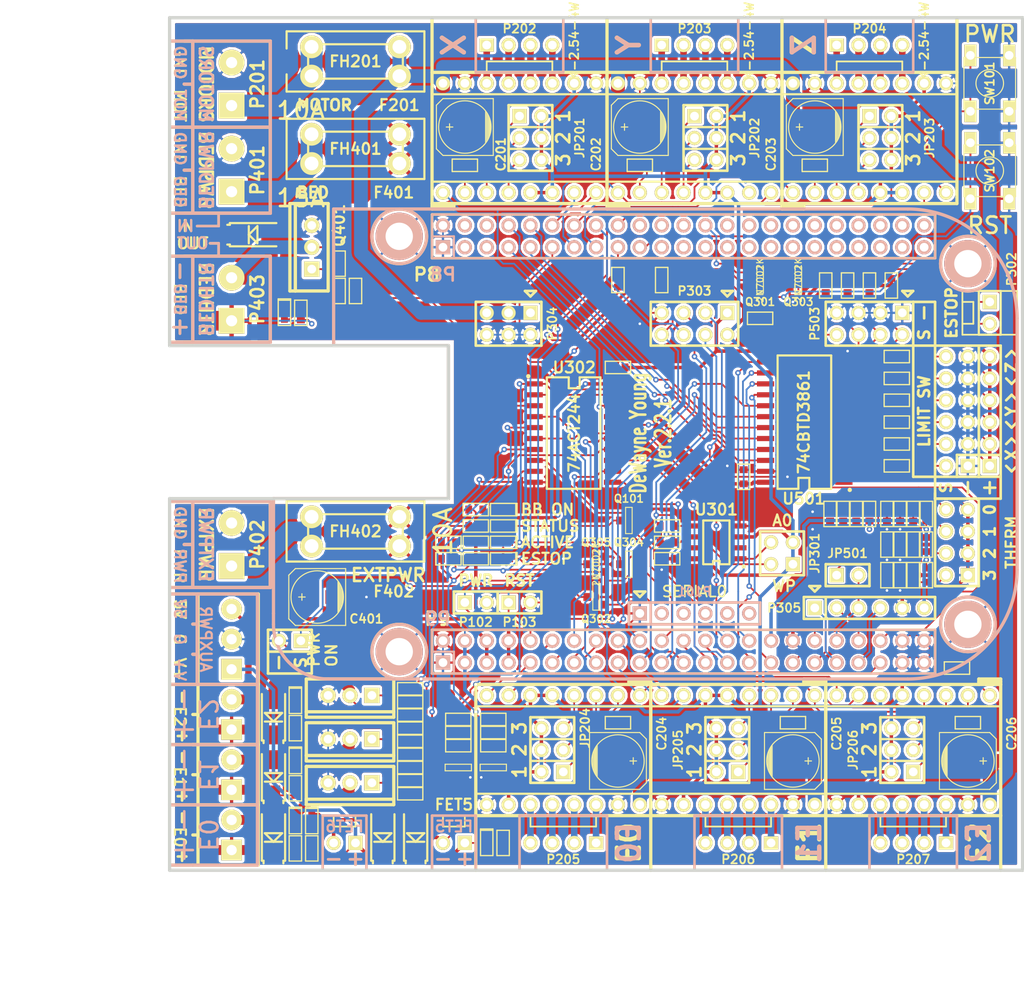
<source format=kicad_pcb>
(kicad_pcb (version 4) (host pcbnew "(after 2015-may-25 BZR unknown)-product")
  (title_block (title "CRAMPS (Cape-RAMPS for BeagleBone)") (rev 2.2) (comment 1 "Derived from RAMPS 1.4 reprap.org/wiki/RAMPS1.4") (comment 2 "Derived from RAMPS-FD by Bob Cousins") (comment 3 "Copyright 2014 GPL v3") (comment 4 "CRAMPS by Charles Steinkuehler and Murray Lindeblom"))
  (layers (0 Front signal) (31 Back signal) (34 B.Paste user) (35 F.Paste user) (36 B.SilkS user) (37 F.SilkS user) (38 B.Mask user) (39 F.Mask user) (44 Edge.Cuts user))
  (net 0 "")
  (net 1 +V_MOTOR)
  (net 2 "/Emergency Stop/MACHINE_PWRn")
  (net 3 "/Emergency Stop/PS-On")
  (net 4 /Inputs/MISO-5V)
  (net 5 /Inputs/MOSI-5V)
  (net 6 /Inputs/SCK-5V)
  (net 7 /Inputs/SPI_CS0-5V)
  (net 8 "/Mosfet Outputs/Aux_Pwr")
  (net 9 "/Mosfet Outputs/Bed_Fused")
  (net 10 "/Mosfet Outputs/Bed_HTR")
  (net 11 "/Mosfet Outputs/Bed_Pwr")
  (net 12 "/Mosfet Outputs/E0_HTR")
  (net 13 "/Mosfet Outputs/E1_HTR")
  (net 14 "/Mosfet Outputs/E2_HTR")
  (net 15 "/Mosfet Outputs/Ext_Fused")
  (net 16 "/Mosfet Outputs/Ext_Pwr")
  (net 17 "/Mosfet Outputs/P_FET5")
  (net 18 "/Mosfet Outputs/P_FET6")
  (net 19 "/Stepper Drivers/E01A")
  (net 20 "/Stepper Drivers/E01B")
  (net 21 "/Stepper Drivers/E02A")
  (net 22 "/Stepper Drivers/E02B")
  (net 23 "/Stepper Drivers/E11A")
  (net 24 "/Stepper Drivers/E11B")
  (net 25 "/Stepper Drivers/E12A")
  (net 26 "/Stepper Drivers/E12B")
  (net 27 "/Stepper Drivers/E21A")
  (net 28 "/Stepper Drivers/E21B")
  (net 29 "/Stepper Drivers/E22A")
  (net 30 "/Stepper Drivers/E22B")
  (net 31 "/Stepper Drivers/MOT_IN")
  (net 32 "/Stepper Drivers/X1A")
  (net 33 "/Stepper Drivers/X1B")
  (net 34 "/Stepper Drivers/X2A")
  (net 35 "/Stepper Drivers/X2B")
  (net 36 "/Stepper Drivers/Y1A")
  (net 37 "/Stepper Drivers/Y1B")
  (net 38 "/Stepper Drivers/Y2A")
  (net 39 "/Stepper Drivers/Y2B")
  (net 40 "/Stepper Drivers/Z1A")
  (net 41 "/Stepper Drivers/Z1B")
  (net 42 "/Stepper Drivers/Z2A")
  (net 43 "/Stepper Drivers/Z2B")
  (net 44 ADC_GND)
  (net 45 ADC_VDD)
  (net 46 AIN0)
  (net 47 AIN1)
  (net 48 AIN2)
  (net 49 AIN3)
  (net 50 AXIS_ENAn)
  (net 51 D3.3V)
  (net 52 DGND)
  (net 53 E0_DIR)
  (net 54 E0_EN_BUFn)
  (net 55 E0_STEP)
  (net 56 E1_DIR)
  (net 57 E1_STEP)
  (net 58 E2_DIR)
  (net 59 E2_STEP)
  (net 60 EN_CRAMP3n)
  (net 61 ESTOP)
  (net 62 ESTOP_SW)
  (net 63 FET1)
  (net 64 FET1_BUF)
  (net 65 FET2)
  (net 66 FET2_BUF)
  (net 67 FET3)
  (net 68 FET3_BUF)
  (net 69 FET4)
  (net 70 FET4_BUF)
  (net 71 FET5)
  (net 72 FET5_BUF)
  (net 73 FET6)
  (net 74 FET6_BUF)
  (net 75 LED)
  (net 76 MACHINE_PWR)
  (net 77 MISO)
  (net 78 MOSI)
  (net 79 N-00000100)
  (net 80 N-00000101)
  (net 81 N-00000102)
  (net 82 N-00000103)
  (net 83 N-00000104)
  (net 84 N-00000105)
  (net 85 N-00000118)
  (net 86 N-00000121)
  (net 87 N-00000122)
  (net 88 N-00000127)
  (net 89 N-00000136)
  (net 90 N-00000137)
  (net 91 N-00000138)
  (net 92 N-00000141)
  (net 93 N-00000142)
  (net 94 N-00000143)
  (net 95 N-00000144)
  (net 96 N-00000145)
  (net 97 N-00000146)
  (net 98 N-00000149)
  (net 99 N-00000152)
  (net 100 N-00000153)
  (net 101 N-00000156)
  (net 102 N-00000157)
  (net 103 N-00000159)
  (net 104 N-00000160)
  (net 105 N-00000161)
  (net 106 N-00000164)
  (net 107 N-00000169)
  (net 108 N-00000170)
  (net 109 N-00000171)
  (net 110 N-00000172)
  (net 111 N-00000180)
  (net 112 N-00000182)
  (net 113 N-00000184)
  (net 114 N-00000185)
  (net 115 N-00000186)
  (net 116 N-00000187)
  (net 117 N-00000188)
  (net 118 N-00000189)
  (net 119 N-0000023)
  (net 120 N-0000088)
  (net 121 N-0000089)
  (net 122 N-0000091)
  (net 123 N-0000092)
  (net 124 N-0000093)
  (net 125 N-0000094)
  (net 126 N-0000095)
  (net 127 N-0000096)
  (net 128 N-0000097)
  (net 129 N-0000099)
  (net 130 PWR_BUT)
  (net 131 RESETn)
  (net 132 SCK)
  (net 133 SCL)
  (net 134 SDA)
  (net 135 SPI_CS0)
  (net 136 SPI_CS1)
  (net 137 SPI_SPARE)
  (net 138 SYS_5V)
  (net 139 THERM0)
  (net 140 THERM1)
  (net 141 THERM2)
  (net 142 THERM3)
  (net 143 VDD_5V)
  (net 144 X-MAX)
  (net 145 X-MIN)
  (net 146 X_DIR)
  (net 147 X_STEP)
  (net 148 Y-MAX)
  (net 149 Y-MIN)
  (net 150 Y_DIR)
  (net 151 Y_STEP)
  (net 152 Z-MAX)
  (net 153 Z-MIN)
  (net 154 Z_DIR)
  (net 155 Z_STEP)
  (module PT_2,5-2-5,0-H (layer Front) (at 58 69.5 270)
    (fp_text reference P403 (at -2.5 -3 270) (layer F.SilkS) (effects (font (size 1.5 1.5) (thickness 0.3))))
    (fp_text value PT_2,5-2-5,0-H hide)
    (pad 2 thru_hole circle (at -5 0 270) (size 3 3) (drill 1.3) (layers *.Cu *.Mask F.SilkS) (net 10 "/Mosfet Outputs/Bed_HTR"))
    (pad 1 thru_hole rect (at 0 0 270) (size 3 3) (drill 1.3) (layers *.Cu *.Mask F.SilkS) (net 9 "/Mosfet Outputs/Bed_Fused"))
  )
  (module pin_strip_2 (layer Front) (at 64.77 106.68 180)
    (fp_text reference P301 hide)
    (fp_text value HEADER_2 hide)
    (pad 1 thru_hole rect (at -1.27 0 180) (size 1.651 1.651) (drill 1.016) (layers *.Cu *.Mask F.SilkS) (net 3 "/Emergency Stop/PS-On"))
    (pad 2 thru_hole oval (at 1.27 0 180) (size 1.651 1.651) (drill 1.016) (layers *.Cu *.Mask F.SilkS) (net 52 DGND))
  )
  (module Keystone-3568 (layer Front) (at 72.39 39.37)
    (fp_text reference FH201 (at 0 0) (layer F.SilkS) (effects (font (size 1.27 1.27) (thickness 0.254))))
    (fp_text value FUSE-HOLDER hide)
    (pad 1 thru_hole circle (at -5.1 1.7) (size 2.65 2.65) (drill 1.6) (layers *.Cu *.Mask F.SilkS) (net 31 "/Stepper Drivers/MOT_IN"))
    (pad 2 thru_hole circle (at -5.1 -1.7) (size 2.65 2.65) (drill 1.6) (layers *.Cu *.Mask F.SilkS) (net 31 "/Stepper Drivers/MOT_IN"))
    (pad 3 thru_hole circle (at 5.1 1.7) (size 2.65 2.65) (drill 1.6) (layers *.Cu *.Mask F.SilkS) (net 1 +V_MOTOR))
    (pad 4 thru_hole circle (at 5.1 -1.7) (size 2.65 2.65) (drill 1.6) (layers *.Cu *.Mask F.SilkS) (net 1 +V_MOTOR))
  )
  (module FIDUCIAL-060 (layer Front) (at 64.135 39.37)
    (fp_text reference FID4 hide)
    (fp_text value VAL** hide)
    (pad 1 smd circle (at 0 0) (size 1.524 1.524) (layers Front F.Mask))
  )
  (module FIDUCIAL-060 (layer Front) (at 129.54 130.175)
    (fp_text reference FID3 hide)
    (fp_text value VAL** hide)
    (pad 1 smd circle (at 0 0) (size 1.524 1.524) (layers Front F.Mask))
  )
  (module pin_strip_2 (layer Front) (at 86.36 102.235)
    (fp_text reference P102 (at 0 2.286) (layer F.SilkS) (effects (font (size 1.016 1.016) (thickness 0.2032))))
    (fp_text value HEADER_2 hide)
    (pad 1 thru_hole rect (at -1.27 0) (size 1.651 1.651) (drill 1.016) (layers *.Cu *.Mask F.SilkS) (net 130 PWR_BUT))
    (pad 2 thru_hole circle (at 1.27 0) (size 1.651 1.651) (drill 1.016) (layers *.Cu *.Mask F.SilkS) (net 52 DGND))
  )
  (module pin_strip_2 (layer Front) (at 91.44 102.235)
    (fp_text reference P103 (at 0 2.286) (layer F.SilkS) (effects (font (size 1.016 1.016) (thickness 0.2032))))
    (fp_text value HEADER_2 hide)
    (pad 1 thru_hole rect (at -1.27 0) (size 1.651 1.651) (drill 1.016) (layers *.Cu *.Mask F.SilkS) (net 131 RESETn))
    (pad 2 thru_hole circle (at 1.27 0) (size 1.651 1.651) (drill 1.016) (layers *.Cu *.Mask F.SilkS) (net 52 DGND))
  )
  (module pin_strip_2 (layer Front) (at 129.54 99.06)
    (fp_text reference JP501 (at 0 -2.54) (layer F.SilkS) (effects (font (size 1.016 1.016) (thickness 0.2032))))
    (fp_text value HEADER_2 hide)
    (pad 1 thru_hole rect (at -1.27 0) (size 1.651 1.651) (drill 1.016) (layers *.Cu *.Mask F.SilkS) (net 142 THERM3))
    (pad 2 thru_hole circle (at 1.27 0) (size 1.651 1.651) (drill 1.016) (layers *.Cu *.Mask F.SilkS) (net 49 AIN3))
  )
  (module PCB_GREEN_RMC (layer Front) (at 127.635 132.08)
    (fp_text reference M102 hide)
    (fp_text value LOGO_OSHW hide)
  )
  (module c_elec_6.3x7.7 (layer Front) (at 102.87 120.65)
    (fp_text reference C204 (at 5.08 -3.175 90) (layer F.SilkS) (effects (font (size 1.016 1.016) (thickness 0.2032))))
    (fp_text value "100u 35V" hide)
    (pad 1 smd rect (at 2.75082 0) (size 3.59918 1.6002) (layers Front F.Paste F.Mask) (net 1 +V_MOTOR))
    (pad 2 smd rect (at -2.75082 0) (size 3.59918 1.6002) (layers Front F.Paste F.Mask) (net 52 DGND))
  )
  (module c_elec_6.3x7.7 (layer Front) (at 67.945 101.6 180)
    (fp_text reference C401 (at -5.715 -2.54 180) (layer F.SilkS) (effects (font (size 1.016 1.016) (thickness 0.2032))))
    (fp_text value "100u 35V" hide)
    (pad 1 smd rect (at 2.75082 0 180) (size 3.59918 1.6002) (layers Front F.Paste F.Mask) (net 15 "/Mosfet Outputs/Ext_Fused"))
    (pad 2 smd rect (at -2.75082 0 180) (size 3.59918 1.6002) (layers Front F.Paste F.Mask) (net 52 DGND))
  )
  (module c_elec_6.3x7.7 (layer Front) (at 123.19 120.65)
    (fp_text reference C205 (at 5.08 -3.175 90) (layer F.SilkS) (effects (font (size 1.016 1.016) (thickness 0.2032))))
    (fp_text value "100u 35V" hide)
    (pad 1 smd rect (at 2.75082 0) (size 3.59918 1.6002) (layers Front F.Paste F.Mask) (net 1 +V_MOTOR))
    (pad 2 smd rect (at -2.75082 0) (size 3.59918 1.6002) (layers Front F.Paste F.Mask) (net 52 DGND))
  )
  (module c_elec_6.3x7.7 (layer Front) (at 125.73 46.99 180)
    (fp_text reference C203 (at 5.08 -3.175 270) (layer F.SilkS) (effects (font (size 1.016 1.016) (thickness 0.2032))))
    (fp_text value "100u 35V" hide)
    (pad 1 smd rect (at 2.75082 0 180) (size 3.59918 1.6002) (layers Front F.Paste F.Mask) (net 1 +V_MOTOR))
    (pad 2 smd rect (at -2.75082 0 180) (size 3.59918 1.6002) (layers Front F.Paste F.Mask) (net 52 DGND))
  )
  (module c_elec_6.3x7.7 (layer Front) (at 105.41 46.99 180)
    (fp_text reference C202 (at 5.08 -3.175 270) (layer F.SilkS) (effects (font (size 1.016 1.016) (thickness 0.2032))))
    (fp_text value "100u 35V" hide)
    (pad 1 smd rect (at 2.75082 0 180) (size 3.59918 1.6002) (layers Front F.Paste F.Mask) (net 1 +V_MOTOR))
    (pad 2 smd rect (at -2.75082 0 180) (size 3.59918 1.6002) (layers Front F.Paste F.Mask) (net 52 DGND))
  )
  (module c_elec_6.3x7.7 (layer Front) (at 85.09 46.99 180)
    (fp_text reference C201 (at -4.191 -3.175 270) (layer F.SilkS) (effects (font (size 1.016 1.016) (thickness 0.2302))))
    (fp_text value "100u 35V" hide)
    (pad 1 smd rect (at 2.75082 0 180) (size 3.59918 1.6002) (layers Front F.Paste F.Mask) (net 1 +V_MOTOR))
    (pad 2 smd rect (at -2.75082 0 180) (size 3.59918 1.6002) (layers Front F.Paste F.Mask) (net 52 DGND))
  )
  (module TO-220AB_IRF2804_RMC (layer Front) (at 67.31 60.96 180)
    (fp_text reference Q401 (at -3.175 2.54 270) (layer F.SilkS) (effects (font (size 1.27 1.27) (thickness 0.254))))
    (fp_text value IRLB8743PBF hide)
    (pad D thru_hole circle (at 0 0 180) (size 1.778 1.778) (drill 1.016) (layers *.Cu *.Mask F.SilkS) (net 10 "/Mosfet Outputs/Bed_HTR"))
    (pad S thru_hole circle (at 0 2.54 180) (size 1.778 1.778) (drill 1.016) (layers *.Cu *.Mask F.SilkS) (net 52 DGND))
    (pad G thru_hole rect (at 0 -2.54 180) (size 1.778 1.778) (drill 1.016) (layers *.Cu *.Mask F.SilkS) (net 109 N-00000171))
  )
  (module TO-220AB_IRF2804_RMC (layer Front) (at 71.755 118.11 270)
    (fp_text reference Q403 hide)
    (fp_text value IRLB8743PBF hide)
    (pad D thru_hole circle (at 0 0 270) (size 1.778 1.778) (drill 1.016) (layers *.Cu *.Mask F.SilkS) (net 13 "/Mosfet Outputs/E1_HTR"))
    (pad S thru_hole circle (at 0 2.54 270) (size 1.778 1.778) (drill 1.016) (layers *.Cu *.Mask F.SilkS) (net 52 DGND))
    (pad G thru_hole rect (at 0 -2.54 270) (size 1.778 1.778) (drill 1.016) (layers *.Cu *.Mask F.SilkS) (net 105 N-00000161))
  )
  (module TO-220AB_IRF2804_RMC (layer Front) (at 71.755 123.19 270)
    (fp_text reference Q402 hide)
    (fp_text value IRLB8743PBF hide)
    (pad D thru_hole circle (at 0 0 270) (size 1.778 1.778) (drill 1.016) (layers *.Cu *.Mask F.SilkS) (net 12 "/Mosfet Outputs/E0_HTR"))
    (pad S thru_hole circle (at 0 2.54 270) (size 1.778 1.778) (drill 1.016) (layers *.Cu *.Mask F.SilkS) (net 52 DGND))
    (pad G thru_hole rect (at 0 -2.54 270) (size 1.778 1.778) (drill 1.016) (layers *.Cu *.Mask F.SilkS) (net 106 N-00000164))
  )
  (module TO-220AB_IRF2804_RMC (layer Front) (at 71.755 113.03 270)
    (fp_text reference Q405 hide)
    (fp_text value IRLB8743PBF hide)
    (pad D thru_hole circle (at 0 0 270) (size 1.778 1.778) (drill 1.016) (layers *.Cu *.Mask F.SilkS) (net 14 "/Mosfet Outputs/E2_HTR"))
    (pad S thru_hole circle (at 0 2.54 270) (size 1.778 1.778) (drill 1.016) (layers *.Cu *.Mask F.SilkS) (net 52 DGND))
    (pad G thru_hole rect (at 0 -2.54 270) (size 1.778 1.778) (drill 1.016) (layers *.Cu *.Mask F.SilkS) (net 110 N-00000172))
  )
  (module CONN_KK_2.54_4W (layer Front) (at 91.44 37.465)
    (fp_text reference P202 (at 0 -1.905) (layer F.SilkS) (effects (font (size 1.016 1.016) (thickness 0.2032))))
    (fp_text value KK-2.54-4W (at 6.35 0 90) (layer F.SilkS) (effects (font (size 1.016 1.016) (thickness 0.2032))))
    (pad 1 thru_hole rect (at -3.81 0) (size 1.651 1.524) (drill 1.016) (layers *.Cu *.Mask F.SilkS) (net 35 "/Stepper Drivers/X2B"))
    (pad 2 thru_hole circle (at -1.27 0) (size 1.651 1.651) (drill 1.016) (layers *.Cu *.Mask F.SilkS) (net 34 "/Stepper Drivers/X2A"))
    (pad 3 thru_hole circle (at 1.27 0) (size 1.651 1.651) (drill 1.016) (layers *.Cu *.Mask F.SilkS) (net 32 "/Stepper Drivers/X1A"))
    (pad 4 thru_hole circle (at 3.81 0) (size 1.651 1.651) (drill 1.016) (layers *.Cu *.Mask F.SilkS) (net 33 "/Stepper Drivers/X1B"))
  )
  (module CONN_KK_2.54_4W (layer Front) (at 111.76 37.465)
    (fp_text reference P203 (at 0 -1.905) (layer F.SilkS) (effects (font (size 1.016 1.016) (thickness 0.2032))))
    (fp_text value KK-2.54-4W (at 6.35 0 90) (layer F.SilkS) (effects (font (size 1.016 1.016) (thickness 0.2032))))
    (pad 1 thru_hole rect (at -3.81 0) (size 1.651 1.524) (drill 1.016) (layers *.Cu *.Mask F.SilkS) (net 39 "/Stepper Drivers/Y2B"))
    (pad 2 thru_hole circle (at -1.27 0) (size 1.651 1.651) (drill 1.016) (layers *.Cu *.Mask F.SilkS) (net 38 "/Stepper Drivers/Y2A"))
    (pad 3 thru_hole circle (at 1.27 0) (size 1.651 1.651) (drill 1.016) (layers *.Cu *.Mask F.SilkS) (net 36 "/Stepper Drivers/Y1A"))
    (pad 4 thru_hole circle (at 3.81 0) (size 1.651 1.651) (drill 1.016) (layers *.Cu *.Mask F.SilkS) (net 37 "/Stepper Drivers/Y1B"))
  )
  (module CONN_KK_2.54_4W (layer Front) (at 132.08 37.465)
    (fp_text reference P204 (at 0 -1.905) (layer F.SilkS) (effects (font (size 1.016 1.016) (thickness 0.2032))))
    (fp_text value KK-2.54-4W (at 6.35 0 90) (layer F.SilkS) (effects (font (size 1.016 1.016) (thickness 0.2032))))
    (pad 1 thru_hole rect (at -3.81 0) (size 1.651 1.524) (drill 1.016) (layers *.Cu *.Mask F.SilkS) (net 43 "/Stepper Drivers/Z2B"))
    (pad 2 thru_hole circle (at -1.27 0) (size 1.651 1.651) (drill 1.016) (layers *.Cu *.Mask F.SilkS) (net 42 "/Stepper Drivers/Z2A"))
    (pad 3 thru_hole circle (at 1.27 0) (size 1.651 1.651) (drill 1.016) (layers *.Cu *.Mask F.SilkS) (net 40 "/Stepper Drivers/Z1A"))
    (pad 4 thru_hole circle (at 3.81 0) (size 1.651 1.651) (drill 1.016) (layers *.Cu *.Mask F.SilkS) (net 41 "/Stepper Drivers/Z1B"))
  )
  (module CONN_KK_2.54_4W (layer Front) (at 137.16 130.175 180)
    (fp_text reference P207 (at 0 -1.905 180) (layer F.SilkS) (effects (font (size 1.016 1.016) (thickness 0.2032))))
    (fp_text value KK-2.54-4W hide)
    (pad 1 thru_hole rect (at -3.81 0 180) (size 1.651 1.524) (drill 1.016) (layers *.Cu *.Mask F.SilkS) (net 30 "/Stepper Drivers/E22B"))
    (pad 2 thru_hole circle (at -1.27 0 180) (size 1.651 1.651) (drill 1.016) (layers *.Cu *.Mask F.SilkS) (net 29 "/Stepper Drivers/E22A"))
    (pad 3 thru_hole circle (at 1.27 0 180) (size 1.651 1.651) (drill 1.016) (layers *.Cu *.Mask F.SilkS) (net 27 "/Stepper Drivers/E21A"))
    (pad 4 thru_hole circle (at 3.81 0 180) (size 1.651 1.651) (drill 1.016) (layers *.Cu *.Mask F.SilkS) (net 28 "/Stepper Drivers/E21B"))
  )
  (module SW_6x6_MULTI (layer Front) (at 146.05 52.07 90)
    (fp_text reference SW102 (at 0 0 90) (layer F.SilkS) (effects (font (size 1.016 1.016) (thickness 0.2032))))
    (fp_text value SW_PUSH hide)
    (pad 1 thru_hole rect (at 3.24866 -2.25044 90) (size 2.49936 1.397) (drill 1.016) (layers *.Cu *.Mask F.SilkS) (net 131 RESETn))
    (pad 2 thru_hole rect (at 3.24866 2.25044 90) (size 2.49936 1.397) (drill 1.016) (layers *.Cu *.Mask F.SilkS) (net 52 DGND))
    (pad 1 thru_hole rect (at -3.2512 -2.25044 90) (size 2.49936 1.397) (drill 1.016) (layers *.Cu *.Mask F.SilkS) (net 131 RESETn))
    (pad 2 thru_hole rect (at -3.2512 2.25044 90) (size 2.49936 1.397) (drill 1.016) (layers *.Cu *.Mask F.SilkS) (net 52 DGND))
  )
  (module CONN_KK_2.54_4W (layer Front) (at 116.84 130.175 180)
    (fp_text reference P206 (at 0 -1.905 180) (layer F.SilkS) (effects (font (size 1.016 1.016) (thickness 0.2032))))
    (fp_text value KK-2.54-4W hide)
    (pad 1 thru_hole rect (at -3.81 0 180) (size 1.651 1.524) (drill 1.016) (layers *.Cu *.Mask F.SilkS) (net 26 "/Stepper Drivers/E12B"))
    (pad 2 thru_hole circle (at -1.27 0 180) (size 1.651 1.651) (drill 1.016) (layers *.Cu *.Mask F.SilkS) (net 25 "/Stepper Drivers/E12A"))
    (pad 3 thru_hole circle (at 1.27 0 180) (size 1.651 1.651) (drill 1.016) (layers *.Cu *.Mask F.SilkS) (net 23 "/Stepper Drivers/E11A"))
    (pad 4 thru_hole circle (at 3.81 0 180) (size 1.651 1.651) (drill 1.016) (layers *.Cu *.Mask F.SilkS) (net 24 "/Stepper Drivers/E11B"))
  )
  (module CONN_KK_2.54_4W (layer Front) (at 96.52 130.175 180)
    (fp_text reference P205 (at 0 -1.905 180) (layer F.SilkS) (effects (font (size 1.016 1.016) (thickness 0.2032))))
    (fp_text value KK-2.54-4W hide)
    (pad 1 thru_hole rect (at -3.81 0 180) (size 1.651 1.524) (drill 1.016) (layers *.Cu *.Mask F.SilkS) (net 22 "/Stepper Drivers/E02B"))
    (pad 2 thru_hole circle (at -1.27 0 180) (size 1.651 1.651) (drill 1.016) (layers *.Cu *.Mask F.SilkS) (net 21 "/Stepper Drivers/E02A"))
    (pad 3 thru_hole circle (at 1.27 0 180) (size 1.651 1.651) (drill 1.016) (layers *.Cu *.Mask F.SilkS) (net 19 "/Stepper Drivers/E01A"))
    (pad 4 thru_hole circle (at 3.81 0 180) (size 1.651 1.651) (drill 1.016) (layers *.Cu *.Mask F.SilkS) (net 20 "/Stepper Drivers/E01B"))
  )
  (module c_elec_6.3x7.7 (layer Front) (at 143.51 120.65)
    (fp_text reference C206 (at 5.08 -3.175 90) (layer F.SilkS) (effects (font (size 1.016 1.016) (thickness 0.2032))))
    (fp_text value "100u 35V" hide)
    (pad 1 smd rect (at 2.75082 0) (size 3.59918 1.6002) (layers Front F.Paste F.Mask) (net 1 +V_MOTOR))
    (pad 2 smd rect (at -2.75082 0) (size 3.59918 1.6002) (layers Front F.Paste F.Mask) (net 52 DGND))
  )
  (module SOT23GDS (layer Front) (at 88.392 121.412)
    (fp_text reference Q404 hide)
    (fp_text value DMN2075U hide)
    (pad S smd rect (at -0.889 -1.016) (size 0.9144 0.9144) (layers Front F.Paste F.Mask) (net 52 DGND))
    (pad G smd rect (at 0.889 -1.016) (size 0.9144 0.9144) (layers Front F.Paste F.Mask) (net 108 N-00000170))
    (pad D smd rect (at 0 1.016) (size 0.9144 0.9144) (layers Front F.Paste F.Mask) (net 17 "/Mosfet Outputs/P_FET5"))
  )
  (module SOT23GDS (layer Front) (at 84.328 121.412)
    (fp_text reference Q406 hide)
    (fp_text value DMN2075U hide)
    (pad S smd rect (at -0.889 -1.016) (size 0.9144 0.9144) (layers Front F.Paste F.Mask) (net 52 DGND))
    (pad G smd rect (at 0.889 -1.016) (size 0.9144 0.9144) (layers Front F.Paste F.Mask) (net 107 N-00000169))
    (pad D smd rect (at 0 1.016) (size 0.9144 0.9144) (layers Front F.Paste F.Mask) (net 18 "/Mosfet Outputs/P_FET6"))
  )
  (module CONN_KK_2.54_2W (layer Front) (at 83.82 130.175 180)
    (fp_text reference P407 hide)
    (fp_text value KK-2.54-2W hide)
    (pad 1 thru_hole rect (at -1.27 0 180) (size 1.651 1.651) (drill 1.016) (layers *.Cu *.Mask F.SilkS) (net 8 "/Mosfet Outputs/Aux_Pwr"))
    (pad 2 thru_hole circle (at 1.27 0 180) (size 1.651 1.651) (drill 1.016) (layers *.Cu *.Mask F.SilkS) (net 17 "/Mosfet Outputs/P_FET5"))
  )
  (module CONN_KK_2.54_2W (layer Front) (at 71.12 130.175 180)
    (fp_text reference P409 hide)
    (fp_text value KK-2.54-2W hide)
    (pad 1 thru_hole rect (at -1.27 0 180) (size 1.651 1.651) (drill 1.016) (layers *.Cu *.Mask F.SilkS) (net 8 "/Mosfet Outputs/Aux_Pwr"))
    (pad 2 thru_hole circle (at 1.27 0 180) (size 1.651 1.651) (drill 1.016) (layers *.Cu *.Mask F.SilkS) (net 18 "/Mosfet Outputs/P_FET6"))
  )
  (module CONN_KK_2.54_2W (layer Front) (at 146.05 68.58 270)
    (fp_text reference P302 (at -5.08 -2.54 270) (layer F.SilkS) (effects (font (size 1.016 1.016) (thickness 0.2032))))
    (fp_text value KK-2.54-2W hide)
    (pad 1 thru_hole rect (at -1.27 0 270) (size 1.651 1.651) (drill 1.016) (layers *.Cu *.Mask F.SilkS) (net 113 N-00000184))
    (pad 2 thru_hole circle (at 1.27 0 270) (size 1.651 1.651) (drill 1.016) (layers *.Cu *.Mask F.SilkS) (net 116 N-00000187))
  )
  (module pin_strip_6 (layer Front) (at 146.05 80.01 90)
    (fp_text reference P501 hide)
    (fp_text value HEADER_6 hide)
    (pad 1 thru_hole rect (at -6.35 0 90) (size 1.651 1.651) (drill 1.016) (layers *.Cu *.Mask F.SilkS) (net 138 SYS_5V))
    (pad 2 thru_hole circle (at -3.81 0 90) (size 1.651 1.651) (drill 1.016) (layers *.Cu *.Mask F.SilkS) (net 138 SYS_5V))
    (pad 3 thru_hole circle (at -1.27 0 90) (size 1.651 1.651) (drill 1.016) (layers *.Cu *.Mask F.SilkS) (net 138 SYS_5V))
    (pad 4 thru_hole circle (at 1.27 0 90) (size 1.651 1.651) (drill 1.016) (layers *.Cu *.Mask F.SilkS) (net 138 SYS_5V))
    (pad 5 thru_hole circle (at 3.81 0 90) (size 1.651 1.651) (drill 1.016) (layers *.Cu *.Mask F.SilkS) (net 138 SYS_5V))
    (pad 6 thru_hole circle (at 6.35 0 90) (size 1.651 1.651) (drill 1.016) (layers *.Cu *.Mask F.SilkS) (net 138 SYS_5V))
  )
  (module pin_strip_6x2 (layer Front) (at 142.24 80.01 90)
    (fp_text reference P502 hide)
    (fp_text value HEADER_6X2 hide)
    (pad 1 thru_hole rect (at -6.35 1.27 90) (size 1.651 1.651) (drill 1.016) (layers *.Cu *.Mask F.SilkS) (net 52 DGND))
    (pad 2 thru_hole circle (at -6.35 -1.27 90) (size 1.651 1.651) (drill 1.016) (layers *.Cu *.Mask F.SilkS) (net 97 N-00000146))
    (pad 3 thru_hole circle (at -3.81 1.27 90) (size 1.651 1.651) (drill 1.016) (layers *.Cu *.Mask F.SilkS) (net 52 DGND))
    (pad 4 thru_hole circle (at -3.81 -1.27 90) (size 1.651 1.651) (drill 1.016) (layers *.Cu *.Mask F.SilkS) (net 92 N-00000141))
    (pad 5 thru_hole circle (at -1.27 1.27 90) (size 1.651 1.651) (drill 1.016) (layers *.Cu *.Mask F.SilkS) (net 52 DGND))
    (pad 6 thru_hole circle (at -1.27 -1.27 90) (size 1.651 1.651) (drill 1.016) (layers *.Cu *.Mask F.SilkS) (net 93 N-00000142))
    (pad 7 thru_hole circle (at 1.27 1.27 90) (size 1.651 1.651) (drill 1.016) (layers *.Cu *.Mask F.SilkS) (net 52 DGND))
    (pad 8 thru_hole circle (at 1.27 -1.27 90) (size 1.651 1.651) (drill 1.016) (layers *.Cu *.Mask F.SilkS) (net 94 N-00000143))
    (pad 9 thru_hole circle (at 3.81 1.27 90) (size 1.651 1.651) (drill 1.016) (layers *.Cu *.Mask F.SilkS) (net 52 DGND))
    (pad 10 thru_hole circle (at 3.81 -1.27 90) (size 1.651 1.651) (drill 1.016) (layers *.Cu *.Mask F.SilkS) (net 95 N-00000144))
    (pad 11 thru_hole circle (at 6.35 1.27 90) (size 1.651 1.651) (drill 1.016) (layers *.Cu *.Mask F.SilkS) (net 52 DGND))
    (pad 12 thru_hole circle (at 6.35 -1.27 90) (size 1.651 1.651) (drill 1.016) (layers *.Cu *.Mask F.SilkS) (net 96 N-00000145))
  )
  (module SOT23GDS (layer Front) (at 104.14 92.71 270)
    (fp_text reference Q101 (at -2.54 0 360) (layer F.SilkS) (effects (font (size 0.889 0.889) (thickness 0.1778))))
    (fp_text value 2N7002K hide)
    (pad S smd rect (at -0.889 -1.016 270) (size 0.9144 0.9144) (layers Front F.Paste F.Mask) (net 52 DGND))
    (pad G smd rect (at 0.889 -1.016 270) (size 0.9144 0.9144) (layers Front F.Paste F.Mask) (net 75 LED))
    (pad D smd rect (at 0 1.016 270) (size 0.9144 0.9144) (layers Front F.Paste F.Mask) (net 121 N-0000089))
  )
  (module SW_6x6_MULTI (layer Front) (at 146.05 41.91 90)
    (fp_text reference SW101 (at 0 0 90) (layer F.SilkS) (effects (font (size 1.016 1.016) (thickness 0.2032))))
    (fp_text value SW_PUSH hide)
    (pad 1 thru_hole rect (at 3.24866 -2.25044 90) (size 2.49936 1.397) (drill 1.016) (layers *.Cu *.Mask F.SilkS) (net 130 PWR_BUT))
    (pad 2 thru_hole rect (at 3.24866 2.25044 90) (size 2.49936 1.397) (drill 1.016) (layers *.Cu *.Mask F.SilkS) (net 52 DGND))
    (pad 1 thru_hole rect (at -3.2512 -2.25044 90) (size 2.49936 1.397) (drill 1.016) (layers *.Cu *.Mask F.SilkS) (net 130 PWR_BUT))
    (pad 2 thru_hole rect (at -3.2512 2.25044 90) (size 2.49936 1.397) (drill 1.016) (layers *.Cu *.Mask F.SilkS) (net 52 DGND))
  )
  (module SOT23GDS (layer Front) (at 100.33 101.6 270)
    (fp_text reference Q302 (at 2.54 0 360) (layer F.SilkS) (effects (font (size 0.889 0.889) (thickness 0.1778))))
    (fp_text value 2N7002K hide)
    (pad S smd rect (at -0.889 -1.016 270) (size 0.9144 0.9144) (layers Front F.Paste F.Mask) (net 113 N-00000184))
    (pad G smd rect (at 0.889 -1.016 270) (size 0.9144 0.9144) (layers Front F.Paste F.Mask) (net 76 MACHINE_PWR))
    (pad D smd rect (at 0 1.016 270) (size 0.9144 0.9144) (layers Front F.Paste F.Mask) (net 3 "/Emergency Stop/PS-On"))
  )
  (module SOT23GDS (layer Front) (at 104.14 97.79 270)
    (fp_text reference Q304 (at -2.54 0 360) (layer F.SilkS) (effects (font (size 0.889 0.889) (thickness 0.1778))))
    (fp_text value 2N7002K hide)
    (pad S smd rect (at -0.889 -1.016 270) (size 0.9144 0.9144) (layers Front F.Paste F.Mask) (net 113 N-00000184))
    (pad G smd rect (at 0.889 -1.016 270) (size 0.9144 0.9144) (layers Front F.Paste F.Mask) (net 76 MACHINE_PWR))
    (pad D smd rect (at 0 1.016 270) (size 0.9144 0.9144) (layers Front F.Paste F.Mask) (net 2 "/Emergency Stop/MACHINE_PWRn"))
  )
  (module pin_strip_6 (layer Back) (at 111.76 103.505)
    (fp_text reference P101 (at 0 -2.54) (layer B.SilkS) (effects (font (size 1.016 1.016) (thickness 0.2032)) (justify mirror)))
    (fp_text value SOCKET_6_LONG hide)
    (pad 1 thru_hole rect (at -6.35 0) (size 1.651 1.651) (drill 1.016) (layers *.Cu *.Mask B.SilkS) (net 52 DGND))
    (pad 2 thru_hole circle (at -3.81 0) (size 1.651 1.651) (drill 1.016) (layers *.Cu *.Mask B.SilkS))
    (pad 3 thru_hole circle (at -1.27 0) (size 1.651 1.651) (drill 1.016) (layers *.Cu *.Mask B.SilkS))
    (pad 4 thru_hole circle (at 1.27 0) (size 1.651 1.651) (drill 1.016) (layers *.Cu *.Mask B.SilkS))
    (pad 5 thru_hole circle (at 3.81 0) (size 1.651 1.651) (drill 1.016) (layers *.Cu *.Mask B.SilkS))
    (pad 6 thru_hole circle (at 6.35 0) (size 1.651 1.651) (drill 1.016) (layers *.Cu *.Mask B.SilkS))
  )
  (module pin_strip_6 (layer Front) (at 132.08 102.87)
    (fp_text reference P305 (at -9.906 0) (layer F.SilkS) (effects (font (size 1.016 1.016) (thickness 0.2032))))
    (fp_text value HEADER_6 hide)
    (pad 1 thru_hole rect (at -6.35 0) (size 1.651 1.651) (drill 1.016) (layers *.Cu *.Mask F.SilkS) (net 48 AIN2))
    (pad 2 thru_hole circle (at -3.81 0) (size 1.651 1.651) (drill 1.016) (layers *.Cu *.Mask F.SilkS) (net 47 AIN1))
    (pad 3 thru_hole circle (at -1.27 0) (size 1.651 1.651) (drill 1.016) (layers *.Cu *.Mask F.SilkS) (net 49 AIN3))
    (pad 4 thru_hole circle (at 1.27 0) (size 1.651 1.651) (drill 1.016) (layers *.Cu *.Mask F.SilkS) (net 46 AIN0))
    (pad 5 thru_hole circle (at 3.81 0) (size 1.651 1.651) (drill 1.016) (layers *.Cu *.Mask F.SilkS) (net 44 ADC_GND))
    (pad 6 thru_hole circle (at 6.35 0) (size 1.651 1.651) (drill 1.016) (layers *.Cu *.Mask F.SilkS) (net 45 ADC_VDD))
  )
  (module SOT23GDS (layer Front) (at 123.825 64.77 90)
    (fp_text reference Q303 (at -2.54 0 180) (layer F.SilkS) (effects (font (size 0.889 0.889) (thickness 0.1778))))
    (fp_text value 2N7002K (at 0 0 90) (layer F.SilkS) (effects (font (size 0.762 0.762) (thickness 0.12954))))
    (pad S smd rect (at -0.889 -1.016 90) (size 0.9144 0.9144) (layers Front F.Paste F.Mask) (net 52 DGND))
    (pad G smd rect (at 0.889 -1.016 90) (size 0.9144 0.9144) (layers Front F.Paste F.Mask) (net 115 N-00000186))
    (pad D smd rect (at 0 1.016 90) (size 0.9144 0.9144) (layers Front F.Paste F.Mask) (net 116 N-00000187))
  )
  (module SOT23GDS (layer Front) (at 119.38 64.77 90)
    (fp_text reference Q301 (at -2.54 0 180) (layer F.SilkS) (effects (font (size 0.889 0.889) (thickness 0.1778))))
    (fp_text value 2N7002K (at 0 0 90) (layer F.SilkS) (effects (font (size 0.762 0.762) (thickness 0.12954))))
    (pad S smd rect (at -0.889 -1.016 90) (size 0.9144 0.9144) (layers Front F.Paste F.Mask) (net 52 DGND))
    (pad G smd rect (at 0.889 -1.016 90) (size 0.9144 0.9144) (layers Front F.Paste F.Mask) (net 62 ESTOP_SW))
    (pad D smd rect (at 0 1.016 90) (size 0.9144 0.9144) (layers Front F.Paste F.Mask) (net 115 N-00000186))
  )
  (module P8P9_PinHeader (layer Back) (at 82.55 109.22)
    (fp_text reference P9 (at -0.635 -5.08) (layer B.SilkS) (effects (font (thickness 0.3048)) (justify mirror)))
    (fp_text value BB_EXP_CONN hide)
    (pad 1 thru_hole rect (at 0 0) (size 1.651 1.651) (drill 1.016) (layers *.Cu *.Mask B.SilkS) (net 52 DGND))
    (pad 2 thru_hole circle (at 0 -2.54) (size 1.651 1.651) (drill 1.016) (layers *.Cu *.Mask B.SilkS) (net 52 DGND))
    (pad 3 thru_hole circle (at 2.54 0) (size 1.651 1.651) (drill 1.016) (layers *.Cu *.Mask B.SilkS) (net 51 D3.3V))
    (pad 4 thru_hole circle (at 2.54 -2.54) (size 1.651 1.651) (drill 1.016) (layers *.Cu *.Mask B.SilkS) (net 51 D3.3V))
    (pad 5 thru_hole circle (at 5.08 0) (size 1.651 1.651) (drill 1.016) (layers *.Cu *.Mask B.SilkS) (net 143 VDD_5V))
    (pad 6 thru_hole circle (at 5.08 -2.54) (size 1.651 1.651) (drill 1.016) (layers *.Cu *.Mask B.SilkS) (net 143 VDD_5V))
    (pad 7 thru_hole circle (at 7.62 0) (size 1.651 1.651) (drill 1.016) (layers *.Cu *.Mask B.SilkS) (net 138 SYS_5V))
    (pad 8 thru_hole circle (at 7.62 -2.54) (size 1.651 1.651) (drill 1.016) (layers *.Cu *.Mask B.SilkS) (net 138 SYS_5V))
    (pad 9 thru_hole circle (at 10.16 0) (size 1.651 1.651) (drill 1.016) (layers *.Cu *.Mask B.SilkS) (net 130 PWR_BUT))
    (pad 10 thru_hole circle (at 10.16 -2.54) (size 1.651 1.651) (drill 1.016) (layers *.Cu *.Mask B.SilkS) (net 131 RESETn))
    (pad 11 thru_hole circle (at 12.7 0) (size 1.651 1.651) (drill 1.016) (layers *.Cu *.Mask B.SilkS) (net 152 Z-MAX))
    (pad 12 thru_hole circle (at 12.7 -2.54) (size 1.651 1.651) (drill 1.016) (layers *.Cu *.Mask B.SilkS) (net 53 E0_DIR))
    (pad 13 thru_hole circle (at 15.24 0) (size 1.651 1.651) (drill 1.016) (layers *.Cu *.Mask B.SilkS) (net 153 Z-MIN))
    (pad 14 thru_hole circle (at 15.24 -2.54) (size 1.651 1.651) (drill 1.016) (layers *.Cu *.Mask B.SilkS) (net 50 AXIS_ENAn))
    (pad 15 thru_hole circle (at 17.78 0) (size 1.651 1.651) (drill 1.016) (layers *.Cu *.Mask B.SilkS) (net 65 FET2))
    (pad 16 thru_hole circle (at 17.78 -2.54) (size 1.651 1.651) (drill 1.016) (layers *.Cu *.Mask B.SilkS) (net 55 E0_STEP))
    (pad 17 thru_hole circle (at 20.32 0) (size 1.651 1.651) (drill 1.016) (layers *.Cu *.Mask B.SilkS) (net 57 E1_STEP))
    (pad 18 thru_hole circle (at 20.32 -2.54) (size 1.651 1.651) (drill 1.016) (layers *.Cu *.Mask B.SilkS) (net 56 E1_DIR))
    (pad 19 thru_hole circle (at 22.86 0) (size 1.651 1.651) (drill 1.016) (layers *.Cu *.Mask B.SilkS) (net 133 SCL))
    (pad 20 thru_hole circle (at 22.86 -2.54) (size 1.651 1.651) (drill 1.016) (layers *.Cu *.Mask B.SilkS) (net 134 SDA))
    (pad 21 thru_hole circle (at 25.4 0) (size 1.651 1.651) (drill 1.016) (layers *.Cu *.Mask B.SilkS) (net 69 FET4))
    (pad 22 thru_hole circle (at 25.4 -2.54) (size 1.651 1.651) (drill 1.016) (layers *.Cu *.Mask B.SilkS) (net 73 FET6))
    (pad 23 thru_hole circle (at 27.94 0) (size 1.651 1.651) (drill 1.016) (layers *.Cu *.Mask B.SilkS) (net 76 MACHINE_PWR))
    (pad 24 thru_hole circle (at 27.94 -2.54) (size 1.651 1.651) (drill 1.016) (layers *.Cu *.Mask B.SilkS) (net 59 E2_STEP))
    (pad 25 thru_hole circle (at 30.48 0) (size 1.651 1.651) (drill 1.016) (layers *.Cu *.Mask B.SilkS) (net 75 LED))
    (pad 26 thru_hole circle (at 30.48 -2.54) (size 1.651 1.651) (drill 1.016) (layers *.Cu *.Mask B.SilkS) (net 58 E2_DIR))
    (pad 27 thru_hole circle (at 33.02 0) (size 1.651 1.651) (drill 1.016) (layers *.Cu *.Mask B.SilkS) (net 67 FET3))
    (pad 28 thru_hole circle (at 33.02 -2.54) (size 1.651 1.651) (drill 1.016) (layers *.Cu *.Mask B.SilkS) (net 135 SPI_CS0))
    (pad 29 thru_hole circle (at 35.56 0) (size 1.651 1.651) (drill 1.016) (layers *.Cu *.Mask B.SilkS) (net 77 MISO))
    (pad 30 thru_hole circle (at 35.56 -2.54) (size 1.651 1.651) (drill 1.016) (layers *.Cu *.Mask B.SilkS) (net 78 MOSI))
    (pad 31 thru_hole circle (at 38.1 0) (size 1.651 1.651) (drill 1.016) (layers *.Cu *.Mask B.SilkS) (net 132 SCK))
    (pad 32 thru_hole circle (at 38.1 -2.54) (size 1.651 1.651) (drill 1.016) (layers *.Cu *.Mask B.SilkS) (net 45 ADC_VDD))
    (pad 33 thru_hole circle (at 40.64 0) (size 1.651 1.651) (drill 1.016) (layers *.Cu *.Mask B.SilkS) (net 139 THERM0))
    (pad 34 thru_hole circle (at 40.64 -2.54) (size 1.651 1.651) (drill 1.016) (layers *.Cu *.Mask B.SilkS) (net 44 ADC_GND))
    (pad 35 thru_hole circle (at 43.18 0) (size 1.651 1.651) (drill 1.016) (layers *.Cu *.Mask B.SilkS) (net 141 THERM2))
    (pad 36 thru_hole circle (at 43.18 -2.54) (size 1.651 1.651) (drill 1.016) (layers *.Cu *.Mask B.SilkS) (net 140 THERM1))
    (pad 37 thru_hole circle (at 45.72 0) (size 1.651 1.651) (drill 1.016) (layers *.Cu *.Mask B.SilkS) (net 48 AIN2))
    (pad 38 thru_hole circle (at 45.72 -2.54) (size 1.651 1.651) (drill 1.016) (layers *.Cu *.Mask B.SilkS) (net 49 AIN3))
    (pad 39 thru_hole circle (at 48.26 0) (size 1.651 1.651) (drill 1.016) (layers *.Cu *.Mask B.SilkS) (net 46 AIN0))
    (pad 40 thru_hole circle (at 48.26 -2.54) (size 1.651 1.651) (drill 1.016) (layers *.Cu *.Mask B.SilkS) (net 47 AIN1))
    (pad 41 thru_hole circle (at 50.8 0) (size 1.651 1.651) (drill 1.016) (layers *.Cu *.Mask B.SilkS) (net 71 FET5))
    (pad 42 thru_hole circle (at 50.8 -2.54) (size 1.651 1.651) (drill 1.016) (layers *.Cu *.Mask B.SilkS) (net 136 SPI_CS1))
    (pad 43 thru_hole circle (at 53.34 0) (size 1.651 1.651) (drill 1.016) (layers *.Cu *.Mask B.SilkS) (net 52 DGND))
    (pad 44 thru_hole circle (at 53.34 -2.54) (size 1.651 1.651) (drill 1.016) (layers *.Cu *.Mask B.SilkS) (net 52 DGND))
    (pad 45 thru_hole circle (at 55.88 0) (size 1.651 1.651) (drill 1.016) (layers *.Cu *.Mask B.SilkS) (net 52 DGND))
    (pad 46 thru_hole circle (at 55.88 -2.54) (size 1.651 1.651) (drill 1.016) (layers *.Cu *.Mask B.SilkS) (net 52 DGND))
  )
  (module P8P9_PinHeader (layer Back) (at 82.55 60.96)
    (fp_text reference P8 (at 0 3.175) (layer B.SilkS) (effects (font (thickness 0.3048)) (justify mirror)))
    (fp_text value BB_EXP_CONN hide)
    (pad 1 thru_hole rect (at 0 0) (size 1.651 1.651) (drill 1.016) (layers *.Cu *.Mask B.SilkS) (net 52 DGND))
    (pad 2 thru_hole circle (at 0 -2.54) (size 1.651 1.651) (drill 1.016) (layers *.Cu *.Mask B.SilkS) (net 52 DGND))
    (pad 3 thru_hole circle (at 2.54 0) (size 1.651 1.651) (drill 1.016) (layers *.Cu *.Mask B.SilkS))
    (pad 4 thru_hole circle (at 2.54 -2.54) (size 1.651 1.651) (drill 1.016) (layers *.Cu *.Mask B.SilkS))
    (pad 5 thru_hole circle (at 5.08 0) (size 1.651 1.651) (drill 1.016) (layers *.Cu *.Mask B.SilkS))
    (pad 6 thru_hole circle (at 5.08 -2.54) (size 1.651 1.651) (drill 1.016) (layers *.Cu *.Mask B.SilkS))
    (pad 7 thru_hole circle (at 7.62 0) (size 1.651 1.651) (drill 1.016) (layers *.Cu *.Mask B.SilkS) (net 144 X-MAX))
    (pad 8 thru_hole circle (at 7.62 -2.54) (size 1.651 1.651) (drill 1.016) (layers *.Cu *.Mask B.SilkS) (net 145 X-MIN))
    (pad 9 thru_hole circle (at 10.16 0) (size 1.651 1.651) (drill 1.016) (layers *.Cu *.Mask B.SilkS) (net 148 Y-MAX))
    (pad 10 thru_hole circle (at 10.16 -2.54) (size 1.651 1.651) (drill 1.016) (layers *.Cu *.Mask B.SilkS) (net 149 Y-MIN))
    (pad 11 thru_hole circle (at 12.7 0) (size 1.651 1.651) (drill 1.016) (layers *.Cu *.Mask B.SilkS) (net 63 FET1))
    (pad 12 thru_hole circle (at 12.7 -2.54) (size 1.651 1.651) (drill 1.016) (layers *.Cu *.Mask B.SilkS) (net 146 X_DIR))
    (pad 13 thru_hole circle (at 15.24 0) (size 1.651 1.651) (drill 1.016) (layers *.Cu *.Mask B.SilkS) (net 147 X_STEP))
    (pad 14 thru_hole circle (at 15.24 -2.54) (size 1.651 1.651) (drill 1.016) (layers *.Cu *.Mask B.SilkS) (net 150 Y_DIR))
    (pad 15 thru_hole circle (at 17.78 0) (size 1.651 1.651) (drill 1.016) (layers *.Cu *.Mask B.SilkS) (net 151 Y_STEP))
    (pad 16 thru_hole circle (at 17.78 -2.54) (size 1.651 1.651) (drill 1.016) (layers *.Cu *.Mask B.SilkS) (net 137 SPI_SPARE))
    (pad 17 thru_hole circle (at 20.32 0) (size 1.651 1.651) (drill 1.016) (layers *.Cu *.Mask B.SilkS) (net 61 ESTOP))
    (pad 18 thru_hole circle (at 20.32 -2.54) (size 1.651 1.651) (drill 1.016) (layers *.Cu *.Mask B.SilkS) (net 154 Z_DIR))
    (pad 19 thru_hole circle (at 22.86 0) (size 1.651 1.651) (drill 1.016) (layers *.Cu *.Mask B.SilkS) (net 155 Z_STEP))
    (pad 20 thru_hole circle (at 22.86 -2.54) (size 1.651 1.651) (drill 1.016) (layers *.Cu *.Mask B.SilkS))
    (pad 21 thru_hole circle (at 25.4 0) (size 1.651 1.651) (drill 1.016) (layers *.Cu *.Mask B.SilkS))
    (pad 22 thru_hole circle (at 25.4 -2.54) (size 1.651 1.651) (drill 1.016) (layers *.Cu *.Mask B.SilkS))
    (pad 23 thru_hole circle (at 27.94 0) (size 1.651 1.651) (drill 1.016) (layers *.Cu *.Mask B.SilkS))
    (pad 24 thru_hole circle (at 27.94 -2.54) (size 1.651 1.651) (drill 1.016) (layers *.Cu *.Mask B.SilkS))
    (pad 25 thru_hole circle (at 30.48 0) (size 1.651 1.651) (drill 1.016) (layers *.Cu *.Mask B.SilkS))
    (pad 26 thru_hole circle (at 30.48 -2.54) (size 1.651 1.651) (drill 1.016) (layers *.Cu *.Mask B.SilkS) (net 62 ESTOP_SW))
    (pad 27 thru_hole circle (at 33.02 0) (size 1.651 1.651) (drill 1.016) (layers *.Cu *.Mask B.SilkS))
    (pad 28 thru_hole circle (at 33.02 -2.54) (size 1.651 1.651) (drill 1.016) (layers *.Cu *.Mask B.SilkS))
    (pad 29 thru_hole circle (at 35.56 0) (size 1.651 1.651) (drill 1.016) (layers *.Cu *.Mask B.SilkS))
    (pad 30 thru_hole circle (at 35.56 -2.54) (size 1.651 1.651) (drill 1.016) (layers *.Cu *.Mask B.SilkS))
    (pad 31 thru_hole circle (at 38.1 0) (size 1.651 1.651) (drill 1.016) (layers *.Cu *.Mask B.SilkS))
    (pad 32 thru_hole circle (at 38.1 -2.54) (size 1.651 1.651) (drill 1.016) (layers *.Cu *.Mask B.SilkS))
    (pad 33 thru_hole circle (at 40.64 0) (size 1.651 1.651) (drill 1.016) (layers *.Cu *.Mask B.SilkS))
    (pad 34 thru_hole circle (at 40.64 -2.54) (size 1.651 1.651) (drill 1.016) (layers *.Cu *.Mask B.SilkS))
    (pad 35 thru_hole circle (at 43.18 0) (size 1.651 1.651) (drill 1.016) (layers *.Cu *.Mask B.SilkS))
    (pad 36 thru_hole circle (at 43.18 -2.54) (size 1.651 1.651) (drill 1.016) (layers *.Cu *.Mask B.SilkS))
    (pad 37 thru_hole circle (at 45.72 0) (size 1.651 1.651) (drill 1.016) (layers *.Cu *.Mask B.SilkS))
    (pad 38 thru_hole circle (at 45.72 -2.54) (size 1.651 1.651) (drill 1.016) (layers *.Cu *.Mask B.SilkS))
    (pad 39 thru_hole circle (at 48.26 0) (size 1.651 1.651) (drill 1.016) (layers *.Cu *.Mask B.SilkS))
    (pad 40 thru_hole circle (at 48.26 -2.54) (size 1.651 1.651) (drill 1.016) (layers *.Cu *.Mask B.SilkS))
    (pad 41 thru_hole circle (at 50.8 0) (size 1.651 1.651) (drill 1.016) (layers *.Cu *.Mask B.SilkS))
    (pad 42 thru_hole circle (at 50.8 -2.54) (size 1.651 1.651) (drill 1.016) (layers *.Cu *.Mask B.SilkS))
    (pad 43 thru_hole circle (at 53.34 0) (size 1.651 1.651) (drill 1.016) (layers *.Cu *.Mask B.SilkS))
    (pad 44 thru_hole circle (at 53.34 -2.54) (size 1.651 1.651) (drill 1.016) (layers *.Cu *.Mask B.SilkS))
    (pad 45 thru_hole circle (at 55.88 0) (size 1.651 1.651) (drill 1.016) (layers *.Cu *.Mask B.SilkS))
    (pad 46 thru_hole circle (at 55.88 -2.54) (size 1.651 1.651) (drill 1.016) (layers *.Cu *.Mask B.SilkS))
  )
  (module POLOLU (layer Front) (at 96.52 113.03 180)
    (fp_text reference U204 hide)
    (fp_text value Pololu hide)
    (pad 1 thru_hole circle (at -8.89 0 180) (size 1.651 1.651) (drill 1.016) (layers *.Cu *.Mask F.SilkS) (net 54 E0_EN_BUFn))
    (pad 2 thru_hole circle (at -6.35 0 180) (size 1.651 1.651) (drill 1.016) (layers *.Cu *.Mask F.SilkS) (net 84 N-00000105))
    (pad 3 thru_hole circle (at -3.81 0 180) (size 1.651 1.651) (drill 1.016) (layers *.Cu *.Mask F.SilkS) (net 128 N-0000097))
    (pad 4 thru_hole circle (at -1.27 0 180) (size 1.651 1.651) (drill 1.016) (layers *.Cu *.Mask F.SilkS) (net 127 N-0000096))
    (pad 5 thru_hole circle (at 1.27 0 180) (size 1.651 1.651) (drill 1.016) (layers *.Cu *.Mask F.SilkS) (net 51 D3.3V))
    (pad 6 thru_hole circle (at 3.81 0 180) (size 1.651 1.651) (drill 1.016) (layers *.Cu *.Mask F.SilkS) (net 51 D3.3V))
    (pad 7 thru_hole circle (at 6.35 0 180) (size 1.651 1.651) (drill 1.016) (layers *.Cu *.Mask F.SilkS) (net 55 E0_STEP))
    (pad 8 thru_hole circle (at 8.89 0 180) (size 1.651 1.651) (drill 1.016) (layers *.Cu *.Mask F.SilkS) (net 53 E0_DIR))
    (pad 9 thru_hole circle (at 8.89 -12.7 180) (size 1.651 1.651) (drill 1.016) (layers *.Cu *.Mask F.SilkS) (net 52 DGND))
    (pad 10 thru_hole circle (at 6.35 -12.7 180) (size 1.651 1.651) (drill 1.016) (layers *.Cu *.Mask F.SilkS) (net 51 D3.3V))
    (pad 11 thru_hole circle (at 3.81 -12.7 180) (size 1.651 1.651) (drill 1.016) (layers *.Cu *.Mask F.SilkS) (net 20 "/Stepper Drivers/E01B"))
    (pad 12 thru_hole circle (at 1.27 -12.7 180) (size 1.651 1.651) (drill 1.016) (layers *.Cu *.Mask F.SilkS) (net 19 "/Stepper Drivers/E01A"))
    (pad 13 thru_hole circle (at -1.27 -12.7 180) (size 1.651 1.651) (drill 1.016) (layers *.Cu *.Mask F.SilkS) (net 21 "/Stepper Drivers/E02A"))
    (pad 14 thru_hole circle (at -3.81 -12.7 180) (size 1.651 1.651) (drill 1.016) (layers *.Cu *.Mask F.SilkS) (net 22 "/Stepper Drivers/E02B"))
    (pad 15 thru_hole circle (at -6.35 -12.7 180) (size 1.651 1.651) (drill 1.016) (layers *.Cu *.Mask F.SilkS) (net 52 DGND))
    (pad 16 thru_hole circle (at -8.89 -12.7 180) (size 1.651 1.651) (drill 1.016) (layers *.Cu *.Mask F.SilkS) (net 1 +V_MOTOR))
  )
  (module POLOLU (layer Front) (at 116.84 113.03 180)
    (fp_text reference U205 hide)
    (fp_text value Pololu hide)
    (pad 1 thru_hole circle (at -8.89 0 180) (size 1.651 1.651) (drill 1.016) (layers *.Cu *.Mask F.SilkS) (net 54 E0_EN_BUFn))
    (pad 2 thru_hole circle (at -6.35 0 180) (size 1.651 1.651) (drill 1.016) (layers *.Cu *.Mask F.SilkS) (net 83 N-00000104))
    (pad 3 thru_hole circle (at -3.81 0 180) (size 1.651 1.651) (drill 1.016) (layers *.Cu *.Mask F.SilkS) (net 126 N-0000095))
    (pad 4 thru_hole circle (at -1.27 0 180) (size 1.651 1.651) (drill 1.016) (layers *.Cu *.Mask F.SilkS) (net 125 N-0000094))
    (pad 5 thru_hole circle (at 1.27 0 180) (size 1.651 1.651) (drill 1.016) (layers *.Cu *.Mask F.SilkS) (net 51 D3.3V))
    (pad 6 thru_hole circle (at 3.81 0 180) (size 1.651 1.651) (drill 1.016) (layers *.Cu *.Mask F.SilkS) (net 51 D3.3V))
    (pad 7 thru_hole circle (at 6.35 0 180) (size 1.651 1.651) (drill 1.016) (layers *.Cu *.Mask F.SilkS) (net 57 E1_STEP))
    (pad 8 thru_hole circle (at 8.89 0 180) (size 1.651 1.651) (drill 1.016) (layers *.Cu *.Mask F.SilkS) (net 56 E1_DIR))
    (pad 9 thru_hole circle (at 8.89 -12.7 180) (size 1.651 1.651) (drill 1.016) (layers *.Cu *.Mask F.SilkS) (net 52 DGND))
    (pad 10 thru_hole circle (at 6.35 -12.7 180) (size 1.651 1.651) (drill 1.016) (layers *.Cu *.Mask F.SilkS) (net 51 D3.3V))
    (pad 11 thru_hole circle (at 3.81 -12.7 180) (size 1.651 1.651) (drill 1.016) (layers *.Cu *.Mask F.SilkS) (net 24 "/Stepper Drivers/E11B"))
    (pad 12 thru_hole circle (at 1.27 -12.7 180) (size 1.651 1.651) (drill 1.016) (layers *.Cu *.Mask F.SilkS) (net 23 "/Stepper Drivers/E11A"))
    (pad 13 thru_hole circle (at -1.27 -12.7 180) (size 1.651 1.651) (drill 1.016) (layers *.Cu *.Mask F.SilkS) (net 25 "/Stepper Drivers/E12A"))
    (pad 14 thru_hole circle (at -3.81 -12.7 180) (size 1.651 1.651) (drill 1.016) (layers *.Cu *.Mask F.SilkS) (net 26 "/Stepper Drivers/E12B"))
    (pad 15 thru_hole circle (at -6.35 -12.7 180) (size 1.651 1.651) (drill 1.016) (layers *.Cu *.Mask F.SilkS) (net 52 DGND))
    (pad 16 thru_hole circle (at -8.89 -12.7 180) (size 1.651 1.651) (drill 1.016) (layers *.Cu *.Mask F.SilkS) (net 1 +V_MOTOR))
  )
  (module POLOLU (layer Front) (at 137.16 113.03 180)
    (fp_text reference U206 hide)
    (fp_text value Pololu hide)
    (pad 1 thru_hole circle (at -8.89 0 180) (size 1.651 1.651) (drill 1.016) (layers *.Cu *.Mask F.SilkS) (net 54 E0_EN_BUFn))
    (pad 2 thru_hole circle (at -6.35 0 180) (size 1.651 1.651) (drill 1.016) (layers *.Cu *.Mask F.SilkS) (net 85 N-00000118))
    (pad 3 thru_hole circle (at -3.81 0 180) (size 1.651 1.651) (drill 1.016) (layers *.Cu *.Mask F.SilkS) (net 79 N-00000100))
    (pad 4 thru_hole circle (at -1.27 0 180) (size 1.651 1.651) (drill 1.016) (layers *.Cu *.Mask F.SilkS) (net 80 N-00000101))
    (pad 5 thru_hole circle (at 1.27 0 180) (size 1.651 1.651) (drill 1.016) (layers *.Cu *.Mask F.SilkS) (net 51 D3.3V))
    (pad 6 thru_hole circle (at 3.81 0 180) (size 1.651 1.651) (drill 1.016) (layers *.Cu *.Mask F.SilkS) (net 51 D3.3V))
    (pad 7 thru_hole circle (at 6.35 0 180) (size 1.651 1.651) (drill 1.016) (layers *.Cu *.Mask F.SilkS) (net 59 E2_STEP))
    (pad 8 thru_hole circle (at 8.89 0 180) (size 1.651 1.651) (drill 1.016) (layers *.Cu *.Mask F.SilkS) (net 58 E2_DIR))
    (pad 9 thru_hole circle (at 8.89 -12.7 180) (size 1.651 1.651) (drill 1.016) (layers *.Cu *.Mask F.SilkS) (net 52 DGND))
    (pad 10 thru_hole circle (at 6.35 -12.7 180) (size 1.651 1.651) (drill 1.016) (layers *.Cu *.Mask F.SilkS) (net 51 D3.3V))
    (pad 11 thru_hole circle (at 3.81 -12.7 180) (size 1.651 1.651) (drill 1.016) (layers *.Cu *.Mask F.SilkS) (net 28 "/Stepper Drivers/E21B"))
    (pad 12 thru_hole circle (at 1.27 -12.7 180) (size 1.651 1.651) (drill 1.016) (layers *.Cu *.Mask F.SilkS) (net 27 "/Stepper Drivers/E21A"))
    (pad 13 thru_hole circle (at -1.27 -12.7 180) (size 1.651 1.651) (drill 1.016) (layers *.Cu *.Mask F.SilkS) (net 29 "/Stepper Drivers/E22A"))
    (pad 14 thru_hole circle (at -3.81 -12.7 180) (size 1.651 1.651) (drill 1.016) (layers *.Cu *.Mask F.SilkS) (net 30 "/Stepper Drivers/E22B"))
    (pad 15 thru_hole circle (at -6.35 -12.7 180) (size 1.651 1.651) (drill 1.016) (layers *.Cu *.Mask F.SilkS) (net 52 DGND))
    (pad 16 thru_hole circle (at -8.89 -12.7 180) (size 1.651 1.651) (drill 1.016) (layers *.Cu *.Mask F.SilkS) (net 1 +V_MOTOR))
  )
  (module POLOLU (layer Front) (at 132.08 54.61)
    (fp_text reference U203 hide)
    (fp_text value Pololu hide)
    (pad 1 thru_hole circle (at -8.89 0) (size 1.651 1.651) (drill 1.016) (layers *.Cu *.Mask F.SilkS) (net 54 E0_EN_BUFn))
    (pad 2 thru_hole circle (at -6.35 0) (size 1.651 1.651) (drill 1.016) (layers *.Cu *.Mask F.SilkS) (net 82 N-00000103))
    (pad 3 thru_hole circle (at -3.81 0) (size 1.651 1.651) (drill 1.016) (layers *.Cu *.Mask F.SilkS) (net 87 N-00000122))
    (pad 4 thru_hole circle (at -1.27 0) (size 1.651 1.651) (drill 1.016) (layers *.Cu *.Mask F.SilkS) (net 86 N-00000121))
    (pad 5 thru_hole circle (at 1.27 0) (size 1.651 1.651) (drill 1.016) (layers *.Cu *.Mask F.SilkS) (net 51 D3.3V))
    (pad 6 thru_hole circle (at 3.81 0) (size 1.651 1.651) (drill 1.016) (layers *.Cu *.Mask F.SilkS) (net 51 D3.3V))
    (pad 7 thru_hole circle (at 6.35 0) (size 1.651 1.651) (drill 1.016) (layers *.Cu *.Mask F.SilkS) (net 155 Z_STEP))
    (pad 8 thru_hole circle (at 8.89 0) (size 1.651 1.651) (drill 1.016) (layers *.Cu *.Mask F.SilkS) (net 154 Z_DIR))
    (pad 9 thru_hole circle (at 8.89 -12.7) (size 1.651 1.651) (drill 1.016) (layers *.Cu *.Mask F.SilkS) (net 52 DGND))
    (pad 10 thru_hole circle (at 6.35 -12.7) (size 1.651 1.651) (drill 1.016) (layers *.Cu *.Mask F.SilkS) (net 51 D3.3V))
    (pad 11 thru_hole circle (at 3.81 -12.7) (size 1.651 1.651) (drill 1.016) (layers *.Cu *.Mask F.SilkS) (net 41 "/Stepper Drivers/Z1B"))
    (pad 12 thru_hole circle (at 1.27 -12.7) (size 1.651 1.651) (drill 1.016) (layers *.Cu *.Mask F.SilkS) (net 40 "/Stepper Drivers/Z1A"))
    (pad 13 thru_hole circle (at -1.27 -12.7) (size 1.651 1.651) (drill 1.016) (layers *.Cu *.Mask F.SilkS) (net 42 "/Stepper Drivers/Z2A"))
    (pad 14 thru_hole circle (at -3.81 -12.7) (size 1.651 1.651) (drill 1.016) (layers *.Cu *.Mask F.SilkS) (net 43 "/Stepper Drivers/Z2B"))
    (pad 15 thru_hole circle (at -6.35 -12.7) (size 1.651 1.651) (drill 1.016) (layers *.Cu *.Mask F.SilkS) (net 52 DGND))
    (pad 16 thru_hole circle (at -8.89 -12.7) (size 1.651 1.651) (drill 1.016) (layers *.Cu *.Mask F.SilkS) (net 1 +V_MOTOR))
  )
  (module POLOLU (layer Front) (at 111.76 54.61)
    (fp_text reference U202 hide)
    (fp_text value Pololu hide)
    (pad 1 thru_hole circle (at -8.89 0) (size 1.651 1.651) (drill 1.016) (layers *.Cu *.Mask F.SilkS) (net 54 E0_EN_BUFn))
    (pad 2 thru_hole circle (at -6.35 0) (size 1.651 1.651) (drill 1.016) (layers *.Cu *.Mask F.SilkS) (net 81 N-00000102))
    (pad 3 thru_hole circle (at -3.81 0) (size 1.651 1.651) (drill 1.016) (layers *.Cu *.Mask F.SilkS) (net 88 N-00000127))
    (pad 4 thru_hole circle (at -1.27 0) (size 1.651 1.651) (drill 1.016) (layers *.Cu *.Mask F.SilkS) (net 122 N-0000091))
    (pad 5 thru_hole circle (at 1.27 0) (size 1.651 1.651) (drill 1.016) (layers *.Cu *.Mask F.SilkS) (net 51 D3.3V))
    (pad 6 thru_hole circle (at 3.81 0) (size 1.651 1.651) (drill 1.016) (layers *.Cu *.Mask F.SilkS) (net 51 D3.3V))
    (pad 7 thru_hole circle (at 6.35 0) (size 1.651 1.651) (drill 1.016) (layers *.Cu *.Mask F.SilkS) (net 151 Y_STEP))
    (pad 8 thru_hole circle (at 8.89 0) (size 1.651 1.651) (drill 1.016) (layers *.Cu *.Mask F.SilkS) (net 150 Y_DIR))
    (pad 9 thru_hole circle (at 8.89 -12.7) (size 1.651 1.651) (drill 1.016) (layers *.Cu *.Mask F.SilkS) (net 52 DGND))
    (pad 10 thru_hole circle (at 6.35 -12.7) (size 1.651 1.651) (drill 1.016) (layers *.Cu *.Mask F.SilkS) (net 51 D3.3V))
    (pad 11 thru_hole circle (at 3.81 -12.7) (size 1.651 1.651) (drill 1.016) (layers *.Cu *.Mask F.SilkS) (net 37 "/Stepper Drivers/Y1B"))
    (pad 12 thru_hole circle (at 1.27 -12.7) (size 1.651 1.651) (drill 1.016) (layers *.Cu *.Mask F.SilkS) (net 36 "/Stepper Drivers/Y1A"))
    (pad 13 thru_hole circle (at -1.27 -12.7) (size 1.651 1.651) (drill 1.016) (layers *.Cu *.Mask F.SilkS) (net 38 "/Stepper Drivers/Y2A"))
    (pad 14 thru_hole circle (at -3.81 -12.7) (size 1.651 1.651) (drill 1.016) (layers *.Cu *.Mask F.SilkS) (net 39 "/Stepper Drivers/Y2B"))
    (pad 15 thru_hole circle (at -6.35 -12.7) (size 1.651 1.651) (drill 1.016) (layers *.Cu *.Mask F.SilkS) (net 52 DGND))
    (pad 16 thru_hole circle (at -8.89 -12.7) (size 1.651 1.651) (drill 1.016) (layers *.Cu *.Mask F.SilkS) (net 1 +V_MOTOR))
  )
  (module POLOLU (layer Front) (at 91.44 54.61)
    (fp_text reference U201 hide)
    (fp_text value Pololu hide)
    (pad 1 thru_hole circle (at -8.89 0) (size 1.651 1.651) (drill 1.016) (layers *.Cu *.Mask F.SilkS) (net 54 E0_EN_BUFn))
    (pad 2 thru_hole circle (at -6.35 0) (size 1.651 1.651) (drill 1.016) (layers *.Cu *.Mask F.SilkS) (net 129 N-0000099))
    (pad 3 thru_hole circle (at -3.81 0) (size 1.651 1.651) (drill 1.016) (layers *.Cu *.Mask F.SilkS) (net 124 N-0000093))
    (pad 4 thru_hole circle (at -1.27 0) (size 1.651 1.651) (drill 1.016) (layers *.Cu *.Mask F.SilkS) (net 123 N-0000092))
    (pad 5 thru_hole circle (at 1.27 0) (size 1.651 1.651) (drill 1.016) (layers *.Cu *.Mask F.SilkS) (net 51 D3.3V))
    (pad 6 thru_hole circle (at 3.81 0) (size 1.651 1.651) (drill 1.016) (layers *.Cu *.Mask F.SilkS) (net 51 D3.3V))
    (pad 7 thru_hole circle (at 6.35 0) (size 1.651 1.651) (drill 1.016) (layers *.Cu *.Mask F.SilkS) (net 147 X_STEP))
    (pad 8 thru_hole circle (at 8.89 0) (size 1.651 1.651) (drill 1.016) (layers *.Cu *.Mask F.SilkS) (net 146 X_DIR))
    (pad 9 thru_hole circle (at 8.89 -12.7) (size 1.651 1.651) (drill 1.016) (layers *.Cu *.Mask F.SilkS) (net 52 DGND))
    (pad 10 thru_hole circle (at 6.35 -12.7) (size 1.651 1.651) (drill 1.016) (layers *.Cu *.Mask F.SilkS) (net 51 D3.3V))
    (pad 11 thru_hole circle (at 3.81 -12.7) (size 1.651 1.651) (drill 1.016) (layers *.Cu *.Mask F.SilkS) (net 33 "/Stepper Drivers/X1B"))
    (pad 12 thru_hole circle (at 1.27 -12.7) (size 1.651 1.651) (drill 1.016) (layers *.Cu *.Mask F.SilkS) (net 32 "/Stepper Drivers/X1A"))
    (pad 13 thru_hole circle (at -1.27 -12.7) (size 1.651 1.651) (drill 1.016) (layers *.Cu *.Mask F.SilkS) (net 34 "/Stepper Drivers/X2A"))
    (pad 14 thru_hole circle (at -3.81 -12.7) (size 1.651 1.651) (drill 1.016) (layers *.Cu *.Mask F.SilkS) (net 35 "/Stepper Drivers/X2B"))
    (pad 15 thru_hole circle (at -6.35 -12.7) (size 1.651 1.651) (drill 1.016) (layers *.Cu *.Mask F.SilkS) (net 52 DGND))
    (pad 16 thru_hole circle (at -8.89 -12.7) (size 1.651 1.651) (drill 1.016) (layers *.Cu *.Mask F.SilkS) (net 1 +V_MOTOR))
  )
  (module PT_2,5-2-5,0-H (layer Front) (at 58 98 270)
    (fp_text reference P402 (at -2.5 -3 270) (layer F.SilkS) (effects (font (size 1.5 1.5) (thickness 0.3))))
    (fp_text value PT_2,5-2-5,0-H hide)
    (pad 2 thru_hole circle (at -5 0 270) (size 3 3) (drill 1.3) (layers *.Cu *.Mask F.SilkS) (net 52 DGND))
    (pad 1 thru_hole rect (at 0 0 270) (size 3 3) (drill 1.3) (layers *.Cu *.Mask F.SilkS) (net 16 "/Mosfet Outputs/Ext_Pwr"))
  )
  (module PT_2,5-2-5,0-H (layer Front) (at 58 44.5 270)
    (fp_text reference P201 (at -2.5 -3 270) (layer F.SilkS) (effects (font (size 1.5 1.5) (thickness 0.3))))
    (fp_text value PT_2,5-2-5,0-H hide)
    (pad 2 thru_hole circle (at -5 0 270) (size 3 3) (drill 1.3) (layers *.Cu *.Mask F.SilkS) (net 52 DGND))
    (pad 1 thru_hole rect (at 0 0 270) (size 3 3) (drill 1.3) (layers *.Cu *.Mask F.SilkS) (net 31 "/Stepper Drivers/MOT_IN"))
  )
  (module PT_2,5-2-5,0-H (layer Front) (at 58 54.5 270)
    (fp_text reference P401 (at -2.5 -3 270) (layer F.SilkS) (effects (font (size 1.5 1.5) (thickness 0.3))))
    (fp_text value PT_2,5-2-5,0-H hide)
    (pad 2 thru_hole circle (at -5 0 270) (size 3 3) (drill 1.3) (layers *.Cu *.Mask F.SilkS) (net 52 DGND))
    (pad 1 thru_hole rect (at 0 0 270) (size 3 3) (drill 1.3) (layers *.Cu *.Mask F.SilkS) (net 11 "/Mosfet Outputs/Bed_Pwr"))
  )
  (module PT_1,5-2-3,5-H (layer Front) (at 58 117 270)
    (fp_text reference P408 hide)
    (fp_text value PT_1,5-2-3,5-H hide)
    (pad 2 thru_hole circle (at -3.5 0 270) (size 2.4 2.4) (drill 1.2) (layers *.Cu *.Mask F.SilkS) (net 14 "/Mosfet Outputs/E2_HTR"))
    (pad 1 thru_hole rect (at 0 0 270) (size 2.4 2.4) (drill 1.2) (layers *.Cu *.Mask F.SilkS) (net 15 "/Mosfet Outputs/Ext_Fused"))
  )
  (module PT_1,5-2-3,5-H (layer Front) (at 58 131 270)
    (fp_text reference P405 hide)
    (fp_text value PT_1,5-2-3,5-H hide)
    (pad 2 thru_hole circle (at -3.5 0 270) (size 2.4 2.4) (drill 1.2) (layers *.Cu *.Mask F.SilkS) (net 12 "/Mosfet Outputs/E0_HTR"))
    (pad 1 thru_hole rect (at 0 0 270) (size 2.4 2.4) (drill 1.2) (layers *.Cu *.Mask F.SilkS) (net 15 "/Mosfet Outputs/Ext_Fused"))
  )
  (module PT_1,5-2-3,5-H (layer Front) (at 58 124 270)
    (fp_text reference P406 hide)
    (fp_text value PT_1,5-2-3,5-H hide)
    (pad 2 thru_hole circle (at -3.5 0 270) (size 2.4 2.4) (drill 1.2) (layers *.Cu *.Mask F.SilkS) (net 13 "/Mosfet Outputs/E1_HTR"))
    (pad 1 thru_hole rect (at 0 0 270) (size 2.4 2.4) (drill 1.2) (layers *.Cu *.Mask F.SilkS) (net 15 "/Mosfet Outputs/Ext_Fused"))
  )
  (module PT_1,5-3-3,5-H (layer Front) (at 58 110 270)
    (fp_text reference P404 hide)
    (fp_text value PT_1,5-3-3,5-H hide)
    (pad 2 thru_hole circle (at -3.5 0 270) (size 2.4 2.4) (drill 1.2) (layers *.Cu *.Mask F.SilkS) (net 52 DGND))
    (pad 1 thru_hole rect (at 0 0 270) (size 2.4 2.4) (drill 1.2) (layers *.Cu *.Mask F.SilkS) (net 8 "/Mosfet Outputs/Aux_Pwr"))
    (pad 3 thru_hole circle (at -7 0 270) (size 2.4 2.4) (drill 1.2) (layers *.Cu *.Mask F.SilkS) (net 143 VDD_5V))
  )
  (module BeagleBone-Pins (layer Back) (at 106.045 83.82)
    (fp_text reference BB101 hide)
    (fp_text value "BeagleBone Black" hide)
    (pad M1 thru_hole circle (at 37.465 20.955 180) (size 5.5 5.5) (drill 3.175) (layers *.Cu *.Mask B.SilkS) (net 52 DGND))
    (pad M2 thru_hole circle (at -28.575 24.13 180) (size 5.5 5.5) (drill 3.175) (layers *.Cu *.Mask B.SilkS) (net 52 DGND))
    (pad M3 thru_hole circle (at -28.575 -24.13 180) (size 5.5 5.5) (drill 3.175) (layers *.Cu *.Mask B.SilkS) (net 52 DGND))
    (pad M4 thru_hole circle (at 37.465 -20.955 180) (size 5.5 5.5) (drill 3.175) (layers *.Cu *.Mask B.SilkS) (net 52 DGND))
  )
  (module RESC1608x55N (layer Front) (at 72.39 66.04 90)
    (fp_text reference R309 hide)
    (fp_text value 10k hide)
    (pad 1 smd rect (at -0.82 0 90) (size 0.79 0.93) (layers Front F.Paste F.Mask) (net 64 FET1_BUF))
    (pad 2 smd rect (at 0.82 0 90) (size 0.79 0.93) (layers Front F.Paste F.Mask) (net 52 DGND))
  )
  (module RESC1608x55N (layer Front) (at 102.87 64.77 90)
    (fp_text reference R302 hide)
    (fp_text value 2K7 hide)
    (pad 1 smd rect (at -0.82 0 90) (size 0.79 0.93) (layers Front F.Paste F.Mask) (net 113 N-00000184))
    (pad 2 smd rect (at 0.82 0 90) (size 0.79 0.93) (layers Front F.Paste F.Mask) (net 61 ESTOP))
  )
  (module RESC1608x55N (layer Front) (at 142.24 109.855)
    (fp_text reference R314 hide)
    (fp_text value 4k7 hide)
    (pad 1 smd rect (at -0.82 0) (size 0.79 0.93) (layers Front F.Paste F.Mask) (net 51 D3.3V))
    (pad 2 smd rect (at 0.82 0) (size 0.79 0.93) (layers Front F.Paste F.Mask) (net 54 E0_EN_BUFn))
  )
  (module RESC1608x55N (layer Front) (at 107.95 64.77 270)
    (fp_text reference R310 hide)
    (fp_text value 10k hide)
    (pad 1 smd rect (at -0.82 0 270) (size 0.79 0.93) (layers Front F.Paste F.Mask) (net 51 D3.3V))
    (pad 2 smd rect (at 0.82 0 270) (size 0.79 0.93) (layers Front F.Paste F.Mask) (net 60 EN_CRAMP3n))
  )
  (module RESC1608x55N (layer Front) (at 78.74 121.412 180)
    (fp_text reference R311 hide)
    (fp_text value 10k hide)
    (pad 1 smd rect (at -0.82 0 180) (size 0.79 0.93) (layers Front F.Paste F.Mask) (net 66 FET2_BUF))
    (pad 2 smd rect (at 0.82 0 180) (size 0.79 0.93) (layers Front F.Paste F.Mask) (net 52 DGND))
  )
  (module RESC1608x55N (layer Front) (at 78.74 116.84 180)
    (fp_text reference R312 hide)
    (fp_text value 10k hide)
    (pad 1 smd rect (at -0.82 0 180) (size 0.79 0.93) (layers Front F.Paste F.Mask) (net 68 FET3_BUF))
    (pad 2 smd rect (at 0.82 0 180) (size 0.79 0.93) (layers Front F.Paste F.Mask) (net 52 DGND))
  )
  (module RESC1608x55N (layer Front) (at 78.74 112.268 180)
    (fp_text reference R313 hide)
    (fp_text value 10k hide)
    (pad 1 smd rect (at -0.82 0 180) (size 0.79 0.93) (layers Front F.Paste F.Mask) (net 70 FET4_BUF))
    (pad 2 smd rect (at 0.82 0 180) (size 0.79 0.93) (layers Front F.Paste F.Mask) (net 52 DGND))
  )
  (module RESC1608x55N (layer Front) (at 84.328 115.824)
    (fp_text reference R315 hide)
    (fp_text value 10k hide)
    (pad 1 smd rect (at -0.82 0) (size 0.79 0.93) (layers Front F.Paste F.Mask) (net 74 FET6_BUF))
    (pad 2 smd rect (at 0.82 0) (size 0.79 0.93) (layers Front F.Paste F.Mask) (net 52 DGND))
  )
  (module RESC1608x55N (layer Front) (at 88.392 115.824)
    (fp_text reference R316 hide)
    (fp_text value 10k hide)
    (pad 1 smd rect (at -0.82 0) (size 0.79 0.93) (layers Front F.Paste F.Mask) (net 72 FET5_BUF))
    (pad 2 smd rect (at 0.82 0) (size 0.79 0.93) (layers Front F.Paste F.Mask) (net 52 DGND))
  )
  (module RESC1608x55N (layer Front) (at 83.185 95.25)
    (fp_text reference R308 hide)
    (fp_text value 10k hide)
    (pad 1 smd rect (at -0.82 0) (size 0.79 0.93) (layers Front F.Paste F.Mask) (net 138 SYS_5V))
    (pad 2 smd rect (at 0.82 0) (size 0.79 0.93) (layers Front F.Paste F.Mask) (net 2 "/Emergency Stop/MACHINE_PWRn"))
  )
  (module RESC1608x55N (layer Front) (at 135.255 86.36 180)
    (fp_text reference R501 hide)
    (fp_text value 10k hide)
    (pad 1 smd rect (at -0.82 0 180) (size 0.79 0.93) (layers Front F.Paste F.Mask) (net 138 SYS_5V))
    (pad 2 smd rect (at 0.82 0 180) (size 0.79 0.93) (layers Front F.Paste F.Mask) (net 97 N-00000146))
  )
  (module RESC1608x55N (layer Front) (at 135.255 83.82 180)
    (fp_text reference R502 hide)
    (fp_text value 10k hide)
    (pad 1 smd rect (at -0.82 0 180) (size 0.79 0.93) (layers Front F.Paste F.Mask) (net 138 SYS_5V))
    (pad 2 smd rect (at 0.82 0 180) (size 0.79 0.93) (layers Front F.Paste F.Mask) (net 92 N-00000141))
  )
  (module RESC1608x55N (layer Front) (at 135.255 81.28 180)
    (fp_text reference R503 hide)
    (fp_text value 10k hide)
    (pad 1 smd rect (at -0.82 0 180) (size 0.79 0.93) (layers Front F.Paste F.Mask) (net 138 SYS_5V))
    (pad 2 smd rect (at 0.82 0 180) (size 0.79 0.93) (layers Front F.Paste F.Mask) (net 93 N-00000142))
  )
  (module RESC1608x55N (layer Front) (at 135.255 78.74 180)
    (fp_text reference R504 hide)
    (fp_text value 10k hide)
    (pad 1 smd rect (at -0.82 0 180) (size 0.79 0.93) (layers Front F.Paste F.Mask) (net 138 SYS_5V))
    (pad 2 smd rect (at 0.82 0 180) (size 0.79 0.93) (layers Front F.Paste F.Mask) (net 94 N-00000143))
  )
  (module RESC1608x55N (layer Front) (at 135.255 76.2 180)
    (fp_text reference R505 hide)
    (fp_text value 10k hide)
    (pad 1 smd rect (at -0.82 0 180) (size 0.79 0.93) (layers Front F.Paste F.Mask) (net 138 SYS_5V))
    (pad 2 smd rect (at 0.82 0 180) (size 0.79 0.93) (layers Front F.Paste F.Mask) (net 95 N-00000144))
  )
  (module RESC1608x55N (layer Front) (at 135.255 73.66 180)
    (fp_text reference R506 hide)
    (fp_text value 10k hide)
    (pad 1 smd rect (at -0.82 0 180) (size 0.79 0.93) (layers Front F.Paste F.Mask) (net 138 SYS_5V))
    (pad 2 smd rect (at 0.82 0 180) (size 0.79 0.93) (layers Front F.Paste F.Mask) (net 96 N-00000145))
  )
  (module RESC1608x55N (layer Front) (at 134.62 65.405 270)
    (fp_text reference R507 hide)
    (fp_text value 10k hide)
    (pad 1 smd rect (at -0.82 0 270) (size 0.79 0.93) (layers Front F.Paste F.Mask) (net 138 SYS_5V))
    (pad 2 smd rect (at 0.82 0 270) (size 0.79 0.93) (layers Front F.Paste F.Mask) (net 4 /Inputs/MISO-5V))
  )
  (module RESC1608x55N (layer Front) (at 132.08 65.405 270)
    (fp_text reference R508 hide)
    (fp_text value 10k hide)
    (pad 1 smd rect (at -0.82 0 270) (size 0.79 0.93) (layers Front F.Paste F.Mask) (net 138 SYS_5V))
    (pad 2 smd rect (at 0.82 0 270) (size 0.79 0.93) (layers Front F.Paste F.Mask) (net 6 /Inputs/SCK-5V))
  )
  (module RESC1608x55N (layer Front) (at 129.54 65.405 270)
    (fp_text reference R509 hide)
    (fp_text value 10k hide)
    (pad 1 smd rect (at -0.82 0 270) (size 0.79 0.93) (layers Front F.Paste F.Mask) (net 138 SYS_5V))
    (pad 2 smd rect (at 0.82 0 270) (size 0.79 0.93) (layers Front F.Paste F.Mask) (net 5 /Inputs/MOSI-5V))
  )
  (module RESC1608x55N (layer Front) (at 127 65.405 270)
    (fp_text reference R510 hide)
    (fp_text value 10k hide)
    (pad 1 smd rect (at -0.82 0 270) (size 0.79 0.93) (layers Front F.Paste F.Mask) (net 138 SYS_5V))
    (pad 2 smd rect (at 0.82 0 270) (size 0.79 0.93) (layers Front F.Paste F.Mask) (net 7 /Inputs/SPI_CS0-5V))
  )
  (module RESC1608x55N (layer Front) (at 119.38 69.215)
    (fp_text reference R301 hide)
    (fp_text value 10k hide)
    (pad 1 smd rect (at -0.82 0) (size 0.79 0.93) (layers Front F.Paste F.Mask) (net 51 D3.3V))
    (pad 2 smd rect (at 0.82 0) (size 0.79 0.93) (layers Front F.Paste F.Mask) (net 115 N-00000186))
  )
  (module RESC1608x55N (layer Front) (at 86.36 95.25)
    (fp_text reference R303 hide)
    (fp_text value 330R hide)
    (pad 1 smd rect (at -0.82 0) (size 0.79 0.93) (layers Front F.Paste F.Mask) (net 138 SYS_5V))
    (pad 2 smd rect (at 0.82 0) (size 0.79 0.93) (layers Front F.Paste F.Mask) (net 117 N-00000188))
  )
  (module RESC1608x55N (layer Front) (at 86.36 91.44)
    (fp_text reference R102 hide)
    (fp_text value 330R hide)
    (pad 1 smd rect (at -0.82 0) (size 0.79 0.93) (layers Front F.Paste F.Mask) (net 138 SYS_5V))
    (pad 2 smd rect (at 0.82 0) (size 0.79 0.93) (layers Front F.Paste F.Mask) (net 119 N-0000023))
  )
  (module RESC1608x55N (layer Front) (at 88.392 117.348 180)
    (fp_text reference R407 hide)
    (fp_text value 220R hide)
    (pad 1 smd rect (at -0.82 0 180) (size 0.79 0.93) (layers Front F.Paste F.Mask) (net 108 N-00000170))
    (pad 2 smd rect (at 0.82 0 180) (size 0.79 0.93) (layers Front F.Paste F.Mask) (net 72 FET5_BUF))
  )
  (module RESC1608x55N (layer Front) (at 84.328 117.348 180)
    (fp_text reference R411 hide)
    (fp_text value 220R hide)
    (pad 1 smd rect (at -0.82 0 180) (size 0.79 0.93) (layers Front F.Paste F.Mask) (net 107 N-00000169))
    (pad 2 smd rect (at 0.82 0 180) (size 0.79 0.93) (layers Front F.Paste F.Mask) (net 74 FET6_BUF))
  )
  (module RESC1608x55N (layer Front) (at 78.74 118.364)
    (fp_text reference R405 hide)
    (fp_text value 220R hide)
    (pad 1 smd rect (at -0.82 0) (size 0.79 0.93) (layers Front F.Paste F.Mask) (net 105 N-00000161))
    (pad 2 smd rect (at 0.82 0) (size 0.79 0.93) (layers Front F.Paste F.Mask) (net 68 FET3_BUF))
  )
  (module RESC1608x55N (layer Front) (at 78.74 113.792)
    (fp_text reference R409 hide)
    (fp_text value 220R hide)
    (pad 1 smd rect (at -0.82 0) (size 0.79 0.93) (layers Front F.Paste F.Mask) (net 110 N-00000172))
    (pad 2 smd rect (at 0.82 0) (size 0.79 0.93) (layers Front F.Paste F.Mask) (net 70 FET4_BUF))
  )
  (module RESC1608x55N (layer Front) (at 78.74 122.936)
    (fp_text reference R403 hide)
    (fp_text value 220R hide)
    (pad 1 smd rect (at -0.82 0) (size 0.79 0.93) (layers Front F.Paste F.Mask) (net 106 N-00000164))
    (pad 2 smd rect (at 0.82 0) (size 0.79 0.93) (layers Front F.Paste F.Mask) (net 66 FET2_BUF))
  )
  (module RESC1608x55N (layer Front) (at 70.485 66.04 270)
    (fp_text reference R401 hide)
    (fp_text value 220R hide)
    (pad 1 smd rect (at -0.82 0 270) (size 0.79 0.93) (layers Front F.Paste F.Mask) (net 109 N-00000171))
    (pad 2 smd rect (at 0.82 0 270) (size 0.79 0.93) (layers Front F.Paste F.Mask) (net 64 FET1_BUF))
  )
  (module RESC1608x55N (layer Front) (at 67.31 130.81 90)
    (fp_text reference R412 hide)
    (fp_text value 2K7 hide)
    (pad 1 smd rect (at -0.82 0 90) (size 0.79 0.93) (layers Front F.Paste F.Mask) (net 8 "/Mosfet Outputs/Aux_Pwr"))
    (pad 2 smd rect (at 0.82 0 90) (size 0.79 0.93) (layers Front F.Paste F.Mask) (net 104 N-00000160))
  )
  (module RESC1608x55N (layer Front) (at 89.535 130.175 270)
    (fp_text reference R408 hide)
    (fp_text value 2K7 hide)
    (pad 1 smd rect (at -0.82 0 270) (size 0.79 0.93) (layers Front F.Paste F.Mask) (net 8 "/Mosfet Outputs/Aux_Pwr"))
    (pad 2 smd rect (at 0.82 0 270) (size 0.79 0.93) (layers Front F.Paste F.Mask) (net 101 N-00000156))
  )
  (module RESC1608x55N (layer Front) (at 86.36 97.155)
    (fp_text reference R305 hide)
    (fp_text value 220R hide)
    (pad 1 smd rect (at -0.82 0) (size 0.79 0.93) (layers Front F.Paste F.Mask) (net 51 D3.3V))
    (pad 2 smd rect (at 0.82 0) (size 0.79 0.93) (layers Front F.Paste F.Mask) (net 112 N-00000182))
  )
  (module RESC1608x55N (layer Front) (at 137.16 91.948 270)
    (fp_text reference R516 hide)
    (fp_text value 4k7 hide)
    (pad 1 smd rect (at -0.82 0 270) (size 0.79 0.93) (layers Front F.Paste F.Mask) (net 140 THERM1))
    (pad 2 smd rect (at 0.82 0 270) (size 0.79 0.93) (layers Front F.Paste F.Mask) (net 98 N-00000149))
  )
  (module RESC1608x55N (layer Front) (at 130.556 91.948 90)
    (fp_text reference R515 hide)
    (fp_text value 4k7 hide)
    (pad 1 smd rect (at -0.82 0 90) (size 0.79 0.93) (layers Front F.Paste F.Mask) (net 139 THERM0))
    (pad 2 smd rect (at 0.82 0 90) (size 0.79 0.93) (layers Front F.Paste F.Mask) (net 90 N-00000137))
  )
  (module RESC1608x55N (layer Front) (at 137.16 95.504 270)
    (fp_text reference R517 hide)
    (fp_text value 4k7 hide)
    (pad 1 smd rect (at -0.82 0 270) (size 0.79 0.93) (layers Front F.Paste F.Mask) (net 141 THERM2))
    (pad 2 smd rect (at 0.82 0 270) (size 0.79 0.93) (layers Front F.Paste F.Mask) (net 89 N-00000136))
  )
  (module RESC1608x55N (layer Front) (at 137.16 99.06 270)
    (fp_text reference R518 hide)
    (fp_text value 4k7 hide)
    (pad 1 smd rect (at -0.82 0 270) (size 0.79 0.93) (layers Front F.Paste F.Mask) (net 142 THERM3))
    (pad 2 smd rect (at 0.82 0 270) (size 0.79 0.93) (layers Front F.Paste F.Mask) (net 91 N-00000138))
  )
  (module RESC1608x55N (layer Front) (at 138.684 99.06 270)
    (fp_text reference R514 hide)
    (fp_text value "2K0 1%" hide)
    (pad 1 smd rect (at -0.82 0 270) (size 0.79 0.93) (layers Front F.Paste F.Mask) (net 45 ADC_VDD))
    (pad 2 smd rect (at 0.82 0 270) (size 0.79 0.93) (layers Front F.Paste F.Mask) (net 91 N-00000138))
  )
  (module RESC1608x55N (layer Front) (at 65.405 116.84 90)
    (fp_text reference R410 hide)
    (fp_text value 2K7 hide)
    (pad 1 smd rect (at -0.82 0 90) (size 0.79 0.93) (layers Front F.Paste F.Mask) (net 15 "/Mosfet Outputs/Ext_Fused"))
    (pad 2 smd rect (at 0.82 0 90) (size 0.79 0.93) (layers Front F.Paste F.Mask) (net 100 N-00000153))
  )
  (module RESC1608x55N (layer Front) (at 83.185 97.155)
    (fp_text reference R304 hide)
    (fp_text value 4k7 hide)
    (pad 1 smd rect (at -0.82 0) (size 0.79 0.93) (layers Front F.Paste F.Mask) (net 51 D3.3V))
    (pad 2 smd rect (at 0.82 0) (size 0.79 0.93) (layers Front F.Paste F.Mask) (net 113 N-00000184))
  )
  (module RESC1608x55N (layer Front) (at 66.04 68.58 90)
    (fp_text reference R402 hide)
    (fp_text value 2K7 hide)
    (pad 1 smd rect (at -0.82 0 90) (size 0.79 0.93) (layers Front F.Paste F.Mask) (net 9 "/Mosfet Outputs/Bed_Fused"))
    (pad 2 smd rect (at 0.82 0 90) (size 0.79 0.93) (layers Front F.Paste F.Mask) (net 103 N-00000159))
  )
  (module RESC1608x55N (layer Front) (at 65.405 123.825 90)
    (fp_text reference R406 hide)
    (fp_text value 2K7 hide)
    (pad 1 smd rect (at -0.82 0 90) (size 0.79 0.93) (layers Front F.Paste F.Mask) (net 15 "/Mosfet Outputs/Ext_Fused"))
    (pad 2 smd rect (at 0.82 0 90) (size 0.79 0.93) (layers Front F.Paste F.Mask) (net 102 N-00000157))
  )
  (module RESC1608x55N (layer Front) (at 65.405 130.81 90)
    (fp_text reference R404 hide)
    (fp_text value 2K7 hide)
    (pad 1 smd rect (at -0.82 0 90) (size 0.79 0.93) (layers Front F.Paste F.Mask) (net 15 "/Mosfet Outputs/Ext_Fused"))
    (pad 2 smd rect (at 0.82 0 90) (size 0.79 0.93) (layers Front F.Paste F.Mask) (net 99 N-00000152))
  )
  (module RESC1608x55N (layer Front) (at 132.08 91.948 90)
    (fp_text reference R511 hide)
    (fp_text value "2K0 1%" hide)
    (pad 1 smd rect (at -0.82 0 90) (size 0.79 0.93) (layers Front F.Paste F.Mask) (net 45 ADC_VDD))
    (pad 2 smd rect (at 0.82 0 90) (size 0.79 0.93) (layers Front F.Paste F.Mask) (net 90 N-00000137))
  )
  (module RESC1608x55N (layer Front) (at 138.684 91.948 90)
    (fp_text reference R512 hide)
    (fp_text value "2K0 1%" hide)
    (pad 1 smd rect (at -0.82 0 90) (size 0.79 0.93) (layers Front F.Paste F.Mask) (net 45 ADC_VDD))
    (pad 2 smd rect (at 0.82 0 90) (size 0.79 0.93) (layers Front F.Paste F.Mask) (net 98 N-00000149))
  )
  (module RESC1608x55N (layer Front) (at 138.684 95.504 270)
    (fp_text reference R513 hide)
    (fp_text value "2K0 1%" hide)
    (pad 1 smd rect (at -0.82 0 270) (size 0.79 0.93) (layers Front F.Paste F.Mask) (net 45 ADC_VDD))
    (pad 2 smd rect (at 0.82 0 270) (size 0.79 0.93) (layers Front F.Paste F.Mask) (net 89 N-00000136))
  )
  (module RESC1608x55N (layer Front) (at 86.36 93.345)
    (fp_text reference R101 hide)
    (fp_text value 330R hide)
    (pad 1 smd rect (at -0.82 0) (size 0.79 0.93) (layers Front F.Paste F.Mask) (net 138 SYS_5V))
    (pad 2 smd rect (at 0.82 0) (size 0.79 0.93) (layers Front F.Paste F.Mask) (net 120 N-0000088))
  )
  (module RESC1608x55N (layer Front) (at 125.73 51.435 180)
    (fp_text reference R203 hide)
    (fp_text value 100k hide)
    (pad 1 smd rect (at -0.82 0 180) (size 0.79 0.93) (layers Front F.Paste F.Mask) (net 82 N-00000103))
    (pad 2 smd rect (at 0.82 0 180) (size 0.79 0.93) (layers Front F.Paste F.Mask) (net 52 DGND))
  )
  (module RESC1608x55N (layer Front) (at 85.09 51.435 180)
    (fp_text reference R201 hide)
    (fp_text value 100k hide)
    (pad 1 smd rect (at -0.82 0 180) (size 0.79 0.93) (layers Front F.Paste F.Mask) (net 129 N-0000099))
    (pad 2 smd rect (at 0.82 0 180) (size 0.79 0.93) (layers Front F.Paste F.Mask) (net 52 DGND))
  )
  (module RESC1608x55N (layer Front) (at 105.41 51.435 180)
    (fp_text reference R202 hide)
    (fp_text value 100k hide)
    (pad 1 smd rect (at -0.82 0 180) (size 0.79 0.93) (layers Front F.Paste F.Mask) (net 81 N-00000102))
    (pad 2 smd rect (at 0.82 0 180) (size 0.79 0.93) (layers Front F.Paste F.Mask) (net 52 DGND))
  )
  (module RESC1608x55N (layer Front) (at 143.51 116.205)
    (fp_text reference R206 hide)
    (fp_text value 100k hide)
    (pad 1 smd rect (at -0.82 0) (size 0.79 0.93) (layers Front F.Paste F.Mask) (net 85 N-00000118))
    (pad 2 smd rect (at 0.82 0) (size 0.79 0.93) (layers Front F.Paste F.Mask) (net 52 DGND))
  )
  (module RESC1608x55N (layer Front) (at 123.19 116.205)
    (fp_text reference R205 hide)
    (fp_text value 100k hide)
    (pad 1 smd rect (at -0.82 0) (size 0.79 0.93) (layers Front F.Paste F.Mask) (net 83 N-00000104))
    (pad 2 smd rect (at 0.82 0) (size 0.79 0.93) (layers Front F.Paste F.Mask) (net 52 DGND))
  )
  (module RESC1608x55N (layer Front) (at 102.87 116.205)
    (fp_text reference R204 hide)
    (fp_text value 100k hide)
    (pad 1 smd rect (at -0.82 0) (size 0.79 0.93) (layers Front F.Paste F.Mask) (net 84 N-00000105))
    (pad 2 smd rect (at 0.82 0) (size 0.79 0.93) (layers Front F.Paste F.Mask) (net 52 DGND))
  )
  (module RESC1608x55N (layer Front) (at 108.585 95.25)
    (fp_text reference R306 hide)
    (fp_text value 4k7 hide)
    (pad 1 smd rect (at -0.82 0) (size 0.79 0.93) (layers Front F.Paste F.Mask) (net 51 D3.3V))
    (pad 2 smd rect (at 0.82 0) (size 0.79 0.93) (layers Front F.Paste F.Mask) (net 133 SCL))
  )
  (module RESC1608x55N (layer Front) (at 108.585 93.345)
    (fp_text reference R307 hide)
    (fp_text value 4k7 hide)
    (pad 1 smd rect (at -0.82 0) (size 0.79 0.93) (layers Front F.Paste F.Mask) (net 51 D3.3V))
    (pad 2 smd rect (at 0.82 0) (size 0.79 0.93) (layers Front F.Paste F.Mask) (net 134 SDA))
  )
  (module OSRAM-LED-0603 (layer Front) (at 89.535 95.25 180)
    (fp_text reference LD301 hide)
    (fp_text value Green hide)
    (pad K smd rect (at -0.75 0 180) (size 0.8 0.8) (layers Front F.Paste F.Mask) (net 2 "/Emergency Stop/MACHINE_PWRn"))
    (pad A smd rect (at 0.75 0 180) (size 0.8 0.8) (layers Front F.Paste F.Mask) (net 117 N-00000188))
  )
  (module OSRAM-LED-0603 (layer Front) (at 89.535 91.44 180)
    (fp_text reference LD102 hide)
    (fp_text value Green hide)
    (pad K smd rect (at -0.75 0 180) (size 0.8 0.8) (layers Front F.Paste F.Mask) (net 52 DGND))
    (pad A smd rect (at 0.75 0 180) (size 0.8 0.8) (layers Front F.Paste F.Mask) (net 119 N-0000023))
  )
  (module OSRAM-LED-0603 (layer Front) (at 89.535 97.155 180)
    (fp_text reference LD302 hide)
    (fp_text value Red hide)
    (pad K smd rect (at -0.75 0 180) (size 0.8 0.8) (layers Front F.Paste F.Mask) (net 114 N-00000185))
    (pad A smd rect (at 0.75 0 180) (size 0.8 0.8) (layers Front F.Paste F.Mask) (net 112 N-00000182))
  )
  (module OSRAM-LED-0603 (layer Front) (at 67.31 127.635 270)
    (fp_text reference LD406 hide)
    (fp_text value Yellow hide)
    (pad K smd rect (at -0.75 0 270) (size 0.8 0.8) (layers Front F.Paste F.Mask) (net 18 "/Mosfet Outputs/P_FET6"))
    (pad A smd rect (at 0.75 0 270) (size 0.8 0.8) (layers Front F.Paste F.Mask) (net 104 N-00000160))
  )
  (module OSRAM-LED-0603 (layer Front) (at 87.63 130.175 270)
    (fp_text reference LD404 hide)
    (fp_text value Yellow hide)
    (pad K smd rect (at -0.75 0 270) (size 0.8 0.8) (layers Front F.Paste F.Mask) (net 17 "/Mosfet Outputs/P_FET5"))
    (pad A smd rect (at 0.75 0 270) (size 0.8 0.8) (layers Front F.Paste F.Mask) (net 101 N-00000156))
  )
  (module OSRAM-LED-0603 (layer Front) (at 64.135 68.58 270)
    (fp_text reference LD401 hide)
    (fp_text value Yellow hide)
    (pad K smd rect (at -0.75 0 270) (size 0.8 0.8) (layers Front F.Paste F.Mask) (net 10 "/Mosfet Outputs/Bed_HTR"))
    (pad A smd rect (at 0.75 0 270) (size 0.8 0.8) (layers Front F.Paste F.Mask) (net 103 N-00000159))
  )
  (module OSRAM-LED-0603 (layer Front) (at 65.405 127.635 270)
    (fp_text reference LD402 hide)
    (fp_text value Yellow hide)
    (pad K smd rect (at -0.75 0 270) (size 0.8 0.8) (layers Front F.Paste F.Mask) (net 12 "/Mosfet Outputs/E0_HTR"))
    (pad A smd rect (at 0.75 0 270) (size 0.8 0.8) (layers Front F.Paste F.Mask) (net 99 N-00000152))
  )
  (module OSRAM-LED-0603 (layer Front) (at 65.405 113.665 270)
    (fp_text reference LD405 hide)
    (fp_text value Yellow hide)
    (pad K smd rect (at -0.75 0 270) (size 0.8 0.8) (layers Front F.Paste F.Mask) (net 14 "/Mosfet Outputs/E2_HTR"))
    (pad A smd rect (at 0.75 0 270) (size 0.8 0.8) (layers Front F.Paste F.Mask) (net 100 N-00000153))
  )
  (module OSRAM-LED-0603 (layer Front) (at 65.405 120.65 270)
    (fp_text reference LD403 hide)
    (fp_text value Yellow hide)
    (pad K smd rect (at -0.75 0 270) (size 0.8 0.8) (layers Front F.Paste F.Mask) (net 13 "/Mosfet Outputs/E1_HTR"))
    (pad A smd rect (at 0.75 0 270) (size 0.8 0.8) (layers Front F.Paste F.Mask) (net 102 N-00000157))
  )
  (module OSRAM-LED-0603 (layer Front) (at 89.535 93.345 180)
    (fp_text reference LD101 hide)
    (fp_text value Yellow hide)
    (pad K smd rect (at -0.75 0 180) (size 0.8 0.8) (layers Front F.Paste F.Mask) (net 121 N-0000089))
    (pad A smd rect (at 0.75 0 180) (size 0.8 0.8) (layers Front F.Paste F.Mask) (net 120 N-0000088))
  )
  (module CAPC1608x55N (layer Front) (at 117.475 87.63 90)
    (fp_text reference C501 hide)
    (fp_text value 100n hide)
    (pad 1 smd rect (at -0.82 0 90) (size 0.79 0.93) (layers Front F.Paste F.Mask) (net 138 SYS_5V))
    (pad 2 smd rect (at 0.82 0 90) (size 0.79 0.93) (layers Front F.Paste F.Mask) (net 52 DGND))
  )
  (module CAPC1608x55N (layer Front) (at 135.636 99.06 270)
    (fp_text reference C505 hide)
    (fp_text value 100n hide)
    (pad 1 smd rect (at -0.82 0 270) (size 0.79 0.93) (layers Front F.Paste F.Mask) (net 142 THERM3))
    (pad 2 smd rect (at 0.82 0 270) (size 0.79 0.93) (layers Front F.Paste F.Mask) (net 44 ADC_GND))
  )
  (module CAPC1608x55N (layer Front) (at 135.636 95.504 270)
    (fp_text reference C504 hide)
    (fp_text value 100n hide)
    (pad 1 smd rect (at -0.82 0 270) (size 0.79 0.93) (layers Front F.Paste F.Mask) (net 141 THERM2))
    (pad 2 smd rect (at 0.82 0 270) (size 0.79 0.93) (layers Front F.Paste F.Mask) (net 44 ADC_GND))
  )
  (module CAPC1608x55N (layer Front) (at 129.032 91.948 90)
    (fp_text reference C502 hide)
    (fp_text value 100n hide)
    (pad 1 smd rect (at -0.82 0 90) (size 0.79 0.93) (layers Front F.Paste F.Mask) (net 139 THERM0))
    (pad 2 smd rect (at 0.82 0 90) (size 0.79 0.93) (layers Front F.Paste F.Mask) (net 44 ADC_GND))
  )
  (module CAPC1608x55N (layer Front) (at 135.636 91.948 270)
    (fp_text reference C503 hide)
    (fp_text value 100n hide)
    (pad 1 smd rect (at -0.82 0 270) (size 0.79 0.93) (layers Front F.Paste F.Mask) (net 140 THERM1))
    (pad 2 smd rect (at 0.82 0 270) (size 0.79 0.93) (layers Front F.Paste F.Mask) (net 44 ADC_GND))
  )
  (module CAPC1608x55N (layer Front) (at 102.87 74.93 180)
    (fp_text reference C302 hide)
    (fp_text value 100n hide)
    (pad 1 smd rect (at -0.82 0 180) (size 0.79 0.93) (layers Front F.Paste F.Mask) (net 138 SYS_5V))
    (pad 2 smd rect (at 0.82 0 180) (size 0.79 0.93) (layers Front F.Paste F.Mask) (net 52 DGND))
  )
  (module CAPC1608x55N (layer Front) (at 108.585 97.155 180)
    (fp_text reference C301 hide)
    (fp_text value 100n hide)
    (pad 1 smd rect (at -0.82 0 180) (size 0.79 0.93) (layers Front F.Paste F.Mask) (net 51 D3.3V))
    (pad 2 smd rect (at 0.82 0 180) (size 0.79 0.93) (layers Front F.Paste F.Mask) (net 52 DGND))
  )
  (module CAPC1608x55N (layer Front) (at 127.508 91.948 90)
    (fp_text reference C506 hide)
    (fp_text value 10u hide)
    (pad 1 smd rect (at -0.82 0 90) (size 0.79 0.93) (layers Front F.Paste F.Mask) (net 139 THERM0))
    (pad 2 smd rect (at 0.82 0 90) (size 0.79 0.93) (layers Front F.Paste F.Mask) (net 44 ADC_GND))
  )
  (module CAPC1608x55N (layer Front) (at 134.112 95.504 270)
    (fp_text reference C508 hide)
    (fp_text value 10u hide)
    (pad 1 smd rect (at -0.82 0 270) (size 0.79 0.93) (layers Front F.Paste F.Mask) (net 141 THERM2))
    (pad 2 smd rect (at 0.82 0 270) (size 0.79 0.93) (layers Front F.Paste F.Mask) (net 44 ADC_GND))
  )
  (module CAPC1608x55N (layer Front) (at 134.112 91.948 270)
    (fp_text reference C507 hide)
    (fp_text value 10u hide)
    (pad 1 smd rect (at -0.82 0 270) (size 0.79 0.93) (layers Front F.Paste F.Mask) (net 140 THERM1))
    (pad 2 smd rect (at 0.82 0 270) (size 0.79 0.93) (layers Front F.Paste F.Mask) (net 44 ADC_GND))
  )
  (module CAPC1608x55N (layer Front) (at 134.112 99.06 270)
    (fp_text reference C509 hide)
    (fp_text value 10u hide)
    (pad 1 smd rect (at -0.82 0 270) (size 0.79 0.93) (layers Front F.Paste F.Mask) (net 142 THERM3))
    (pad 2 smd rect (at 0.82 0 270) (size 0.79 0.93) (layers Front F.Paste F.Mask) (net 44 ADC_GND))
  )
  (module Shunt (layer Front) (at 92.71 45.72)
    (fp_text reference S201 hide)
    (fp_text value SHUNT hide)
  )
  (module Shunt (layer Front) (at 92.71 48.26)
    (fp_text reference S202 hide)
    (fp_text value SHUNT hide)
  )
  (module Shunt (layer Front) (at 92.71 50.8)
    (fp_text reference S203 hide)
    (fp_text value SHUNT hide)
  )
  (module Shunt (layer Front) (at 113.03 45.72)
    (fp_text reference S204 hide)
    (fp_text value SHUNT hide)
  )
  (module Shunt (layer Front) (at 113.03 48.26)
    (fp_text reference S205 hide)
    (fp_text value SHUNT hide)
  )
  (module Shunt (layer Front) (at 113.03 50.8)
    (fp_text reference S206 hide)
    (fp_text value SHUNT hide)
  )
  (module Shunt (layer Front) (at 133.35 45.72)
    (fp_text reference S207 hide)
    (fp_text value SHUNT hide)
  )
  (module Shunt (layer Front) (at 133.35 48.26)
    (fp_text reference S208 hide)
    (fp_text value SHUNT hide)
  )
  (module Shunt (layer Front) (at 133.35 50.8)
    (fp_text reference S209 hide)
    (fp_text value SHUNT hide)
  )
  (module Shunt (layer Front) (at 135.89 119.38)
    (fp_text reference S211 hide)
    (fp_text value SHUNT hide)
  )
  (module Shunt (layer Front) (at 135.89 116.84)
    (fp_text reference S212 hide)
    (fp_text value SHUNT hide)
  )
  (module Shunt (layer Front) (at 115.57 121.92)
    (fp_text reference S213 hide)
    (fp_text value SHUNT hide)
  )
  (module Shunt (layer Front) (at 115.57 119.38)
    (fp_text reference S214 hide)
    (fp_text value SHUNT hide)
  )
  (module Shunt (layer Front) (at 115.57 116.84)
    (fp_text reference S215 hide)
    (fp_text value SHUNT hide)
  )
  (module Shunt (layer Front) (at 95.25 121.92)
    (fp_text reference S216 hide)
    (fp_text value SHUNT hide)
  )
  (module Shunt (layer Front) (at 95.25 119.38)
    (fp_text reference S217 hide)
    (fp_text value SHUNT hide)
  )
  (module Shunt (layer Front) (at 95.25 116.84)
    (fp_text reference S218 hide)
    (fp_text value SHUNT hide)
  )
  (module Shunt (layer Front) (at 146.05 68.58 90)
    (fp_text reference S301 hide)
    (fp_text value SHUNT hide)
  )
  (module Shunt (layer Front) (at 135.89 121.92)
    (fp_text reference S210 hide)
    (fp_text value SHUNT hide)
  )
  (module Shunt (layer Front) (at 129.54 99.06)
    (fp_text reference S501 hide)
    (fp_text value SHUNT hide)
  )
  (module Pololu_Socket (layer Front) (at 82.55 41.91)
    (fp_text reference P208 hide)
    (fp_text value POLOLU_SOCKET hide)
  )
  (module Pololu_Socket (layer Front) (at 87.63 125.73)
    (fp_text reference P211 hide)
    (fp_text value POLOLU_SOCKET hide)
  )
  (module Pololu_Socket (layer Front) (at 87.63 113.03)
    (fp_text reference P210 hide)
    (fp_text value POLOLU_SOCKET hide)
  )
  (module Pololu_Socket (layer Front) (at 82.55 54.61)
    (fp_text reference P209 hide)
    (fp_text value POLOLU_SOCKET hide)
  )
  (module SOIC127P1032X265-20N (layer Front) (at 97.79 82.55 270)
    (fp_text reference U302 (at -7.62 0 360) (layer F.SilkS) (effects (font (size 1.27 1.27) (thickness 0.254))))
    (fp_text value 74ACT244 (at 0 0 270) (layer F.SilkS) (effects (font (size 1.24 1.24) (thickness 0.254))))
    (pad 1 smd rect (at -5.715 4.65 270) (size 0.6 2) (layers Front F.Paste F.Mask) (net 2 "/Emergency Stop/MACHINE_PWRn"))
    (pad 2 smd rect (at -4.445 4.65 270) (size 0.6 2) (layers Front F.Paste F.Mask) (net 50 AXIS_ENAn))
    (pad 3 smd rect (at -3.175 4.65 270) (size 0.6 2) (layers Front F.Paste F.Mask) (net 64 FET1_BUF))
    (pad 4 smd rect (at -1.905 4.65 270) (size 0.6 2) (layers Front F.Paste F.Mask) (net 50 AXIS_ENAn))
    (pad 5 smd rect (at -0.635 4.65 270) (size 0.6 2) (layers Front F.Paste F.Mask) (net 66 FET2_BUF))
    (pad 6 smd rect (at 0.635 4.65 270) (size 0.6 2) (layers Front F.Paste F.Mask) (net 71 FET5))
    (pad 7 smd rect (at 1.905 4.65 270) (size 0.6 2) (layers Front F.Paste F.Mask) (net 68 FET3_BUF))
    (pad 8 smd rect (at 3.175 4.65 270) (size 0.6 2) (layers Front F.Paste F.Mask) (net 73 FET6))
    (pad 9 smd rect (at 4.445 4.65 270) (size 0.6 2) (layers Front F.Paste F.Mask) (net 70 FET4_BUF))
    (pad 10 smd rect (at 5.715 4.65 270) (size 0.6 2) (layers Front F.Paste F.Mask) (net 52 DGND))
    (pad 11 smd rect (at 5.715 -4.445 270) (size 0.6 2) (layers Front F.Paste F.Mask) (net 69 FET4))
    (pad 12 smd rect (at 4.445 -4.445 270) (size 0.6 2) (layers Front F.Paste F.Mask) (net 74 FET6_BUF))
    (pad 13 smd rect (at 3.175 -4.445 270) (size 0.6 2) (layers Front F.Paste F.Mask) (net 67 FET3))
    (pad 14 smd rect (at 1.905 -4.445 270) (size 0.6 2) (layers Front F.Paste F.Mask) (net 72 FET5_BUF))
    (pad 15 smd rect (at 0.635 -4.445 270) (size 0.6 2) (layers Front F.Paste F.Mask) (net 65 FET2))
    (pad 16 smd rect (at -0.635 -4.445 270) (size 0.6 2) (layers Front F.Paste F.Mask) (net 60 EN_CRAMP3n))
    (pad 17 smd rect (at -1.905 -4.445 270) (size 0.6 2) (layers Front F.Paste F.Mask) (net 63 FET1))
    (pad 18 smd rect (at -3.175 -4.445 270) (size 0.6 2) (layers Front F.Paste F.Mask) (net 54 E0_EN_BUFn))
    (pad 19 smd rect (at -4.445 -4.445 270) (size 0.6 2) (layers Front F.Paste F.Mask) (net 2 "/Emergency Stop/MACHINE_PWRn"))
    (pad 20 smd rect (at -5.715 -4.445 270) (size 0.6 2) (layers Front F.Paste F.Mask) (net 138 SYS_5V))
  )
  (module SOIC127P1030X265-24N (layer Front) (at 124.46 81.28 90)
    (fp_text reference U501 (at -8.89 0 180) (layer F.SilkS) (effects (font (size 1.27 1.27) (thickness 0.254))))
    (fp_text value 74CBTD3861 (at 0 0 90) (layer F.SilkS) (effects (font (size 1.27 1.27) (thickness 0.254))))
    (pad 1 smd rect (at -6.985 4.65 90) (size 0.6 2) (layers Front F.Paste F.Mask))
    (pad 2 smd rect (at -5.715 4.65 90) (size 0.6 2) (layers Front F.Paste F.Mask) (net 97 N-00000146))
    (pad 3 smd rect (at -4.445 4.65 90) (size 0.6 2) (layers Front F.Paste F.Mask) (net 92 N-00000141))
    (pad 4 smd rect (at -3.175 4.65 90) (size 0.6 2) (layers Front F.Paste F.Mask) (net 93 N-00000142))
    (pad 5 smd rect (at -1.905 4.65 90) (size 0.6 2) (layers Front F.Paste F.Mask) (net 94 N-00000143))
    (pad 6 smd rect (at -0.635 4.65 90) (size 0.6 2) (layers Front F.Paste F.Mask) (net 95 N-00000144))
    (pad 7 smd rect (at 0.635 4.65 90) (size 0.6 2) (layers Front F.Paste F.Mask) (net 96 N-00000145))
    (pad 8 smd rect (at 1.905 4.65 90) (size 0.6 2) (layers Front F.Paste F.Mask) (net 4 /Inputs/MISO-5V))
    (pad 9 smd rect (at 3.175 4.65 90) (size 0.6 2) (layers Front F.Paste F.Mask) (net 6 /Inputs/SCK-5V))
    (pad 10 smd rect (at 4.445 4.65 90) (size 0.6 2) (layers Front F.Paste F.Mask) (net 5 /Inputs/MOSI-5V))
    (pad 11 smd rect (at 5.715 4.65 90) (size 0.6 2) (layers Front F.Paste F.Mask) (net 7 /Inputs/SPI_CS0-5V))
    (pad 12 smd rect (at 6.985 4.65 90) (size 0.6 2) (layers Front F.Paste F.Mask) (net 52 DGND))
    (pad 13 smd rect (at 6.985 -4.445 90) (size 0.6 2) (layers Front F.Paste F.Mask) (net 135 SPI_CS0))
    (pad 14 smd rect (at 5.715 -4.445 90) (size 0.6 2) (layers Front F.Paste F.Mask) (net 78 MOSI))
    (pad 15 smd rect (at 4.445 -4.445 90) (size 0.6 2) (layers Front F.Paste F.Mask) (net 132 SCK))
    (pad 16 smd rect (at 3.175 -4.445 90) (size 0.6 2) (layers Front F.Paste F.Mask) (net 77 MISO))
    (pad 17 smd rect (at 1.905 -4.445 90) (size 0.6 2) (layers Front F.Paste F.Mask) (net 152 Z-MAX))
    (pad 18 smd rect (at 0.635 -4.445 90) (size 0.6 2) (layers Front F.Paste F.Mask) (net 153 Z-MIN))
    (pad 19 smd rect (at -0.635 -4.445 90) (size 0.6 2) (layers Front F.Paste F.Mask) (net 148 Y-MAX))
    (pad 20 smd rect (at -1.905 -4.445 90) (size 0.6 2) (layers Front F.Paste F.Mask) (net 149 Y-MIN))
    (pad 21 smd rect (at -3.175 -4.445 90) (size 0.6 2) (layers Front F.Paste F.Mask) (net 144 X-MAX))
    (pad 22 smd rect (at -4.445 -4.445 90) (size 0.6 2) (layers Front F.Paste F.Mask) (net 145 X-MIN))
    (pad 23 smd rect (at -5.715 -4.445 90) (size 0.6 2) (layers Front F.Paste F.Mask) (net 52 DGND))
    (pad 24 smd rect (at -6.985 -4.445 90) (size 0.6 2) (layers Front F.Paste F.Mask) (net 138 SYS_5V))
  )
  (module SOIC127P600X175-8AN (layer Front) (at 114.3 95.25 90)
    (fp_text reference U301 (at 3.81 0 180) (layer F.SilkS) (effects (font (size 1.27 1.27) (thickness 0.254))))
    (fp_text value 24C256 hide)
    (pad 1 smd rect (at -1.905 2.7 90) (size 0.6 1.6) (layers Front F.Paste F.Mask) (net 118 N-00000189))
    (pad 2 smd rect (at -0.635 2.7 90) (size 0.6 1.6) (layers Front F.Paste F.Mask))
    (pad 3 smd rect (at 0.635 2.7 90) (size 0.6 1.6) (layers Front F.Paste F.Mask) (net 51 D3.3V))
    (pad 4 smd rect (at 1.905 2.7 90) (size 0.6 1.6) (layers Front F.Paste F.Mask) (net 52 DGND))
    (pad 5 smd rect (at 1.905 -2.7 90) (size 0.6 1.6) (layers Front F.Paste F.Mask) (net 134 SDA))
    (pad 6 smd rect (at 0.635 -2.7 90) (size 0.6 1.6) (layers Front F.Paste F.Mask) (net 133 SCL))
    (pad 7 smd rect (at -0.635 -2.7 90) (size 0.6 1.6) (layers Front F.Paste F.Mask) (net 111 N-00000180))
    (pad 8 smd rect (at -1.905 -2.7 90) (size 0.6 1.6) (layers Front F.Paste F.Mask) (net 51 D3.3V))
  )
  (module pin_strip_4x2 (layer Front) (at 132.08 69.85 180)
    (fp_text reference P503 (at 6.35 0 270) (layer F.SilkS) (effects (font (size 1.016 1.016) (thickness 0.2032))))
    (fp_text value HEADER_4X2 hide)
    (pad 1 thru_hole rect (at -3.81 1.27 180) (size 1.651 1.651) (drill 1.016) (layers *.Cu *.Mask F.SilkS) (net 52 DGND))
    (pad 2 thru_hole circle (at -3.81 -1.27 180) (size 1.651 1.651) (drill 1.016) (layers *.Cu *.Mask F.SilkS) (net 4 /Inputs/MISO-5V))
    (pad 3 thru_hole circle (at -1.27 1.27 180) (size 1.651 1.651) (drill 1.016) (layers *.Cu *.Mask F.SilkS) (net 52 DGND))
    (pad 4 thru_hole circle (at -1.27 -1.27 180) (size 1.651 1.651) (drill 1.016) (layers *.Cu *.Mask F.SilkS) (net 6 /Inputs/SCK-5V))
    (pad 5 thru_hole circle (at 1.27 1.27 180) (size 1.651 1.651) (drill 1.016) (layers *.Cu *.Mask F.SilkS) (net 52 DGND))
    (pad 6 thru_hole circle (at 1.27 -1.27 180) (size 1.651 1.651) (drill 1.016) (layers *.Cu *.Mask F.SilkS) (net 5 /Inputs/MOSI-5V))
    (pad 7 thru_hole circle (at 3.81 1.27 180) (size 1.651 1.651) (drill 1.016) (layers *.Cu *.Mask F.SilkS) (net 52 DGND))
    (pad 8 thru_hole circle (at 3.81 -1.27 180) (size 1.651 1.651) (drill 1.016) (layers *.Cu *.Mask F.SilkS) (net 7 /Inputs/SPI_CS0-5V))
  )
  (module pin_strip_4x2 (layer Front) (at 111.76 69.85 180)
    (fp_text reference P303 (at 0 3.81 180) (layer F.SilkS) (effects (font (size 1.016 1.016) (thickness 0.2032))))
    (fp_text value HEADER_4X2 hide)
    (pad 1 thru_hole rect (at -3.81 1.27 180) (size 1.651 1.651) (drill 1.016) (layers *.Cu *.Mask F.SilkS) (net 138 SYS_5V))
    (pad 2 thru_hole circle (at -3.81 -1.27 180) (size 1.651 1.651) (drill 1.016) (layers *.Cu *.Mask F.SilkS) (net 51 D3.3V))
    (pad 3 thru_hole circle (at -1.27 1.27 180) (size 1.651 1.651) (drill 1.016) (layers *.Cu *.Mask F.SilkS) (net 133 SCL))
    (pad 4 thru_hole circle (at -1.27 -1.27 180) (size 1.651 1.651) (drill 1.016) (layers *.Cu *.Mask F.SilkS) (net 136 SPI_CS1))
    (pad 5 thru_hole circle (at 1.27 1.27 180) (size 1.651 1.651) (drill 1.016) (layers *.Cu *.Mask F.SilkS) (net 134 SDA))
    (pad 6 thru_hole circle (at 1.27 -1.27 180) (size 1.651 1.651) (drill 1.016) (layers *.Cu *.Mask F.SilkS) (net 137 SPI_SPARE))
    (pad 7 thru_hole circle (at 3.81 1.27 180) (size 1.651 1.651) (drill 1.016) (layers *.Cu *.Mask F.SilkS) (net 52 DGND))
    (pad 8 thru_hole circle (at 3.81 -1.27 180) (size 1.651 1.651) (drill 1.016) (layers *.Cu *.Mask F.SilkS) (net 60 EN_CRAMP3n))
  )
  (module pin_strip_4x2 (layer Front) (at 142.24 95.25 90)
    (fp_text reference P504 hide)
    (fp_text value HEADER_4X2 hide)
    (pad 1 thru_hole rect (at -3.81 1.27 90) (size 1.651 1.651) (drill 1.016) (layers *.Cu *.Mask F.SilkS) (net 44 ADC_GND))
    (pad 2 thru_hole circle (at -3.81 -1.27 90) (size 1.651 1.651) (drill 1.016) (layers *.Cu *.Mask F.SilkS) (net 91 N-00000138))
    (pad 3 thru_hole circle (at -1.27 1.27 90) (size 1.651 1.651) (drill 1.016) (layers *.Cu *.Mask F.SilkS) (net 44 ADC_GND))
    (pad 4 thru_hole circle (at -1.27 -1.27 90) (size 1.651 1.651) (drill 1.016) (layers *.Cu *.Mask F.SilkS) (net 89 N-00000136))
    (pad 5 thru_hole circle (at 1.27 1.27 90) (size 1.651 1.651) (drill 1.016) (layers *.Cu *.Mask F.SilkS) (net 44 ADC_GND))
    (pad 6 thru_hole circle (at 1.27 -1.27 90) (size 1.651 1.651) (drill 1.016) (layers *.Cu *.Mask F.SilkS) (net 98 N-00000149))
    (pad 7 thru_hole circle (at 3.81 1.27 90) (size 1.651 1.651) (drill 1.016) (layers *.Cu *.Mask F.SilkS) (net 44 ADC_GND))
    (pad 8 thru_hole circle (at 3.81 -1.27 90) (size 1.651 1.651) (drill 1.016) (layers *.Cu *.Mask F.SilkS) (net 90 N-00000137))
  )
  (module pin_strip_3x2 (layer Front) (at 115.57 119.38 90)
    (fp_text reference JP205 (at 0 -5.715 90) (layer F.SilkS) (effects (font (size 1.016 1.016) (thickness 0.2032))))
    (fp_text value HEADER_3X2 hide)
    (pad 1 thru_hole rect (at -2.54 1.27 90) (size 1.651 1.651) (drill 1.016) (layers *.Cu *.Mask F.SilkS) (net 83 N-00000104))
    (pad 2 thru_hole circle (at -2.54 -1.27 90) (size 1.651 1.651) (drill 1.016) (layers *.Cu *.Mask F.SilkS) (net 51 D3.3V))
    (pad 3 thru_hole circle (at 0 1.27 90) (size 1.651 1.651) (drill 1.016) (layers *.Cu *.Mask F.SilkS) (net 126 N-0000095))
    (pad 4 thru_hole circle (at 0 -1.27 90) (size 1.651 1.651) (drill 1.016) (layers *.Cu *.Mask F.SilkS) (net 51 D3.3V))
    (pad 5 thru_hole circle (at 2.54 1.27 90) (size 1.651 1.651) (drill 1.016) (layers *.Cu *.Mask F.SilkS) (net 125 N-0000094))
    (pad 6 thru_hole circle (at 2.54 -1.27 90) (size 1.651 1.651) (drill 1.016) (layers *.Cu *.Mask F.SilkS) (net 51 D3.3V))
  )
  (module pin_strip_3x2 (layer Front) (at 135.89 119.38 90)
    (fp_text reference JP206 (at 0 -5.715 90) (layer F.SilkS) (effects (font (size 1.016 1.016) (thickness 0.2032))))
    (fp_text value HEADER_3X2 hide)
    (pad 1 thru_hole rect (at -2.54 1.27 90) (size 1.651 1.651) (drill 1.016) (layers *.Cu *.Mask F.SilkS) (net 85 N-00000118))
    (pad 2 thru_hole circle (at -2.54 -1.27 90) (size 1.651 1.651) (drill 1.016) (layers *.Cu *.Mask F.SilkS) (net 51 D3.3V))
    (pad 3 thru_hole circle (at 0 1.27 90) (size 1.651 1.651) (drill 1.016) (layers *.Cu *.Mask F.SilkS) (net 79 N-00000100))
    (pad 4 thru_hole circle (at 0 -1.27 90) (size 1.651 1.651) (drill 1.016) (layers *.Cu *.Mask F.SilkS) (net 51 D3.3V))
    (pad 5 thru_hole circle (at 2.54 1.27 90) (size 1.651 1.651) (drill 1.016) (layers *.Cu *.Mask F.SilkS) (net 80 N-00000101))
    (pad 6 thru_hole circle (at 2.54 -1.27 90) (size 1.651 1.651) (drill 1.016) (layers *.Cu *.Mask F.SilkS) (net 51 D3.3V))
  )
  (module pin_strip_3x2 (layer Front) (at 95.25 119.38 90)
    (fp_text reference JP204 (at 2.54 3.81 90) (layer F.SilkS) (effects (font (size 1.016 1.016) (thickness 0.2032))))
    (fp_text value HEADER_3X2 hide)
    (pad 1 thru_hole rect (at -2.54 1.27 90) (size 1.651 1.651) (drill 1.016) (layers *.Cu *.Mask F.SilkS) (net 84 N-00000105))
    (pad 2 thru_hole circle (at -2.54 -1.27 90) (size 1.651 1.651) (drill 1.016) (layers *.Cu *.Mask F.SilkS) (net 51 D3.3V))
    (pad 3 thru_hole circle (at 0 1.27 90) (size 1.651 1.651) (drill 1.016) (layers *.Cu *.Mask F.SilkS) (net 128 N-0000097))
    (pad 4 thru_hole circle (at 0 -1.27 90) (size 1.651 1.651) (drill 1.016) (layers *.Cu *.Mask F.SilkS) (net 51 D3.3V))
    (pad 5 thru_hole circle (at 2.54 1.27 90) (size 1.651 1.651) (drill 1.016) (layers *.Cu *.Mask F.SilkS) (net 127 N-0000096))
    (pad 6 thru_hole circle (at 2.54 -1.27 90) (size 1.651 1.651) (drill 1.016) (layers *.Cu *.Mask F.SilkS) (net 51 D3.3V))
  )
  (module pin_strip_3x2 (layer Front) (at 133.35 48.26 270)
    (fp_text reference JP203 (at 0 -5.715 270) (layer F.SilkS) (effects (font (size 1.016 1.016) (thickness 0.2032))))
    (fp_text value HEADER_3X2 hide)
    (pad 1 thru_hole rect (at -2.54 1.27 270) (size 1.651 1.651) (drill 1.016) (layers *.Cu *.Mask F.SilkS) (net 82 N-00000103))
    (pad 2 thru_hole circle (at -2.54 -1.27 270) (size 1.651 1.651) (drill 1.016) (layers *.Cu *.Mask F.SilkS) (net 51 D3.3V))
    (pad 3 thru_hole circle (at 0 1.27 270) (size 1.651 1.651) (drill 1.016) (layers *.Cu *.Mask F.SilkS) (net 87 N-00000122))
    (pad 4 thru_hole circle (at 0 -1.27 270) (size 1.651 1.651) (drill 1.016) (layers *.Cu *.Mask F.SilkS) (net 51 D3.3V))
    (pad 5 thru_hole circle (at 2.54 1.27 270) (size 1.651 1.651) (drill 1.016) (layers *.Cu *.Mask F.SilkS) (net 86 N-00000121))
    (pad 6 thru_hole circle (at 2.54 -1.27 270) (size 1.651 1.651) (drill 1.016) (layers *.Cu *.Mask F.SilkS) (net 51 D3.3V))
  )
  (module pin_strip_3x2 (layer Front) (at 113.03 48.26 270)
    (fp_text reference JP202 (at 0 -5.715 270) (layer F.SilkS) (effects (font (size 1.016 1.016) (thickness 0.2032))))
    (fp_text value HEADER_3X2 hide)
    (pad 1 thru_hole rect (at -2.54 1.27 270) (size 1.651 1.651) (drill 1.016) (layers *.Cu *.Mask F.SilkS) (net 81 N-00000102))
    (pad 2 thru_hole circle (at -2.54 -1.27 270) (size 1.651 1.651) (drill 1.016) (layers *.Cu *.Mask F.SilkS) (net 51 D3.3V))
    (pad 3 thru_hole circle (at 0 1.27 270) (size 1.651 1.651) (drill 1.016) (layers *.Cu *.Mask F.SilkS) (net 88 N-00000127))
    (pad 4 thru_hole circle (at 0 -1.27 270) (size 1.651 1.651) (drill 1.016) (layers *.Cu *.Mask F.SilkS) (net 51 D3.3V))
    (pad 5 thru_hole circle (at 2.54 1.27 270) (size 1.651 1.651) (drill 1.016) (layers *.Cu *.Mask F.SilkS) (net 122 N-0000091))
    (pad 6 thru_hole circle (at 2.54 -1.27 270) (size 1.651 1.651) (drill 1.016) (layers *.Cu *.Mask F.SilkS) (net 51 D3.3V))
  )
  (module pin_strip_3x2 (layer Front) (at 92.71 48.26 270)
    (fp_text reference JP201 (at 0 -5.715 270) (layer F.SilkS) (effects (font (size 1.016 1.016) (thickness 0.2032))))
    (fp_text value HEADER_3X2 hide)
    (pad 1 thru_hole rect (at -2.54 1.27 270) (size 1.651 1.651) (drill 1.016) (layers *.Cu *.Mask F.SilkS) (net 129 N-0000099))
    (pad 2 thru_hole circle (at -2.54 -1.27 270) (size 1.651 1.651) (drill 1.016) (layers *.Cu *.Mask F.SilkS) (net 51 D3.3V))
    (pad 3 thru_hole circle (at 0 1.27 270) (size 1.651 1.651) (drill 1.016) (layers *.Cu *.Mask F.SilkS) (net 124 N-0000093))
    (pad 4 thru_hole circle (at 0 -1.27 270) (size 1.651 1.651) (drill 1.016) (layers *.Cu *.Mask F.SilkS) (net 51 D3.3V))
    (pad 5 thru_hole circle (at 2.54 1.27 270) (size 1.651 1.651) (drill 1.016) (layers *.Cu *.Mask F.SilkS) (net 123 N-0000092))
    (pad 6 thru_hole circle (at 2.54 -1.27 270) (size 1.651 1.651) (drill 1.016) (layers *.Cu *.Mask F.SilkS) (net 51 D3.3V))
  )
  (module pin_strip_3x2 (layer Front) (at 90.17 69.85 180)
    (fp_text reference P304 (at -5.08 0 270) (layer F.SilkS) (effects (font (size 1.016 1.016) (thickness 0.2032))))
    (fp_text value HEADER_3X2 hide)
    (pad 1 thru_hole rect (at -2.54 1.27 180) (size 1.651 1.651) (drill 1.016) (layers *.Cu *.Mask F.SilkS) (net 1 +V_MOTOR))
    (pad 2 thru_hole circle (at -2.54 -1.27 180) (size 1.651 1.651) (drill 1.016) (layers *.Cu *.Mask F.SilkS) (net 52 DGND))
    (pad 3 thru_hole circle (at 0 1.27 180) (size 1.651 1.651) (drill 1.016) (layers *.Cu *.Mask F.SilkS) (net 1 +V_MOTOR))
    (pad 4 thru_hole circle (at 0 -1.27 180) (size 1.651 1.651) (drill 1.016) (layers *.Cu *.Mask F.SilkS) (net 52 DGND))
    (pad 5 thru_hole circle (at 2.54 1.27 180) (size 1.651 1.651) (drill 1.016) (layers *.Cu *.Mask F.SilkS) (net 1 +V_MOTOR))
    (pad 6 thru_hole circle (at 2.54 -1.27 180) (size 1.651 1.651) (drill 1.016) (layers *.Cu *.Mask F.SilkS) (net 52 DGND))
  )
  (module pin_strip_2x2 (layer Front) (at 121.92 96.52 90)
    (fp_text reference JP301 (at 0 3.81 90) (layer F.SilkS) (effects (font (size 1.016 1.016) (thickness 0.2032))))
    (fp_text value HEADER_2X2 hide)
    (pad 1 thru_hole rect (at -1.27 1.27 90) (size 1.651 1.651) (drill 1.016) (layers *.Cu *.Mask F.SilkS) (net 51 D3.3V))
    (pad 2 thru_hole circle (at -1.27 -1.27 90) (size 1.651 1.651) (drill 1.016) (layers *.Cu *.Mask F.SilkS) (net 111 N-00000180))
    (pad 3 thru_hole circle (at 1.27 1.27 90) (size 1.651 1.651) (drill 1.016) (layers *.Cu *.Mask F.SilkS) (net 51 D3.3V))
    (pad 4 thru_hole circle (at 1.27 -1.27 90) (size 1.651 1.651) (drill 1.016) (layers *.Cu *.Mask F.SilkS) (net 118 N-00000189))
  )
  (module Keystone-3568 (layer Front) (at 72.39 93.98)
    (fp_text reference FH402 (at 0 0) (layer F.SilkS) (effects (font (size 1.27 1.27) (thickness 0.254))))
    (fp_text value FUSE-HOLDER hide)
    (pad 1 thru_hole circle (at -5.1 1.7) (size 2.65 2.65) (drill 1.6) (layers *.Cu *.Mask F.SilkS) (net 16 "/Mosfet Outputs/Ext_Pwr"))
    (pad 2 thru_hole circle (at -5.1 -1.7) (size 2.65 2.65) (drill 1.6) (layers *.Cu *.Mask F.SilkS) (net 16 "/Mosfet Outputs/Ext_Pwr"))
    (pad 3 thru_hole circle (at 5.1 1.7) (size 2.65 2.65) (drill 1.6) (layers *.Cu *.Mask F.SilkS) (net 15 "/Mosfet Outputs/Ext_Fused"))
    (pad 4 thru_hole circle (at 5.1 -1.7) (size 2.65 2.65) (drill 1.6) (layers *.Cu *.Mask F.SilkS) (net 15 "/Mosfet Outputs/Ext_Fused"))
  )
  (module Keystone-3568 (layer Front) (at 72.39 49.53)
    (fp_text reference FH401 (at 0 0) (layer F.SilkS) (effects (font (size 1.27 1.27) (thickness 0.254))))
    (fp_text value FUSE-HOLDER hide)
    (pad 1 thru_hole circle (at -5.1 1.7) (size 2.65 2.65) (drill 1.6) (layers *.Cu *.Mask F.SilkS) (net 11 "/Mosfet Outputs/Bed_Pwr"))
    (pad 2 thru_hole circle (at -5.1 -1.7) (size 2.65 2.65) (drill 1.6) (layers *.Cu *.Mask F.SilkS) (net 11 "/Mosfet Outputs/Bed_Pwr"))
    (pad 3 thru_hole circle (at 5.1 1.7) (size 2.65 2.65) (drill 1.6) (layers *.Cu *.Mask F.SilkS) (net 9 "/Mosfet Outputs/Bed_Fused"))
    (pad 4 thru_hole circle (at 5.1 -1.7) (size 2.65 2.65) (drill 1.6) (layers *.Cu *.Mask F.SilkS) (net 9 "/Mosfet Outputs/Bed_Fused"))
  )
  (module Fuse-Loose (layer Front) (at 72.39 93.98)
    (fp_text reference F402 (at 4.445 6.985) (layer F.SilkS) (effects (font (size 1.27 1.27) (thickness 0.254))))
    (fp_text value 10A (at 10.16 0 90) (layer F.SilkS) (effects (font (size 2.032 2.032) (thickness 0.308))))
  )
  (module Fuse-Loose (layer Front) (at 72.39 39.37)
    (fp_text reference F201 (at 5.08 5.08) (layer F.SilkS) (effects (font (size 1.27 1.27) (thickness 0.254))))
    (fp_text value 10A (at -6.35 5.715) (layer F.SilkS) (effects (font (size 2.032 2.032) (thickness 0.3048))))
  )
  (module Fuse-Loose (layer Front) (at 72.39 49.53)
    (fp_text reference F401 (at 4.445 5.08) (layer F.SilkS) (effects (font (size 1.27 1.27) (thickness 0.254))))
    (fp_text value 15A (at -6.35 5.715) (layer F.SilkS) (effects (font (size 2.032 2.032) (thickness 0.3048))))
  )
  (module CAPC1608x55N (layer Front) (at 78.74 124.46)
    (fp_text reference C403 hide)
    (fp_text value None hide)
    (pad 1 smd rect (at -0.82 0) (size 0.79 0.93) (layers Front F.Paste F.Mask) (net 12 "/Mosfet Outputs/E0_HTR"))
    (pad 2 smd rect (at 0.82 0) (size 0.79 0.93) (layers Front F.Paste F.Mask) (net 106 N-00000164))
  )
  (module CAPC1608x55N (layer Front) (at 78.74 119.888)
    (fp_text reference C404 hide)
    (fp_text value None hide)
    (pad 1 smd rect (at -0.82 0) (size 0.79 0.93) (layers Front F.Paste F.Mask) (net 13 "/Mosfet Outputs/E1_HTR"))
    (pad 2 smd rect (at 0.82 0) (size 0.79 0.93) (layers Front F.Paste F.Mask) (net 105 N-00000161))
  )
  (module CAPC1608x55N (layer Front) (at 78.74 115.316)
    (fp_text reference C405 hide)
    (fp_text value None hide)
    (pad 1 smd rect (at -0.82 0) (size 0.79 0.93) (layers Front F.Paste F.Mask) (net 14 "/Mosfet Outputs/E2_HTR"))
    (pad 2 smd rect (at 0.82 0) (size 0.79 0.93) (layers Front F.Paste F.Mask) (net 110 N-00000172))
  )
  (module CAPC1608x55N (layer Front) (at 70.485 62.865 270)
    (fp_text reference C402 hide)
    (fp_text value None hide)
    (pad 1 smd rect (at -0.82 0 270) (size 0.79 0.93) (layers Front F.Paste F.Mask) (net 10 "/Mosfet Outputs/Bed_HTR"))
    (pad 2 smd rect (at 0.82 0 270) (size 0.79 0.93) (layers Front F.Paste F.Mask) (net 109 N-00000171))
  )
  (module CAPC1608x55N (layer Front) (at 88.392 118.872)
    (fp_text reference C406 hide)
    (fp_text value None hide)
    (pad 1 smd rect (at -0.82 0) (size 0.79 0.93) (layers Front F.Paste F.Mask) (net 17 "/Mosfet Outputs/P_FET5"))
    (pad 2 smd rect (at 0.82 0) (size 0.79 0.93) (layers Front F.Paste F.Mask) (net 108 N-00000170))
  )
  (module CAPC1608x55N (layer Front) (at 84.328 118.872)
    (fp_text reference C407 hide)
    (fp_text value None hide)
    (pad 1 smd rect (at -0.82 0) (size 0.79 0.93) (layers Front F.Paste F.Mask) (net 18 "/Mosfet Outputs/P_FET6"))
    (pad 2 smd rect (at 0.82 0) (size 0.79 0.93) (layers Front F.Paste F.Mask) (net 107 N-00000169))
  )
  (module FIDUCIAL-060 (layer Front) (at 83.185 113.03)
    (fp_text reference FID1 hide)
    (fp_text value VAL** hide)
    (pad 1 smd circle (at 0 0) (size 1.524 1.524) (layers Front F.Mask))
  )
  (module FIDUCIAL-060 (layer Front) (at 139.7 37.465)
    (fp_text reference FID2 hide)
    (fp_text value VAL** hide)
    (pad 1 smd circle (at 0 0) (size 1.524 1.524) (layers Front F.Mask))
  )
  (module SOT23GDS (layer Front) (at 100.33 97.79 270)
    (fp_text reference Q305 (at -2.54 0 360) (layer F.SilkS) (effects (font (size 0.889 0.889) (thickness 0.1778))))
    (fp_text value 2N7002K (at 0 0 270) (layer F.SilkS) (effects (font (size 0.762 0.762) (thickness 0.12954))))
    (pad S smd rect (at -0.889 -1.016 270) (size 0.9144 0.9144) (layers Front F.Paste F.Mask) (net 52 DGND))
    (pad G smd rect (at 0.889 -1.016 270) (size 0.9144 0.9144) (layers Front F.Paste F.Mask) (net 113 N-00000184))
    (pad D smd rect (at 0 1.016 270) (size 0.9144 0.9144) (layers Front F.Paste F.Mask) (net 114 N-00000185))
  )
  (module DIOM5127X229N (layer Front) (at 75.565 129.54 90)
    (fp_text reference D406 hide)
    (fp_text value SS14 hide)
    (pad K smd rect (at -2.05 0 90) (size 2.2 1.55) (layers Front F.Paste F.Mask) (net 8 "/Mosfet Outputs/Aux_Pwr"))
    (pad A smd rect (at 2.05 0 90) (size 2.2 1.55) (layers Front F.Paste F.Mask) (net 18 "/Mosfet Outputs/P_FET6"))
  )
  (module DIOM5127X229N (layer Front) (at 79.375 129.54 90)
    (fp_text reference D404 hide)
    (fp_text value SS14 hide)
    (pad K smd rect (at -2.05 0 90) (size 2.2 1.55) (layers Front F.Paste F.Mask) (net 8 "/Mosfet Outputs/Aux_Pwr"))
    (pad A smd rect (at 2.05 0 90) (size 2.2 1.55) (layers Front F.Paste F.Mask) (net 17 "/Mosfet Outputs/P_FET5"))
  )
  (module DIOM5127X229N (layer Front) (at 62.865 115.57 90)
    (fp_text reference D405 hide)
    (fp_text value SS14 hide)
    (pad K smd rect (at -2.05 0 90) (size 2.2 1.55) (layers Front F.Paste F.Mask) (net 15 "/Mosfet Outputs/Ext_Fused"))
    (pad A smd rect (at 2.05 0 90) (size 2.2 1.55) (layers Front F.Paste F.Mask) (net 14 "/Mosfet Outputs/E2_HTR"))
  )
  (module DIOM5127X229N (layer Front) (at 62.865 122.555 90)
    (fp_text reference D403 hide)
    (fp_text value SS14 hide)
    (pad K smd rect (at -2.05 0 90) (size 2.2 1.55) (layers Front F.Paste F.Mask) (net 15 "/Mosfet Outputs/Ext_Fused"))
    (pad A smd rect (at 2.05 0 90) (size 2.2 1.55) (layers Front F.Paste F.Mask) (net 13 "/Mosfet Outputs/E1_HTR"))
  )
  (module DIOM5127X229N (layer Front) (at 60.5 59.5)
    (fp_text reference D401 hide)
    (fp_text value SS14 hide)
    (pad K smd rect (at -2.05 0) (size 2.2 1.55) (layers Front F.Paste F.Mask) (net 9 "/Mosfet Outputs/Bed_Fused"))
    (pad A smd rect (at 2.05 0) (size 2.2 1.55) (layers Front F.Paste F.Mask) (net 10 "/Mosfet Outputs/Bed_HTR"))
  )
  (module DIOM5127X229N (layer Front) (at 62.865 129.54 90)
    (fp_text reference D402 hide)
    (fp_text value SS14 hide)
    (pad K smd rect (at -2.05 0 90) (size 2.2 1.55) (layers Front F.Paste F.Mask) (net 15 "/Mosfet Outputs/Ext_Fused"))
    (pad A smd rect (at 2.05 0 90) (size 2.2 1.55) (layers Front F.Paste F.Mask) (net 12 "/Mosfet Outputs/E0_HTR"))
  )
  (gr_text "DeWayne Young\nVer.2.2.1" (at 106.68 82.55 90) (layer F.SilkS) (effects (font (size 1.8 1.2) (thickness 0.3))))
  (gr_line (start 51.25 70.25) (end 52.75 70.25) (angle 90) (layer B.SilkS) (width 0.3048))
  (gr_line (start 52 69.5) (end 52 71) (angle 90) (layer B.SilkS) (width 0.3048))
  (gr_line (start 52 63) (end 52 64.5) (angle 90) (layer B.SilkS) (width 0.3048))
  (gr_line (start 52 69.5) (end 52 71) (angle 90) (layer F.SilkS) (width 0.3048))
  (gr_line (start 52 64.5) (end 52 63) (angle 90) (layer F.SilkS) (width 0.3048))
  (gr_line (start 51.25 70.25) (end 52.75 70.25) (angle 90) (layer F.SilkS) (width 0.3048))
  (gr_text S (at 66.04 109.22 90) (layer F.SilkS) (effects (font (size 1.27 1.27) (thickness 0.3048))))
  (gr_line (start 138.43 69.215) (end 138.43 67.945) (angle 90) (layer F.SilkS) (width 0.3048))
  (gr_text S (at 138.43 71.12 90) (layer F.SilkS) (effects (font (size 1.27 1.27) (thickness 0.3048))))
  (gr_line (start 145.415 88.9) (end 146.685 88.9) (angle 90) (layer F.SilkS) (width 0.3048))
  (gr_line (start 146.05 89.535) (end 146.05 88.265) (angle 90) (layer F.SilkS) (width 0.3048))
  (gr_line (start 143.51 89.535) (end 143.51 88.265) (angle 90) (layer F.SilkS) (width 0.3048))
  (gr_line (start 139.7 67.31) (end 139.7 72.39) (angle 90) (layer F.SilkS) (width 0.3048))
  (gr_line (start 137.16 67.31) (end 139.7 67.31) (angle 90) (layer F.SilkS) (width 0.3048))
  (gr_line (start 67.31 110.49) (end 67.31 107.95) (angle 90) (layer F.SilkS) (width 0.3048))
  (gr_line (start 62.23 110.49) (end 67.31 110.49) (angle 90) (layer F.SilkS) (width 0.3048))
  (gr_line (start 62.23 107.95) (end 62.23 110.49) (angle 90) (layer F.SilkS) (width 0.3048))
  (gr_text A0 (at 120.65 92.71) (layer F.SilkS) (effects (font (size 1.27 1.27) (thickness 0.254)) (justify left)))
  (gr_text "PWR\nON" (at 68.58 109.855 90) (layer F.SilkS) (effects (font (size 1.27 1.27) (thickness 0.254)) (justify left)))
  (gr_text WP (at 120.65 100.33) (layer F.SilkS) (effects (font (size 1.27 1.27) (thickness 0.254)) (justify left)))
  (gr_line (start 86.36 133.35) (end 86.36 127) (angle 90) (layer F.SilkS) (width 0.381))
  (gr_line (start 106.68 133.35) (end 106.68 127) (angle 90) (layer F.SilkS) (width 0.381))
  (gr_text EXTPWR (at 76.2 99.06) (layer F.SilkS) (effects (font (size 1.5 1.5) (thickness 0.3))))
  (gr_line (start 81.28 40.64) (end 81.28 34.29) (angle 90) (layer F.SilkS) (width 0.381))
  (gr_line (start 142.24 40.64) (end 142.24 34.29) (angle 90) (layer F.SilkS) (width 0.381))
  (gr_line (start 147.32 133.35) (end 147.32 127) (angle 90) (layer F.SilkS) (width 0.381))
  (gr_text E0 (at 52 129.5 270) (layer F.SilkS) (effects (font (size 1.27 1.27) (thickness 0.254))))
  (gr_text E1 (at 52 122.5 270) (layer F.SilkS) (effects (font (size 1.27 1.27) (thickness 0.254))))
  (gr_text P8 (at 80.645 64.135) (layer F.SilkS) (effects (font (thickness 0.3048))))
  (gr_text P9 (at 81.915 104.14) (layer F.SilkS) (effects (font (thickness 0.3048))))
  (gr_line (start 135.89 66.04) (end 137.16 66.04) (angle 90) (layer F.SilkS) (width 0.3048))
  (gr_line (start 137.16 66.04) (end 136.525 66.675) (angle 90) (layer F.SilkS) (width 0.3048))
  (gr_line (start 136.525 66.675) (end 135.89 66.04) (angle 90) (layer F.SilkS) (width 0.3048))
  (gr_line (start 125.73 100.965) (end 125.095 100.33) (angle 90) (layer F.SilkS) (width 0.3048))
  (gr_line (start 126.365 100.33) (end 125.73 100.965) (angle 90) (layer F.SilkS) (width 0.3048))
  (gr_line (start 125.095 100.33) (end 126.365 100.33) (angle 90) (layer F.SilkS) (width 0.3048))
  (gr_line (start 92.075 66.04) (end 93.345 66.04) (angle 90) (layer F.SilkS) (width 0.3048))
  (gr_line (start 93.345 66.04) (end 92.71 66.675) (angle 90) (layer F.SilkS) (width 0.3048))
  (gr_line (start 92.71 66.675) (end 92.075 66.04) (angle 90) (layer F.SilkS) (width 0.3048))
  (gr_line (start 115.57 66.675) (end 114.935 66.04) (angle 90) (layer F.SilkS) (width 0.3048))
  (gr_line (start 116.205 66.04) (end 115.57 66.675) (angle 90) (layer F.SilkS) (width 0.3048))
  (gr_line (start 114.935 66.04) (end 116.205 66.04) (angle 90) (layer F.SilkS) (width 0.3048))
  (gr_text IN (at 51.5 58.5) (layer B.SilkS) (effects (font (size 1.27 1.27) (thickness 0.254)) (justify right mirror)))
  (gr_text OUT (at 51.5 60.5) (layer B.SilkS) (effects (font (size 1.27 1.27) (thickness 0.254)) (justify right mirror)))
  (gr_line (start 56.5 60.5) (end 55.5 60.5) (angle 90) (layer B.SilkS) (width 0.3048))
  (gr_line (start 56.5 62) (end 56.5 60.5) (angle 90) (layer B.SilkS) (width 0.3048))
  (gr_line (start 56.5 58.5) (end 54 58.5) (angle 90) (layer B.SilkS) (width 0.3048))
  (gr_line (start 56.5 57) (end 56.5 58.5) (angle 90) (layer B.SilkS) (width 0.3048))
  (gr_line (start 53.5 104.75) (end 54 104.75) (angle 90) (layer B.SilkS) (width 0.381))
  (gr_line (start 53.5 108.25) (end 54 108.25) (angle 90) (layer B.SilkS) (width 0.381))
  (gr_line (start 54 101.25) (end 54 111.75) (angle 90) (layer B.SilkS) (width 0.381))
  (gr_line (start 52.5 95.5) (end 53.5 95.5) (angle 90) (layer B.SilkS) (width 0.381))
  (gr_line (start 52.5 52) (end 53.5 52) (angle 90) (layer B.SilkS) (width 0.381))
  (gr_line (start 52.5 42) (end 53.5 42) (angle 90) (layer B.SilkS) (width 0.381))
  (gr_text G (at 52 106.5 270) (layer B.SilkS) (effects (font (size 1.27 1.27) (thickness 0.254)) (justify mirror)))
  (gr_text 5V (at 52 103 270) (layer B.SilkS) (effects (font (size 1.27 1.27) (thickness 0.254)) (justify mirror)))
  (gr_text V+ (at 52 110 270) (layer B.SilkS) (effects (font (size 1.27 1.27) (thickness 0.254)) (justify mirror)))
  (gr_line (start 53.5 111.75) (end 61 111.75) (angle 90) (layer B.SilkS) (width 0.381))
  (gr_line (start 53.5 118.75) (end 61 118.75) (angle 90) (layer B.SilkS) (width 0.381))
  (gr_line (start 53.5 125.75) (end 61 125.75) (angle 90) (layer B.SilkS) (width 0.381))
  (gr_line (start 61 132.75) (end 53.5 132.75) (angle 90) (layer B.SilkS) (width 0.381))
  (gr_line (start 61 101.25) (end 61 132.75) (angle 90) (layer B.SilkS) (width 0.381))
  (gr_line (start 53.5 101.25) (end 61 101.25) (angle 90) (layer B.SilkS) (width 0.381))
  (gr_line (start 53.5 100.5) (end 53.5 90.5) (angle 90) (layer B.SilkS) (width 0.381))
  (gr_line (start 62.5 100.5) (end 53.5 100.5) (angle 90) (layer B.SilkS) (width 0.381))
  (gr_line (start 62.5 90.5) (end 62.5 100.5) (angle 90) (layer B.SilkS) (width 0.381))
  (gr_line (start 53.5 90.5) (end 62.5 90.5) (angle 90) (layer B.SilkS) (width 0.381))
  (gr_line (start 53.5 72) (end 53.5 62) (angle 90) (layer B.SilkS) (width 0.381))
  (gr_line (start 62.5 72) (end 53.5 72) (angle 90) (layer B.SilkS) (width 0.381))
  (gr_line (start 62.5 62) (end 62.5 72) (angle 90) (layer B.SilkS) (width 0.381))
  (gr_line (start 53.5 62) (end 62.5 62) (angle 90) (layer B.SilkS) (width 0.381))
  (gr_line (start 53.5 47) (end 62.5 47) (angle 90) (layer B.SilkS) (width 0.381))
  (gr_line (start 53.5 57) (end 53.5 37) (angle 90) (layer B.SilkS) (width 0.381))
  (gr_line (start 62.5 57) (end 53.5 57) (angle 90) (layer B.SilkS) (width 0.381))
  (gr_line (start 62.5 37) (end 62.5 57) (angle 90) (layer B.SilkS) (width 0.381))
  (gr_line (start 53.5 37) (end 62.5 37) (angle 90) (layer B.SilkS) (width 0.381))
  (gr_line (start 53.5 47) (end 50.8 47) (angle 90) (layer F.SilkS) (width 0.381))
  (gr_line (start 53.5 47) (end 50.8 47) (angle 90) (layer B.SilkS) (width 0.381))
  (gr_line (start 53.5 62) (end 50.8 62) (angle 90) (layer B.SilkS) (width 0.381))
  (gr_line (start 53.5 62) (end 50.8 62) (angle 90) (layer F.SilkS) (width 0.381))
  (gr_line (start 53.5 57) (end 50.8 57) (angle 90) (layer F.SilkS) (width 0.381))
  (gr_line (start 53.5 57) (end 50.8 57) (angle 90) (layer B.SilkS) (width 0.381))
  (gr_line (start 53.5 37) (end 50.8 37) (angle 90) (layer B.SilkS) (width 0.381))
  (gr_line (start 53.5 37) (end 50.8 37) (angle 90) (layer F.SilkS) (width 0.381))
  (gr_line (start 53.5 90.5) (end 50.8 90.5) (angle 90) (layer F.SilkS) (width 0.381))
  (gr_line (start 53.5 90.5) (end 50.8 90.5) (angle 90) (layer B.SilkS) (width 0.381))
  (gr_line (start 53.5 72) (end 50.8 72) (angle 90) (layer B.SilkS) (width 0.381))
  (gr_line (start 53.5 72) (end 50.8 72) (angle 90) (layer F.SilkS) (width 0.381))
  (gr_line (start 53.5 100.5) (end 50.8 100.5) (angle 90) (layer F.SilkS) (width 0.381))
  (gr_line (start 53.5 100.5) (end 50.8 100.5) (angle 90) (layer B.SilkS) (width 0.381))
  (gr_line (start 53.5 101.25) (end 50.8 101.25) (angle 90) (layer B.SilkS) (width 0.381))
  (gr_line (start 53.5 101.25) (end 50.8 101.25) (angle 90) (layer F.SilkS) (width 0.381))
  (gr_line (start 53.5 111.75) (end 50.8 111.75) (angle 90) (layer F.SilkS) (width 0.381))
  (gr_line (start 53.5 111.75) (end 50.8 111.75) (angle 90) (layer B.SilkS) (width 0.381))
  (gr_line (start 53.5 118.75) (end 50.8 118.75) (angle 90) (layer B.SilkS) (width 0.381))
  (gr_line (start 53.5 118.75) (end 50.8 118.75) (angle 90) (layer F.SilkS) (width 0.381))
  (gr_line (start 53.5 125.75) (end 50.8 125.75) (angle 90) (layer F.SilkS) (width 0.381))
  (gr_line (start 53.5 125.75) (end 50.8 125.75) (angle 90) (layer B.SilkS) (width 0.381))
  (gr_line (start 53.5 132.75) (end 50.8 132.75) (angle 90) (layer B.SilkS) (width 0.381))
  (gr_line (start 56.5 58.5) (end 54 58.5) (angle 90) (layer F.SilkS) (width 0.3048))
  (gr_line (start 56.5 57) (end 56.5 58.5) (angle 90) (layer F.SilkS) (width 0.3048))
  (gr_line (start 56.5 60.5) (end 56.5 62) (angle 90) (layer F.SilkS) (width 0.3048))
  (gr_line (start 55.5 60.5) (end 56.5 60.5) (angle 90) (layer F.SilkS) (width 0.3048))
  (gr_text OUT (at 51.5 60.5) (layer F.SilkS) (effects (font (size 1.27 1.27) (thickness 0.254)) (justify left)))
  (gr_text IN (at 51.5 58.5) (layer F.SilkS) (effects (font (size 1.27 1.27) (thickness 0.254)) (justify left)))
  (gr_text BEDHTR (at 55 67 270) (layer B.SilkS) (effects (font (size 1.5 1.5) (thickness 0.3)) (justify mirror)))
  (gr_text BEDHTR (at 55 67 270) (layer F.SilkS) (effects (font (size 1.5 1.5) (thickness 0.3))))
  (gr_text BED (at 52 67 270) (layer B.SilkS) (effects (font (size 1.27 1.27) (thickness 0.254)) (justify mirror)))
  (gr_text BED (at 52 67 270) (layer F.SilkS) (effects (font (size 1.27 1.27) (thickness 0.254))))
  (gr_text GND (at 52 49.5 270) (layer F.SilkS) (effects (font (size 1.27 1.27) (thickness 0.254))))
  (gr_text BED (at 52 54.5 270) (layer F.SilkS) (effects (font (size 1.27 1.27) (thickness 0.254))))
  (gr_text BED (at 52 54.5 270) (layer B.SilkS) (effects (font (size 1.27 1.27) (thickness 0.254)) (justify mirror)))
  (gr_text GND (at 52 49.5 270) (layer B.SilkS) (effects (font (size 1.27 1.27) (thickness 0.254)) (justify mirror)))
  (gr_text BEDPWR (at 55 52 270) (layer F.SilkS) (effects (font (size 1.5 1.5) (thickness 0.3))))
  (gr_text BEDPWR (at 55 52 270) (layer B.SilkS) (effects (font (size 1.5 1.5) (thickness 0.3)) (justify mirror)))
  (gr_text MOTORS (at 55 42 270) (layer B.SilkS) (effects (font (size 1.5 1.5) (thickness 0.3)) (justify mirror)))
  (gr_text MOTORS (at 55 42 270) (layer F.SilkS) (effects (font (size 1.5 1.5) (thickness 0.3))))
  (gr_text GND (at 52 39.5 270) (layer B.SilkS) (effects (font (size 1.27 1.27) (thickness 0.254)) (justify mirror)))
  (gr_text MOT (at 52 44.5 270) (layer B.SilkS) (effects (font (size 1.27 1.27) (thickness 0.254)) (justify mirror)))
  (gr_text MOT (at 52 44.5 270) (layer F.SilkS) (effects (font (size 1.27 1.27) (thickness 0.254))))
  (gr_text GND (at 52 39.5 270) (layer F.SilkS) (effects (font (size 1.27 1.27) (thickness 0.254))))
  (gr_text AUXPWR (at 55 106.5 270) (layer B.SilkS) (effects (font (size 1.27 1.27) (thickness 0.254)) (justify mirror)))
  (gr_text GND (at 52 93 270) (layer F.SilkS) (effects (font (size 1.27 1.27) (thickness 0.254))))
  (gr_text PWR (at 52 98 270) (layer F.SilkS) (effects (font (size 1.27 1.27) (thickness 0.254))))
  (gr_text PWR (at 52 98 270) (layer B.SilkS) (effects (font (size 1.27 1.27) (thickness 0.254)) (justify mirror)))
  (gr_text GND (at 52 93 270) (layer B.SilkS) (effects (font (size 1.27 1.27) (thickness 0.254)) (justify mirror)))
  (gr_line (start 51.5 131) (end 53.5 131) (angle 90) (layer B.SilkS) (width 0.3048))
  (gr_line (start 52.5 130) (end 52.5 132) (angle 90) (layer B.SilkS) (width 0.3048))
  (gr_line (start 52.5 126.5) (end 52.5 128.5) (angle 90) (layer B.SilkS) (width 0.3048))
  (gr_line (start 51.75 131.75) (end 52.75 131.75) (angle 90) (layer F.SilkS) (width 0.3048))
  (gr_line (start 52.25 132.25) (end 52.25 131.25) (angle 90) (layer F.SilkS) (width 0.3048))
  (gr_line (start 52.25 127.75) (end 52.25 126.75) (angle 90) (layer F.SilkS) (width 0.3048))
  (gr_line (start 51.5 124) (end 53.5 124) (angle 90) (layer B.SilkS) (width 0.3048))
  (gr_line (start 52.5 123) (end 52.5 125) (angle 90) (layer B.SilkS) (width 0.3048))
  (gr_line (start 52.5 119.5) (end 52.5 121.5) (angle 90) (layer B.SilkS) (width 0.3048))
  (gr_line (start 51.75 124.75) (end 52.75 124.75) (angle 90) (layer F.SilkS) (width 0.3048))
  (gr_line (start 52.25 125.25) (end 52.25 124.25) (angle 90) (layer F.SilkS) (width 0.3048))
  (gr_line (start 52.25 120.75) (end 52.25 119.75) (angle 90) (layer F.SilkS) (width 0.3048))
  (gr_text V+ (at 52 110 270) (layer F.SilkS) (effects (font (size 1.27 1.27) (thickness 0.254))))
  (gr_text 5V (at 52 103 270) (layer F.SilkS) (effects (font (size 1.27 1.27) (thickness 0.254))))
  (gr_text G (at 52 106.5 270) (layer F.SilkS) (effects (font (size 1.27 1.27) (thickness 0.254))))
  (gr_line (start 51.5 117) (end 53.5 117) (angle 90) (layer B.SilkS) (width 0.3048))
  (gr_line (start 52.5 116) (end 52.5 118) (angle 90) (layer B.SilkS) (width 0.3048))
  (gr_line (start 52.5 112.5) (end 52.5 114.5) (angle 90) (layer B.SilkS) (width 0.3048))
  (gr_line (start 53.5 132.75) (end 50.8 132.75) (angle 90) (layer F.SilkS) (width 0.381))
  (gr_line (start 51.75 117.75) (end 52.75 117.75) (angle 90) (layer F.SilkS) (width 0.3048))
  (gr_line (start 52.25 118.25) (end 52.25 117.25) (angle 90) (layer F.SilkS) (width 0.3048))
  (gr_line (start 52.25 113.75) (end 52.25 112.75) (angle 90) (layer F.SilkS) (width 0.3048))
  (gr_line (start 104.14 104.775) (end 104.14 102.235) (angle 90) (layer F.SilkS) (width 0.3048))
  (gr_line (start 119.38 104.775) (end 104.14 104.775) (angle 90) (layer F.SilkS) (width 0.3048))
  (gr_line (start 119.38 102.235) (end 119.38 104.775) (angle 90) (layer F.SilkS) (width 0.3048))
  (gr_line (start 104.14 102.235) (end 119.38 102.235) (angle 90) (layer F.SilkS) (width 0.3048))
  (gr_text "BB ON" (at 91.44 91.44) (layer F.SilkS) (effects (font (size 1.27 1.27) (thickness 0.254)) (justify left)))
  (gr_line (start 104.775 100.965) (end 106.045 100.965) (angle 90) (layer F.SilkS) (width 0.3048))
  (gr_line (start 106.045 100.965) (end 105.41 101.6) (angle 90) (layer F.SilkS) (width 0.3048))
  (gr_line (start 105.41 101.6) (end 104.775 100.965) (angle 90) (layer F.SilkS) (width 0.3048))
  (gr_text ESTOP (at 91.44 97.155) (layer F.SilkS) (effects (font (size 1.27 1.27) (thickness 0.254)) (justify left)))
  (gr_text ACTIVE (at 91.44 95.25) (layer F.SilkS) (effects (font (size 1.27 1.27) (thickness 0.254)) (justify left)))
  (gr_text STATUS (at 91.44 93.345) (layer F.SilkS) (effects (font (size 1.27 1.27) (thickness 0.254)) (justify left)))
  (gr_text RST (at 146.05 58.42) (layer F.SilkS) (effects (font (size 1.905 1.905) (thickness 0.3048))))
  (gr_text PWR (at 146.05 36.195) (layer F.SilkS) (effects (font (size 1.905 1.905) (thickness 0.3048))))
  (gr_circle (center 77.47 107.95) (end 80.645 107.95) (layer F.SilkS) (width 0.3048))
  (gr_circle (center 143.51 104.775) (end 146.685 104.775) (layer F.SilkS) (width 0.3048))
  (gr_circle (center 143.51 62.865) (end 146.685 62.865) (layer F.SilkS) (width 0.3048))
  (gr_circle (center 77.47 59.69) (end 80.645 59.69) (layer F.SilkS) (width 0.3048))
  (gr_line (start 101.6 40.64) (end 101.6 34.29) (angle 90) (layer F.SilkS) (width 0.381))
  (gr_line (start 121.92 40.64) (end 121.92 34.29) (angle 90) (layer F.SilkS) (width 0.381))
  (gr_text ESTOP (at 141.605 68.58 90) (layer F.SilkS) (effects (font (size 1.27 1.27) (thickness 0.3048))))
  (gr_line (start 116.84 40.64) (end 116.84 34.29) (angle 90) (layer B.SilkS) (width 0.3048))
  (gr_line (start 106.68 40.64) (end 116.84 40.64) (angle 90) (layer B.SilkS) (width 0.3048))
  (gr_line (start 106.68 34.29) (end 106.68 40.64) (angle 90) (layer B.SilkS) (width 0.3048))
  (gr_line (start 96.52 40.64) (end 96.52 34.29) (angle 90) (layer B.SilkS) (width 0.3048))
  (gr_line (start 86.36 40.64) (end 96.52 40.64) (angle 90) (layer B.SilkS) (width 0.3048))
  (gr_line (start 86.36 34.29) (end 86.36 40.64) (angle 90) (layer B.SilkS) (width 0.3048))
  (gr_line (start 137.16 40.64) (end 137.16 34.29) (angle 90) (layer B.SilkS) (width 0.3048))
  (gr_line (start 127 40.64) (end 137.16 40.64) (angle 90) (layer B.SilkS) (width 0.3048))
  (gr_line (start 127 34.29) (end 127 40.64) (angle 90) (layer B.SilkS) (width 0.3048))
  (gr_text X (at 83.82 37.465 90) (layer B.SilkS) (effects (font (size 2.54 2.54) (thickness 0.508)) (justify mirror)))
  (gr_text Y (at 104.14 37.465 90) (layer B.SilkS) (effects (font (size 2.54 2.54) (thickness 0.508)) (justify mirror)))
  (gr_line (start 142.24 127) (end 142.24 133.35) (angle 90) (layer B.SilkS) (width 0.3048))
  (gr_line (start 132.08 127) (end 142.24 127) (angle 90) (layer B.SilkS) (width 0.3048))
  (gr_line (start 132.08 133.35) (end 132.08 127) (angle 90) (layer B.SilkS) (width 0.3048))
  (gr_line (start 121.92 127) (end 121.92 133.35) (angle 90) (layer B.SilkS) (width 0.3048))
  (gr_line (start 111.76 127) (end 121.92 127) (angle 90) (layer B.SilkS) (width 0.3048))
  (gr_line (start 111.76 133.35) (end 111.76 127) (angle 90) (layer B.SilkS) (width 0.3048))
  (gr_line (start 101.6 127) (end 101.6 133.35) (angle 90) (layer B.SilkS) (width 0.3048))
  (gr_line (start 91.44 127) (end 101.6 127) (angle 90) (layer B.SilkS) (width 0.3048))
  (gr_line (start 91.44 133.35) (end 91.44 127) (angle 90) (layer B.SilkS) (width 0.3048))
  (gr_text Z (at 124.46 37.465 90) (layer B.SilkS) (effects (font (size 2.54 2.54) (thickness 0.508)) (justify mirror)))
  (gr_text E0 (at 104.14 130.175 90) (layer B.SilkS) (effects (font (size 2.54 2.54) (thickness 0.508)) (justify mirror)))
  (gr_text E1 (at 125.095 130.175 90) (layer B.SilkS) (effects (font (size 2.54 2.54) (thickness 0.508)) (justify mirror)))
  (gr_text E2 (at 144.78 130.175 90) (layer B.SilkS) (effects (font (size 2.54 2.54) (thickness 0.508)) (justify mirror)))
  (gr_text BED (at 65.405 54.61) (layer F.SilkS) (effects (font (size 1.27 1.27) (thickness 0.3048)) (justify left)))
  (gr_text MOTOR (at 65.405 44.45) (layer F.SilkS) (effects (font (size 1.27 1.27) (thickness 0.3048)) (justify left)))
  (gr_text X (at 83.82 37.465 90) (layer F.SilkS) (effects (font (size 2.54 2.54) (thickness 0.508))))
  (gr_text Y (at 104.14 37.465 90) (layer F.SilkS) (effects (font (size 2.54 2.54) (thickness 0.508))))
  (gr_text Z (at 124.46 37.465 90) (layer F.SilkS) (effects (font (size 2.54 2.54) (thickness 0.508))))
  (gr_text E0 (at 104.14 130.175 90) (layer F.SilkS) (effects (font (size 2.54 2.54) (thickness 0.508))))
  (gr_text E1 (at 125.095 130.175 90) (layer F.SilkS) (effects (font (size 2.54 2.54) (thickness 0.508))))
  (gr_text E2 (at 144.78 130.175 90) (layer F.SilkS) (effects (font (size 2.54 2.54) (thickness 0.508))))
  (gr_line (start 86.36 127) (end 86.36 133.35) (angle 90) (layer B.SilkS) (width 0.3048))
  (gr_line (start 81.28 127) (end 86.36 127) (angle 90) (layer B.SilkS) (width 0.3048))
  (gr_line (start 81.28 133.35) (end 81.28 127) (angle 90) (layer B.SilkS) (width 0.3048))
  (gr_line (start 73.66 127) (end 73.66 133.35) (angle 90) (layer B.SilkS) (width 0.3048))
  (gr_line (start 68.58 127) (end 73.66 127) (angle 90) (layer B.SilkS) (width 0.3048))
  (gr_line (start 68.58 133.35) (end 68.58 127) (angle 90) (layer B.SilkS) (width 0.3048))
  (gr_text FET5 (at 83.82 128.27) (layer B.SilkS) (effects (font (size 1.27 1.27) (thickness 0.254)) (justify mirror)))
  (gr_text FET6 (at 71.12 128.27) (layer B.SilkS) (effects (font (size 1.27 1.27) (thickness 0.254)) (justify mirror)))
  (gr_line (start 85.09 131.445) (end 85.09 132.715) (angle 90) (layer B.SilkS) (width 0.3048))
  (gr_line (start 84.455 132.08) (end 85.725 132.08) (angle 90) (layer B.SilkS) (width 0.3048))
  (gr_line (start 81.915 132.08) (end 83.185 132.08) (angle 90) (layer B.SilkS) (width 0.3048))
  (gr_line (start 72.39 131.445) (end 72.39 132.715) (angle 90) (layer B.SilkS) (width 0.3048))
  (gr_line (start 71.755 132.08) (end 73.025 132.08) (angle 90) (layer B.SilkS) (width 0.3048))
  (gr_line (start 69.215 132.08) (end 70.485 132.08) (angle 90) (layer B.SilkS) (width 0.3048))
  (gr_text FET5 (at 83.82 125.73) (layer F.SilkS) (effects (font (size 1.27 1.27) (thickness 0.254))))
  (gr_line (start 85.09 131.445) (end 85.09 132.715) (angle 90) (layer F.SilkS) (width 0.3048))
  (gr_line (start 84.455 132.08) (end 85.725 132.08) (angle 90) (layer F.SilkS) (width 0.3048))
  (gr_line (start 81.915 132.08) (end 83.185 132.08) (angle 90) (layer F.SilkS) (width 0.3048))
  (gr_line (start 72.39 131.445) (end 72.39 132.715) (angle 90) (layer F.SilkS) (width 0.3048))
  (gr_line (start 71.755 132.08) (end 73.025 132.08) (angle 90) (layer F.SilkS) (width 0.3048))
  (gr_line (start 69.215 132.08) (end 70.485 132.08) (angle 90) (layer F.SilkS) (width 0.3048))
  (gr_line (start 59.055 111.76) (end 58.42 111.76) (angle 90) (layer F.SilkS) (width 0.3048))
  (gr_text E2 (at 52 115.5 270) (layer F.SilkS) (effects (font (size 1.27 1.27) (thickness 0.254))))
  (gr_line (start 81.28 110.49) (end 81.28 105.41) (angle 90) (layer F.SilkS) (width 0.3048))
  (gr_line (start 139.7 110.49) (end 81.28 110.49) (angle 90) (layer F.SilkS) (width 0.3048))
  (gr_line (start 139.7 105.41) (end 139.7 110.49) (angle 90) (layer F.SilkS) (width 0.3048))
  (gr_line (start 81.28 105.41) (end 139.7 105.41) (angle 90) (layer F.SilkS) (width 0.3048))
  (gr_line (start 81.28 62.23) (end 81.28 57.15) (angle 90) (layer F.SilkS) (width 0.3048))
  (gr_line (start 139.7 62.23) (end 81.28 62.23) (angle 90) (layer F.SilkS) (width 0.3048))
  (gr_line (start 139.7 57.15) (end 139.7 62.23) (angle 90) (layer F.SilkS) (width 0.3048))
  (gr_line (start 81.28 57.15) (end 139.7 57.15) (angle 90) (layer F.SilkS) (width 0.3048))
  (gr_text EXTPWR (at 55 95.5 270) (layer F.SilkS) (effects (font (size 1.5 1.5) (thickness 0.3))))
  (gr_text SERIAL0 (at 111.76 100.965) (layer F.SilkS) (effects (font (size 1.27 1.27) (thickness 0.2032))))
  (gr_line (start 50.8 90.17) (end 60.96 90.17) (angle 90) (layer B.SilkS) (width 0.3048))
  (gr_text E0 (at 55.25 129.25 270) (layer B.SilkS) (effects (font (size 2.032 2.032) (thickness 0.3048)) (justify mirror)))
  (gr_text E1 (at 55.25 122.25 270) (layer B.SilkS) (effects (font (size 2.032 2.032) (thickness 0.3048)) (justify mirror)))
  (gr_text E2 (at 55.25 115.25 270) (layer B.SilkS) (effects (font (size 2.032 2.032) (thickness 0.3048)) (justify mirror)))
  (gr_text EXTPWR (at 55 95.5 270) (layer B.SilkS) (effects (font (size 1.5 1.5) (thickness 0.3)) (justify mirror)))
  (gr_line (start 137.16 87.63) (end 137.16 72.39) (angle 90) (layer F.SilkS) (width 0.3048))
  (gr_line (start 139.7 87.63) (end 137.16 87.63) (angle 90) (layer F.SilkS) (width 0.3048))
  (gr_line (start 118.11 62.23) (end 120.65 62.23) (angle 90) (layer F.SilkS) (width 0.3048))
  (gr_text RST (at 91.44 99.695) (layer F.SilkS) (effects (font (size 1.27 1.27) (thickness 0.3048))))
  (gr_text PWR (at 86.36 99.695) (layer F.SilkS) (effects (font (size 1.27 1.27) (thickness 0.3048))))
  (gr_line (start 139.7 90.17) (end 139.7 89.535) (angle 90) (layer F.SilkS) (width 0.3048))
  (gr_line (start 139.7 72.39) (end 137.16 72.39) (angle 90) (layer F.SilkS) (width 0.3048))
  (gr_line (start 120.65 62.23) (end 128.27 62.23) (angle 90) (layer F.SilkS) (width 0.3048))
  (gr_line (start 147.32 90.17) (end 147.32 87.63) (angle 90) (layer F.SilkS) (width 0.3048))
  (gr_line (start 139.7 90.17) (end 147.32 90.17) (angle 90) (layer F.SilkS) (width 0.3048))
  (gr_line (start 139.7 87.63) (end 139.7 90.17) (angle 90) (layer F.SilkS) (width 0.3048))
  (gr_text S (at 140.97 88.9 90) (layer F.SilkS) (effects (font (size 1.27 1.27) (thickness 0.3048))))
  (gr_line (start 63.5 108.585) (end 63.5 109.855) (angle 90) (layer F.SilkS) (width 0.3048))
  (gr_text "LIMIT SW" (at 138.43 80.01 90) (layer F.SilkS) (effects (font (size 1.27 1.27) (thickness 0.3048))))
  (gr_text THERM (at 148.59 95.25 90) (layer F.SilkS) (effects (font (size 1.27 1.27) (thickness 0.254))))
  (gr_text 3 (at 146.05 99.06 90) (layer F.SilkS) (effects (font (size 1.27 1.27) (thickness 0.3048))))
  (gr_text 2 (at 146.05 96.52 90) (layer F.SilkS) (effects (font (size 1.27 1.27) (thickness 0.3048))))
  (gr_text 1 (at 146.05 93.98 90) (layer F.SilkS) (effects (font (size 1.27 1.27) (thickness 0.3048))))
  (gr_text 0 (at 146.05 91.44 90) (layer F.SilkS) (effects (font (size 1.27 1.27) (thickness 0.3048))))
  (gr_line (start 148.59 86.995) (end 149.225 86.36) (angle 90) (layer F.SilkS) (width 0.3048))
  (gr_line (start 147.955 86.36) (end 148.59 86.995) (angle 90) (layer F.SilkS) (width 0.3048))
  (gr_line (start 148.59 83.185) (end 149.225 83.82) (angle 90) (layer F.SilkS) (width 0.3048))
  (gr_line (start 147.955 83.82) (end 148.59 83.185) (angle 90) (layer F.SilkS) (width 0.3048))
  (gr_line (start 148.59 81.915) (end 149.225 81.28) (angle 90) (layer F.SilkS) (width 0.3048))
  (gr_line (start 147.955 81.28) (end 148.59 81.915) (angle 90) (layer F.SilkS) (width 0.3048))
  (gr_line (start 148.59 78.105) (end 149.225 78.74) (angle 90) (layer F.SilkS) (width 0.3048))
  (gr_line (start 147.955 78.74) (end 148.59 78.105) (angle 90) (layer F.SilkS) (width 0.3048))
  (gr_line (start 148.59 76.835) (end 149.225 76.2) (angle 90) (layer F.SilkS) (width 0.3048))
  (gr_line (start 147.955 76.2) (end 148.59 76.835) (angle 90) (layer F.SilkS) (width 0.3048))
  (gr_line (start 148.59 73.025) (end 149.225 73.66) (angle 90) (layer F.SilkS) (width 0.3048))
  (gr_line (start 147.955 73.66) (end 148.59 73.025) (angle 90) (layer F.SilkS) (width 0.3048))
  (gr_text X (at 148.59 85.09 90) (layer F.SilkS) (effects (font (size 1.27 1.27) (thickness 0.3048))))
  (gr_text Z (at 148.59 74.93 90) (layer F.SilkS) (effects (font (size 1.27 1.27) (thickness 0.3048))))
  (gr_text Y (at 148.59 80.01 90) (layer F.SilkS) (effects (font (size 1.27 1.27) (thickness 0.3048))))
  (gr_text 3 (at 132.08 116.84 90) (layer F.SilkS) (effects (font (thickness 0.3048))))
  (gr_text 2 (at 132.08 119.38 90) (layer F.SilkS) (effects (font (thickness 0.3048))))
  (gr_text 1 (at 132.08 121.92 90) (layer F.SilkS) (effects (font (thickness 0.3048))))
  (gr_text 3 (at 91.44 116.84 90) (layer F.SilkS) (effects (font (thickness 0.3048))))
  (gr_text 2 (at 91.44 119.38 90) (layer F.SilkS) (effects (font (thickness 0.3048))))
  (gr_text 1 (at 91.44 121.92 90) (layer F.SilkS) (effects (font (thickness 0.3048))))
  (gr_text 1 (at 111.76 121.92 90) (layer F.SilkS) (effects (font (thickness 0.3048))))
  (gr_text 2 (at 111.76 119.38 90) (layer F.SilkS) (effects (font (thickness 0.3048))))
  (gr_text 3 (at 111.76 116.84 90) (layer F.SilkS) (effects (font (thickness 0.3048))))
  (gr_text 3 (at 96.52 50.8 90) (layer F.SilkS) (effects (font (thickness 0.3048))))
  (gr_text 2 (at 96.52 48.26 90) (layer F.SilkS) (effects (font (thickness 0.3048))))
  (gr_text 1 (at 96.52 45.72 90) (layer F.SilkS) (effects (font (thickness 0.3048))))
  (gr_text 3 (at 137.16 50.8 90) (layer F.SilkS) (effects (font (thickness 0.3048))))
  (gr_text 2 (at 137.16 48.26 90) (layer F.SilkS) (effects (font (thickness 0.3048))))
  (gr_text 1 (at 137.16 45.72 90) (layer F.SilkS) (effects (font (thickness 0.3048))))
  (gr_text 1 (at 116.84 45.72 90) (layer F.SilkS) (effects (font (thickness 0.3048))))
  (gr_text 2 (at 116.84 48.26 90) (layer F.SilkS) (effects (font (thickness 0.3048))))
  (gr_text 3 (at 116.84 50.8 90) (layer F.SilkS) (effects (font (thickness 0.3048))))
  (gr_line (start 149.86 133.35) (end 50.8 133.35) (angle 90) (layer Edge.Cuts) (width 0.381))
  (gr_line (start 149.86 34.29) (end 149.86 133.35) (angle 90) (layer Edge.Cuts) (width 0.381))
  (gr_line (start 50.8 34.29) (end 149.86 34.29) (angle 90) (layer Edge.Cuts) (width 0.381))
  (gr_line (start 50.8 72.39) (end 50.8 34.29) (angle 90) (layer Edge.Cuts) (width 0.381))
  (gr_line (start 83.185 72.39) (end 50.8 72.39) (angle 90) (layer Edge.Cuts) (width 0.381))
  (gr_line (start 83.185 90.17) (end 83.185 72.39) (angle 90) (layer Edge.Cuts) (width 0.381))
  (gr_line (start 50.8 90.17) (end 83.185 90.17) (angle 90) (layer Edge.Cuts) (width 0.381))
  (gr_line (start 50.8 133.35) (end 50.8 90.17) (angle 90) (layer Edge.Cuts) (width 0.381))
  (gr_line (start 121.92 41.91) (end 121.92 40.64) (angle 90) (layer F.SilkS) (width 0.3048))
  (gr_line (start 101.6 41.91) (end 101.6 40.64) (angle 90) (layer F.SilkS) (width 0.3048))
  (gr_line (start 127 133.35) (end 127 127) (angle 90) (layer F.SilkS) (width 0.381))
  (segment (start 123.19 43.18) (end 123.19 41.91) (width 1.6002) (layer Back) (net 1))
  (segment (start 123.825 43.815) (end 123.19 43.18) (width 1.6002) (layer Back) (net 1))
  (segment (start 135.89 43.815) (end 123.825 43.815) (width 1.6002) (layer Back) (net 1))
  (segment (start 139.7 47.625) (end 135.89 43.815) (width 1.6002) (layer Back) (net 1))
  (segment (start 139.7 49.53) (end 139.7 47.625) (width 1.6002) (layer Back) (net 1))
  (segment (start 142.24 52.07) (end 139.7 49.53) (width 1.6002) (layer Back) (net 1))
  (segment (start 144.78 52.07) (end 142.24 52.07) (width 1.6002) (layer Back) (net 1))
  (segment (start 146.05 53.34) (end 144.78 52.07) (width 1.6002) (layer Back) (net 1))
  (segment (start 146.05 57.785) (end 146.05 53.34) (width 1.6002) (layer Back) (net 1))
  (segment (start 147.955 59.69) (end 146.05 57.785) (width 1.6002) (layer Back) (net 1))
  (segment (start 147.955 121.92) (end 147.955 59.69) (width 1.6002) (layer Back) (net 1))
  (segment (start 146.05 123.825) (end 147.955 121.92) (width 1.6002) (layer Back) (net 1))
  (segment (start 123.19 41.275) (end 123.19 41.91) (width 1.6002) (layer Back) (net 1))
  (segment (start 121.92 40.005) (end 123.19 41.275) (width 1.6002) (layer Back) (net 1))
  (segment (start 102.87 40.005) (end 121.92 40.005) (width 1.6002) (layer Back) (net 1))
  (segment (start 102.87 40.005) (end 102.87 41.91) (width 1.6002) (layer Back) (net 1))
  (segment (start 82.55 40.005) (end 102.87 40.005) (width 1.6002) (layer Back) (net 1))
  (segment (start 82.55 41.91) (end 82.55 40.005) (width 1.6002) (layer Back) (net 1))
  (segment (start 73.025 45.535) (end 77.49 41.07) (width 1.6002) (layer Back) (net 1))
  (segment (start 73.025 61.595) (end 73.025 45.535) (width 1.6002) (layer Back) (net 1))
  (segment (start 80.01 68.58) (end 73.025 61.595) (width 1.6002) (layer Back) (net 1))
  (segment (start 87.63 68.58) (end 80.01 68.58) (width 1.6002) (layer Back) (net 1))
  (segment (start 146.05 125.73) (end 146.05 123.825) (width 1.6002) (layer Back) (net 1))
  (segment (start 125.73 123.825) (end 125.603 123.825) (width 1.6002) (layer Back) (net 1))
  (segment (start 146.05 123.825) (end 125.73 123.825) (width 1.6002) (layer Back) (net 1))
  (segment (start 146.05 125.73) (end 146.05 123.825) (width 1.6002) (layer Back) (net 1))
  (segment (start 125.73 123.825) (end 125.73 125.73) (width 1.6002) (layer Back) (net 1))
  (segment (start 125.73 123.825) (end 125.603 123.825) (width 1.6002) (layer Back) (net 1))
  (segment (start 105.41 124.841) (end 105.41 125.73) (width 1.6002) (layer Back) (net 1))
  (segment (start 106.426 123.825) (end 105.41 124.841) (width 1.6002) (layer Back) (net 1))
  (segment (start 125.603 123.825) (end 106.426 123.825) (width 1.6002) (layer Back) (net 1))
  (segment (start 77.49 37.67) (end 77.49 41.07) (width 1.6002) (layer Back) (net 1))
  (segment (start 81.71 41.07) (end 82.55 41.91) (width 1.6002) (layer Back) (net 1))
  (segment (start 77.49 41.07) (end 81.71 41.07) (width 1.6002) (layer Back) (net 1))
  (segment (start 82.55 44.9755) (end 82.55 41.91) (width 1.6002) (layer Front) (net 1))
  (segment (start 82.3392 45.1863) (end 82.55 44.9755) (width 1.6002) (layer Front) (net 1))
  (segment (start 82.3392 46.99) (end 82.3392 45.1863) (width 1.6002) (layer Front) (net 1))
  (segment (start 87.63 68.58) (end 90.17 68.58) (width 1.6002) (layer Back) (net 1))
  (segment (start 90.17 68.58) (end 92.71 68.58) (width 1.6002) (layer Back) (net 1))
  (segment (start 146.261 120.65) (end 146.261 121.552) (width 1.6002) (layer Front) (net 1))
  (segment (start 146.05 122.664) (end 146.05 125.73) (width 1.6002) (layer Front) (net 1))
  (segment (start 146.261 122.454) (end 146.05 122.664) (width 1.6002) (layer Front) (net 1))
  (segment (start 146.261 121.552) (end 146.261 122.454) (width 1.6002) (layer Front) (net 1))
  (segment (start 146.2608 121.5518) (end 146.2608 120.65) (width 1.6002) (layer Front) (net 1))
  (segment (start 146.261 121.552) (end 146.2608 121.5518) (width 1.6002) (layer Front) (net 1))
  (segment (start 105.621 120.65) (end 105.621 121.552) (width 1.6002) (layer Front) (net 1))
  (segment (start 105.41 122.664) (end 105.41 125.73) (width 1.6002) (layer Front) (net 1))
  (segment (start 105.621 122.454) (end 105.41 122.664) (width 1.6002) (layer Front) (net 1))
  (segment (start 105.621 121.552) (end 105.621 122.454) (width 1.6002) (layer Front) (net 1))
  (segment (start 105.6208 121.5518) (end 105.6208 120.65) (width 1.6002) (layer Front) (net 1))
  (segment (start 105.621 121.552) (end 105.6208 121.5518) (width 1.6002) (layer Front) (net 1))
  (segment (start 102.659 45.1863) (end 102.659 46.0881) (width 1.6002) (layer Front) (net 1))
  (segment (start 102.87 44.9755) (end 102.659 45.1863) (width 1.6002) (layer Front) (net 1))
  (segment (start 102.87 41.91) (end 102.87 44.9755) (width 1.6002) (layer Front) (net 1))
  (segment (start 102.659 46.0881) (end 102.659 46.99) (width 1.6002) (layer Front) (net 1))
  (segment (start 102.6592 46.0883) (end 102.6592 46.99) (width 1.6002) (layer Front) (net 1))
  (segment (start 102.659 46.0881) (end 102.6592 46.0883) (width 1.6002) (layer Front) (net 1))
  (segment (start 122.979 46.99) (end 122.979 46.0881) (width 1.6002) (layer Front) (net 1))
  (segment (start 123.19 44.9755) (end 123.19 41.91) (width 1.6002) (layer Front) (net 1))
  (segment (start 122.979 45.1863) (end 123.19 44.9755) (width 1.6002) (layer Front) (net 1))
  (segment (start 122.979 46.0881) (end 122.979 45.1863) (width 1.6002) (layer Front) (net 1))
  (segment (start 122.9792 46.0883) (end 122.9792 46.99) (width 1.6002) (layer Front) (net 1))
  (segment (start 122.979 46.0881) (end 122.9792 46.0883) (width 1.6002) (layer Front) (net 1))
  (segment (start 125.941 120.65) (end 125.941 121.552) (width 1.6002) (layer Front) (net 1))
  (segment (start 125.73 122.664) (end 125.73 125.73) (width 1.6002) (layer Front) (net 1))
  (segment (start 125.941 122.454) (end 125.73 122.664) (width 1.6002) (layer Front) (net 1))
  (segment (start 125.941 121.552) (end 125.941 122.454) (width 1.6002) (layer Front) (net 1))
  (segment (start 125.9408 121.5518) (end 125.9408 120.65) (width 1.6002) (layer Front) (net 1))
  (segment (start 125.941 121.552) (end 125.9408 121.5518) (width 1.6002) (layer Front) (net 1))
  (segment (start 84.005 95.25) (end 84.005 95.816) (width 0.2032) (layer Front) (net 2))
  (via (at 84.709 96.139) (size 0.635) (layers Front Back) (net 2))
  (segment (start 84.709 96.139) (end 90.17 96.139) (width 0.2032) (layer Back) (net 2))
  (segment (start 84.328 96.139) (end 84.709 96.139) (width 0.2032) (layer Front) (net 2))
  (segment (start 84.005 95.816) (end 84.328 96.139) (width 0.2032) (layer Front) (net 2))
  (segment (start 91.5824 83.82) (end 91.5824 76.9774) (width 0.2032) (layer Back) (net 2))
  (segment (start 91.44 76.835) (end 93.14 76.835) (width 0.2032) (layer Front) (net 2))
  (via (at 91.44 76.835) (size 0.635) (layers Front Back) (net 2))
  (segment (start 91.5824 76.9774) (end 91.44 76.835) (width 0.2032) (layer Back) (net 2))
  (via (at 91.44 95.25) (size 0.635) (layers Front Back) (net 2))
  (segment (start 90.285 95.25) (end 91.44 95.25) (width 0.2032) (layer Front) (net 2))
  (segment (start 90.551 96.139) (end 91.44 95.25) (width 0.2032) (layer Back) (net 2))
  (segment (start 90.17 96.139) (end 90.551 96.139) (width 0.2032) (layer Back) (net 2))
  (segment (start 91.5824 92.5676) (end 91.5824 83.82) (width 0.2032) (layer Back) (net 2))
  (segment (start 91.44 92.71) (end 91.5824 92.5676) (width 0.2032) (layer Back) (net 2))
  (segment (start 91.44 95.25) (end 91.44 92.71) (width 0.2032) (layer Back) (net 2))
  (segment (start 93.14 76.835) (end 94.4451 76.835) (width 0.2032) (layer Front) (net 2))
  (segment (start 96.7487 78.105) (end 95.7151 78.105) (width 0.2032) (layer Front) (net 2))
  (segment (start 95.7151 78.105) (end 94.4451 76.835) (width 0.2032) (layer Front) (net 2))
  (segment (start 102.235 78.105) (end 100.9299 78.105) (width 0.2032) (layer Front) (net 2))
  (segment (start 101.3463 95.25) (end 91.44 95.25) (width 0.2032) (layer Front) (net 2))
  (segment (start 103.124 97.0277) (end 101.3463 95.25) (width 0.2032) (layer Front) (net 2))
  (segment (start 103.124 97.79) (end 103.124 97.0277) (width 0.2032) (layer Front) (net 2))
  (segment (start 100.9299 78.105) (end 96.7487 78.105) (width 0.2032) (layer Front) (net 2))
  (segment (start 96.52 99.695) (end 98.425 101.6) (width 0.2032) (layer Front) (net 3))
  (segment (start 98.425 101.6) (end 99.314 101.6) (width 0.2032) (layer Front) (net 3))
  (segment (start 96.52 99.695) (end 89.535 99.695) (width 0.2032) (layer Front) (net 3))
  (segment (start 71.755 99.06) (end 77.47 99.06) (width 0.2032) (layer Back) (net 3))
  (segment (start 78.74 100.33) (end 80.645 100.33) (width 0.2032) (layer Front) (net 3))
  (via (at 78.74 100.33) (size 0.635) (layers Front Back) (net 3))
  (segment (start 77.47 99.06) (end 78.74 100.33) (width 0.2032) (layer Back) (net 3))
  (segment (start 84.455 100.33) (end 80.645 100.33) (width 0.2032) (layer Front) (net 3))
  (segment (start 85.09 99.695) (end 84.455 100.33) (width 0.2032) (layer Front) (net 3))
  (via (at 85.09 99.695) (size 0.635) (layers Front Back) (net 3))
  (segment (start 87.63 99.695) (end 85.09 99.695) (width 0.2032) (layer Back) (net 3))
  (via (at 87.63 99.695) (size 0.635) (layers Front Back) (net 3))
  (segment (start 89.535 99.695) (end 87.63 99.695) (width 0.2032) (layer Front) (net 3))
  (segment (start 66.04 105.41) (end 66.04 106.68) (width 0.2032) (layer Back) (net 3))
  (segment (start 68.58 102.87) (end 66.04 105.41) (width 0.2032) (layer Back) (net 3))
  (segment (start 68.58 99.695) (end 68.58 102.87) (width 0.2032) (layer Back) (net 3))
  (segment (start 69.215 99.06) (end 68.58 99.695) (width 0.2032) (layer Back) (net 3))
  (segment (start 71.755 99.06) (end 69.215 99.06) (width 0.2032) (layer Back) (net 3))
  (segment (start 130.81 79.375) (end 129.11 79.375) (width 0.2032) (layer Front) (net 4))
  (segment (start 132.08 78.105) (end 130.81 79.375) (width 0.2032) (layer Front) (net 4))
  (segment (start 132.08 74.295) (end 132.08 78.105) (width 0.2032) (layer Front) (net 4))
  (segment (start 133.985 72.39) (end 132.08 74.295) (width 0.2032) (layer Front) (net 4))
  (segment (start 134.62 72.39) (end 133.985 72.39) (width 0.2032) (layer Front) (net 4))
  (segment (start 135.89 71.12) (end 134.62 72.39) (width 0.2032) (layer Front) (net 4))
  (segment (start 134.62 69.85) (end 135.89 71.12) (width 0.2032) (layer Front) (net 4))
  (segment (start 134.62 66.225) (end 134.62 69.85) (width 0.2032) (layer Front) (net 4))
  (segment (start 129.54 69.85) (end 130.81 71.12) (width 0.2032) (layer Front) (net 5))
  (segment (start 129.54 66.225) (end 129.54 69.85) (width 0.2032) (layer Front) (net 5))
  (segment (start 130.81 76.4401) (end 130.81 71.12) (width 0.2032) (layer Front) (net 5))
  (segment (start 130.415 76.835) (end 130.81 76.4401) (width 0.2032) (layer Front) (net 5))
  (segment (start 129.11 76.835) (end 130.415 76.835) (width 0.2032) (layer Front) (net 5))
  (segment (start 130.81 78.105) (end 129.11 78.105) (width 0.2032) (layer Front) (net 6))
  (segment (start 131.445 77.47) (end 130.81 78.105) (width 0.2032) (layer Front) (net 6))
  (segment (start 131.445 73.025) (end 131.445 77.47) (width 0.2032) (layer Front) (net 6))
  (segment (start 133.35 71.12) (end 131.445 73.025) (width 0.2032) (layer Front) (net 6))
  (segment (start 132.08 69.85) (end 133.35 71.12) (width 0.2032) (layer Front) (net 6))
  (segment (start 132.08 66.225) (end 132.08 69.85) (width 0.2032) (layer Front) (net 6))
  (segment (start 127 71.12) (end 127 66.225) (width 0.2032) (layer Front) (net 7))
  (segment (start 127 71.12) (end 128.27 71.12) (width 0.2032) (layer Front) (net 7))
  (segment (start 127 74.93) (end 127 71.12) (width 0.2032) (layer Front) (net 7))
  (segment (start 127.635 75.565) (end 127 74.93) (width 0.2032) (layer Front) (net 7))
  (segment (start 129.11 75.565) (end 127.635 75.565) (width 0.2032) (layer Front) (net 7))
  (segment (start 70.935 131.63) (end 72.39 130.175) (width 0.2032) (layer Front) (net 8))
  (segment (start 67.31 131.63) (end 70.935 131.63) (width 0.2032) (layer Front) (net 8))
  (segment (start 73.805 131.59) (end 72.39 130.175) (width 0.4064) (layer Front) (net 8))
  (segment (start 75.565 131.59) (end 73.805 131.59) (width 0.4064) (layer Front) (net 8))
  (segment (start 89.281 130.175) (end 85.09 130.175) (width 0.2032) (layer Front) (net 8))
  (segment (start 89.535 129.921) (end 89.281 130.175) (width 0.2032) (layer Front) (net 8))
  (segment (start 89.535 129.355) (end 89.535 129.921) (width 0.2032) (layer Front) (net 8))
  (segment (start 83.675 131.59) (end 85.09 130.175) (width 0.4064) (layer Front) (net 8))
  (segment (start 79.375 131.59) (end 83.675 131.59) (width 0.4064) (layer Front) (net 8))
  (segment (start 72.39 128.27) (end 72.39 130.175) (width 0.4064) (layer Back) (net 8))
  (segment (start 70.485 126.365) (end 72.39 128.27) (width 0.4064) (layer Back) (net 8))
  (segment (start 66.04 126.365) (end 70.485 126.365) (width 0.4064) (layer Back) (net 8))
  (segment (start 62.865 123.19) (end 66.04 126.365) (width 0.4064) (layer Back) (net 8))
  (segment (start 62.865 112.395) (end 62.865 123.19) (width 0.4064) (layer Back) (net 8))
  (segment (start 60.47 110) (end 62.865 112.395) (width 0.4064) (layer Back) (net 8))
  (segment (start 58 110) (end 60.47 110) (width 0.4064) (layer Back) (net 8))
  (segment (start 75.565 131.59) (end 79.375 131.59) (width 0.4064) (layer Front) (net 8))
  (segment (start 58 69.5) (end 66.96 69.5) (width 0.2032) (layer Back) (net 9))
  (segment (start 66.86 69.4) (end 66.04 69.4) (width 0.2032) (layer Front) (net 9))
  (segment (start 67.31 69.85) (end 66.86 69.4) (width 0.2032) (layer Front) (net 9))
  (via (at 67.31 69.85) (size 0.635) (drill 0.3048) (layers Front Back) (net 9))
  (segment (start 66.96 69.5) (end 67.31 69.85) (width 0.2032) (layer Back) (net 9))
  (segment (start 58.26 59.69) (end 58.45 59.5) (width 0.4064) (layer Front) (net 9))
  (segment (start 56.515 59.69) (end 58.26 59.69) (width 0.4064) (layer Front) (net 9))
  (segment (start 53.975 62.23) (end 56.515 59.69) (width 0.4064) (layer Front) (net 9))
  (segment (start 53.975 67.945) (end 53.975 62.23) (width 0.4064) (layer Front) (net 9))
  (segment (start 55.53 69.5) (end 53.975 67.945) (width 0.4064) (layer Front) (net 9))
  (segment (start 58.45 58.39) (end 58.45 59.5) (width 0.4064) (layer Front) (net 9))
  (segment (start 59.055 57.785) (end 58.45 58.39) (width 0.4064) (layer Front) (net 9))
  (segment (start 60.325 57.785) (end 59.055 57.785) (width 0.4064) (layer Front) (net 9))
  (segment (start 63.5 54.61) (end 60.325 57.785) (width 0.4064) (layer Front) (net 9))
  (segment (start 74.11 54.61) (end 63.5 54.61) (width 0.4064) (layer Front) (net 9))
  (segment (start 77.49 51.23) (end 74.11 54.61) (width 0.4064) (layer Front) (net 9))
  (segment (start 58 69.5) (end 55.53 69.5) (width 2.286) (layer Front) (net 9))
  (segment (start 55.53 69.5) (end 53.975 67.945) (width 2.286) (layer Front) (net 9))
  (segment (start 58 64.5) (end 61.54 60.96) (width 1.6002) (layer Back) (net 10))
  (segment (start 61.54 60.96) (end 67.31 60.96) (width 1.6002) (layer Back) (net 10))
  (segment (start 62.55 59.5) (end 62.55 65.09) (width 0.2032) (layer Front) (net 10))
  (segment (start 64.135 66.675) (end 64.135 67.83) (width 0.2032) (layer Front) (net 10))
  (segment (start 62.55 65.09) (end 64.135 66.675) (width 0.2032) (layer Front) (net 10))
  (segment (start 70.485 62.045) (end 69.665 62.045) (width 0.2032) (layer Front) (net 10))
  (segment (start 68.58 60.96) (end 67.31 60.96) (width 0.2032) (layer Front) (net 10))
  (segment (start 69.665 62.045) (end 68.58 60.96) (width 0.2032) (layer Front) (net 10))
  (segment (start 62.55 59.5) (end 64.58 59.5) (width 1.6002) (layer Front) (net 10))
  (segment (start 66.04 60.96) (end 67.31 60.96) (width 1.6002) (layer Front) (net 10))
  (segment (start 64.58 59.5) (end 66.04 60.96) (width 1.6002) (layer Front) (net 10))
  (segment (start 62.55 59.5) (end 62.55 61.91) (width 1.6002) (layer Front) (net 10))
  (segment (start 59.96 64.5) (end 62.23 62.23) (width 1.6002) (layer Front) (net 10))
  (segment (start 59.96 64.5) (end 58 64.5) (width 1.6002) (layer Front) (net 10))
  (segment (start 62.55 61.91) (end 62.23 62.23) (width 1.6002) (layer Front) (net 10))
  (segment (start 64.02 54.5) (end 67.29 51.23) (width 2.54) (layer Back) (net 11))
  (segment (start 58 54.5) (end 64.02 54.5) (width 2.54) (layer Back) (net 11))
  (segment (start 67.29 51.23) (end 67.29 47.83) (width 2.54) (layer Back) (net 11))
  (segment (start 73.025 125.095) (end 71.755 123.825) (width 0.2032) (layer Front) (net 12))
  (segment (start 75.565 125.095) (end 73.025 125.095) (width 0.2032) (layer Front) (net 12))
  (segment (start 76.2 124.46) (end 75.565 125.095) (width 0.2032) (layer Front) (net 12))
  (segment (start 77.92 124.46) (end 76.2 124.46) (width 0.2032) (layer Front) (net 12))
  (segment (start 71.755 123.825) (end 71.755 123.19) (width 0.2032) (layer Front) (net 12))
  (segment (start 64.25 126.885) (end 65.405 126.885) (width 1.143) (layer Front) (net 12))
  (segment (start 63.645 127.49) (end 64.25 126.885) (width 1.143) (layer Front) (net 12))
  (segment (start 62.865 127.49) (end 63.645 127.49) (width 1.143) (layer Front) (net 12))
  (segment (start 62.855 127.5) (end 62.865 127.49) (width 1.143) (layer Front) (net 12))
  (segment (start 58 127.5) (end 62.855 127.5) (width 1.143) (layer Front) (net 12))
  (segment (start 71.755 123.19) (end 71.755 123.825) (width 1.143) (layer Front) (net 12))
  (segment (start 67.195 125.095) (end 65.405 126.885) (width 1.143) (layer Front) (net 12))
  (segment (start 70.485 125.095) (end 67.195 125.095) (width 1.143) (layer Front) (net 12))
  (segment (start 71.5772 124.003) (end 70.485 125.095) (width 1.143) (layer Front) (net 12))
  (segment (start 71.755 123.825) (end 71.5772 124.003) (width 1.143) (layer Front) (net 12))
  (segment (start 73.025 120.015) (end 71.755 118.745) (width 0.2032) (layer Front) (net 13))
  (segment (start 77.793 120.015) (end 73.025 120.015) (width 0.2032) (layer Front) (net 13))
  (segment (start 77.92 119.888) (end 77.793 120.015) (width 0.2032) (layer Front) (net 13))
  (segment (start 71.755 118.745) (end 71.755 118.11) (width 0.2032) (layer Front) (net 13))
  (segment (start 64.25 119.9) (end 65.405 119.9) (width 1.143) (layer Front) (net 13))
  (segment (start 63.645 120.505) (end 64.25 119.9) (width 1.143) (layer Front) (net 13))
  (segment (start 62.865 120.505) (end 63.645 120.505) (width 1.143) (layer Front) (net 13))
  (segment (start 62.86 120.5) (end 62.865 120.505) (width 1.143) (layer Front) (net 13))
  (segment (start 58 120.5) (end 62.86 120.5) (width 1.143) (layer Front) (net 13))
  (segment (start 71.755 118.11) (end 71.755 118.745) (width 1.143) (layer Front) (net 13))
  (segment (start 66.56 119.9) (end 65.405 119.9) (width 1.143) (layer Front) (net 13))
  (segment (start 66.675 120.015) (end 66.56 119.9) (width 1.143) (layer Front) (net 13))
  (segment (start 70.485 120.015) (end 66.675 120.015) (width 1.143) (layer Front) (net 13))
  (segment (start 70.9422 119.558) (end 70.485 120.015) (width 1.143) (layer Front) (net 13))
  (segment (start 71.755 118.745) (end 70.9422 119.558) (width 1.143) (layer Front) (net 13))
  (segment (start 62.845 113.5) (end 62.865 113.52) (width 1.143) (layer Front) (net 14))
  (segment (start 58 113.5) (end 62.845 113.5) (width 1.143) (layer Front) (net 14))
  (segment (start 63.5 111.125) (end 65.8622 111.125) (width 1.143) (layer Front) (net 14))
  (segment (start 62.865 111.76) (end 63.5 111.125) (width 1.143) (layer Front) (net 14))
  (segment (start 62.865 113.52) (end 62.865 111.76) (width 1.143) (layer Front) (net 14))
  (segment (start 65.405 111.582) (end 65.405 112.915) (width 0.2032) (layer Front) (net 14))
  (segment (start 65.8622 111.125) (end 65.405 111.582) (width 0.2032) (layer Front) (net 14))
  (segment (start 71.755 112.395) (end 71.755 113.03) (width 1.143) (layer Front) (net 14))
  (segment (start 70.485 111.125) (end 71.755 112.395) (width 1.143) (layer Front) (net 14))
  (segment (start 65.8622 111.125) (end 70.485 111.125) (width 1.143) (layer Front) (net 14))
  (segment (start 73.7036 115.316) (end 77.92 115.316) (width 0.2032) (layer Front) (net 14))
  (segment (start 71.755 113.367) (end 73.7036 115.316) (width 0.2032) (layer Front) (net 14))
  (segment (start 71.755 113.03) (end 71.755 113.367) (width 1.143) (layer Front) (net 14))
  (segment (start 58 117) (end 56 117) (width 1.143) (layer Front) (net 15))
  (segment (start 58 131) (end 56 131) (width 1.143) (layer Front) (net 15))
  (segment (start 58 124) (end 56 124) (width 1.143) (layer Front) (net 15))
  (segment (start 62.905 117.66) (end 62.865 117.62) (width 0.2032) (layer Front) (net 15))
  (segment (start 65.405 117.66) (end 62.905 117.66) (width 0.2032) (layer Front) (net 15))
  (segment (start 62.905 124.645) (end 62.865 124.605) (width 0.2032) (layer Front) (net 15))
  (segment (start 65.405 124.645) (end 62.905 124.645) (width 0.2032) (layer Front) (net 15))
  (segment (start 62.905 131.63) (end 62.865 131.59) (width 0.2032) (layer Front) (net 15))
  (segment (start 65.405 131.63) (end 62.905 131.63) (width 0.2032) (layer Front) (net 15))
  (segment (start 61.105 131.59) (end 62.865 131.59) (width 1.143) (layer Front) (net 15))
  (segment (start 60.515 131) (end 61.105 131.59) (width 1.143) (layer Front) (net 15))
  (segment (start 58 131) (end 60.515 131) (width 1.143) (layer Front) (net 15))
  (segment (start 61.105 124.605) (end 62.865 124.605) (width 1.143) (layer Front) (net 15))
  (segment (start 60.5 124) (end 61.105 124.605) (width 1.143) (layer Front) (net 15))
  (segment (start 58 124) (end 60.5 124) (width 1.143) (layer Front) (net 15))
  (segment (start 61.105 117.62) (end 62.865 117.62) (width 1.143) (layer Front) (net 15))
  (segment (start 60.485 117) (end 61.105 117.62) (width 1.143) (layer Front) (net 15))
  (segment (start 58 117) (end 60.485 117) (width 1.143) (layer Front) (net 15))
  (segment (start 64.77 93.98) (end 67.29 93.98) (width 2.286) (layer Back) (net 16))
  (segment (start 60.75 98) (end 64.77 93.98) (width 2.286) (layer Back) (net 16))
  (segment (start 58 98) (end 60.75 98) (width 2.286) (layer Back) (net 16))
  (segment (start 67.29 93.98) (end 67.29 95.68) (width 2.286) (layer Back) (net 16))
  (segment (start 67.29 93.96) (end 67.29 92.28) (width 2.286) (layer Back) (net 16))
  (segment (start 67.31 93.98) (end 67.29 93.96) (width 2.286) (layer Back) (net 16))
  (segment (start 67.29 93.98) (end 67.31 93.98) (width 2.286) (layer Back) (net 16))
  (segment (start 85.725 128.905) (end 83.82 128.905) (width 0.2032) (layer Front) (net 17))
  (segment (start 83.82 128.905) (end 82.55 130.175) (width 0.2032) (layer Front) (net 17))
  (segment (start 80.645 129.54) (end 81.915 129.54) (width 0.4064) (layer Front) (net 17))
  (segment (start 80.645 129.54) (end 80.01 129.54) (width 0.4064) (layer Front) (net 17))
  (segment (start 80.01 129.54) (end 79.375 128.905) (width 0.4064) (layer Front) (net 17))
  (segment (start 79.375 128.905) (end 79.375 127.49) (width 0.4064) (layer Front) (net 17))
  (segment (start 81.915 129.54) (end 82.55 130.175) (width 0.4064) (layer Front) (net 17))
  (segment (start 86.36 128.905) (end 85.725 128.905) (width 0.2032) (layer Front) (net 17))
  (segment (start 86.88 129.425) (end 86.36 128.905) (width 0.2032) (layer Front) (net 17))
  (segment (start 87.63 129.425) (end 86.88 129.425) (width 0.2032) (layer Front) (net 17))
  (segment (start 88.392 123.063) (end 88.392 122.428) (width 0.4064) (layer Front) (net 17))
  (segment (start 87.63 123.825) (end 88.392 123.063) (width 0.4064) (layer Front) (net 17))
  (segment (start 84.2217 123.825) (end 87.63 123.825) (width 0.4064) (layer Front) (net 17))
  (segment (start 80.5567 127.49) (end 84.2217 123.825) (width 0.4064) (layer Front) (net 17))
  (segment (start 88.392 121.564) (end 88.392 122.428) (width 0.4064) (layer Front) (net 17))
  (segment (start 88.3737 121.546) (end 88.392 121.564) (width 0.4064) (layer Front) (net 17))
  (segment (start 88.3737 118.872) (end 88.3737 121.546) (width 0.4064) (layer Front) (net 17))
  (segment (start 87.572 118.872) (end 88.3737 118.872) (width 0.4064) (layer Front) (net 17))
  (segment (start 79.375 127.49) (end 80.5567 127.49) (width 0.4064) (layer Front) (net 17))
  (segment (start 82.5471 121.511) (end 83.4641 122.428) (width 0.4064) (layer Front) (net 18))
  (segment (start 83.508 118.872) (end 82.7063 118.872) (width 0.4064) (layer Front) (net 18))
  (segment (start 82.7063 118.872) (end 82.5471 119.031) (width 0.4064) (layer Front) (net 18))
  (segment (start 82.5471 119.031) (end 82.5471 121.511) (width 0.4064) (layer Front) (net 18))
  (segment (start 69.85 127.49) (end 69.85 130.175) (width 0.4064) (layer Front) (net 18))
  (segment (start 68.1167 126.885) (end 67.31 126.885) (width 0.4064) (layer Front) (net 18))
  (segment (start 68.7217 127.49) (end 68.1167 126.885) (width 0.4064) (layer Front) (net 18))
  (segment (start 69.85 127.49) (end 68.7217 127.49) (width 0.4064) (layer Front) (net 18))
  (segment (start 69.85 127.49) (end 75.565 127.49) (width 0.4064) (layer Front) (net 18))
  (segment (start 80.2346 125.658) (end 83.4641 122.428) (width 0.4064) (layer Front) (net 18))
  (segment (start 78.5792 125.658) (end 80.2346 125.658) (width 0.4064) (layer Front) (net 18))
  (segment (start 76.7467 127.49) (end 78.5792 125.658) (width 0.4064) (layer Front) (net 18))
  (segment (start 75.565 127.49) (end 76.7467 127.49) (width 0.4064) (layer Front) (net 18))
  (segment (start 84.328 122.428) (end 83.4641 122.428) (width 0.4064) (layer Front) (net 18))
  (segment (start 95.25 125.73) (end 95.25 130.175) (width 0.762) (layer Back) (net 19))
  (segment (start 92.71 125.73) (end 92.71 130.175) (width 0.762) (layer Back) (net 20))
  (segment (start 97.79 125.73) (end 97.79 130.175) (width 0.762) (layer Back) (net 21))
  (segment (start 100.33 125.73) (end 100.33 130.175) (width 0.762) (layer Back) (net 22))
  (segment (start 115.57 125.73) (end 115.57 130.175) (width 0.762) (layer Back) (net 23))
  (segment (start 113.03 125.73) (end 113.03 130.175) (width 0.762) (layer Back) (net 24))
  (segment (start 118.11 125.73) (end 118.11 130.175) (width 0.762) (layer Back) (net 25))
  (segment (start 120.65 125.73) (end 120.65 130.175) (width 0.762) (layer Back) (net 26))
  (segment (start 135.89 125.73) (end 135.89 130.175) (width 0.762) (layer Back) (net 27))
  (segment (start 133.35 125.73) (end 133.35 130.175) (width 0.762) (layer Back) (net 28))
  (segment (start 138.43 125.73) (end 138.43 130.175) (width 0.762) (layer Back) (net 29))
  (segment (start 140.97 125.73) (end 140.97 130.175) (width 0.762) (layer Back) (net 30))
  (segment (start 63.86 44.5) (end 67.29 41.07) (width 2.54) (layer Back) (net 31))
  (segment (start 58 44.5) (end 63.86 44.5) (width 2.54) (layer Back) (net 31))
  (segment (start 67.29 41.07) (end 67.29 37.67) (width 2.54) (layer Back) (net 31))
  (segment (start 92.71 41.91) (end 92.71 37.465) (width 0.762) (layer Front) (net 32))
  (segment (start 95.25 41.91) (end 95.25 37.465) (width 0.762) (layer Front) (net 33))
  (segment (start 90.17 41.91) (end 90.17 37.465) (width 0.762) (layer Front) (net 34))
  (segment (start 87.63 41.91) (end 87.63 37.465) (width 0.762) (layer Front) (net 35))
  (segment (start 113.03 41.91) (end 113.03 37.465) (width 0.762) (layer Front) (net 36))
  (segment (start 115.57 41.91) (end 115.57 37.465) (width 0.762) (layer Front) (net 37))
  (segment (start 110.49 41.91) (end 110.49 37.465) (width 0.762) (layer Front) (net 38))
  (segment (start 107.95 41.91) (end 107.95 37.465) (width 0.762) (layer Front) (net 39))
  (segment (start 133.35 41.91) (end 133.35 37.465) (width 0.762) (layer Front) (net 40))
  (segment (start 135.89 41.91) (end 135.89 37.465) (width 0.762) (layer Front) (net 41))
  (segment (start 130.81 41.91) (end 130.81 37.465) (width 0.762) (layer Front) (net 42))
  (segment (start 128.27 41.91) (end 128.27 37.465) (width 0.762) (layer Front) (net 43))
  (segment (start 125.476 91.059) (end 125.476 91.694) (width 0.4064) (layer Front) (net 44))
  (via (at 125.476 91.694) (size 0.635) (layers Front Back) (net 44))
  (segment (start 126.0475 90.4875) (end 125.476 91.059) (width 0.4064) (layer Front) (net 44))
  (segment (start 124.46 94.742) (end 125.476 93.726) (width 0.4064) (layer Front) (net 44))
  (via (at 125.476 93.726) (size 0.635) (layers Front Back) (net 44))
  (segment (start 124.46 94.742) (end 124.46 97.155) (width 0.4064) (layer Front) (net 44))
  (segment (start 125.476 91.059) (end 125.476 93.726) (width 0.4064) (layer Front) (net 44))
  (via (at 134.112 93.726) (size 0.635) (layers Front Back) (net 44))
  (via (at 134.112 100.838) (size 0.635) (layers Front Back) (net 44))
  (via (at 134.112 97.282) (size 0.635) (layers Front Back) (net 44))
  (via (at 135.636 97.282) (size 0.635) (layers Front Back) (net 44))
  (via (at 135.636 93.726) (size 0.635) (layers Front Back) (net 44))
  (via (at 135.636 100.838) (size 0.635) (layers Front Back) (net 44))
  (segment (start 123.19 103.505) (end 123.19 100.33) (width 0.4064) (layer Front) (net 44))
  (segment (start 126.365 90.17) (end 127.508 90.17) (width 0.4064) (layer Front) (net 44))
  (segment (start 126.0475 90.4875) (end 126.365 90.17) (width 0.4064) (layer Front) (net 44))
  (segment (start 124.46 99.06) (end 124.46 97.155) (width 0.4064) (layer Front) (net 44))
  (segment (start 123.19 100.33) (end 124.46 99.06) (width 0.4064) (layer Front) (net 44))
  (segment (start 143.51 96.52) (end 143.51 99.06) (width 0.4064) (layer Front) (net 44))
  (segment (start 143.51 93.98) (end 143.51 96.52) (width 0.4064) (layer Front) (net 44))
  (segment (start 142.24 100.33) (end 143.51 99.06) (width 0.4064) (layer Front) (net 44))
  (segment (start 140.97 100.33) (end 142.24 100.33) (width 0.4064) (layer Front) (net 44))
  (segment (start 139.7 101.6) (end 140.97 100.33) (width 0.4064) (layer Front) (net 44))
  (segment (start 135.89 101.6) (end 139.7 101.6) (width 0.4064) (layer Front) (net 44))
  (segment (start 134.112 93.726) (end 134.112 97.282) (width 0.4064) (layer Back) (net 44))
  (segment (start 134.112 100.838) (end 134.112 97.282) (width 0.4064) (layer Back) (net 44))
  (segment (start 134.112 97.282) (end 135.636 97.282) (width 0.4064) (layer Front) (net 44))
  (segment (start 135.636 97.282) (end 135.636 96.324) (width 0.2032) (layer Front) (net 44))
  (segment (start 134.112 96.324) (end 134.112 97.282) (width 0.2032) (layer Front) (net 44))
  (segment (start 134.112 93.726) (end 135.636 93.726) (width 0.4064) (layer Front) (net 44))
  (segment (start 134.112 93.726) (end 134.112 92.768) (width 0.4064) (layer Front) (net 44))
  (segment (start 135.636 92.768) (end 135.636 93.726) (width 0.4064) (layer Front) (net 44))
  (segment (start 135.636 99.88) (end 135.636 100.838) (width 0.2032) (layer Front) (net 44))
  (segment (start 134.112 99.88) (end 134.112 100.838) (width 0.2032) (layer Front) (net 44))
  (segment (start 135.636 100.838) (end 134.112 100.838) (width 0.4064) (layer Front) (net 44))
  (segment (start 129.032 91.128) (end 129.032 90.17) (width 0.2032) (layer Front) (net 44))
  (segment (start 127.508 91.128) (end 127.508 90.17) (width 0.2032) (layer Front) (net 44))
  (segment (start 129.032 90.17) (end 127.508 90.17) (width 0.4064) (layer Front) (net 44))
  (segment (start 143.51 93.98) (end 143.51 91.44) (width 0.4064) (layer Front) (net 44))
  (segment (start 129.667 89.535) (end 129.032 90.17) (width 0.4064) (layer Front) (net 44))
  (segment (start 141.605 89.535) (end 129.667 89.535) (width 0.4064) (layer Front) (net 44))
  (segment (start 143.51 91.44) (end 141.605 89.535) (width 0.4064) (layer Front) (net 44))
  (segment (start 135.89 102.87) (end 135.89 101.6) (width 0.4064) (layer Front) (net 44))
  (segment (start 135.89 102.87) (end 135.89 101.6) (width 0.4064) (layer Front) (net 44))
  (segment (start 135.89 101.092) (end 135.636 100.838) (width 0.4064) (layer Front) (net 44))
  (segment (start 135.89 101.6) (end 135.89 101.092) (width 0.4064) (layer Front) (net 44))
  (segment (start 123.19 106.68) (end 123.19 103.505) (width 0.4064) (layer Front) (net 44))
  (segment (start 123.19 103.505) (end 123.19 100.33) (width 0.4064) (layer Front) (net 44))
  (segment (start 120.65 106.68) (end 120.65 102.87) (width 0.4064) (layer Back) (net 45))
  (segment (start 124.46 93.345) (end 125.095 92.71) (width 0.4064) (layer Back) (net 45))
  (segment (start 124.46 99.06) (end 124.46 93.345) (width 0.4064) (layer Back) (net 45))
  (segment (start 120.65 102.87) (end 124.46 99.06) (width 0.4064) (layer Back) (net 45))
  (via (at 138.684 93.726) (size 0.635) (layers Front Back) (net 45))
  (via (at 138.684 97.282) (size 0.635) (layers Front Back) (net 45))
  (via (at 132.08 93.726) (size 0.635) (layers Front Back) (net 45))
  (segment (start 138.684 92.768) (end 138.684 93.726) (width 0.2032) (layer Front) (net 45))
  (segment (start 125.095 92.71) (end 132.08 92.71) (width 0.4064) (layer Back) (net 45))
  (segment (start 132.08 92.71) (end 132.08 93.726) (width 0.4064) (layer Back) (net 45))
  (segment (start 137.668 92.71) (end 132.08 92.71) (width 0.4064) (layer Back) (net 45))
  (segment (start 138.684 93.726) (end 137.668 92.71) (width 0.4064) (layer Back) (net 45))
  (segment (start 138.684 94.684) (end 138.684 93.726) (width 0.2032) (layer Front) (net 45))
  (segment (start 138.684 98.24) (end 138.684 97.282) (width 0.2032) (layer Front) (net 45))
  (segment (start 132.08 93.726) (end 132.08 92.768) (width 0.2032) (layer Front) (net 45))
  (segment (start 138.43 97.536) (end 138.684 97.282) (width 0.4064) (layer Back) (net 45))
  (segment (start 138.43 102.87) (end 138.43 97.536) (width 0.4064) (layer Back) (net 45))
  (segment (start 138.684 97.282) (end 138.684 93.726) (width 0.4064) (layer Back) (net 45))
  (segment (start 132.08 104.14) (end 133.35 102.87) (width 0.2032) (layer Back) (net 46))
  (segment (start 132.08 107.95) (end 132.08 104.14) (width 0.2032) (layer Back) (net 46))
  (segment (start 130.81 109.22) (end 132.08 107.95) (width 0.2032) (layer Back) (net 46))
  (segment (start 130.81 105.41) (end 128.27 102.87) (width 0.2032) (layer Front) (net 47))
  (segment (start 130.81 106.68) (end 130.81 105.41) (width 0.2032) (layer Front) (net 47))
  (segment (start 127 104.14) (end 125.73 102.87) (width 0.2032) (layer Back) (net 48))
  (segment (start 127 107.95) (end 127 104.14) (width 0.2032) (layer Back) (net 48))
  (segment (start 128.27 109.22) (end 127 107.95) (width 0.2032) (layer Back) (net 48))
  (segment (start 128.27 105.41) (end 128.27 106.68) (width 0.2032) (layer Back) (net 49))
  (segment (start 130.81 102.87) (end 128.27 105.41) (width 0.2032) (layer Back) (net 49))
  (segment (start 130.81 102.87) (end 130.81 99.06) (width 0.2032) (layer Front) (net 49))
  (segment (start 93.14 80.645) (end 95.885 80.645) (width 0.2032) (layer Front) (net 50))
  (segment (start 97.79 82.55) (end 97.79 84.455) (width 0.2032) (layer Back) (net 50))
  (segment (start 97.155 81.915) (end 97.79 82.55) (width 0.2032) (layer Back) (net 50))
  (via (at 97.155 81.915) (size 0.635) (layers Front Back) (net 50))
  (segment (start 95.885 80.645) (end 97.155 81.915) (width 0.2032) (layer Front) (net 50))
  (segment (start 97.79 84.455) (end 99.06 85.725) (width 0.2032) (layer Back) (net 50))
  (segment (start 99.06 100.965) (end 97.79 102.235) (width 0.2032) (layer Back) (net 50))
  (segment (start 99.06 85.725) (end 99.06 100.965) (width 0.2032) (layer Back) (net 50))
  (segment (start 94.615 80.645) (end 94.615 78.105) (width 0.2032) (layer Front) (net 50))
  (segment (start 94.615 78.105) (end 93.14 78.105) (width 0.2032) (layer Front) (net 50))
  (segment (start 97.79 102.235) (end 97.79 106.68) (width 0.2032) (layer Back) (net 50))
  (segment (start 93.14 80.645) (end 94.3434 80.645) (width 0.2032) (layer Front) (net 50))
  (segment (start 94.3434 80.645) (end 94.4451 80.645) (width 0.2032) (layer Front) (net 50))
  (segment (start 94.4451 80.645) (end 94.615 80.645) (width 0.2032) (layer Front) (net 50))
  (segment (start 114.3 48.26) (end 114.3 45.72) (width 0.4064) (layer Back) (net 51))
  (segment (start 114.3 50.8) (end 114.3 48.26) (width 0.4064) (layer Front) (net 51))
  (segment (start 84.455 104.775) (end 83.185 103.505) (width 0.2032) (layer Back) (net 51))
  (segment (start 83.185 100.33) (end 83.82 99.695) (width 0.2032) (layer Back) (net 51))
  (segment (start 83.185 103.505) (end 83.185 100.33) (width 0.2032) (layer Back) (net 51))
  (segment (start 93.98 121.92) (end 92.71 121.92) (width 0.4064) (layer Front) (net 51))
  (segment (start 90.17 124.46) (end 90.17 125.73) (width 0.4064) (layer Front) (net 51))
  (segment (start 92.71 121.92) (end 90.17 124.46) (width 0.4064) (layer Front) (net 51))
  (segment (start 110.49 125.73) (end 110.49 124.46) (width 0.4064) (layer Front) (net 51))
  (segment (start 113.03 121.92) (end 110.49 124.46) (width 0.4064) (layer Front) (net 51))
  (segment (start 113.03 121.92) (end 114.3 121.92) (width 0.4064) (layer Front) (net 51))
  (segment (start 134.62 121.92) (end 133.35 121.92) (width 0.4064) (layer Front) (net 51))
  (segment (start 130.81 124.46) (end 130.81 125.73) (width 0.4064) (layer Front) (net 51))
  (segment (start 133.35 121.92) (end 130.81 124.46) (width 0.4064) (layer Front) (net 51))
  (segment (start 93.98 116.84) (end 93.98 119.38) (width 0.4064) (layer Front) (net 51))
  (segment (start 118.745 114.3) (end 116.84 114.3) (width 0.4064) (layer Back) (net 51))
  (segment (start 116.84 114.3) (end 115.57 113.03) (width 0.4064) (layer Back) (net 51))
  (segment (start 111.76 114.3) (end 113.03 113.03) (width 0.4064) (layer Back) (net 51))
  (segment (start 113.03 113.03) (end 115.57 113.03) (width 0.4064) (layer Front) (net 51))
  (segment (start 113.03 113.03) (end 113.03 115.57) (width 0.4064) (layer Front) (net 51))
  (segment (start 113.03 115.57) (end 114.3 116.84) (width 0.4064) (layer Front) (net 51))
  (segment (start 92.71 113.03) (end 92.71 115.57) (width 0.4064) (layer Front) (net 51))
  (segment (start 92.71 115.57) (end 93.98 116.84) (width 0.4064) (layer Front) (net 51))
  (segment (start 99.695 114.3) (end 96.52 114.3) (width 0.4064) (layer Back) (net 51))
  (segment (start 96.52 114.3) (end 95.25 113.03) (width 0.4064) (layer Back) (net 51))
  (segment (start 88.9 114.3) (end 91.44 114.3) (width 0.4064) (layer Back) (net 51))
  (segment (start 91.44 114.3) (end 92.71 113.03) (width 0.4064) (layer Back) (net 51))
  (segment (start 92.71 113.03) (end 95.25 113.03) (width 0.4064) (layer Front) (net 51))
  (segment (start 117 94.615) (end 118.745 94.615) (width 0.4064) (layer Front) (net 51))
  (segment (start 121.92 93.98) (end 123.19 95.25) (width 0.4064) (layer Front) (net 51))
  (segment (start 119.38 93.98) (end 121.92 93.98) (width 0.4064) (layer Front) (net 51))
  (segment (start 118.745 94.615) (end 119.38 93.98) (width 0.4064) (layer Front) (net 51))
  (segment (start 111.6 97.155) (end 113.03 97.155) (width 0.4064) (layer Front) (net 51))
  (segment (start 121.92 99.06) (end 123.19 97.79) (width 0.4064) (layer Front) (net 51))
  (segment (start 114.935 99.06) (end 121.92 99.06) (width 0.4064) (layer Front) (net 51))
  (segment (start 113.03 97.155) (end 114.935 99.06) (width 0.4064) (layer Front) (net 51))
  (segment (start 123.19 97.79) (end 123.19 95.25) (width 0.4064) (layer Back) (net 51))
  (segment (start 120.65 85.725) (end 120.65 90.17) (width 0.4064) (layer Back) (net 51))
  (segment (start 120.65 76.2) (end 120.65 85.725) (width 0.4064) (layer Back) (net 51))
  (segment (start 115.57 71.12) (end 120.65 76.2) (width 0.4064) (layer Back) (net 51))
  (segment (start 123.19 92.71) (end 123.19 95.25) (width 0.4064) (layer Back) (net 51))
  (segment (start 120.65 90.17) (end 123.19 92.71) (width 0.4064) (layer Back) (net 51))
  (segment (start 119.38 105.41) (end 119.38 101.6) (width 0.4064) (layer Back) (net 51))
  (segment (start 119.38 114.3) (end 119.38 105.41) (width 0.4064) (layer Back) (net 51))
  (segment (start 119.38 101.6) (end 123.19 97.79) (width 0.4064) (layer Back) (net 51))
  (segment (start 93.98 45.72) (end 95.25 45.72) (width 0.4064) (layer Back) (net 51))
  (segment (start 97.79 43.18) (end 97.79 41.91) (width 0.4064) (layer Back) (net 51))
  (segment (start 95.25 45.72) (end 97.79 43.18) (width 0.4064) (layer Back) (net 51))
  (segment (start 114.3 45.72) (end 115.57 45.72) (width 0.4064) (layer Back) (net 51))
  (segment (start 115.57 45.72) (end 118.11 43.18) (width 0.4064) (layer Back) (net 51))
  (segment (start 118.11 43.18) (end 118.11 41.91) (width 0.4064) (layer Back) (net 51))
  (segment (start 133.35 54.61) (end 133.35 53.34) (width 0.4064) (layer Front) (net 51))
  (segment (start 134.62 52.07) (end 134.62 50.8) (width 0.4064) (layer Front) (net 51))
  (segment (start 133.35 53.34) (end 134.62 52.07) (width 0.4064) (layer Front) (net 51))
  (segment (start 85.09 109.22) (end 85.09 112.395) (width 0.4064) (layer Back) (net 51))
  (segment (start 85.09 112.395) (end 86.995 114.3) (width 0.4064) (layer Back) (net 51))
  (segment (start 86.995 114.3) (end 88.9 114.3) (width 0.4064) (layer Back) (net 51))
  (segment (start 107.95 63.95) (end 109.67 63.95) (width 0.4064) (layer Front) (net 51))
  (segment (start 117.475 67.945) (end 117.475 69.215) (width 0.4064) (layer Front) (net 51))
  (segment (start 115.57 66.04) (end 117.475 67.945) (width 0.4064) (layer Front) (net 51))
  (segment (start 111.76 66.04) (end 115.57 66.04) (width 0.4064) (layer Front) (net 51))
  (segment (start 109.67 63.95) (end 111.76 66.04) (width 0.4064) (layer Front) (net 51))
  (segment (start 115.57 71.12) (end 117.475 69.215) (width 0.4064) (layer Front) (net 51))
  (segment (start 117.475 69.215) (end 118.56 69.215) (width 0.4064) (layer Front) (net 51))
  (via (at 83.82 99.695) (size 0.635) (layers Front Back) (net 51))
  (segment (start 85.09 105.41) (end 84.455 104.775) (width 0.2032) (layer Back) (net 51))
  (segment (start 85.09 106.68) (end 85.09 105.41) (width 0.2032) (layer Back) (net 51))
  (segment (start 85.54 97.975) (end 85.54 97.155) (width 0.2032) (layer Front) (net 51))
  (segment (start 83.82 99.695) (end 85.54 97.975) (width 0.2032) (layer Front) (net 51))
  (segment (start 82.365 98.24) (end 82.365 97.155) (width 0.2032) (layer Front) (net 51))
  (segment (start 83.82 99.695) (end 82.365 98.24) (width 0.2032) (layer Front) (net 51))
  (segment (start 135.89 45.72) (end 134.62 45.72) (width 0.4064) (layer Front) (net 51))
  (segment (start 138.43 43.18) (end 135.89 45.72) (width 0.4064) (layer Front) (net 51))
  (segment (start 138.43 41.91) (end 138.43 43.18) (width 0.4064) (layer Front) (net 51))
  (segment (start 113.03 52.705) (end 95.25 52.705) (width 0.4064) (layer Back) (net 51))
  (segment (start 134.62 50.8) (end 134.62 48.26) (width 0.4064) (layer Front) (net 51))
  (segment (start 93.98 48.26) (end 93.98 50.8) (width 0.4064) (layer Front) (net 51))
  (segment (start 134.62 116.84) (end 134.62 119.38) (width 0.4064) (layer Front) (net 51))
  (segment (start 114.3 116.84) (end 114.3 119.38) (width 0.4064) (layer Front) (net 51))
  (segment (start 134.62 114.3) (end 135.89 113.03) (width 0.4064) (layer Back) (net 51))
  (segment (start 133.35 114.3) (end 134.62 114.3) (width 0.4064) (layer Back) (net 51))
  (segment (start 110.49 114.3) (end 111.76 114.3) (width 0.4064) (layer Back) (net 51))
  (segment (start 109.855 114.935) (end 110.49 114.3) (width 0.4064) (layer Back) (net 51))
  (segment (start 106.045 114.935) (end 109.855 114.935) (width 0.4064) (layer Back) (net 51))
  (segment (start 105.41 114.3) (end 106.045 114.935) (width 0.4064) (layer Back) (net 51))
  (segment (start 99.695 114.3) (end 105.41 114.3) (width 0.4064) (layer Back) (net 51))
  (segment (start 85.09 109.22) (end 85.09 106.68) (width 0.4064) (layer Back) (net 51))
  (segment (start 93.98 48.26) (end 93.98 45.72) (width 0.4064) (layer Back) (net 51))
  (segment (start 134.62 48.26) (end 134.62 45.72) (width 0.4064) (layer Back) (net 51))
  (segment (start 134.62 119.38) (end 134.62 121.92) (width 0.4064) (layer Back) (net 51))
  (segment (start 114.3 119.38) (end 114.3 121.92) (width 0.4064) (layer Back) (net 51))
  (segment (start 135.89 111.76) (end 135.89 113.03) (width 0.4064) (layer Front) (net 51))
  (segment (start 136.993 110.657) (end 135.89 111.76) (width 0.4064) (layer Front) (net 51))
  (segment (start 139.817 110.657) (end 136.993 110.657) (width 0.4064) (layer Front) (net 51))
  (segment (start 140.618 109.855) (end 139.817 110.657) (width 0.4064) (layer Front) (net 51))
  (segment (start 141.42 109.855) (end 140.618 109.855) (width 0.4064) (layer Front) (net 51))
  (segment (start 95.25 54.61) (end 92.71 54.61) (width 0.4064) (layer Front) (net 51))
  (segment (start 115.57 54.61) (end 113.03 54.61) (width 0.4064) (layer Front) (net 51))
  (segment (start 95.25 52.07) (end 95.25 52.705) (width 0.4064) (layer Back) (net 51))
  (segment (start 93.98 50.8) (end 95.25 52.07) (width 0.4064) (layer Back) (net 51))
  (segment (start 95.25 52.705) (end 95.25 54.61) (width 0.4064) (layer Back) (net 51))
  (segment (start 93.98 119.38) (end 93.98 121.92) (width 0.4064) (layer Back) (net 51))
  (segment (start 134.62 114.3) (end 134.62 116.84) (width 0.4064) (layer Back) (net 51))
  (segment (start 113.03 54.61) (end 113.03 52.705) (width 0.4064) (layer Back) (net 51))
  (segment (start 113.03 52.07) (end 114.3 50.8) (width 0.4064) (layer Back) (net 51))
  (segment (start 113.03 52.705) (end 113.03 52.07) (width 0.4064) (layer Back) (net 51))
  (segment (start 133.35 114.3) (end 133.35 113.03) (width 0.4064) (layer Back) (net 51))
  (segment (start 133.35 54.61) (end 134.62 54.61) (width 0.4064) (layer Back) (net 51))
  (segment (start 134.62 54.61) (end 135.89 54.61) (width 0.4064) (layer Back) (net 51))
  (segment (start 111.6 97.155) (end 109.405 97.155) (width 0.4064) (layer Front) (net 51))
  (segment (start 108.6033 95.2866) (end 108.5667 95.25) (width 0.4064) (layer Front) (net 51))
  (segment (start 108.6033 97.155) (end 108.6033 95.2866) (width 0.4064) (layer Front) (net 51))
  (segment (start 132.08 55.88) (end 116.8777 55.88) (width 0.4064) (layer Back) (net 51))
  (segment (start 133.35 54.61) (end 132.08 55.88) (width 0.4064) (layer Back) (net 51))
  (segment (start 116.84 55.88) (end 115.57 54.61) (width 0.4064) (layer Back) (net 51))
  (segment (start 116.8777 55.88) (end 116.84 55.88) (width 0.4064) (layer Back) (net 51))
  (segment (start 107.9265 95.25) (end 108.5667 95.25) (width 0.4064) (layer Front) (net 51))
  (segment (start 107.9265 95.25) (end 107.7828 95.25) (width 0.4064) (layer Front) (net 51))
  (segment (start 107.765 95.25) (end 107.7828 95.25) (width 0.4064) (layer Front) (net 51))
  (segment (start 107.7828 94.2345) (end 107.765 94.2167) (width 0.4064) (layer Front) (net 51))
  (segment (start 107.7828 95.25) (end 107.7828 94.2345) (width 0.4064) (layer Front) (net 51))
  (segment (start 107.765 93.345) (end 107.765 94.2167) (width 0.4064) (layer Front) (net 51))
  (segment (start 109.405 97.155) (end 108.6033 97.155) (width 0.4064) (layer Front) (net 51))
  (segment (start 116.8777 69.8123) (end 115.57 71.12) (width 0.4064) (layer Back) (net 51))
  (segment (start 116.8777 55.88) (end 116.8777 69.8123) (width 0.4064) (layer Back) (net 51))
  (segment (start 124.46 114.3) (end 133.35 114.3) (width 0.4064) (layer Back) (net 51))
  (segment (start 118.745 114.3) (end 119.38 114.3) (width 0.4064) (layer Back) (net 51))
  (segment (start 119.38 114.3) (end 124.46 114.3) (width 0.4064) (layer Back) (net 51))
  (segment (start 86.36 121.92) (end 85.725 122.555) (width 0.2032) (layer Front) (net 52))
  (via (at 85.725 122.555) (size 0.635) (layers Front Back) (net 52))
  (segment (start 86.36 121.285) (end 86.36 121.92) (width 0.2032) (layer Front) (net 52))
  (via (at 86.995 122.555) (size 0.635) (layers Front Back) (net 52))
  (segment (start 86.36 121.92) (end 86.995 122.555) (width 0.2032) (layer Front) (net 52))
  (segment (start 85.148 115.824) (end 85.148 114.877) (width 0.2032) (layer Front) (net 52))
  (segment (start 89.212 114.612) (end 88.9 114.3) (width 0.2032) (layer Front) (net 52))
  (segment (start 88.9 114.3) (end 85.725 114.3) (width 0.2032) (layer Front) (net 52))
  (segment (start 89.212 114.612) (end 89.212 115.824) (width 0.2032) (layer Front) (net 52))
  (segment (start 85.148 114.877) (end 85.725 114.3) (width 0.2032) (layer Front) (net 52))
  (segment (start 64.135 46.1902) (end 66.2048 46.1902) (width 0.2032) (layer Back) (net 52))
  (segment (start 69.215 56.515) (end 67.31 58.42) (width 0.2032) (layer Back) (net 52))
  (segment (start 69.215 46.99) (end 69.215 56.515) (width 0.2032) (layer Back) (net 52))
  (segment (start 68.199 45.974) (end 69.215 46.99) (width 0.2032) (layer Back) (net 52))
  (segment (start 66.421 45.974) (end 68.199 45.974) (width 0.2032) (layer Back) (net 52))
  (segment (start 66.2048 46.1902) (end 66.421 45.974) (width 0.2032) (layer Back) (net 52))
  (segment (start 56.1948 45.72) (end 56.1948 47.6948) (width 0.2032) (layer Back) (net 52))
  (segment (start 56.1948 47.6948) (end 58 49.5) (width 0.2032) (layer Back) (net 52))
  (segment (start 60.4175 47.0825) (end 58 49.5) (width 0.2032) (layer Back) (net 52))
  (segment (start 71.06785 60.37715) (end 70.202898 59.512198) (width 0.2032) (layer Front) (net 52))
  (segment (start 73.8003 63.1096) (end 71.06785 60.37715) (width 0.2032) (layer Front) (net 52))
  (segment (start 70.202898 59.512198) (end 68.402198 59.512198) (width 0.2032) (layer Front) (net 52))
  (segment (start 68.402198 59.512198) (end 67.31 58.42) (width 0.2032) (layer Front) (net 52))
  (segment (start 92.71 71.12) (end 90.17 71.12) (width 0.2032) (layer Back) (net 52))
  (segment (start 77.47 107.95) (end 80.01 105.41) (width 0.2032) (layer Front) (net 52))
  (segment (start 81.28 105.41) (end 82.55 106.68) (width 0.2032) (layer Front) (net 52))
  (segment (start 80.01 105.41) (end 81.28 105.41) (width 0.2032) (layer Front) (net 52))
  (segment (start 77.47 107.95) (end 74.501937 110.918063) (width 0.2032) (layer Front) (net 52))
  (segment (start 144.849779 88.830238) (end 146.05 90.030459) (width 0.2032) (layer Back) (net 52))
  (segment (start 146.05 102.235) (end 143.51 104.775) (width 0.2032) (layer Back) (net 52))
  (segment (start 146.05 90.030459) (end 146.05 102.235) (width 0.2032) (layer Back) (net 52))
  (segment (start 147.32 111.76) (end 147.32 108.585) (width 0.2032) (layer Front) (net 52))
  (segment (start 147.32 111.76) (end 147.32 114.3) (width 0.2032) (layer Front) (net 52))
  (segment (start 147.32 114.3) (end 145.415 116.205) (width 0.2032) (layer Front) (net 52))
  (segment (start 145.415 116.205) (end 144.68 116.205) (width 0.2032) (layer Front) (net 52))
  (segment (start 147.32 108.585) (end 143.51 104.775) (width 0.2032) (layer Front) (net 52))
  (segment (start 138.43 109.22) (end 139.065 108.585) (width 0.2032) (layer Front) (net 52))
  (segment (start 139.065 107.315) (end 138.43 106.68) (width 0.2032) (layer Front) (net 52))
  (segment (start 139.065 108.585) (end 139.065 107.315) (width 0.2032) (layer Front) (net 52))
  (segment (start 135.89 109.22) (end 136.525 108.585) (width 0.2032) (layer Front) (net 52))
  (segment (start 137.795 108.585) (end 138.43 109.22) (width 0.2032) (layer Front) (net 52))
  (segment (start 136.525 108.585) (end 137.795 108.585) (width 0.2032) (layer Front) (net 52))
  (segment (start 138.43 106.68) (end 137.795 106.045) (width 0.2032) (layer Front) (net 52))
  (segment (start 137.795 106.045) (end 136.525 106.045) (width 0.2032) (layer Front) (net 52))
  (segment (start 136.525 106.045) (end 135.89 106.68) (width 0.2032) (layer Front) (net 52))
  (segment (start 138.43 106.68) (end 139.065 106.045) (width 0.2032) (layer Front) (net 52))
  (segment (start 139.065 106.045) (end 139.7 106.045) (width 0.2032) (layer Front) (net 52))
  (segment (start 139.7 106.045) (end 140.97 107.315) (width 0.2032) (layer Front) (net 52))
  (segment (start 140.97 107.315) (end 143.51 104.775) (width 0.2032) (layer Front) (net 52))
  (segment (start 126.365 87.63) (end 122.555 87.63) (width 0.2032) (layer Front) (net 52))
  (segment (start 121.92 86.995) (end 120.015 86.995) (width 0.2032) (layer Front) (net 52))
  (via (at 122.555 87.63) (size 0.635) (layers Front Back) (net 52))
  (segment (start 121.92 86.995) (end 122.555 87.63) (width 0.2032) (layer Front) (net 52))
  (segment (start 134.733 87.63) (end 135.1698 88.0668) (width 0.2032) (layer Front) (net 52))
  (segment (start 126.365 87.63) (end 134.733 87.63) (width 0.2032) (layer Front) (net 52))
  (segment (start 140.335 88.0668) (end 143.0732 88.0668) (width 0.2032) (layer Front) (net 52))
  (segment (start 135.1698 88.0668) (end 140.335 88.0668) (width 0.2032) (layer Front) (net 52))
  (segment (start 143.0732 88.0668) (end 143.51 87.63) (width 0.2032) (layer Front) (net 52))
  (segment (start 143.51 87.63) (end 143.51 86.36) (width 0.2032) (layer Front) (net 52))
  (segment (start 87.503 120.396) (end 86.614 120.396) (width 0.2032) (layer Front) (net 52))
  (segment (start 86.614 120.396) (end 86.36 120.65) (width 0.2032) (layer Front) (net 52))
  (segment (start 86.36 120.65) (end 86.36 121.285) (width 0.2032) (layer Front) (net 52))
  (segment (start 86.36 121.285) (end 84.582 121.285) (width 0.2032) (layer Front) (net 52))
  (segment (start 84.582 121.285) (end 84.328 121.031) (width 0.2032) (layer Front) (net 52))
  (segment (start 84.328 121.031) (end 84.328 120.269094) (width 0.2032) (layer Front) (net 52))
  (segment (start 84.328 120.269094) (end 84.328 116.078) (width 0.2032) (layer Front) (net 52))
  (segment (start 84.328 120.269094) (end 84.2013 120.396) (width 0.2032) (layer Front) (net 52))
  (segment (start 83.439 120.396) (end 84.2013 120.396) (width 0.2032) (layer Front) (net 52))
  (segment (start 84.328 116.078) (end 84.582 115.824) (width 0.2032) (layer Front) (net 52))
  (segment (start 84.582 115.824) (end 85.148 115.824) (width 0.2032) (layer Front) (net 52))
  (segment (start 101.346 96.901) (end 96.774 96.901) (width 0.2032) (layer Front) (net 52))
  (segment (start 96.774 96.901) (end 96.52 97.155) (width 0.2032) (layer Front) (net 52))
  (segment (start 92.71 102.235) (end 97.79 102.235) (width 0.2032) (layer Front) (net 52))
  (segment (start 99.06 103.505) (end 105.41 103.505) (width 0.2032) (layer Front) (net 52))
  (segment (start 97.79 102.235) (end 99.06 103.505) (width 0.2032) (layer Front) (net 52))
  (segment (start 107.765 97.155) (end 107.765 98.24) (width 0.2032) (layer Front) (net 52))
  (via (at 107.95 98.425) (size 0.635) (layers Front Back) (net 52))
  (segment (start 107.765 98.24) (end 107.95 98.425) (width 0.2032) (layer Front) (net 52))
  (segment (start 117.475 86.81) (end 116.02 86.81) (width 0.2032) (layer Front) (net 52))
  (via (at 115.57 86.36) (size 0.635) (layers Front Back) (net 52))
  (segment (start 116.02 86.81) (end 115.57 86.36) (width 0.2032) (layer Front) (net 52))
  (segment (start 107.95 68.58) (end 106.68 68.58) (width 0.2032) (layer Front) (net 52))
  (segment (start 106.68 68.58) (end 105.41 69.85) (width 0.2032) (layer Front) (net 52))
  (via (at 105.41 69.85) (size 0.635) (layers Front Back) (net 52))
  (segment (start 96.52 98.425) (end 92.71 102.235) (width 0.2032) (layer Back) (net 52))
  (segment (start 96.52 97.155) (end 96.52 98.425) (width 0.2032) (layer Back) (net 52))
  (via (at 96.52 97.155) (size 0.635) (layers Front Back) (net 52))
  (segment (start 102.05 74.93) (end 102.05 73.21) (width 0.2032) (layer Front) (net 52))
  (segment (start 102.05 73.21) (end 106.68 68.58) (width 0.2032) (layer Front) (net 52))
  (segment (start 118.364 65.659) (end 122.809 65.659) (width 0.2032) (layer Front) (net 52))
  (segment (start 92.71 71.12) (end 96.52 74.93) (width 0.2032) (layer Front) (net 52))
  (segment (start 96.52 74.93) (end 102.05 74.93) (width 0.2032) (layer Front) (net 52))
  (segment (start 88.9 90.3766) (end 84.8834 90.3766) (width 0.2032) (layer Front) (net 52))
  (segment (start 81.28 92.71) (end 82.55 91.44) (width 0.2032) (layer Front) (net 52))
  (segment (start 82.55 91.44) (end 83.82 91.44) (width 0.2032) (layer Front) (net 52))
  (segment (start 83.82 91.44) (end 84.455 90.805) (width 0.2032) (layer Front) (net 52))
  (segment (start 74.93 101.6) (end 73.66 101.6) (width 0.2032) (layer Front) (net 52))
  (segment (start 80.01 99.695) (end 81.28 98.425) (width 0.2032) (layer Front) (net 52))
  (segment (start 76.835 99.695) (end 80.01 99.695) (width 0.2032) (layer Front) (net 52))
  (segment (start 74.93 101.6) (end 76.835 99.695) (width 0.2032) (layer Front) (net 52))
  (segment (start 81.28 98.425) (end 81.28 92.71) (width 0.2032) (layer Front) (net 52))
  (segment (start 84.8834 90.3766) (end 84.455 90.805) (width 0.2032) (layer Front) (net 52))
  (segment (start 103.69 116.205) (end 103.69 114.75) (width 0.2032) (layer Front) (net 52))
  (segment (start 104.14 104.775) (end 104.14 114.3) (width 0.2032) (layer Front) (net 52))
  (segment (start 105.41 103.505) (end 104.14 104.775) (width 0.2032) (layer Front) (net 52))
  (segment (start 103.69 114.75) (end 104.14 114.3) (width 0.2032) (layer Front) (net 52))
  (via (at 73.66 101.6) (size 1.27) (layers Front Back) (net 52))
  (segment (start 73.66 101.6) (end 73.66 104.14) (width 0.4064) (layer Back) (net 52))
  (segment (start 73.66 104.14) (end 77.47 107.95) (width 0.2032) (layer Back) (net 52))
  (via (at 123.19 67.31) (size 0.635) (layers Front Back) (net 52))
  (segment (start 122.809 65.659) (end 122.809 66.929) (width 0.2032) (layer Front) (net 52))
  (segment (start 122.809 66.929) (end 123.19 67.31) (width 0.2032) (layer Front) (net 52))
  (segment (start 123.19 67.31) (end 127 67.31) (width 0.2032) (layer Back) (net 52))
  (segment (start 127 67.31) (end 128.27 68.58) (width 0.2032) (layer Back) (net 52))
  (via (at 129.54 73.025) (size 0.635) (layers Front Back) (net 52))
  (via (at 106.7256 94.9746) (size 0.635) (layers Front Back) (net 52))
  (segment (start 105.41 103.505) (end 105.41 96.2902) (width 0.2032) (layer Back) (net 52))
  (segment (start 105.41 96.2902) (end 106.7256 94.9746) (width 0.2032) (layer Back) (net 52))
  (segment (start 56 104.5) (end 58 106.5) (width 0.2032) (layer Back) (net 52))
  (segment (start 56 95) (end 56 104.5) (width 0.2032) (layer Back) (net 52))
  (segment (start 58 93) (end 56 95) (width 0.2032) (layer Back) (net 52))
  (segment (start 124.46 40.64) (end 125.73 41.91) (width 0.2032) (layer Front) (net 52))
  (segment (start 121.92 40.64) (end 124.46 40.64) (width 0.2032) (layer Front) (net 52))
  (segment (start 120.65 41.91) (end 121.92 40.64) (width 0.2032) (layer Front) (net 52))
  (segment (start 106.68 127) (end 107.95 125.73) (width 0.2032) (layer Front) (net 52))
  (segment (start 104.14 127) (end 106.68 127) (width 0.2032) (layer Front) (net 52))
  (segment (start 102.87 125.73) (end 104.14 127) (width 0.2032) (layer Front) (net 52))
  (segment (start 101.6 40.64) (end 100.33 41.91) (width 0.2032) (layer Front) (net 52))
  (segment (start 104.14 40.64) (end 101.6 40.64) (width 0.2032) (layer Front) (net 52))
  (segment (start 105.41 41.91) (end 104.14 40.64) (width 0.2032) (layer Front) (net 52))
  (segment (start 80.01 57.15) (end 81.28 57.15) (width 0.2032) (layer Front) (net 52))
  (segment (start 77.47 59.69) (end 80.01 57.15) (width 0.2032) (layer Front) (net 52))
  (segment (start 124.46 127) (end 123.19 125.73) (width 0.2032) (layer Front) (net 52))
  (segment (start 127 127) (end 124.46 127) (width 0.2032) (layer Front) (net 52))
  (segment (start 128.27 125.73) (end 127 127) (width 0.2032) (layer Front) (net 52))
  (segment (start 144.68 116.205) (end 144.33 116.205) (width 0.2032) (layer Front) (net 52))
  (segment (start 133.35 120.65) (end 128.27 125.73) (width 0.2032) (layer Front) (net 52))
  (segment (start 135.255 120.65) (end 133.35 120.65) (width 0.2032) (layer Front) (net 52))
  (segment (start 135.89 121.285) (end 135.255 120.65) (width 0.2032) (layer Front) (net 52))
  (segment (start 135.89 123.19) (end 135.89 121.285) (width 0.2032) (layer Front) (net 52))
  (segment (start 139.574 123.19) (end 135.89 123.19) (width 0.2032) (layer Front) (net 52))
  (segment (start 139.7 123.064) (end 139.574 123.19) (width 0.2032) (layer Front) (net 52))
  (segment (start 140.759 123.064) (end 139.7 123.064) (width 0.2032) (layer Front) (net 52))
  (segment (start 136.525 43.18) (end 127 43.18) (width 0.2032) (layer Front) (net 52))
  (segment (start 137.16 42.545) (end 136.525 43.18) (width 0.2032) (layer Front) (net 52))
  (segment (start 137.16 41.275) (end 137.16 42.545) (width 0.2032) (layer Front) (net 52))
  (segment (start 137.795 40.64) (end 137.16 41.275) (width 0.2032) (layer Front) (net 52))
  (segment (start 139.7 40.64) (end 137.795 40.64) (width 0.2032) (layer Front) (net 52))
  (segment (start 140.97 41.91) (end 139.7 40.64) (width 0.2032) (layer Front) (net 52))
  (segment (start 127 43.18) (end 125.73 41.91) (width 0.2032) (layer Front) (net 52))
  (segment (start 70.6958 101.6) (end 73.66 101.6) (width 0.4064) (layer Front) (net 52))
  (segment (start 61.595 106.68) (end 63.5 106.68) (width 0.2032) (layer Back) (net 52))
  (segment (start 61.415 106.5) (end 61.595 106.68) (width 0.2032) (layer Back) (net 52))
  (segment (start 58 106.5) (end 61.415 106.5) (width 0.2032) (layer Back) (net 52))
  (segment (start 129.11 73.455) (end 129.54 73.025) (width 0.2032) (layer Front) (net 52))
  (segment (start 129.11 74.295) (end 129.11 73.455) (width 0.2032) (layer Front) (net 52))
  (segment (start 143.51 78.74) (end 143.51 76.2) (width 0.4064) (layer Back) (net 52))
  (segment (start 143.51 81.28) (end 143.51 78.74) (width 0.4064) (layer Back) (net 52))
  (segment (start 143.51 83.82) (end 143.51 81.28) (width 0.4064) (layer Back) (net 52))
  (segment (start 143.51 76.2) (end 143.51 73.66) (width 0.4064) (layer Back) (net 52))
  (segment (start 129.54 73.025) (end 129.54 69.7823) (width 0.2032) (layer Back) (net 52))
  (segment (start 129.472 69.7823) (end 129.54 69.7823) (width 0.2032) (layer Back) (net 52))
  (segment (start 128.27 68.58) (end 129.472 69.7823) (width 0.2032) (layer Back) (net 52))
  (segment (start 129.608 69.7823) (end 130.81 68.58) (width 0.2032) (layer Back) (net 52))
  (segment (start 129.54 69.7823) (end 129.608 69.7823) (width 0.2032) (layer Back) (net 52))
  (segment (start 70.993 121.412) (end 69.215 123.19) (width 0.2032) (layer Front) (net 52))
  (segment (start 77.92 121.412) (end 70.993 121.412) (width 0.2032) (layer Front) (net 52))
  (segment (start 64.27 108.085) (end 69.215 113.03) (width 0.2032) (layer Back) (net 52))
  (segment (start 63.5 108.085) (end 64.27 108.085) (width 0.2032) (layer Back) (net 52))
  (segment (start 63.5 106.68) (end 63.5 108.085) (width 0.2032) (layer Back) (net 52))
  (segment (start 82.55 58.42) (end 82.55 60.96) (width 0.2032) (layer Back) (net 52))
  (segment (start 69.215 113.03) (end 69.215 118.11) (width 0.2032) (layer Back) (net 52))
  (segment (start 69.215 123.19) (end 69.215 118.11) (width 0.2032) (layer Back) (net 52))
  (segment (start 140.844 123.064) (end 140.759 123.064) (width 0.2032) (layer Front) (net 52))
  (segment (start 143.51 125.73) (end 140.844 123.064) (width 0.2032) (layer Front) (net 52))
  (segment (start 138.43 67.945) (end 138.43 68.58) (width 0.2032) (layer Back) (net 52))
  (segment (start 143.51 62.865) (end 138.43 67.945) (width 0.2032) (layer Back) (net 52))
  (segment (start 72.39 64.5199) (end 73.8003 63.1096) (width 0.2032) (layer Front) (net 52))
  (segment (start 72.39 65.22) (end 72.39 64.5199) (width 0.2032) (layer Front) (net 52))
  (segment (start 74.0504 63.1096) (end 73.8003 63.1096) (width 0.2032) (layer Front) (net 52))
  (segment (start 77.47 59.69) (end 74.0504 63.1096) (width 0.2032) (layer Front) (net 52))
  (segment (start 82.55 66.04) (end 82.55 60.96) (width 0.2032) (layer Front) (net 52))
  (segment (start 87.63 71.12) (end 82.55 66.04) (width 0.2032) (layer Front) (net 52))
  (segment (start 119.752 122.927) (end 120.07 122.61) (width 0.2032) (layer Front) (net 52))
  (segment (start 119.489 123.19) (end 119.752 122.927) (width 0.2032) (layer Front) (net 52))
  (segment (start 115.57 123.19) (end 119.489 123.19) (width 0.2032) (layer Front) (net 52))
  (segment (start 115.57 121.285) (end 115.57 123.19) (width 0.2032) (layer Front) (net 52))
  (segment (start 114.935 120.65) (end 115.57 121.285) (width 0.2032) (layer Front) (net 52))
  (segment (start 113.03 120.65) (end 114.935 120.65) (width 0.2032) (layer Front) (net 52))
  (segment (start 107.95 125.73) (end 113.03 120.65) (width 0.2032) (layer Front) (net 52))
  (segment (start 120.07 122.61) (end 123.19 125.73) (width 0.2032) (layer Front) (net 52))
  (segment (start 90.17 71.12) (end 87.63 71.12) (width 0.2032) (layer Back) (net 52))
  (segment (start 105.41 43.134) (end 105.41 41.91) (width 0.2032) (layer Front) (net 52))
  (segment (start 108.161 45.8848) (end 105.41 43.134) (width 0.2032) (layer Front) (net 52))
  (segment (start 110.866 43.18) (end 108.161 45.8848) (width 0.2032) (layer Front) (net 52))
  (segment (start 116.205 43.18) (end 110.866 43.18) (width 0.2032) (layer Front) (net 52))
  (segment (start 116.84 42.545) (end 116.205 43.18) (width 0.2032) (layer Front) (net 52))
  (segment (start 116.84 41.275) (end 116.84 42.545) (width 0.2032) (layer Front) (net 52))
  (segment (start 117.475 40.64) (end 116.84 41.275) (width 0.2032) (layer Front) (net 52))
  (segment (start 119.38 40.64) (end 117.475 40.64) (width 0.2032) (layer Front) (net 52))
  (segment (start 120.65 41.91) (end 119.38 40.64) (width 0.2032) (layer Front) (net 52))
  (segment (start 100.261 123.121) (end 100.119 123.121) (width 0.2032) (layer Front) (net 52))
  (segment (start 102.87 125.73) (end 100.261 123.121) (width 0.2032) (layer Front) (net 52))
  (segment (start 135.89 68.58) (end 133.35 68.58) (width 0.2032) (layer Back) (net 52))
  (segment (start 144.33 116.205) (end 144.68 116.205) (width 0.2032) (layer Front) (net 52))
  (segment (start 70.485 116.84) (end 77.92 116.84) (width 0.2032) (layer Front) (net 52))
  (segment (start 69.215 118.11) (end 70.485 116.84) (width 0.2032) (layer Front) (net 52))
  (segment (start 92.8262 120.534) (end 87.63 125.73) (width 0.2032) (layer Front) (net 52))
  (segment (start 92.8498 120.558) (end 92.8262 120.534) (width 0.2032) (layer Front) (net 52))
  (segment (start 92.9697 120.558) (end 92.8498 120.558) (width 0.2032) (layer Front) (net 52))
  (segment (start 93.0622 120.65) (end 92.9697 120.558) (width 0.2032) (layer Front) (net 52))
  (segment (start 94.615 120.65) (end 93.0622 120.65) (width 0.2032) (layer Front) (net 52))
  (segment (start 95.25 121.285) (end 94.615 120.65) (width 0.2032) (layer Front) (net 52))
  (segment (start 95.25 123.19) (end 95.25 121.285) (width 0.2032) (layer Front) (net 52))
  (segment (start 99.6258 123.19) (end 95.25 123.19) (width 0.2032) (layer Front) (net 52))
  (segment (start 99.695 123.121) (end 99.6258 123.19) (width 0.2032) (layer Front) (net 52))
  (segment (start 100.119 123.121) (end 99.695 123.121) (width 0.2032) (layer Front) (net 52))
  (segment (start 91.381 119.089) (end 92.8262 120.534) (width 0.2032) (layer Front) (net 52))
  (segment (start 89.212 115.824) (end 89.9121 115.824) (width 0.2032) (layer Front) (net 52))
  (segment (start 89.9121 115.824) (end 89.9121 116.524) (width 0.2032) (layer Front) (net 52))
  (segment (start 89.9121 116.524) (end 91.381 117.993) (width 0.2032) (layer Front) (net 52))
  (segment (start 91.381 117.993) (end 91.381 119.089) (width 0.2032) (layer Front) (net 52))
  (segment (start 143.51 86.36) (end 143.51 83.82) (width 0.4064) (layer Back) (net 52))
  (segment (start 144.215 88.1953) (end 144.849779 88.830238) (width 0.2032) (layer Back) (net 52))
  (segment (start 143.51 87.4906) (end 144.215 88.1953) (width 0.2032) (layer Back) (net 52))
  (segment (start 143.51 86.36) (end 143.51 87.4906) (width 0.2032) (layer Back) (net 52))
  (segment (start 61.3098 46.1902) (end 60.4175 47.0825) (width 0.2032) (layer Back) (net 52))
  (segment (start 64.135 46.1902) (end 61.3098 46.1902) (width 0.2032) (layer Back) (net 52))
  (segment (start 56.1948 41.3052) (end 58 39.5) (width 0.2032) (layer Back) (net 52))
  (segment (start 56.1948 45.72) (end 56.1948 41.3052) (width 0.2032) (layer Back) (net 52))
  (segment (start 130.81 68.58) (end 133.35 68.58) (width 0.2032) (layer Back) (net 52))
  (segment (start 82.55 58.42) (end 81.28 57.15) (width 0.2032) (layer Front) (net 52))
  (segment (start 135.89 68.58) (end 138.43 68.58) (width 0.2032) (layer Back) (net 52))
  (segment (start 138.43 68.58) (end 143.51 73.66) (width 0.2032) (layer Back) (net 52))
  (segment (start 87.8408 46.99) (end 87.8408 44.45) (width 0.2032) (layer Front) (net 52))
  (segment (start 87.8408 44.45) (end 88.265 44.45) (width 0.2032) (layer Front) (net 52))
  (segment (start 87.63 44.45) (end 85.09 41.91) (width 0.2032) (layer Front) (net 52))
  (segment (start 87.8408 44.45) (end 87.63 44.45) (width 0.2032) (layer Front) (net 52))
  (segment (start 94.615 44.45) (end 88.265 44.45) (width 0.2032) (layer Front) (net 52))
  (segment (start 96.52 42.545) (end 94.615 44.45) (width 0.2032) (layer Front) (net 52))
  (segment (start 96.52 41.275) (end 96.52 42.545) (width 0.2032) (layer Front) (net 52))
  (segment (start 97.155 40.64) (end 96.52 41.275) (width 0.2032) (layer Front) (net 52))
  (segment (start 99.06 40.64) (end 97.155 40.64) (width 0.2032) (layer Front) (net 52))
  (segment (start 100.33 41.91) (end 99.06 40.64) (width 0.2032) (layer Front) (net 52))
  (segment (start 88.265 44.45) (end 87.8408 44.45) (width 0.2032) (layer Front) (net 52))
  (segment (start 108.161 46.99) (end 108.1608 46.99) (width 0.2032) (layer Front) (net 52))
  (segment (start 108.161 48.0952) (end 108.161 46.99) (width 0.2032) (layer Front) (net 52))
  (segment (start 105.29 50.9659) (end 108.161 48.0952) (width 0.2032) (layer Front) (net 52))
  (segment (start 105.29 51.435) (end 105.29 50.9659) (width 0.2032) (layer Front) (net 52))
  (segment (start 104.59 51.435) (end 105.29 51.435) (width 0.2032) (layer Front) (net 52))
  (segment (start 108.161 46.99) (end 108.161 45.8848) (width 0.2032) (layer Front) (net 52))
  (segment (start 140.759 123.064) (end 140.759 121.3045) (width 0.2032) (layer Front) (net 52))
  (segment (start 141.34 119.545) (end 144.68 116.205) (width 0.2032) (layer Front) (net 52))
  (segment (start 140.759 119.545) (end 141.34 119.545) (width 0.2032) (layer Front) (net 52))
  (segment (start 140.759 121.3045) (end 140.759 119.545) (width 0.2032) (layer Front) (net 52))
  (segment (start 140.7592 121.3043) (end 140.7592 120.65) (width 0.2032) (layer Front) (net 52))
  (segment (start 140.759 121.3045) (end 140.7592 121.3043) (width 0.2032) (layer Front) (net 52))
  (segment (start 83.5699 51.435) (end 83.92 51.435) (width 0.2032) (layer Front) (net 52))
  (segment (start 82.4249 52.5799) (end 83.5699 51.435) (width 0.2032) (layer Front) (net 52))
  (segment (start 81.28 53.7249) (end 82.4249 52.5799) (width 0.2032) (layer Front) (net 52))
  (segment (start 81.28 57.15) (end 81.28 53.7249) (width 0.2032) (layer Front) (net 52))
  (segment (start 83.92 51.435) (end 84.27 51.435) (width 0.2032) (layer Front) (net 52))
  (segment (start 87.2598 48.0952) (end 87.8408 48.0952) (width 0.2032) (layer Front) (net 52))
  (segment (start 83.92 51.435) (end 87.2598 48.0952) (width 0.2032) (layer Front) (net 52))
  (segment (start 87.8408 46.99) (end 87.8408 48.0952) (width 0.2032) (layer Front) (net 52))
  (segment (start 75.8521 112.268) (end 77.92 112.268) (width 0.2032) (layer Front) (net 52))
  (segment (start 74.501937 110.918063) (end 75.8521 112.268) (width 0.2032) (layer Front) (net 52))
  (segment (start 73.4677 109.884) (end 74.501937 110.918063) (width 0.2032) (layer Front) (net 52))
  (segment (start 63.5 106.68) (end 64.0336 106.68) (width 0.2032) (layer Front) (net 52))
  (segment (start 64.0336 106.68) (end 64.0336 107.031) (width 0.2032) (layer Front) (net 52))
  (segment (start 64.0336 107.031) (end 66.8858 109.884) (width 0.2032) (layer Front) (net 52))
  (segment (start 66.8858 109.884) (end 73.4677 109.884) (width 0.2032) (layer Front) (net 52))
  (segment (start 117.475 86.81) (end 118.2451 86.81) (width 0.2032) (layer Front) (net 52))
  (segment (start 118.4301 86.995) (end 120.015 86.995) (width 0.2032) (layer Front) (net 52))
  (segment (start 118.2451 86.81) (end 118.4301 86.995) (width 0.2032) (layer Front) (net 52))
  (segment (start 148.3004 45.1612) (end 148.3 45.1612) (width 0.2032) (layer Front) (net 52))
  (segment (start 148.3004 55.3212) (end 148.3 55.3212) (width 0.2032) (layer Front) (net 52))
  (segment (start 148.3 58.0746) (end 148.3 55.3212) (width 0.2032) (layer Front) (net 52))
  (segment (start 143.51 62.865) (end 148.3 58.0746) (width 0.2032) (layer Front) (net 52))
  (segment (start 148.3004 48.8213) (end 148.3 48.8213) (width 0.2032) (layer Front) (net 52))
  (segment (start 148.3 55.3212) (end 148.3 48.8213) (width 0.2032) (layer Front) (net 52))
  (segment (start 148.3 48.8213) (end 148.3 45.1612) (width 0.2032) (layer Front) (net 52))
  (segment (start 120.439 120.65) (end 120.4392 120.65) (width 0.2032) (layer Front) (net 52))
  (segment (start 120.439 119.545) (end 120.439 120.65) (width 0.2032) (layer Front) (net 52))
  (segment (start 123.31 116.674) (end 120.439 119.545) (width 0.2032) (layer Front) (net 52))
  (segment (start 123.31 116.205) (end 123.31 116.674) (width 0.2032) (layer Front) (net 52))
  (segment (start 124.01 116.205) (end 123.31 116.205) (width 0.2032) (layer Front) (net 52))
  (segment (start 120.07 122.125) (end 120.07 122.61) (width 0.2032) (layer Front) (net 52))
  (segment (start 120.439 121.755) (end 120.07 122.125) (width 0.2032) (layer Front) (net 52))
  (segment (start 120.439 120.65) (end 120.439 121.755) (width 0.2032) (layer Front) (net 52))
  (segment (start 128.481 48.0952) (end 128.481 46.378) (width 0.2032) (layer Front) (net 52))
  (segment (start 125.61 50.9659) (end 128.481 48.0952) (width 0.2032) (layer Front) (net 52))
  (segment (start 125.61 51.435) (end 125.61 50.9659) (width 0.2032) (layer Front) (net 52))
  (segment (start 124.91 51.435) (end 125.61 51.435) (width 0.2032) (layer Front) (net 52))
  (segment (start 128.481 44.6608) (end 127 43.18) (width 0.2032) (layer Front) (net 52))
  (segment (start 128.481 46.378) (end 128.481 44.6608) (width 0.2032) (layer Front) (net 52))
  (segment (start 128.4808 46.3782) (end 128.4808 46.99) (width 0.2032) (layer Front) (net 52))
  (segment (start 128.481 46.378) (end 128.4808 46.3782) (width 0.2032) (layer Front) (net 52))
  (segment (start 100.119 123.121) (end 100.119 121.333) (width 0.2032) (layer Front) (net 52))
  (segment (start 100.1192 121.3328) (end 100.1192 120.65) (width 0.2032) (layer Front) (net 52))
  (segment (start 100.119 121.333) (end 100.1192 121.3328) (width 0.2032) (layer Front) (net 52))
  (segment (start 90.285 91.44) (end 90.285 90.3766) (width 0.2032) (layer Front) (net 52))
  (segment (start 90.285 90.3766) (end 88.9 90.3766) (width 0.2032) (layer Front) (net 52))
  (segment (start 146.6065 41.91) (end 148.3004 40.2161) (width 0.2032) (layer Back) (net 52))
  (segment (start 140.97 41.91) (end 146.6065 41.91) (width 0.2032) (layer Back) (net 52))
  (segment (start 148.3004 38.6613) (end 148.3004 40.2161) (width 0.2032) (layer Back) (net 52))
  (segment (start 82.55 106.68) (end 82.55 109.22) (width 0.2032) (layer Back) (net 52))
  (segment (start 105.156 91.821) (end 105.8166 91.821) (width 0.2032) (layer Front) (net 52))
  (segment (start 83.3289 111.1295) (end 82.55 110.3506) (width 0.2032) (layer Back) (net 52))
  (segment (start 83.3289 121.4289) (end 83.3289 111.1295) (width 0.2032) (layer Back) (net 52))
  (segment (start 87.63 125.73) (end 83.3289 121.4289) (width 0.2032) (layer Back) (net 52))
  (segment (start 82.55 109.22) (end 82.55 110.3506) (width 0.2032) (layer Back) (net 52))
  (segment (start 88.7862 101.0788) (end 87.63 102.235) (width 0.2032) (layer Front) (net 52))
  (segment (start 91.5538 101.0788) (end 88.7862 101.0788) (width 0.2032) (layer Front) (net 52))
  (segment (start 92.71 102.235) (end 91.5538 101.0788) (width 0.2032) (layer Front) (net 52))
  (segment (start 102.99 116.205) (end 103.34 116.205) (width 0.2032) (layer Front) (net 52))
  (segment (start 102.99 116.674) (end 102.99 116.205) (width 0.2032) (layer Front) (net 52))
  (segment (start 100.119 119.545) (end 102.99 116.674) (width 0.2032) (layer Front) (net 52))
  (segment (start 100.119 121.333) (end 100.119 119.545) (width 0.2032) (layer Front) (net 52))
  (segment (start 103.34 116.205) (end 103.69 116.205) (width 0.2032) (layer Front) (net 52))
  (segment (start 91.8349 88.265) (end 93.14 88.265) (width 0.2032) (layer Front) (net 52))
  (segment (start 91.6374 88.4624) (end 91.8349 88.265) (width 0.2032) (layer Front) (net 52))
  (segment (start 90.285 89.8149) (end 91.6374 88.4624) (width 0.2032) (layer Front) (net 52))
  (segment (start 90.285 90.3766) (end 90.285 89.8149) (width 0.2032) (layer Front) (net 52))
  (segment (start 107.765 97.155) (end 107.0649 97.155) (width 0.2032) (layer Front) (net 52))
  (segment (start 105.9292 91.821) (end 106.6924 92.5842) (width 0.2032) (layer Front) (net 52))
  (segment (start 105.8166 91.821) (end 105.9292 91.821) (width 0.2032) (layer Front) (net 52))
  (segment (start 106.6924 94.9414) (end 106.7256 94.9746) (width 0.2032) (layer Front) (net 52))
  (segment (start 106.6924 92.5842) (end 106.6924 92.71) (width 0.2032) (layer Front) (net 52))
  (segment (start 106.6924 92.71) (end 106.6924 94.9414) (width 0.2032) (layer Front) (net 52))
  (segment (start 107.0649 95.3139) (end 107.0649 97.155) (width 0.2032) (layer Front) (net 52))
  (segment (start 106.7256 94.9746) (end 107.0649 95.3139) (width 0.2032) (layer Front) (net 52))
  (segment (start 148.3 45.1612) (end 148.3 41.9112) (width 0.2032) (layer Front) (net 52))
  (segment (start 148.3 41.9112) (end 148.3 38.6613) (width 0.2032) (layer Front) (net 52))
  (segment (start 148.3004 41.9108) (end 148.3004 38.6613) (width 0.2032) (layer Front) (net 52))
  (segment (start 148.3 41.9112) (end 148.3004 41.9108) (width 0.2032) (layer Front) (net 52))
  (segment (start 87.63 113.03) (end 89.535 111.125) (width 0.2032) (layer Front) (net 53))
  (segment (start 93.98 110.49) (end 93.98 107.95) (width 0.2032) (layer Front) (net 53))
  (segment (start 93.345 111.125) (end 93.98 110.49) (width 0.2032) (layer Front) (net 53))
  (segment (start 89.535 111.125) (end 93.345 111.125) (width 0.2032) (layer Front) (net 53))
  (segment (start 93.98 107.95) (end 95.25 106.68) (width 0.2032) (layer Front) (net 53))
  (segment (start 93.98 107.95) (end 95.25 106.68) (width 0.2032) (layer Front) (net 53))
  (segment (start 88.9 60.325) (end 88.9 62.23) (width 0.2032) (layer Back) (net 54))
  (segment (start 100.711 72.771) (end 100.711 73.66) (width 0.2032) (layer Back) (net 54))
  (segment (start 90.805 62.865) (end 100.711 72.771) (width 0.2032) (layer Back) (net 54))
  (segment (start 89.535 62.865) (end 90.805 62.865) (width 0.2032) (layer Back) (net 54))
  (segment (start 88.9 62.23) (end 89.535 62.865) (width 0.2032) (layer Back) (net 54))
  (segment (start 125.73 113.03) (end 124.587 111.887) (width 0.2032) (layer Front) (net 54))
  (segment (start 106.553 111.887) (end 105.41 113.03) (width 0.2032) (layer Front) (net 54))
  (segment (start 124.587 111.887) (end 106.553 111.887) (width 0.2032) (layer Front) (net 54))
  (segment (start 107.95 55.753) (end 111.252 55.753) (width 0.2032) (layer Front) (net 54))
  (segment (start 121.92 53.34) (end 123.19 54.61) (width 0.2032) (layer Front) (net 54))
  (segment (start 112.395 53.34) (end 121.92 53.34) (width 0.2032) (layer Front) (net 54))
  (segment (start 111.76 53.975) (end 112.395 53.34) (width 0.2032) (layer Front) (net 54))
  (segment (start 111.76 55.245) (end 111.76 53.975) (width 0.2032) (layer Front) (net 54))
  (segment (start 111.252 55.753) (end 111.76 55.245) (width 0.2032) (layer Front) (net 54))
  (segment (start 102.87 54.61) (end 104.013 55.753) (width 0.2032) (layer Front) (net 54))
  (segment (start 104.013 55.753) (end 107.95 55.753) (width 0.2032) (layer Front) (net 54))
  (segment (start 94.615 56.515) (end 95.885 56.515) (width 0.2032) (layer Back) (net 54))
  (segment (start 95.885 56.515) (end 96.52 55.88) (width 0.2032) (layer Back) (net 54))
  (segment (start 96.52 55.88) (end 96.52 53.975) (width 0.2032) (layer Back) (net 54))
  (segment (start 96.52 53.975) (end 97.155 53.34) (width 0.2032) (layer Back) (net 54))
  (segment (start 97.155 53.34) (end 101.6 53.34) (width 0.2032) (layer Back) (net 54))
  (segment (start 101.6 53.34) (end 102.87 54.61) (width 0.2032) (layer Back) (net 54))
  (segment (start 101.6 108.585) (end 101.6 105.41) (width 0.2032) (layer Back) (net 54))
  (segment (start 104.14 111.76) (end 102.87 111.76) (width 0.2032) (layer Back) (net 54))
  (segment (start 102.87 111.76) (end 101.6 110.49) (width 0.2032) (layer Back) (net 54))
  (segment (start 101.6 110.49) (end 101.6 108.585) (width 0.2032) (layer Back) (net 54))
  (segment (start 105.41 113.03) (end 104.14 111.76) (width 0.2032) (layer Back) (net 54))
  (segment (start 101.6 105.41) (end 100.965 104.775) (width 0.2032) (layer Back) (net 54))
  (segment (start 100.965 104.775) (end 100.965 79.7537) (width 0.2032) (layer Back) (net 54))
  (segment (start 100.965 79.7537) (end 100.7116 79.5003) (width 0.2032) (layer Back) (net 54))
  (segment (start 94.615 56.515) (end 88.9 56.515) (width 0.2032) (layer Back) (net 54))
  (segment (start 96.52 55.88) (end 95.885 56.515) (width 0.2032) (layer Back) (net 54))
  (segment (start 96.52 53.975) (end 96.52 55.88) (width 0.2032) (layer Back) (net 54))
  (segment (start 82.55 54.61) (end 84.455 56.515) (width 0.2032) (layer Back) (net 54))
  (segment (start 84.455 56.515) (end 88.9 56.515) (width 0.2032) (layer Back) (net 54))
  (segment (start 100.711 74.168) (end 100.7116 74.168) (width 0.2032) (layer Back) (net 54))
  (segment (start 100.711 73.66) (end 100.711 74.168) (width 0.2032) (layer Back) (net 54))
  (segment (start 88.9 56.515) (end 88.9 60.325) (width 0.2032) (layer Back) (net 54))
  (segment (start 100.7116 79.5003) (end 100.7116 74.168) (width 0.2032) (layer Back) (net 54))
  (via (at 100.7116 79.5003) (size 0.635) (layers Front Back) (net 54))
  (segment (start 100.9299 79.375) (end 100.8046 79.5003) (width 0.2032) (layer Front) (net 54))
  (segment (start 100.8046 79.5003) (end 100.7116 79.5003) (width 0.2032) (layer Front) (net 54))
  (segment (start 102.235 79.375) (end 100.9299 79.375) (width 0.2032) (layer Front) (net 54))
  (segment (start 144.78 111.76) (end 146.05 113.03) (width 0.2032) (layer Front) (net 54))
  (segment (start 143.51 111.76) (end 144.78 111.76) (width 0.2032) (layer Front) (net 54))
  (segment (start 142.875 111.125) (end 143.51 111.76) (width 0.2032) (layer Front) (net 54))
  (segment (start 143.06 110.305) (end 143.06 109.855) (width 0.2032) (layer Front) (net 54))
  (segment (start 142.875 110.49) (end 143.06 110.305) (width 0.2032) (layer Front) (net 54))
  (segment (start 142.875 111.125) (end 142.875 110.49) (width 0.2032) (layer Front) (net 54))
  (segment (start 125.73 113.03) (end 125.73 113.6443) (width 0.2032) (layer Front) (net 54))
  (segment (start 142.292 111.708) (end 142.875 111.125) (width 0.2032) (layer Front) (net 54))
  (segment (start 137.847 111.708) (end 142.292 111.708) (width 0.2032) (layer Front) (net 54))
  (segment (start 137.16 112.395) (end 137.847 111.708) (width 0.2032) (layer Front) (net 54))
  (segment (start 137.16 113.665) (end 137.16 112.395) (width 0.2032) (layer Front) (net 54))
  (segment (start 135.89 114.935) (end 137.16 113.665) (width 0.2032) (layer Front) (net 54))
  (segment (start 126.365 114.935) (end 135.89 114.935) (width 0.2032) (layer Front) (net 54))
  (segment (start 125.73 114.3) (end 126.365 114.935) (width 0.2032) (layer Front) (net 54))
  (segment (start 125.73 113.6443) (end 125.73 114.3) (width 0.2032) (layer Front) (net 54))
  (segment (start 90.17 113.03) (end 91.44 111.76) (width 0.2032) (layer Front) (net 55))
  (segment (start 97.79 111.76) (end 98.425 111.125) (width 0.2032) (layer Front) (net 55))
  (segment (start 91.44 111.76) (end 97.79 111.76) (width 0.2032) (layer Front) (net 55))
  (segment (start 99.06 109.855) (end 99.06 108.585) (width 0.2032) (layer Front) (net 55))
  (segment (start 100.33 107.315) (end 100.33 106.68) (width 0.2032) (layer Front) (net 55))
  (segment (start 99.06 108.585) (end 100.33 107.315) (width 0.2032) (layer Front) (net 55))
  (segment (start 99.06 110.49) (end 99.06 109.855) (width 0.2032) (layer Front) (net 55))
  (segment (start 98.425 111.125) (end 99.06 110.49) (width 0.2032) (layer Front) (net 55))
  (segment (start 104.14 108.585) (end 104.14 109.855) (width 0.2032) (layer Back) (net 56))
  (segment (start 107.95 112.395) (end 107.95 113.03) (width 0.2032) (layer Back) (net 56))
  (segment (start 106.045 110.49) (end 107.95 112.395) (width 0.2032) (layer Back) (net 56))
  (segment (start 104.775 110.49) (end 106.045 110.49) (width 0.2032) (layer Back) (net 56))
  (segment (start 104.14 109.855) (end 104.775 110.49) (width 0.2032) (layer Back) (net 56))
  (segment (start 104.14 107.95) (end 102.87 106.68) (width 0.2032) (layer Back) (net 56))
  (segment (start 104.14 108.585) (end 104.14 107.95) (width 0.2032) (layer Back) (net 56))
  (segment (start 102.87 109.22) (end 102.87 109.855) (width 0.2032) (layer Back) (net 57))
  (segment (start 109.22 114.3) (end 110.49 113.03) (width 0.2032) (layer Back) (net 57))
  (segment (start 107.315 114.3) (end 109.22 114.3) (width 0.2032) (layer Back) (net 57))
  (segment (start 106.68 113.665) (end 107.315 114.3) (width 0.2032) (layer Back) (net 57))
  (segment (start 106.68 112.66594) (end 106.68 113.665) (width 0.2032) (layer Back) (net 57))
  (segment (start 105.13906 111.125) (end 106.68 112.66594) (width 0.2032) (layer Back) (net 57))
  (segment (start 104.14 111.125) (end 105.13906 111.125) (width 0.2032) (layer Back) (net 57))
  (segment (start 102.87 109.855) (end 104.14 111.125) (width 0.2032) (layer Back) (net 57))
  (segment (start 113.03 106.68) (end 113.03 107.315) (width 0.2032) (layer Front) (net 58))
  (segment (start 113.03 107.315) (end 114.3 108.585) (width 0.2032) (layer Front) (net 58))
  (segment (start 114.3 109.855) (end 115.316 110.871) (width 0.2032) (layer Front) (net 58))
  (segment (start 114.3 109.855) (end 114.3 108.585) (width 0.2032) (layer Front) (net 58))
  (segment (start 128.27 111.76) (end 128.27 113.03) (width 0.2032) (layer Front) (net 58))
  (segment (start 115.316 110.871) (end 127.381 110.871) (width 0.2032) (layer Front) (net 58))
  (segment (start 127.381 110.871) (end 128.27 111.76) (width 0.2032) (layer Front) (net 58))
  (segment (start 127 113.03) (end 127 112.395) (width 0.2032) (layer Front) (net 59))
  (segment (start 113.284 111.379) (end 111.76 109.855) (width 0.2032) (layer Front) (net 59))
  (segment (start 125.984 111.379) (end 113.284 111.379) (width 0.2032) (layer Front) (net 59))
  (segment (start 127 112.395) (end 125.984 111.379) (width 0.2032) (layer Front) (net 59))
  (segment (start 110.49 106.68) (end 110.49 107.315) (width 0.2032) (layer Front) (net 59))
  (segment (start 111.76 108.585) (end 111.76 109.855) (width 0.2032) (layer Front) (net 59))
  (segment (start 110.49 107.315) (end 111.76 108.585) (width 0.2032) (layer Front) (net 59))
  (segment (start 127 113.4393) (end 127 113.03) (width 0.2032) (layer Front) (net 59))
  (segment (start 127.7391 114.1784) (end 127 113.4393) (width 0.2032) (layer Front) (net 59))
  (segment (start 129.6616 114.1784) (end 127.7391 114.1784) (width 0.2032) (layer Front) (net 59))
  (segment (start 130.81 113.03) (end 129.6616 114.1784) (width 0.2032) (layer Front) (net 59))
  (segment (start 107.95 71.12) (end 109.855 73.025) (width 0.2032) (layer Back) (net 60))
  (segment (start 106.9971 81.5979) (end 106.4173 81.5979) (width 0.2032) (layer Back) (net 60))
  (segment (start 109.855 78.74) (end 106.9971 81.5979) (width 0.2032) (layer Back) (net 60))
  (segment (start 109.855 73.025) (end 109.855 78.74) (width 0.2032) (layer Back) (net 60))
  (segment (start 107.95 65.59) (end 108.77 65.59) (width 0.2032) (layer Front) (net 60))
  (segment (start 109.22 69.85) (end 107.95 71.12) (width 0.2032) (layer Front) (net 60))
  (segment (start 109.22 66.04) (end 109.22 69.85) (width 0.2032) (layer Front) (net 60))
  (segment (start 108.77 65.59) (end 109.22 66.04) (width 0.2032) (layer Front) (net 60))
  (via (at 106.4173 81.5979) (size 0.635) (layers Front Back) (net 60))
  (segment (start 102.235 81.915) (end 103.5401 81.915) (width 0.2032) (layer Front) (net 60))
  (segment (start 103.8572 81.5979) (end 106.4173 81.5979) (width 0.2032) (layer Front) (net 60))
  (segment (start 103.5401 81.915) (end 103.8572 81.5979) (width 0.2032) (layer Front) (net 60))
  (segment (start 102.87 63.95) (end 102.87 60.96) (width 0.2032) (layer Front) (net 61))
  (segment (start 113.03 58.42) (end 114.3 59.69) (width 0.2032) (layer Back) (net 62))
  (segment (start 114.3 62.865) (end 115.57 62.865) (width 0.2032) (layer Front) (net 62))
  (via (at 114.3 62.865) (size 0.635) (layers Front Back) (net 62))
  (segment (start 114.3 62.23) (end 114.3 62.865) (width 0.2032) (layer Back) (net 62))
  (segment (start 114.3 59.69) (end 114.3 62.23) (width 0.2032) (layer Back) (net 62))
  (segment (start 117.475 63.881) (end 116.586 63.881) (width 0.2032) (layer Front) (net 62))
  (segment (start 116.586 63.881) (end 115.57 62.865) (width 0.2032) (layer Front) (net 62))
  (segment (start 117.475 63.881) (end 117.6017 63.881) (width 0.2032) (layer Front) (net 62))
  (segment (start 118.364 63.881) (end 117.6017 63.881) (width 0.2032) (layer Front) (net 62))
  (segment (start 91.44 66.04) (end 91.44 72.39) (width 0.2032) (layer Front) (net 63))
  (segment (start 91.44 73.025) (end 92.71 74.295) (width 0.2032) (layer Front) (net 63))
  (segment (start 91.44 72.39) (end 91.44 73.025) (width 0.2032) (layer Front) (net 63))
  (segment (start 92.71 74.295) (end 93.98 74.295) (width 0.2032) (layer Front) (net 63))
  (segment (start 102.235 77.47) (end 103.3648 77.47) (width 0.2032) (layer Front) (net 63))
  (segment (start 103.3648 77.47) (end 103.5401 77.6453) (width 0.2032) (layer Front) (net 63))
  (segment (start 95.25 60.96) (end 95.25 62.23) (width 0.2032) (layer Front) (net 63))
  (segment (start 97.155 77.47) (end 102.235 77.47) (width 0.2032) (layer Front) (net 63))
  (segment (start 93.98 74.295) (end 97.155 77.47) (width 0.2032) (layer Front) (net 63))
  (segment (start 95.25 62.23) (end 91.44 66.04) (width 0.2032) (layer Front) (net 63))
  (segment (start 103.5401 80.645) (end 103.5401 77.6453) (width 0.2032) (layer Front) (net 63))
  (segment (start 102.235 80.645) (end 103.5401 80.645) (width 0.2032) (layer Front) (net 63))
  (segment (start 83.82 69.85) (end 86.995 73.025) (width 0.2032) (layer Front) (net 64))
  (segment (start 88.265 79.375) (end 93.14 79.375) (width 0.2032) (layer Front) (net 64))
  (segment (start 86.995 78.105) (end 88.265 79.375) (width 0.2032) (layer Front) (net 64))
  (segment (start 86.995 73.025) (end 86.995 78.105) (width 0.2032) (layer Front) (net 64))
  (segment (start 70.485 66.86) (end 72.39 66.86) (width 0.2032) (layer Front) (net 64))
  (segment (start 80.83 66.86) (end 72.39 66.86) (width 0.2032) (layer Front) (net 64))
  (segment (start 83.82 69.85) (end 80.83 66.86) (width 0.2032) (layer Front) (net 64))
  (segment (start 100.33 109.22) (end 99.06 107.95) (width 0.2032) (layer Back) (net 65))
  (segment (start 99.695 84.1543) (end 99.111 83.5703) (width 0.2032) (layer Back) (net 65))
  (segment (start 99.695 101.6) (end 99.695 84.1543) (width 0.2032) (layer Back) (net 65))
  (segment (start 99.06 102.235) (end 99.695 101.6) (width 0.2032) (layer Back) (net 65))
  (segment (start 99.06 107.95) (end 99.06 102.235) (width 0.2032) (layer Back) (net 65))
  (via (at 99.111 83.5703) (size 0.635) (layers Front Back) (net 65))
  (segment (start 100.5446 83.5703) (end 100.9299 83.185) (width 0.2032) (layer Front) (net 65))
  (segment (start 99.111 83.5703) (end 100.5446 83.5703) (width 0.2032) (layer Front) (net 65))
  (segment (start 102.235 83.185) (end 100.9299 83.185) (width 0.2032) (layer Front) (net 65))
  (via (at 81.28 114.935) (size 0.635) (layers Front Back) (net 66))
  (segment (start 81.407 114.808) (end 81.28 114.935) (width 0.2032) (layer Back) (net 66))
  (segment (start 81.407 111.76) (end 81.407 114.808) (width 0.2032) (layer Back) (net 66))
  (segment (start 81.407 111.76) (end 81.407 110.49) (width 0.2032) (layer Back) (net 66))
  (segment (start 79.56 121.412) (end 80.518 121.412) (width 0.2032) (layer Front) (net 66))
  (segment (start 80.518 121.412) (end 80.645 121.285) (width 0.2032) (layer Front) (net 66))
  (segment (start 80.645 121.285) (end 80.645 117.475) (width 0.2032) (layer Front) (net 66))
  (segment (start 80.645 117.475) (end 81.28 116.84) (width 0.2032) (layer Front) (net 66))
  (segment (start 81.28 116.84) (end 81.28 114.935) (width 0.2032) (layer Front) (net 66))
  (segment (start 81.407 110.49) (end 81.407 110.45) (width 0.2032) (layer Back) (net 66))
  (segment (start 81.915 104.648) (end 81.407 105.156) (width 0.2032) (layer Back) (net 66))
  (segment (start 93.14 81.915) (end 90.0358 81.915) (width 0.2032) (layer Front) (net 66))
  (segment (start 81.915 104.648) (end 81.915 95.504) (width 0.2032) (layer Back) (net 66))
  (segment (start 81.915 95.504) (end 89.535 87.884) (width 0.2032) (layer Back) (net 66))
  (segment (start 89.535 87.884) (end 89.535 86.644) (width 0.2032) (layer Back) (net 66))
  (segment (start 89.535 86.644) (end 90.424 85.755) (width 0.2032) (layer Back) (net 66))
  (segment (start 90.424 85.755) (end 90.424 82.3032) (width 0.2032) (layer Back) (net 66))
  (segment (start 90.424 82.3032) (end 90.0358 81.915) (width 0.2032) (layer Back) (net 66))
  (via (at 90.0358 81.915) (size 0.635) (layers Front Back) (net 66))
  (segment (start 81.407 105.156) (end 81.407 110.45) (width 0.2032) (layer Back) (net 66))
  (segment (start 81.407 110.45) (end 81.407 110.45) (width 0.2032) (layer Back) (net 66))
  (segment (start 80.2601 122.936) (end 80.2601 122.132) (width 0.2032) (layer Front) (net 66))
  (segment (start 79.56 122.936) (end 80.2601 122.936) (width 0.2032) (layer Front) (net 66))
  (segment (start 80.2601 121.412) (end 79.56 121.412) (width 0.2032) (layer Front) (net 66))
  (segment (start 80.2601 122.132) (end 80.2601 121.412) (width 0.2032) (layer Front) (net 66))
  (segment (start 114.3 107.95) (end 115.57 109.22) (width 0.2032) (layer Back) (net 67))
  (segment (start 114.3 107.95) (end 112.395 107.95) (width 0.2032) (layer Back) (net 67))
  (segment (start 115.57 109.22) (end 114.3 107.95) (width 0.2032) (layer Back) (net 67))
  (segment (start 102.235 85.725) (end 106.4202 85.725) (width 0.2032) (layer Front) (net 67))
  (segment (start 106.4202 85.725) (end 111.6207 90.9255) (width 0.2032) (layer Front) (net 67))
  (via (at 111.6207 90.9255) (size 0.635) (layers Front Back) (net 67))
  (segment (start 111.76 91.0648) (end 111.6207 90.9255) (width 0.2032) (layer Back) (net 67))
  (segment (start 111.76 107.315) (end 112.395 107.95) (width 0.2032) (layer Back) (net 67))
  (segment (start 111.76 91.0648) (end 111.76 107.315) (width 0.2032) (layer Back) (net 67))
  (segment (start 81.000598 109.855) (end 81.000598 111.404402) (width 0.2032) (layer Back) (net 68))
  (segment (start 80.645 116.4551) (end 80.2601 116.84) (width 0.2032) (layer Front) (net 68))
  (segment (start 80.645 115.57) (end 80.645 116.4551) (width 0.2032) (layer Front) (net 68))
  (segment (start 80.645 111.76) (end 80.645 115.57) (width 0.2032) (layer Front) (net 68))
  (via (at 80.645 111.76) (size 0.635) (layers Front Back) (net 68))
  (segment (start 81.000598 111.404402) (end 80.645 111.76) (width 0.2032) (layer Back) (net 68))
  (segment (start 81.28 104.267) (end 81.28 103.505) (width 0.2032) (layer Back) (net 68))
  (segment (start 81.000598 104.546402) (end 81.28 104.267) (width 0.2032) (layer Back) (net 68))
  (segment (start 81.000598 108.331) (end 81.000598 104.546402) (width 0.2032) (layer Back) (net 68))
  (segment (start 81.000598 109.855) (end 81.000598 108.331) (width 0.2032) (layer Back) (net 68))
  (segment (start 80.2601 116.84) (end 79.56 116.84) (width 0.2032) (layer Front) (net 68))
  (segment (start 81.28 98.933) (end 81.28 102.489) (width 0.2032) (layer Back) (net 68))
  (segment (start 81.28 102.489) (end 81.28 103.505) (width 0.2032) (layer Back) (net 68))
  (via (at 89.6562 84.455) (size 0.635) (layers Front Back) (net 68))
  (segment (start 88.9 85.2112) (end 89.6562 84.455) (width 0.2032) (layer Back) (net 68))
  (segment (start 88.9 87.63) (end 88.9 85.2112) (width 0.2032) (layer Back) (net 68))
  (segment (start 81.28 95.25) (end 88.9 87.63) (width 0.2032) (layer Back) (net 68))
  (segment (start 81.28 98.933) (end 81.28 95.25) (width 0.2032) (layer Back) (net 68))
  (segment (start 93.14 84.455) (end 89.6562 84.455) (width 0.2032) (layer Front) (net 68))
  (segment (start 81.28 103.505) (end 81.28 103.632) (width 0.2032) (layer Back) (net 68))
  (segment (start 79.56 118.364) (end 79.56 116.84) (width 0.2032) (layer Front) (net 68))
  (segment (start 109.1815 99.695) (end 109.1815 96.5585) (width 0.2032) (layer Back) (net 69))
  (segment (start 108.585 90.805) (end 108.585 90.8073) (width 0.2032) (layer Front) (net 69))
  (segment (start 108.5873 90.8073) (end 108.585 90.805) (width 0.2032) (layer Front) (net 69))
  (segment (start 109.8527 90.8073) (end 108.5873 90.8073) (width 0.2032) (layer Front) (net 69))
  (segment (start 109.855 90.805) (end 109.8527 90.8073) (width 0.2032) (layer Front) (net 69))
  (via (at 109.855 90.805) (size 0.635) (layers Front Back) (net 69))
  (segment (start 109.855 95.885) (end 109.855 90.805) (width 0.2032) (layer Back) (net 69))
  (segment (start 109.1815 96.5585) (end 109.855 95.885) (width 0.2032) (layer Back) (net 69))
  (segment (start 102.235 88.265) (end 103.5401 88.265) (width 0.2032) (layer Front) (net 69))
  (segment (start 106.0824 90.8073) (end 108.585 90.8073) (width 0.2032) (layer Front) (net 69))
  (segment (start 103.5401 88.265) (end 106.0824 90.8073) (width 0.2032) (layer Front) (net 69))
  (segment (start 109.1815 107.9885) (end 109.1815 99.695) (width 0.2032) (layer Back) (net 69))
  (segment (start 107.95 109.22) (end 109.1815 107.9885) (width 0.2032) (layer Back) (net 69))
  (segment (start 80.5815 108.585) (end 80.5815 110.5535) (width 0.2032) (layer Back) (net 70))
  (segment (start 79.56 111.575) (end 80.01 111.125) (width 0.2032) (layer Front) (net 70))
  (via (at 80.01 111.125) (size 0.635) (layers Front Back) (net 70))
  (segment (start 79.56 111.575) (end 79.56 112.268) (width 0.2032) (layer Front) (net 70))
  (segment (start 80.5815 110.5535) (end 80.01 111.125) (width 0.2032) (layer Back) (net 70))
  (segment (start 80.5815 95.0595) (end 80.5815 108.585) (width 0.2032) (layer Back) (net 70))
  (via (at 86.7673 87.9563) (size 0.635) (layers Front Back) (net 70))
  (segment (start 87.0338 88.2228) (end 86.7673 87.9563) (width 0.2032) (layer Front) (net 70))
  (segment (start 90.6071 88.2228) (end 87.0338 88.2228) (width 0.2032) (layer Front) (net 70))
  (segment (start 91.8349 86.995) (end 90.6071 88.2228) (width 0.2032) (layer Front) (net 70))
  (segment (start 93.14 86.995) (end 91.8349 86.995) (width 0.2032) (layer Front) (net 70))
  (segment (start 79.56 113.792) (end 79.56 112.268) (width 0.2032) (layer Front) (net 70))
  (segment (start 86.7673 88.8737) (end 80.5815 95.0595) (width 0.2032) (layer Back) (net 70))
  (segment (start 80.5815 95.0595) (end 80.5651 95.0759) (width 0.2032) (layer Back) (net 70))
  (segment (start 86.7673 87.9563) (end 86.7673 88.8737) (width 0.2032) (layer Back) (net 70))
  (segment (start 95.885 83.185) (end 97.79 83.185) (width 0.2032) (layer Front) (net 71))
  (segment (start 97.79 83.185) (end 98.3952 82.5798) (width 0.2032) (layer Front) (net 71))
  (segment (start 114.3 99.06) (end 114.3 99.695) (width 0.2032) (layer Back) (net 71))
  (via (at 114.3 93.345) (size 0.635) (layers Front Back) (net 71))
  (segment (start 106.0748 82.5798) (end 114.3 90.805) (width 0.2032) (layer Front) (net 71))
  (segment (start 114.3 90.805) (end 114.3 93.345) (width 0.2032) (layer Front) (net 71))
  (segment (start 104.14 82.5798) (end 106.0748 82.5798) (width 0.2032) (layer Front) (net 71))
  (segment (start 114.3 93.345) (end 114.3 99.06) (width 0.2032) (layer Back) (net 71))
  (segment (start 116.205 107.95) (end 114.935 107.95) (width 0.2032) (layer Front) (net 71))
  (segment (start 114.935 107.95) (end 114.3 107.315) (width 0.2032) (layer Front) (net 71))
  (segment (start 114.3 107.315) (end 114.3 99.695) (width 0.2032) (layer Front) (net 71))
  (segment (start 132.207 110.363) (end 133.35 109.22) (width 0.2032) (layer Front) (net 71))
  (segment (start 116.84 109.855) (end 116.84 108.585) (width 0.2032) (layer Front) (net 71))
  (segment (start 117.348 110.363) (end 116.84 109.855) (width 0.2032) (layer Front) (net 71))
  (segment (start 132.207 110.363) (end 117.348 110.363) (width 0.2032) (layer Front) (net 71))
  (segment (start 116.84 108.585) (end 116.205 107.95) (width 0.2032) (layer Front) (net 71))
  (via (at 114.3 99.695) (size 0.635) (layers Front Back) (net 71))
  (segment (start 93.14 83.185) (end 94.4451 83.185) (width 0.2032) (layer Front) (net 71))
  (segment (start 98.3952 82.5798) (end 104.14 82.5798) (width 0.2032) (layer Front) (net 71))
  (segment (start 94.4451 83.185) (end 95.885 83.185) (width 0.2032) (layer Front) (net 71))
  (segment (start 83.82 108.585) (end 83.82 112.395) (width 0.2032) (layer Back) (net 72))
  (segment (start 86.995 115.824) (end 87.572 115.824) (width 0.2032) (layer Front) (net 72))
  (segment (start 86.36 115.189) (end 86.995 115.824) (width 0.2032) (layer Front) (net 72))
  (segment (start 86.36 114.935) (end 86.36 115.189) (width 0.2032) (layer Front) (net 72))
  (via (at 86.36 114.935) (size 0.635) (layers Front Back) (net 72))
  (segment (start 83.82 112.395) (end 86.36 114.935) (width 0.2032) (layer Back) (net 72))
  (segment (start 87.572 117.348) (end 87.572 115.824) (width 0.2032) (layer Front) (net 72))
  (via (at 90.17 86.995) (size 0.635) (layers Front Back) (net 72))
  (segment (start 83.82 105.41) (end 83.82 108.585) (width 0.2032) (layer Back) (net 72))
  (segment (start 82.55 104.14) (end 83.82 105.41) (width 0.2032) (layer Back) (net 72))
  (segment (start 82.55 95.885) (end 82.55 104.14) (width 0.2032) (layer Back) (net 72))
  (segment (start 90.17 88.265) (end 82.55 95.885) (width 0.2032) (layer Back) (net 72))
  (segment (start 90.17 86.995) (end 90.17 88.265) (width 0.2032) (layer Back) (net 72))
  (segment (start 90.1546 86.3446) (end 91.3794 85.1198) (width 0.2032) (layer Front) (net 72))
  (segment (start 90.1546 86.9796) (end 90.1546 86.3446) (width 0.2032) (layer Front) (net 72))
  (segment (start 90.17 86.995) (end 90.1546 86.9796) (width 0.2032) (layer Front) (net 72))
  (segment (start 91.3794 85.1198) (end 91.4391 85.0601) (width 0.2032) (layer Front) (net 72))
  (segment (start 100.2651 85.1198) (end 100.9299 84.455) (width 0.2032) (layer Front) (net 72))
  (segment (start 91.3794 85.1198) (end 100.2651 85.1198) (width 0.2032) (layer Front) (net 72))
  (segment (start 102.235 84.455) (end 100.9299 84.455) (width 0.2032) (layer Front) (net 72))
  (segment (start 93.14 85.725) (end 94.4451 85.725) (width 0.2032) (layer Front) (net 73))
  (segment (start 109.1406 105.4894) (end 107.95 106.68) (width 0.2032) (layer Front) (net 73))
  (segment (start 109.1406 101.7411) (end 109.1406 105.4894) (width 0.2032) (layer Front) (net 73))
  (segment (start 105.9184 98.5189) (end 109.1406 101.7411) (width 0.2032) (layer Front) (net 73))
  (segment (start 105.9184 95.7996) (end 105.9184 98.5189) (width 0.2032) (layer Front) (net 73))
  (segment (start 103.8863 93.7675) (end 105.9184 95.7996) (width 0.2032) (layer Front) (net 73))
  (segment (start 103.8863 92.126) (end 103.8863 93.7675) (width 0.2032) (layer Front) (net 73))
  (segment (start 103.5813 91.821) (end 103.8863 92.126) (width 0.2032) (layer Front) (net 73))
  (segment (start 100.5411 91.821) (end 103.5813 91.821) (width 0.2032) (layer Front) (net 73))
  (segment (start 94.4451 85.725) (end 100.5411 91.821) (width 0.2032) (layer Front) (net 73))
  (segment (start 83.82 114.935) (end 85.725 113.03) (width 0.2032) (layer Front) (net 74))
  (segment (start 83.508 115.824) (end 83.508 115.247) (width 0.2032) (layer Front) (net 74))
  (segment (start 83.508 115.247) (end 83.82 114.935) (width 0.2032) (layer Front) (net 74))
  (segment (start 85.725 113.03) (end 85.725 112.395) (width 0.2032) (layer Front) (net 74))
  (segment (start 85.725 112.395) (end 86.36 111.76) (width 0.2032) (layer Front) (net 74))
  (segment (start 88.9 111.125) (end 90.805 111.125) (width 0.2032) (layer Back) (net 74))
  (segment (start 91.44 100.965) (end 97.8235 94.5815) (width 0.2032) (layer Back) (net 74))
  (segment (start 91.44 110.49) (end 91.44 100.965) (width 0.2032) (layer Back) (net 74))
  (segment (start 90.805 111.125) (end 91.44 110.49) (width 0.2032) (layer Back) (net 74))
  (segment (start 88.9 111.125) (end 86.995 111.125) (width 0.2032) (layer Back) (net 74))
  (segment (start 86.995 111.125) (end 86.36 111.76) (width 0.2032) (layer Back) (net 74))
  (via (at 86.36 111.76) (size 0.635) (layers Front Back) (net 74))
  (via (at 97.8235 87.6431) (size 0.635) (layers Front Back) (net 74))
  (segment (start 83.508 117.348) (end 83.508 115.824) (width 0.2032) (layer Front) (net 74))
  (segment (start 97.8235 94.5815) (end 97.8235 87.6431) (width 0.2032) (layer Back) (net 74))
  (segment (start 100.2818 87.6431) (end 100.9299 86.995) (width 0.2032) (layer Front) (net 74))
  (segment (start 97.8235 87.6431) (end 100.2818 87.6431) (width 0.2032) (layer Front) (net 74))
  (segment (start 102.235 86.995) (end 100.9299 86.995) (width 0.2032) (layer Front) (net 74))
  (segment (start 111.76 104.775) (end 111.76 107.315) (width 0.2032) (layer Front) (net 75))
  (segment (start 113.03 108.585) (end 113.03 109.22) (width 0.2032) (layer Front) (net 75))
  (segment (start 111.76 107.315) (end 113.03 108.585) (width 0.2032) (layer Front) (net 75))
  (segment (start 111.76 104.14) (end 111.76 102.235) (width 0.2032) (layer Front) (net 75))
  (segment (start 111.76 104.775) (end 111.76 104.14) (width 0.2032) (layer Front) (net 75))
  (segment (start 105.156 93.599) (end 105.156 94.3613) (width 0.2032) (layer Front) (net 75))
  (segment (start 106.6581 98.0414) (end 106.6581 95.8634) (width 0.2032) (layer Front) (net 75))
  (segment (start 106.6581 95.8634) (end 105.156 94.3613) (width 0.2032) (layer Front) (net 75))
  (segment (start 111.76 102.235) (end 108.585 99.06) (width 0.2032) (layer Front) (net 75))
  (segment (start 108.585 99.06) (end 107.6767 99.06) (width 0.2032) (layer Front) (net 75))
  (segment (start 107.6767 99.06) (end 106.6581 98.0414) (width 0.2032) (layer Front) (net 75))
  (segment (start 105.156 98.679) (end 105.156 101.6) (width 0.2032) (layer Front) (net 76))
  (segment (start 105.156 101.6) (end 105.41 101.6) (width 0.2032) (layer Front) (net 76))
  (segment (start 101.346 102.489) (end 103.251 102.489) (width 0.2032) (layer Front) (net 76))
  (segment (start 106.045 101.6) (end 106.68 102.235) (width 0.2032) (layer Front) (net 76))
  (segment (start 104.14 101.6) (end 105.41 101.6) (width 0.2032) (layer Front) (net 76))
  (segment (start 105.41 101.6) (end 106.045 101.6) (width 0.2032) (layer Front) (net 76))
  (segment (start 103.251 102.489) (end 104.14 101.6) (width 0.2032) (layer Front) (net 76))
  (segment (start 107.95 107.95) (end 107.315 107.95) (width 0.2032) (layer Front) (net 76))
  (segment (start 106.68 107.315) (end 106.68 102.235) (width 0.2032) (layer Front) (net 76))
  (segment (start 107.315 107.95) (end 106.68 107.315) (width 0.2032) (layer Front) (net 76))
  (segment (start 109.22 107.95) (end 107.95 107.95) (width 0.2032) (layer Front) (net 76))
  (segment (start 110.49 109.22) (end 109.22 107.95) (width 0.2032) (layer Front) (net 76))
  (segment (start 116.84 103.505) (end 116.84 107.315) (width 0.2032) (layer Front) (net 77))
  (segment (start 118.11 108.585) (end 118.11 109.22) (width 0.2032) (layer Front) (net 77))
  (segment (start 116.84 107.315) (end 118.11 108.585) (width 0.2032) (layer Front) (net 77))
  (segment (start 118.745 96.52) (end 118.745 100.965) (width 0.2032) (layer Back) (net 77))
  (segment (start 118.745 100.965) (end 118.11 101.6) (width 0.2032) (layer Back) (net 77))
  (segment (start 118.11 101.6) (end 116.84 102.87) (width 0.2032) (layer Front) (net 77))
  (via (at 118.11 101.6) (size 0.635) (layers Front Back) (net 77))
  (segment (start 118.745 92.71) (end 118.745 96.52) (width 0.2032) (layer Back) (net 77))
  (segment (start 116.84 102.87) (end 116.84 103.505) (width 0.2032) (layer Front) (net 77))
  (segment (start 118.425 78.4446) (end 118.745 78.7646) (width 0.2032) (layer Back) (net 77))
  (segment (start 118.745 78.7646) (end 118.745 92.71) (width 0.2032) (layer Back) (net 77))
  (via (at 118.425 78.4446) (size 0.635) (layers Front Back) (net 77))
  (segment (start 118.7099 78.1597) (end 118.425 78.4446) (width 0.2032) (layer Front) (net 77))
  (segment (start 118.7099 78.105) (end 118.7099 78.1597) (width 0.2032) (layer Front) (net 77))
  (segment (start 120.015 78.105) (end 118.7099 78.105) (width 0.2032) (layer Front) (net 77))
  (segment (start 117.475 95.885) (end 117.475 98.425) (width 0.2032) (layer Back) (net 78))
  (segment (start 116.84 99.06) (end 116.84 100.965) (width 0.2032) (layer Back) (net 78))
  (segment (start 117.475 98.425) (end 116.84 99.06) (width 0.2032) (layer Back) (net 78))
  (segment (start 117.475 79.375) (end 117.3859 79.2859) (width 0.2032) (layer Back) (net 78))
  (segment (start 117.475 95.885) (end 117.475 79.375) (width 0.2032) (layer Back) (net 78))
  (segment (start 116.84 102.108) (end 116.84 100.965) (width 0.2032) (layer Back) (net 78))
  (segment (start 116.84 105.41) (end 116.84 102.108) (width 0.2032) (layer Back) (net 78))
  (segment (start 118.11 106.68) (end 116.84 105.41) (width 0.2032) (layer Back) (net 78))
  (via (at 118.3784 75.565) (size 0.635) (layers Front Back) (net 78))
  (segment (start 117.3859 79.2859) (end 117.3859 76.5575) (width 0.2032) (layer Back) (net 78))
  (segment (start 117.3859 76.5575) (end 118.3784 75.565) (width 0.2032) (layer Back) (net 78))
  (segment (start 120.015 75.565) (end 118.3784 75.565) (width 0.2032) (layer Front) (net 78))
  (segment (start 140.97 115.57) (end 140.97 113.03) (width 0.2032) (layer Front) (net 79))
  (segment (start 137.16 119.38) (end 140.97 115.57) (width 0.2032) (layer Front) (net 79))
  (segment (start 138.43 115.57) (end 138.43 113.03) (width 0.2032) (layer Front) (net 80))
  (segment (start 137.16 116.84) (end 138.43 115.57) (width 0.2032) (layer Front) (net 80))
  (segment (start 111.76 45.72) (end 110.49 46.99) (width 0.2032) (layer Front) (net 81))
  (segment (start 110.49 46.99) (end 110.49 47.625) (width 0.2032) (layer Front) (net 81))
  (segment (start 106.23 51.435) (end 107.315 51.435) (width 0.2032) (layer Front) (net 81))
  (segment (start 110.49 48.26) (end 110.49 47.625) (width 0.2032) (layer Front) (net 81))
  (segment (start 107.315 51.435) (end 110.49 48.26) (width 0.2032) (layer Front) (net 81))
  (segment (start 106.23 51.435) (end 106.23 52.52) (width 0.2032) (layer Front) (net 81))
  (segment (start 105.41 53.34) (end 105.41 54.61) (width 0.2032) (layer Front) (net 81))
  (segment (start 106.23 52.52) (end 105.41 53.34) (width 0.2032) (layer Front) (net 81))
  (segment (start 132.08 45.72) (end 130.81 46.99) (width 0.2032) (layer Front) (net 82))
  (segment (start 130.81 46.99) (end 130.81 47.625) (width 0.2032) (layer Front) (net 82))
  (segment (start 126.55 51.435) (end 127.635 51.435) (width 0.2032) (layer Front) (net 82))
  (segment (start 130.81 48.26) (end 130.81 47.625) (width 0.2032) (layer Front) (net 82))
  (segment (start 127.635 51.435) (end 130.81 48.26) (width 0.2032) (layer Front) (net 82))
  (segment (start 126.55 51.435) (end 126.55 52.52) (width 0.2032) (layer Front) (net 82))
  (segment (start 125.73 53.34) (end 125.73 54.61) (width 0.2032) (layer Front) (net 82))
  (segment (start 126.55 52.52) (end 125.73 53.34) (width 0.2032) (layer Front) (net 82))
  (segment (start 116.84 121.92) (end 118.11 120.65) (width 0.2032) (layer Front) (net 83))
  (segment (start 121.285 116.205) (end 118.11 119.38) (width 0.2032) (layer Front) (net 83))
  (segment (start 118.11 119.38) (end 118.11 120.65) (width 0.2032) (layer Front) (net 83))
  (segment (start 121.285 116.205) (end 122.37 116.205) (width 0.2032) (layer Front) (net 83))
  (segment (start 123.19 113.03) (end 123.19 114.3) (width 0.2032) (layer Front) (net 83))
  (segment (start 122.37 115.12) (end 123.19 114.3) (width 0.2032) (layer Front) (net 83))
  (segment (start 122.37 115.12) (end 122.37 116.205) (width 0.2032) (layer Front) (net 83))
  (segment (start 102.05 116.205) (end 102.05 115.12) (width 0.2032) (layer Front) (net 84))
  (segment (start 102.87 114.3) (end 102.87 113.03) (width 0.2032) (layer Front) (net 84))
  (segment (start 102.05 115.12) (end 102.87 114.3) (width 0.2032) (layer Front) (net 84))
  (segment (start 96.52 121.92) (end 97.79 120.65) (width 0.2032) (layer Front) (net 84))
  (segment (start 100.965 116.205) (end 102.05 116.205) (width 0.2032) (layer Front) (net 84))
  (segment (start 97.79 119.38) (end 100.965 116.205) (width 0.2032) (layer Front) (net 84))
  (segment (start 97.79 120.65) (end 97.79 119.38) (width 0.2032) (layer Front) (net 84))
  (segment (start 142.69 116.205) (end 142.69 115.12) (width 0.2032) (layer Front) (net 85))
  (segment (start 143.51 114.3) (end 143.51 113.03) (width 0.2032) (layer Front) (net 85))
  (segment (start 142.69 115.12) (end 143.51 114.3) (width 0.2032) (layer Front) (net 85))
  (segment (start 137.16 121.92) (end 138.43 120.65) (width 0.2032) (layer Front) (net 85))
  (segment (start 141.605 116.205) (end 142.69 116.205) (width 0.2032) (layer Front) (net 85))
  (segment (start 138.43 119.38) (end 141.605 116.205) (width 0.2032) (layer Front) (net 85))
  (segment (start 138.43 120.65) (end 138.43 119.38) (width 0.2032) (layer Front) (net 85))
  (segment (start 130.81 54.61) (end 130.81 52.07) (width 0.2032) (layer Front) (net 86))
  (segment (start 130.81 52.07) (end 132.08 50.8) (width 0.2032) (layer Front) (net 86))
  (segment (start 128.27 52.07) (end 128.27 54.61) (width 0.2032) (layer Front) (net 87))
  (segment (start 132.08 48.26) (end 128.27 52.07) (width 0.2032) (layer Front) (net 87))
  (segment (start 107.95 52.07) (end 107.95 54.61) (width 0.2032) (layer Front) (net 88))
  (segment (start 111.76 48.26) (end 107.95 52.07) (width 0.2032) (layer Front) (net 88))
  (segment (start 139.758 96.324) (end 138.684 96.324) (width 0.2032) (layer Front) (net 89))
  (segment (start 139.954 96.52) (end 139.758 96.324) (width 0.2032) (layer Front) (net 89))
  (segment (start 140.97 96.52) (end 139.954 96.52) (width 0.2032) (layer Front) (net 89))
  (segment (start 137.16 96.324) (end 138.684 96.324) (width 0.2032) (layer Front) (net 89))
  (segment (start 132.08 91.128) (end 130.556 91.128) (width 0.2032) (layer Front) (net 90))
  (segment (start 132.08 90.424) (end 132.08 91.128) (width 0.2032) (layer Front) (net 90))
  (segment (start 132.334 90.17) (end 132.08 90.424) (width 0.2032) (layer Front) (net 90))
  (segment (start 139.7 90.17) (end 132.334 90.17) (width 0.2032) (layer Front) (net 90))
  (segment (start 140.97 91.44) (end 139.7 90.17) (width 0.2032) (layer Front) (net 90))
  (segment (start 140.15 99.88) (end 138.684 99.88) (width 0.2032) (layer Front) (net 91))
  (segment (start 140.97 99.06) (end 140.15 99.88) (width 0.2032) (layer Front) (net 91))
  (segment (start 137.16 99.88) (end 138.684 99.88) (width 0.2032) (layer Front) (net 91))
  (segment (start 130.81 85.725) (end 129.11 85.725) (width 0.2032) (layer Front) (net 92))
  (segment (start 132.715 83.82) (end 130.81 85.725) (width 0.2032) (layer Front) (net 92))
  (segment (start 134.435 83.82) (end 132.715 83.82) (width 0.2032) (layer Front) (net 92))
  (segment (start 139.7 83.82) (end 140.97 83.82) (width 0.2032) (layer Front) (net 92))
  (segment (start 138.43 85.09) (end 139.7 83.82) (width 0.2032) (layer Front) (net 92))
  (segment (start 135.89 85.09) (end 138.43 85.09) (width 0.2032) (layer Front) (net 92))
  (segment (start 135.255 84.455) (end 135.89 85.09) (width 0.2032) (layer Front) (net 92))
  (segment (start 135.255 84.074) (end 135.255 84.455) (width 0.2032) (layer Front) (net 92))
  (segment (start 135.001 83.82) (end 135.255 84.074) (width 0.2032) (layer Front) (net 92))
  (segment (start 134.435 83.82) (end 135.001 83.82) (width 0.2032) (layer Front) (net 92))
  (segment (start 139.7 81.28) (end 140.97 81.28) (width 0.2032) (layer Front) (net 93))
  (segment (start 138.43 82.55) (end 139.7 81.28) (width 0.2032) (layer Front) (net 93))
  (segment (start 135.89 82.55) (end 138.43 82.55) (width 0.2032) (layer Front) (net 93))
  (segment (start 135.255 81.915) (end 135.89 82.55) (width 0.2032) (layer Front) (net 93))
  (segment (start 135.255 81.534) (end 135.255 81.915) (width 0.2032) (layer Front) (net 93))
  (segment (start 135.001 81.28) (end 135.255 81.534) (width 0.2032) (layer Front) (net 93))
  (segment (start 134.435 81.28) (end 135.001 81.28) (width 0.2032) (layer Front) (net 93))
  (segment (start 130.56 84.455) (end 129.11 84.455) (width 0.2032) (layer Front) (net 93))
  (segment (start 133.735 81.28) (end 130.56 84.455) (width 0.2032) (layer Front) (net 93))
  (segment (start 134.435 81.28) (end 133.735 81.28) (width 0.2032) (layer Front) (net 93))
  (segment (start 139.7 78.74) (end 140.97 78.74) (width 0.2032) (layer Front) (net 94))
  (segment (start 138.43 80.01) (end 139.7 78.74) (width 0.2032) (layer Front) (net 94))
  (segment (start 135.89 80.01) (end 138.43 80.01) (width 0.2032) (layer Front) (net 94))
  (segment (start 135.255 79.375) (end 135.89 80.01) (width 0.2032) (layer Front) (net 94))
  (segment (start 135.255 78.994) (end 135.255 79.375) (width 0.2032) (layer Front) (net 94))
  (segment (start 135.001 78.74) (end 135.255 78.994) (width 0.2032) (layer Front) (net 94))
  (segment (start 134.435 78.74) (end 135.001 78.74) (width 0.2032) (layer Front) (net 94))
  (segment (start 134.435 79.56) (end 134.435 78.74) (width 0.2032) (layer Front) (net 94))
  (segment (start 133.985 80.01) (end 134.435 79.56) (width 0.2032) (layer Front) (net 94))
  (segment (start 133.59 80.01) (end 133.985 80.01) (width 0.2032) (layer Front) (net 94))
  (segment (start 130.415 83.185) (end 133.59 80.01) (width 0.2032) (layer Front) (net 94))
  (segment (start 129.11 83.185) (end 130.415 83.185) (width 0.2032) (layer Front) (net 94))
  (segment (start 139.7 76.2) (end 140.97 76.2) (width 0.2032) (layer Front) (net 95))
  (segment (start 138.43 77.47) (end 139.7 76.2) (width 0.2032) (layer Front) (net 95))
  (segment (start 135.89 77.47) (end 138.43 77.47) (width 0.2032) (layer Front) (net 95))
  (segment (start 135.255 76.835) (end 135.89 77.47) (width 0.2032) (layer Front) (net 95))
  (segment (start 135.255 76.454) (end 135.255 76.835) (width 0.2032) (layer Front) (net 95))
  (segment (start 135.001 76.2) (end 135.255 76.454) (width 0.2032) (layer Front) (net 95))
  (segment (start 134.435 76.2) (end 135.001 76.2) (width 0.2032) (layer Front) (net 95))
  (segment (start 133.731 76.2) (end 134.435 76.2) (width 0.2032) (layer Front) (net 95))
  (segment (start 133.35 76.581) (end 133.731 76.2) (width 0.2032) (layer Front) (net 95))
  (segment (start 133.35 78.9801) (end 133.35 76.581) (width 0.2032) (layer Front) (net 95))
  (segment (start 130.415 81.915) (end 133.35 78.9801) (width 0.2032) (layer Front) (net 95))
  (segment (start 129.11 81.915) (end 130.415 81.915) (width 0.2032) (layer Front) (net 95))
  (segment (start 139.7 73.66) (end 140.97 73.66) (width 0.2032) (layer Front) (net 96))
  (segment (start 138.43 74.93) (end 139.7 73.66) (width 0.2032) (layer Front) (net 96))
  (segment (start 135.89 74.93) (end 138.43 74.93) (width 0.2032) (layer Front) (net 96))
  (segment (start 135.255 74.295) (end 135.89 74.93) (width 0.2032) (layer Front) (net 96))
  (segment (start 135.255 73.914) (end 135.255 74.295) (width 0.2032) (layer Front) (net 96))
  (segment (start 135.001 73.66) (end 135.255 73.914) (width 0.2032) (layer Front) (net 96))
  (segment (start 134.435 73.66) (end 135.001 73.66) (width 0.2032) (layer Front) (net 96))
  (segment (start 130.415 80.645) (end 129.11 80.645) (width 0.2032) (layer Front) (net 96))
  (segment (start 132.518 78.5423) (end 130.415 80.645) (width 0.2032) (layer Front) (net 96))
  (segment (start 132.518 78.5428) (end 132.518 78.5423) (width 0.2032) (layer Front) (net 96))
  (segment (start 132.715 78.3457) (end 132.518 78.5428) (width 0.2032) (layer Front) (net 96))
  (segment (start 132.715 74.93) (end 132.715 78.3457) (width 0.2032) (layer Front) (net 96))
  (segment (start 133.985 73.66) (end 132.715 74.93) (width 0.2032) (layer Front) (net 96))
  (segment (start 134.435 73.66) (end 133.985 73.66) (width 0.2032) (layer Front) (net 96))
  (segment (start 139.7 86.36) (end 140.97 86.36) (width 0.2032) (layer Front) (net 97))
  (segment (start 138.43 87.63) (end 139.7 86.36) (width 0.2032) (layer Front) (net 97))
  (segment (start 135.89 87.63) (end 138.43 87.63) (width 0.2032) (layer Front) (net 97))
  (segment (start 135.255 86.995) (end 135.89 87.63) (width 0.2032) (layer Front) (net 97))
  (segment (start 135.255 86.614) (end 135.255 86.995) (width 0.2032) (layer Front) (net 97))
  (segment (start 135.001 86.36) (end 135.255 86.614) (width 0.2032) (layer Front) (net 97))
  (segment (start 134.435 86.36) (end 135.001 86.36) (width 0.2032) (layer Front) (net 97))
  (segment (start 131.05 86.36) (end 134.435 86.36) (width 0.2032) (layer Front) (net 97))
  (segment (start 130.415 86.995) (end 131.05 86.36) (width 0.2032) (layer Front) (net 97))
  (segment (start 129.11 86.995) (end 130.415 86.995) (width 0.2032) (layer Front) (net 97))
  (segment (start 139.7 92.71) (end 140.97 93.98) (width 0.2032) (layer Front) (net 98))
  (segment (start 139.7 92.202) (end 139.7 92.71) (width 0.2032) (layer Front) (net 98))
  (segment (start 139.446 91.948) (end 139.7 92.202) (width 0.2032) (layer Front) (net 98))
  (segment (start 138.684 91.948) (end 139.446 91.948) (width 0.2032) (layer Front) (net 98))
  (segment (start 138.684 91.948) (end 138.684 91.128) (width 0.2032) (layer Front) (net 98))
  (segment (start 137.414 91.948) (end 138.684 91.948) (width 0.2032) (layer Front) (net 98))
  (segment (start 137.16 92.202) (end 137.414 91.948) (width 0.2032) (layer Front) (net 98))
  (segment (start 137.16 92.768) (end 137.16 92.202) (width 0.2032) (layer Front) (net 98))
  (segment (start 65.405 128.385) (end 65.405 129.99) (width 0.2032) (layer Front) (net 99))
  (segment (start 65.405 114.415) (end 65.405 116.02) (width 0.2032) (layer Front) (net 100))
  (segment (start 88.6949 130.925) (end 87.63 130.925) (width 0.2032) (layer Front) (net 101))
  (segment (start 88.7649 130.995) (end 88.6949 130.925) (width 0.2032) (layer Front) (net 101))
  (segment (start 89.535 130.995) (end 88.7649 130.995) (width 0.2032) (layer Front) (net 101))
  (segment (start 65.405 121.4) (end 65.405 123.005) (width 0.2032) (layer Front) (net 102))
  (segment (start 64.8401 69.33) (end 64.135 69.33) (width 0.2032) (layer Front) (net 103))
  (segment (start 64.8401 69.2375) (end 64.8401 69.33) (width 0.2032) (layer Front) (net 103))
  (segment (start 65.6175 68.4601) (end 64.8401 69.2375) (width 0.2032) (layer Front) (net 103))
  (segment (start 66.04 68.4601) (end 65.6175 68.4601) (width 0.2032) (layer Front) (net 103))
  (segment (start 66.04 67.76) (end 66.04 68.4601) (width 0.2032) (layer Front) (net 103))
  (segment (start 67.31 128.385) (end 67.31 129.99) (width 0.2032) (layer Front) (net 104))
  (segment (start 77.92 118.364) (end 78.486 118.364) (width 0.2032) (layer Front) (net 105))
  (segment (start 78.994 119.888) (end 79.56 119.888) (width 0.2032) (layer Front) (net 105))
  (segment (start 78.74 119.634) (end 78.994 119.888) (width 0.2032) (layer Front) (net 105))
  (segment (start 78.74 118.618) (end 78.74 119.634) (width 0.2032) (layer Front) (net 105))
  (segment (start 78.486 118.364) (end 78.74 118.618) (width 0.2032) (layer Front) (net 105))
  (segment (start 75.7431 118.364) (end 77.92 118.364) (width 0.2032) (layer Front) (net 105))
  (segment (start 75.4891 118.11) (end 75.7431 118.364) (width 0.2032) (layer Front) (net 105))
  (segment (start 74.295 118.11) (end 75.4891 118.11) (width 0.2032) (layer Front) (net 105))
  (segment (start 79.56 124.46) (end 78.994 124.46) (width 0.2032) (layer Front) (net 106))
  (segment (start 78.486 122.936) (end 78.74 123.19) (width 0.2032) (layer Front) (net 106))
  (segment (start 78.486 122.936) (end 77.92 122.936) (width 0.2032) (layer Front) (net 106))
  (segment (start 78.74 124.206) (end 78.74 123.19) (width 0.2032) (layer Front) (net 106))
  (segment (start 78.994 124.46) (end 78.74 124.206) (width 0.2032) (layer Front) (net 106))
  (segment (start 75.7431 122.936) (end 77.92 122.936) (width 0.2032) (layer Front) (net 106))
  (segment (start 75.4891 123.19) (end 75.7431 122.936) (width 0.2032) (layer Front) (net 106))
  (segment (start 74.295 123.19) (end 75.4891 123.19) (width 0.2032) (layer Front) (net 106))
  (segment (start 85.148 118.872) (end 85.148 119.565) (width 0.2032) (layer Front) (net 107))
  (segment (start 85.217 119.634) (end 85.217 120.396) (width 0.2032) (layer Front) (net 107))
  (segment (start 85.148 119.565) (end 85.217 119.634) (width 0.2032) (layer Front) (net 107))
  (segment (start 85.148 118.872) (end 85.148 117.348) (width 0.2032) (layer Front) (net 107))
  (segment (start 89.212 118.872) (end 89.212 117.348) (width 0.2032) (layer Front) (net 108))
  (segment (start 89.281 119.711) (end 89.281 120.396) (width 0.2032) (layer Front) (net 108))
  (segment (start 89.212 119.642) (end 89.281 119.711) (width 0.2032) (layer Front) (net 108))
  (segment (start 89.212 118.872) (end 89.212 119.642) (width 0.2032) (layer Front) (net 108))
  (segment (start 70.485 63.685) (end 70.485 65.22) (width 0.2032) (layer Front) (net 109))
  (segment (start 68.5041 63.5) (end 67.31 63.5) (width 0.2032) (layer Front) (net 109))
  (segment (start 68.6891 63.685) (end 68.5041 63.5) (width 0.2032) (layer Front) (net 109))
  (segment (start 70.485 63.685) (end 68.6891 63.685) (width 0.2032) (layer Front) (net 109))
  (segment (start 77.92 113.792) (end 78.486 113.792) (width 0.2032) (layer Front) (net 110))
  (segment (start 78.994 115.316) (end 79.56 115.316) (width 0.2032) (layer Front) (net 110))
  (segment (start 78.74 115.062) (end 78.994 115.316) (width 0.2032) (layer Front) (net 110))
  (segment (start 78.74 114.046) (end 78.74 115.062) (width 0.2032) (layer Front) (net 110))
  (segment (start 78.486 113.792) (end 78.74 114.046) (width 0.2032) (layer Front) (net 110))
  (segment (start 76.2511 113.792) (end 77.92 113.792) (width 0.2032) (layer Front) (net 110))
  (segment (start 75.4891 113.03) (end 76.2511 113.792) (width 0.2032) (layer Front) (net 110))
  (segment (start 74.295 113.03) (end 75.4891 113.03) (width 0.2032) (layer Front) (net 110))
  (segment (start 111.6 95.885) (end 113.665 95.885) (width 0.2032) (layer Front) (net 111))
  (segment (start 115.57 97.79) (end 120.65 97.79) (width 0.2032) (layer Front) (net 111))
  (segment (start 113.665 95.885) (end 115.57 97.79) (width 0.2032) (layer Front) (net 111))
  (segment (start 88.785 97.155) (end 87.18 97.155) (width 0.2032) (layer Front) (net 112))
  (segment (start 89.535 98.552) (end 89.662 98.425) (width 0.2032) (layer Back) (net 113))
  (segment (start 92.71 95.885) (end 92.71 95.25) (width 0.2032) (layer Back) (net 113))
  (segment (start 90.17 98.425) (end 92.71 95.885) (width 0.2032) (layer Back) (net 113))
  (segment (start 94.615 71.755) (end 94.615 71.12) (width 0.2032) (layer Back) (net 113))
  (segment (start 95.25 71.755) (end 97.155 71.755) (width 0.2032) (layer Front) (net 113))
  (segment (start 95.25 71.755) (end 94.615 71.12) (width 0.2032) (layer Front) (net 113))
  (segment (start 97.4051 71.755) (end 97.155 71.755) (width 0.2032) (layer Front) (net 113))
  (via (at 94.615 71.12) (size 0.635) (layers Front Back) (net 113))
  (segment (start 99.82005 69.34005) (end 99.18505 69.97505) (width 0.2032) (layer Front) (net 113))
  (segment (start 99.82005 69.34005) (end 102.87 66.2901) (width 0.2032) (layer Front) (net 113))
  (segment (start 102.87 65.59) (end 102.87 66.2901) (width 0.2032) (layer Front) (net 113))
  (segment (start 99.18505 69.97505) (end 97.4051 71.755) (width 0.2032) (layer Front) (net 113))
  (segment (start 92.71 95.25) (end 92.71 73.66) (width 0.2032) (layer Back) (net 113))
  (segment (start 92.71 73.66) (end 94.615 71.755) (width 0.2032) (layer Back) (net 113))
  (segment (start 90.17 98.425) (end 90.043 98.425) (width 0.2032) (layer Back) (net 113))
  (segment (start 89.662 98.425) (end 90.043 98.425) (width 0.2032) (layer Back) (net 113))
  (segment (start 89.535 98.552) (end 89.408 98.425) (width 0.2032) (layer Back) (net 113))
  (segment (start 89.408 98.425) (end 89.027 98.425) (width 0.2032) (layer Back) (net 113))
  (segment (start 89.535 98.552) (end 89.662 98.425) (width 0.2032) (layer Front) (net 113))
  (segment (start 89.662 98.425) (end 90.424 98.425) (width 0.2032) (layer Front) (net 113))
  (segment (start 88.011 98.425) (end 89.027 98.425) (width 0.2032) (layer Back) (net 113))
  (segment (start 84.005 98.24) (end 84.005 97.155) (width 0.2032) (layer Front) (net 113))
  (segment (start 83.82 98.425) (end 84.005 98.24) (width 0.2032) (layer Front) (net 113))
  (segment (start 87.376 98.425) (end 83.82 98.425) (width 0.2032) (layer Back) (net 113))
  (via (at 83.82 98.425) (size 0.635) (layers Front Back) (net 113))
  (segment (start 87.376 98.425) (end 88.011 98.425) (width 0.2032) (layer Back) (net 113))
  (segment (start 91.059 98.425) (end 90.424 98.425) (width 0.2032) (layer Front) (net 113))
  (segment (start 91.059 98.425) (end 98.171 98.425) (width 0.2032) (layer Front) (net 113))
  (segment (start 98.171 98.425) (end 98.425 98.679) (width 0.2032) (layer Front) (net 113))
  (segment (start 98.425 98.679) (end 101.346 98.679) (width 0.2032) (layer Front) (net 113))
  (via (at 89.535 98.552) (size 0.635) (layers Front Back) (net 113))
  (segment (start 101.346 99.695) (end 103.505 99.695) (width 0.2032) (layer Front) (net 113))
  (segment (start 104.394 96.901) (end 104.14 97.155) (width 0.2032) (layer Front) (net 113))
  (segment (start 104.14 97.155) (end 104.14 97.79) (width 0.2032) (layer Front) (net 113))
  (segment (start 104.394 96.901) (end 105.156 96.901) (width 0.2032) (layer Front) (net 113))
  (segment (start 104.14 99.06) (end 104.14 97.79) (width 0.2032) (layer Front) (net 113))
  (segment (start 103.505 99.695) (end 104.14 99.06) (width 0.2032) (layer Front) (net 113))
  (segment (start 101.346 98.679) (end 101.346 99.695) (width 0.2032) (layer Front) (net 113))
  (segment (start 101.346 99.695) (end 101.346 100.711) (width 0.2032) (layer Front) (net 113))
  (segment (start 111.125 62.843) (end 106.067 62.843) (width 0.2032) (layer Front) (net 113))
  (segment (start 104.0015 65.59) (end 102.87 65.59) (width 0.2032) (layer Front) (net 113))
  (segment (start 104.775 64.8165) (end 104.0015 65.59) (width 0.2032) (layer Front) (net 113))
  (segment (start 104.775 64.135) (end 104.775 64.8165) (width 0.2032) (layer Front) (net 113))
  (segment (start 106.067 62.843) (end 104.775 64.135) (width 0.2032) (layer Front) (net 113))
  (segment (start 144.78 67.31) (end 142.875 67.31) (width 0.2032) (layer Front) (net 113))
  (segment (start 112.373 62.843) (end 111.6846 62.843) (width 0.2032) (layer Front) (net 113))
  (segment (start 113.03 63.5) (end 112.373 62.843) (width 0.2032) (layer Front) (net 113))
  (segment (start 115.57 63.5) (end 113.03 63.5) (width 0.2032) (layer Front) (net 113))
  (segment (start 116.84 64.77) (end 115.57 63.5) (width 0.2032) (layer Front) (net 113))
  (segment (start 118.999 64.77) (end 116.84 64.77) (width 0.2032) (layer Front) (net 113))
  (segment (start 119.38 64.389) (end 118.999 64.77) (width 0.2032) (layer Front) (net 113))
  (segment (start 119.38 63.5) (end 119.38 64.389) (width 0.2032) (layer Front) (net 113))
  (segment (start 120.015 62.865) (end 119.38 63.5) (width 0.2032) (layer Front) (net 113))
  (segment (start 138.43 62.865) (end 120.015 62.865) (width 0.2032) (layer Front) (net 113))
  (segment (start 142.875 67.31) (end 138.43 62.865) (width 0.2032) (layer Front) (net 113))
  (segment (start 111.6846 62.843) (end 111.125 62.843) (width 0.2032) (layer Front) (net 113))
  (segment (start 144.78 67.31) (end 146.05 67.31) (width 0.2032) (layer Front) (net 113))
  (segment (start 92.71 97.79) (end 99.314 97.79) (width 0.2032) (layer Front) (net 114))
  (segment (start 92.964 97.79) (end 92.71 97.79) (width 0.2032) (layer Front) (net 114))
  (segment (start 92.71 97.79) (end 92.075 97.79) (width 0.2032) (layer Front) (net 114))
  (segment (start 91.44 97.155) (end 90.285 97.155) (width 0.2032) (layer Front) (net 114))
  (segment (start 92.075 97.79) (end 91.44 97.155) (width 0.2032) (layer Front) (net 114))
  (segment (start 122.809 63.881) (end 123.571 63.881) (width 0.2032) (layer Front) (net 115))
  (segment (start 123.825 64.135) (end 123.825 66.04) (width 0.2032) (layer Front) (net 115))
  (segment (start 123.571 63.881) (end 123.825 64.135) (width 0.2032) (layer Front) (net 115))
  (segment (start 121.158 64.77) (end 120.396 64.77) (width 0.2032) (layer Front) (net 115))
  (segment (start 121.158 64.7694) (end 121.158 64.77) (width 0.2032) (layer Front) (net 115))
  (segment (start 122.047 63.881) (end 121.158 64.7694) (width 0.2032) (layer Front) (net 115))
  (segment (start 122.809 63.881) (end 122.047 63.881) (width 0.2032) (layer Front) (net 115))
  (segment (start 122.184 69.215) (end 120.2 69.215) (width 0.2032) (layer Front) (net 115))
  (segment (start 123.825 67.5744) (end 122.184 69.215) (width 0.2032) (layer Front) (net 115))
  (segment (start 123.825 66.04) (end 123.825 67.5744) (width 0.2032) (layer Front) (net 115))
  (segment (start 124.841 64.77) (end 124.841 63.754) (width 0.2032) (layer Front) (net 116))
  (segment (start 143.51 69.85) (end 137.16 63.5) (width 0.2032) (layer Front) (net 116))
  (segment (start 137.16 63.5) (end 125.095 63.5) (width 0.2032) (layer Front) (net 116))
  (segment (start 143.51 69.85) (end 146.05 69.85) (width 0.2032) (layer Front) (net 116))
  (segment (start 124.841 63.754) (end 125.095 63.5) (width 0.2032) (layer Front) (net 116))
  (segment (start 88.785 95.25) (end 87.18 95.25) (width 0.2032) (layer Front) (net 117))
  (segment (start 117 97.155) (end 118.745 97.155) (width 0.2032) (layer Front) (net 118))
  (segment (start 118.745 97.155) (end 120.65 95.25) (width 0.2032) (layer Front) (net 118))
  (segment (start 88.785 91.44) (end 87.18 91.44) (width 0.2032) (layer Front) (net 119))
  (segment (start 88.785 93.345) (end 87.18 93.345) (width 0.2032) (layer Front) (net 120))
  (segment (start 101.7267 93.345) (end 102.3617 92.71) (width 0.2032) (layer Front) (net 121))
  (segment (start 90.285 93.345) (end 101.7267 93.345) (width 0.2032) (layer Front) (net 121))
  (segment (start 103.124 92.71) (end 102.3617 92.71) (width 0.2032) (layer Front) (net 121))
  (segment (start 110.49 52.07) (end 110.49 54.61) (width 0.2032) (layer Front) (net 122))
  (segment (start 111.76 50.8) (end 110.49 52.07) (width 0.2032) (layer Front) (net 122))
  (segment (start 91.44 50.8) (end 90.17 52.07) (width 0.2032) (layer Front) (net 123))
  (segment (start 90.17 52.07) (end 90.17 54.61) (width 0.2032) (layer Front) (net 123))
  (segment (start 91.44 48.26) (end 87.63 52.07) (width 0.2032) (layer Front) (net 124))
  (segment (start 87.63 52.07) (end 87.63 54.61) (width 0.2032) (layer Front) (net 124))
  (segment (start 118.11 115.57) (end 118.11 113.03) (width 0.2032) (layer Front) (net 125))
  (segment (start 116.84 116.84) (end 118.11 115.57) (width 0.2032) (layer Front) (net 125))
  (segment (start 120.65 115.57) (end 120.65 113.03) (width 0.2032) (layer Front) (net 126))
  (segment (start 116.84 119.38) (end 120.65 115.57) (width 0.2032) (layer Front) (net 126))
  (segment (start 97.79 115.57) (end 97.79 113.03) (width 0.2032) (layer Front) (net 127))
  (segment (start 96.52 116.84) (end 97.79 115.57) (width 0.2032) (layer Front) (net 127))
  (segment (start 100.33 115.57) (end 100.33 113.03) (width 0.2032) (layer Front) (net 128))
  (segment (start 96.52 119.38) (end 100.33 115.57) (width 0.2032) (layer Front) (net 128))
  (segment (start 91.44 45.72) (end 90.17 46.99) (width 0.2032) (layer Front) (net 129))
  (segment (start 90.17 46.99) (end 90.17 47.625) (width 0.2032) (layer Front) (net 129))
  (segment (start 85.91 51.435) (end 86.995 51.435) (width 0.2032) (layer Front) (net 129))
  (segment (start 90.17 48.26) (end 90.17 47.625) (width 0.2032) (layer Front) (net 129))
  (segment (start 86.995 51.435) (end 90.17 48.26) (width 0.2032) (layer Front) (net 129))
  (segment (start 85.91 51.435) (end 85.91 52.52) (width 0.2032) (layer Front) (net 129))
  (segment (start 85.09 53.34) (end 85.09 54.61) (width 0.2032) (layer Front) (net 129))
  (segment (start 85.91 52.52) (end 85.09 53.34) (width 0.2032) (layer Front) (net 129))
  (segment (start 93.345 96.52) (end 93.599 96.266) (width 0.2032) (layer Back) (net 130))
  (segment (start 93.599 74.041) (end 94.615 73.025) (width 0.2032) (layer Back) (net 130))
  (segment (start 93.599 96.266) (end 93.599 74.041) (width 0.2032) (layer Back) (net 130))
  (segment (start 88.265 100.33) (end 89.535 100.33) (width 0.2032) (layer Back) (net 130))
  (segment (start 89.535 100.33) (end 93.345 96.52) (width 0.2032) (layer Back) (net 130))
  (segment (start 87.63 100.33) (end 88.265 100.33) (width 0.2032) (layer Back) (net 130))
  (segment (start 85.09 100.965) (end 85.09 102.235) (width 0.2032) (layer Back) (net 130))
  (segment (start 85.725 100.33) (end 85.09 100.965) (width 0.2032) (layer Back) (net 130))
  (segment (start 87.63 100.33) (end 85.725 100.33) (width 0.2032) (layer Back) (net 130))
  (segment (start 86.995 104.775) (end 88.265 104.775) (width 0.2032) (layer Front) (net 130))
  (segment (start 85.09 102.87) (end 86.995 104.775) (width 0.2032) (layer Front) (net 130))
  (segment (start 89.535 110.49) (end 91.44 110.49) (width 0.2032) (layer Front) (net 130))
  (segment (start 88.9 109.855) (end 89.535 110.49) (width 0.2032) (layer Front) (net 130))
  (segment (start 88.9 106.045) (end 88.9 109.855) (width 0.2032) (layer Front) (net 130))
  (segment (start 91.44 110.49) (end 92.71 109.22) (width 0.2032) (layer Front) (net 130))
  (segment (start 85.09 102.235) (end 85.09 102.87) (width 0.2032) (layer Front) (net 130))
  (segment (start 88.265 104.775) (end 88.9 105.41) (width 0.2032) (layer Front) (net 130))
  (segment (start 88.9 105.41) (end 88.9 106.045) (width 0.2032) (layer Front) (net 130))
  (segment (start 111.125 56.769) (end 112.776 56.769) (width 0.2032) (layer Front) (net 130))
  (segment (start 113.03 56.515) (end 116.205 56.515) (width 0.2032) (layer Front) (net 130))
  (segment (start 112.776 56.769) (end 113.03 56.515) (width 0.2032) (layer Front) (net 130))
  (segment (start 109.855 56.769) (end 111.125 56.769) (width 0.2032) (layer Front) (net 130))
  (segment (start 108.585 56.769) (end 109.855 56.769) (width 0.2032) (layer Front) (net 130))
  (segment (start 133.985 56.515) (end 134.62 55.88) (width 0.2032) (layer Front) (net 130))
  (segment (start 116.205 56.515) (end 133.985 56.515) (width 0.2032) (layer Front) (net 130))
  (segment (start 101.981 56.769) (end 101.6 57.15) (width 0.2032) (layer Front) (net 130))
  (segment (start 108.585 56.769) (end 101.981 56.769) (width 0.2032) (layer Front) (net 130))
  (segment (start 95.885 69.85) (end 101.6 64.135) (width 0.2032) (layer Front) (net 130))
  (segment (start 101.6 64.135) (end 101.6 57.15) (width 0.2032) (layer Front) (net 130))
  (segment (start 134.62 53.34) (end 137.16 50.8) (width 0.2032) (layer Front) (net 130))
  (segment (start 137.16 50.8) (end 137.16 50.165) (width 0.2032) (layer Front) (net 130))
  (segment (start 137.16 50.165) (end 142.1638 45.1612) (width 0.2032) (layer Front) (net 130))
  (segment (start 142.1638 45.1612) (end 143.79956 45.1612) (width 0.2032) (layer Front) (net 130))
  (segment (start 134.62 55.88) (end 134.62 53.34) (width 0.2032) (layer Front) (net 130))
  (segment (start 94.615 73.025) (end 95.25 72.39) (width 0.2032) (layer Back) (net 130))
  (segment (start 95.885 69.85) (end 95.885 70.485) (width 0.2032) (layer Front) (net 130))
  (via (at 95.885 70.485) (size 0.635) (layers Front Back) (net 130))
  (segment (start 95.885 70.485) (end 95.885 71.755) (width 0.2032) (layer Back) (net 130))
  (segment (start 95.885 71.755) (end 95.25 72.39) (width 0.2032) (layer Back) (net 130))
  (segment (start 143.8 40.7187) (end 143.8 38.6613) (width 0.2032) (layer Front) (net 130))
  (segment (start 143.7996 40.7183) (end 143.7996 38.6613) (width 0.2032) (layer Front) (net 130))
  (segment (start 143.8 40.7187) (end 143.7996 40.7183) (width 0.2032) (layer Front) (net 130))
  (segment (start 143.8 45.1612) (end 143.8 42.9399) (width 0.2032) (layer Front) (net 130))
  (segment (start 143.8 42.9399) (end 143.8 40.7187) (width 0.2032) (layer Front) (net 130))
  (segment (start 94.5834 77.47) (end 94.5834 76.2316) (width 0.2032) (layer Back) (net 131))
  (segment (start 92.075 104.775) (end 92.71 105.41) (width 0.2032) (layer Front) (net 131))
  (segment (start 90.17 102.235) (end 90.17 103.505) (width 0.2032) (layer Front) (net 131))
  (segment (start 92.71 105.41) (end 92.71 106.68) (width 0.2032) (layer Front) (net 131))
  (segment (start 91.44 104.775) (end 92.075 104.775) (width 0.2032) (layer Front) (net 131))
  (segment (start 90.17 103.505) (end 91.44 104.775) (width 0.2032) (layer Front) (net 131))
  (segment (start 106.68 63.5) (end 105.41 64.77) (width 0.2032) (layer Front) (net 131))
  (segment (start 105.41 65.405) (end 97.79 73.025) (width 0.2032) (layer Front) (net 131))
  (segment (start 105.41 64.77) (end 105.41 65.405) (width 0.2032) (layer Front) (net 131))
  (segment (start 109.855 63.2498) (end 106.9302 63.2498) (width 0.2032) (layer Front) (net 131))
  (segment (start 106.9302 63.2498) (end 106.68 63.5) (width 0.2032) (layer Front) (net 131))
  (segment (start 130.81 66.1035) (end 133.2865 66.1035) (width 0.2032) (layer Back) (net 131))
  (segment (start 142.875 57.785) (end 142.875 57.8006) (width 0.2032) (layer Back) (net 131))
  (segment (start 140.97 59.69) (end 142.875 57.785) (width 0.2032) (layer Back) (net 131))
  (segment (start 137.795 59.69) (end 140.97 59.69) (width 0.2032) (layer Back) (net 131))
  (segment (start 137.16 60.325) (end 137.795 59.69) (width 0.2032) (layer Back) (net 131))
  (segment (start 137.16 62.23) (end 137.16 60.325) (width 0.2032) (layer Back) (net 131))
  (segment (start 133.2865 66.1035) (end 137.16 62.23) (width 0.2032) (layer Back) (net 131))
  (segment (start 111.93695 63.95805) (end 112.1139 64.135) (width 0.2032) (layer Front) (net 131))
  (segment (start 114.935 64.135) (end 117.5446 66.7446) (width 0.2032) (layer Front) (net 131))
  (segment (start 112.1139 64.135) (end 114.935 64.135) (width 0.2032) (layer Front) (net 131))
  (via (at 97.79 73.025) (size 0.635) (layers Front Back) (net 131))
  (segment (start 97.79 73.025) (end 94.5834 76.2316) (width 0.2032) (layer Back) (net 131))
  (via (at 122.1217 66.7446) (size 0.635) (layers Front Back) (net 131))
  (segment (start 143.7996 55.3212) (end 143.7996 56.876) (width 0.2032) (layer Back) (net 131))
  (segment (start 143.7996 56.876) (end 142.875 57.8006) (width 0.2032) (layer Back) (net 131))
  (segment (start 122.7628 66.1035) (end 122.1217 66.7446) (width 0.2032) (layer Back) (net 131))
  (segment (start 130.81 66.1035) (end 122.7628 66.1035) (width 0.2032) (layer Back) (net 131))
  (segment (start 117.5446 66.7446) (end 122.1217 66.7446) (width 0.2032) (layer Front) (net 131))
  (segment (start 111.2287 63.2498) (end 111.93695 63.95805) (width 0.2032) (layer Front) (net 131))
  (segment (start 109.855 63.2498) (end 111.2287 63.2498) (width 0.2032) (layer Front) (net 131))
  (segment (start 94.5834 96.691) (end 94.5834 77.47) (width 0.2032) (layer Back) (net 131))
  (segment (start 90.17 101.1044) (end 94.5834 96.691) (width 0.2032) (layer Back) (net 131))
  (segment (start 90.17 102.235) (end 90.17 101.1044) (width 0.2032) (layer Back) (net 131))
  (segment (start 143.8 48.8213) (end 143.8 50.4462) (width 0.2032) (layer Front) (net 131))
  (segment (start 143.7996 50.4458) (end 143.7996 48.8213) (width 0.2032) (layer Front) (net 131))
  (segment (start 143.8 50.4462) (end 143.7996 50.4458) (width 0.2032) (layer Front) (net 131))
  (segment (start 143.8 50.4462) (end 143.8 54.511) (width 0.2032) (layer Front) (net 131))
  (segment (start 143.8 54.511) (end 143.8 55.3212) (width 0.2032) (layer Front) (net 131))
  (segment (start 143.7996 54.5114) (end 143.7996 55.3212) (width 0.2032) (layer Front) (net 131))
  (segment (start 143.8 54.511) (end 143.7996 54.5114) (width 0.2032) (layer Front) (net 131))
  (segment (start 118.11 95.885) (end 118.11 99.695) (width 0.2032) (layer Back) (net 132))
  (segment (start 119.38 101.6) (end 119.38 102.87) (width 0.2032) (layer Front) (net 132))
  (segment (start 118.11 100.33) (end 119.38 101.6) (width 0.2032) (layer Front) (net 132))
  (via (at 118.11 100.33) (size 0.635) (layers Front Back) (net 132))
  (segment (start 118.11 99.695) (end 118.11 100.33) (width 0.2032) (layer Back) (net 132))
  (segment (start 117.8024 78.105) (end 117.8024 79.0674) (width 0.2032) (layer Back) (net 132))
  (segment (start 118.11 79.375) (end 118.11 95.885) (width 0.2032) (layer Back) (net 132))
  (segment (start 117.8024 79.0674) (end 118.11 79.375) (width 0.2032) (layer Back) (net 132))
  (via (at 118.4652 76.835) (size 0.635) (layers Front Back) (net 132))
  (segment (start 120.65 109.22) (end 119.38 107.95) (width 0.2032) (layer Front) (net 132))
  (segment (start 119.38 107.95) (end 119.38 102.87) (width 0.2032) (layer Front) (net 132))
  (segment (start 120.015 76.835) (end 118.7099 76.835) (width 0.2032) (layer Front) (net 132))
  (segment (start 118.7099 76.835) (end 118.4652 76.835) (width 0.2032) (layer Front) (net 132))
  (segment (start 117.8024 77.4978) (end 117.8024 78.105) (width 0.2032) (layer Back) (net 132))
  (segment (start 118.4652 76.835) (end 117.8024 77.4978) (width 0.2032) (layer Back) (net 132))
  (segment (start 113.4946 85.5546) (end 114.935 84.1142) (width 0.2032) (layer Back) (net 133))
  (segment (start 114.935 73.025) (end 114.3 72.39) (width 0.2032) (layer Back) (net 133))
  (segment (start 114.935 84.1142) (end 114.935 73.025) (width 0.2032) (layer Back) (net 133))
  (segment (start 113.03 68.58) (end 114.3 69.85) (width 0.2032) (layer Back) (net 133))
  (segment (start 114.3 69.85) (end 114.3 72.39) (width 0.2032) (layer Back) (net 133))
  (segment (start 113.4946 85.5546) (end 108.5071 90.5421) (width 0.2032) (layer Back) (net 133))
  (via (at 108.5071 94.2975) (size 0.635) (layers Front Back) (net 133))
  (segment (start 110.4949 94.8602) (end 110.1051 95.25) (width 0.2032) (layer Front) (net 133))
  (segment (start 110.4949 94.615) (end 110.4949 94.8602) (width 0.2032) (layer Front) (net 133))
  (segment (start 111.6 94.615) (end 110.4949 94.615) (width 0.2032) (layer Front) (net 133))
  (segment (start 109.405 95.25) (end 110.1051 95.25) (width 0.2032) (layer Front) (net 133))
  (segment (start 109.405 95.25) (end 109.405 94.4799) (width 0.2032) (layer Front) (net 133))
  (segment (start 106.68 96.1246) (end 108.5071 94.2975) (width 0.2032) (layer Back) (net 133))
  (segment (start 106.68 107.95) (end 106.68 96.1246) (width 0.2032) (layer Back) (net 133))
  (segment (start 105.41 109.22) (end 106.68 107.95) (width 0.2032) (layer Back) (net 133))
  (segment (start 108.6895 94.4799) (end 108.5071 94.2975) (width 0.2032) (layer Front) (net 133))
  (segment (start 109.405 94.4799) (end 108.6895 94.4799) (width 0.2032) (layer Front) (net 133))
  (segment (start 108.5071 90.5421) (end 108.5071 94.2975) (width 0.2032) (layer Back) (net 133))
  (segment (start 111.76 73.66) (end 113.130098 75.030098) (width 0.2032) (layer Back) (net 134))
  (segment (start 107.315 88.265) (end 107.315 90.17) (width 0.2032) (layer Back) (net 134))
  (segment (start 113.130098 82.449902) (end 107.315 88.265) (width 0.2032) (layer Back) (net 134))
  (segment (start 113.130098 75.030098) (end 113.130098 82.449902) (width 0.2032) (layer Back) (net 134))
  (segment (start 110.49 68.58) (end 111.76 69.85) (width 0.2032) (layer Front) (net 134))
  (via (at 111.76 73.66) (size 0.635) (layers Front Back) (net 134))
  (segment (start 111.76 69.85) (end 111.76 73.66) (width 0.2032) (layer Front) (net 134))
  (segment (start 109.405 93.345) (end 109.405 92.5775) (width 0.2032) (layer Front) (net 134))
  (via (at 107.315 92.075) (size 0.635) (layers Front Back) (net 134))
  (segment (start 108.9025 92.075) (end 107.315 92.075) (width 0.2032) (layer Front) (net 134))
  (segment (start 109.405 92.5775) (end 108.9025 92.075) (width 0.2032) (layer Front) (net 134))
  (segment (start 105.16865 95.00865) (end 107.315 92.8623) (width 0.2032) (layer Back) (net 134))
  (segment (start 104.14 105.41) (end 104.14 100.965) (width 0.2032) (layer Back) (net 134))
  (segment (start 104.14 100.965) (end 104.14 96.0373) (width 0.2032) (layer Back) (net 134))
  (segment (start 104.14 96.0373) (end 105.16865 95.00865) (width 0.2032) (layer Back) (net 134))
  (segment (start 105.41 106.68) (end 104.14 105.41) (width 0.2032) (layer Back) (net 134))
  (segment (start 107.315 92.8623) (end 107.315 92.075) (width 0.2032) (layer Back) (net 134))
  (segment (start 107.315 92.075) (end 107.315 90.17) (width 0.2032) (layer Back) (net 134))
  (segment (start 111.6 93.345) (end 109.405 93.345) (width 0.2032) (layer Front) (net 134))
  (segment (start 116.84 92.075) (end 116.84 97.79) (width 0.2032) (layer Back) (net 135))
  (segment (start 116.84 97.79) (end 115.57 99.06) (width 0.2032) (layer Back) (net 135))
  (segment (start 115.57 100.965) (end 114.3 102.235) (width 0.2032) (layer Back) (net 135))
  (segment (start 115.57 99.06) (end 115.57 100.965) (width 0.2032) (layer Back) (net 135))
  (segment (start 114.3 102.235) (end 114.3 105.41) (width 0.2032) (layer Back) (net 135))
  (segment (start 114.3 105.41) (end 115.57 106.68) (width 0.2032) (layer Back) (net 135))
  (segment (start 116.84 75.5778) (end 116.8099 75.5477) (width 0.2032) (layer Back) (net 135))
  (segment (start 116.84 92.075) (end 116.84 75.5778) (width 0.2032) (layer Back) (net 135))
  (via (at 116.8099 75.5477) (size 0.635) (layers Front Back) (net 135))
  (segment (start 120.015 74.295) (end 118.0626 74.295) (width 0.2032) (layer Front) (net 135))
  (segment (start 118.0626 74.295) (end 116.8099 75.5477) (width 0.2032) (layer Front) (net 135))
  (segment (start 139.065 104.775) (end 140.335 103.505) (width 0.2032) (layer Front) (net 136))
  (segment (start 140.335 103.505) (end 140.335 102.235) (width 0.2032) (layer Front) (net 136))
  (segment (start 137.795 105.41) (end 138.43 105.41) (width 0.2032) (layer Front) (net 136))
  (segment (start 142.8451 88.8701) (end 144.78 90.805) (width 0.2032) (layer Front) (net 136))
  (segment (start 137.795 88.8701) (end 122.4129 88.8701) (width 0.2032) (layer Front) (net 136))
  (segment (start 122.4129 88.8701) (end 121.8639 88.3211) (width 0.2032) (layer Front) (net 136))
  (segment (start 114.3 83.4137) (end 113.5365 84.1772) (width 0.2032) (layer Back) (net 136))
  (segment (start 114.3 73.66) (end 114.3 83.4137) (width 0.2032) (layer Back) (net 136))
  (segment (start 113.03 72.39) (end 114.3 73.66) (width 0.2032) (layer Back) (net 136))
  (via (at 113.5365 84.1772) (size 0.635) (layers Front Back) (net 136))
  (segment (start 113.03 71.12) (end 113.03 72.39) (width 0.2032) (layer Back) (net 136))
  (segment (start 121.1728 87.63) (end 115.57 87.63) (width 0.2032) (layer Front) (net 136))
  (segment (start 115.57 87.63) (end 113.5365 85.5965) (width 0.2032) (layer Front) (net 136))
  (segment (start 113.5365 85.5965) (end 113.5365 84.1772) (width 0.2032) (layer Front) (net 136))
  (segment (start 121.8639 88.3211) (end 121.1728 87.63) (width 0.2032) (layer Front) (net 136))
  (segment (start 142.8451 88.8701) (end 137.795 88.8701) (width 0.2032) (layer Front) (net 136))
  (segment (start 141.605 100.965) (end 140.335 102.235) (width 0.2032) (layer Front) (net 136))
  (segment (start 144.145 100.965) (end 141.605 100.965) (width 0.2032) (layer Front) (net 136))
  (segment (start 144.78 100.33) (end 144.145 100.965) (width 0.2032) (layer Front) (net 136))
  (segment (start 144.78 90.805) (end 144.78 100.33) (width 0.2032) (layer Front) (net 136))
  (segment (start 139.065 104.775) (end 138.43 105.41) (width 0.2032) (layer Front) (net 136))
  (segment (start 134.62 105.41) (end 137.795 105.41) (width 0.2032) (layer Front) (net 136))
  (segment (start 133.35 106.68) (end 134.62 105.41) (width 0.2032) (layer Front) (net 136))
  (segment (start 110.49 71.12) (end 109.22 69.85) (width 0.2032) (layer Back) (net 137))
  (segment (start 109.22 69.85) (end 106.68 69.85) (width 0.2032) (layer Back) (net 137))
  (segment (start 101.6 64.77) (end 101.6 59.69) (width 0.2032) (layer Back) (net 137))
  (segment (start 106.68 69.85) (end 101.6 64.77) (width 0.2032) (layer Back) (net 137))
  (segment (start 101.6 59.69) (end 100.33 58.42) (width 0.2032) (layer Back) (net 137))
  (segment (start 101.6 59.69) (end 100.33 58.42) (width 0.2032) (layer Back) (net 137))
  (segment (start 91.44 92.3925) (end 95.5675 92.3925) (width 0.4064) (layer Front) (net 138))
  (segment (start 97.155 78.74) (end 97.155 78.7716) (width 0.4064) (layer Back) (net 138))
  (segment (start 95.885 80.01) (end 97.155 78.74) (width 0.4064) (layer Back) (net 138))
  (segment (start 95.885 80.0416) (end 95.885 80.01) (width 0.4064) (layer Back) (net 138))
  (segment (start 95.885 92.075) (end 95.885 80.0416) (width 0.4064) (layer Back) (net 138))
  (via (at 95.885 92.075) (size 0.635) (layers Front Back) (net 138))
  (segment (start 95.5675 92.3925) (end 95.885 92.075) (width 0.4064) (layer Front) (net 138))
  (segment (start 90.17 105.41) (end 88.9 104.14) (width 0.4064) (layer Front) (net 138))
  (segment (start 88.9 104.14) (end 87.6299 104.14) (width 0.4064) (layer Front) (net 138))
  (segment (start 86.3599 102.87) (end 87.6299 104.14) (width 0.4064) (layer Front) (net 138))
  (segment (start 86.3599 97.155) (end 86.3599 102.87) (width 0.4064) (layer Front) (net 138))
  (segment (start 86.3599 97.155) (end 86.3599 95.25) (width 0.4064) (layer Front) (net 138))
  (segment (start 90.17 105.41) (end 90.17 106.68) (width 0.4064) (layer Front) (net 138))
  (segment (start 140.335 71.755) (end 140.97 71.12) (width 0.2032) (layer Front) (net 138))
  (segment (start 140.97 71.12) (end 139.7 69.85) (width 0.4064) (layer Front) (net 138))
  (segment (start 141.605 71.755) (end 140.97 71.12) (width 0.4064) (layer Front) (net 138))
  (segment (start 139.7 72.39) (end 140.335 71.755) (width 0.2032) (layer Front) (net 138))
  (segment (start 144.78 72.39) (end 144.145 71.755) (width 0.4064) (layer Front) (net 138))
  (segment (start 146.05 73.66) (end 144.78 72.39) (width 0.4064) (layer Front) (net 138))
  (segment (start 144.145 71.755) (end 141.605 71.755) (width 0.4064) (layer Front) (net 138))
  (segment (start 135.282574 65.405) (end 134.62 65.405) (width 0.4064) (layer Front) (net 138))
  (segment (start 139.7 69.85) (end 139.7 69.8225) (width 0.4064) (layer Front) (net 138))
  (segment (start 139.7 69.8225) (end 139.079 69.2012) (width 0.4064) (layer Front) (net 138))
  (segment (start 139.079 69.2012) (end 137.491263 67.613689) (width 0.4064) (layer Front) (net 138))
  (segment (start 137.491263 67.613689) (end 135.282574 65.405) (width 0.4064) (layer Front) (net 138))
  (segment (start 85.54 91.44) (end 86.0425 91.44) (width 0.2032) (layer Front) (net 138))
  (segment (start 86.3599 91.7574) (end 86.3599 92.3925) (width 0.2032) (layer Front) (net 138))
  (segment (start 86.0425 91.44) (end 86.3599 91.7574) (width 0.2032) (layer Front) (net 138))
  (segment (start 85.54 93.345) (end 86.3599 93.345) (width 0.2032) (layer Front) (net 138))
  (segment (start 85.54 95.25) (end 86.3599 95.25) (width 0.2032) (layer Front) (net 138))
  (segment (start 86.3599 95.25) (end 86.3599 94.2975) (width 0.4064) (layer Front) (net 138))
  (segment (start 86.3599 94.2975) (end 86.3599 93.345) (width 0.4064) (layer Front) (net 138))
  (segment (start 86.3599 93.345) (end 86.3599 92.3925) (width 0.4064) (layer Front) (net 138))
  (segment (start 132.08 65.405) (end 134.62 65.405) (width 0.4064) (layer Front) (net 138))
  (segment (start 134.62 65.405) (end 134.62 64.585) (width 0.4064) (layer Front) (net 138))
  (segment (start 129.54 65.405) (end 132.08 65.405) (width 0.4064) (layer Front) (net 138))
  (segment (start 132.08 65.405) (end 132.08 64.585) (width 0.4064) (layer Front) (net 138))
  (segment (start 127 65.405) (end 129.54 65.405) (width 0.4064) (layer Front) (net 138))
  (segment (start 129.54 65.405) (end 129.54 64.585) (width 0.4064) (layer Front) (net 138))
  (segment (start 125.095 68.58) (end 125.095 66.4279) (width 0.4064) (layer Front) (net 138))
  (segment (start 125.095 66.4279) (end 126.1179 65.405) (width 0.4064) (layer Front) (net 138))
  (segment (start 127 65.405) (end 127 64.585) (width 0.4064) (layer Front) (net 138))
  (segment (start 126.1179 65.405) (end 127 65.405) (width 0.4064) (layer Front) (net 138))
  (segment (start 110.49 74.93) (end 112.395 74.93) (width 0.4064) (layer Front) (net 138))
  (segment (start 112.395 74.93) (end 114.3 73.025) (width 0.4064) (layer Front) (net 138))
  (segment (start 125.095 68.58) (end 120.65 73.025) (width 0.4064) (layer Front) (net 138))
  (segment (start 120.65 73.025) (end 114.3 73.025) (width 0.4064) (layer Front) (net 138))
  (segment (start 114.3 69.85) (end 115.57 68.58) (width 0.4064) (layer Front) (net 138))
  (segment (start 114.3 73.025) (end 114.3 69.85) (width 0.4064) (layer Front) (net 138))
  (via (at 99.0916 76.835) (size 0.635) (layers Front Back) (net 138))
  (segment (start 86.3599 92.3925) (end 91.44 92.3925) (width 0.4064) (layer Front) (net 138))
  (segment (start 99.0916 76.835) (end 102.235 76.835) (width 0.4064) (layer Front) (net 138))
  (segment (start 97.155 78.7716) (end 99.0916 76.835) (width 0.4064) (layer Back) (net 138))
  (segment (start 146.05 73.66) (end 146.05 76.2) (width 0.4064) (layer Front) (net 138))
  (segment (start 139.529 72.5614) (end 139.7 72.39) (width 0.2032) (layer Front) (net 138))
  (segment (start 138.43 73.66) (end 139.529 72.5614) (width 0.2032) (layer Front) (net 138))
  (segment (start 136.075 73.66) (end 138.43 73.66) (width 0.2032) (layer Front) (net 138))
  (segment (start 145.123 85.4328) (end 146.05 86.36) (width 0.2032) (layer Front) (net 138))
  (segment (start 144.78 85.09) (end 145.123 85.4328) (width 0.2032) (layer Front) (net 138))
  (segment (start 139.7 85.09) (end 144.78 85.09) (width 0.2032) (layer Front) (net 138))
  (segment (start 138.43 86.36) (end 139.7 85.09) (width 0.2032) (layer Front) (net 138))
  (segment (start 136.075 86.36) (end 138.43 86.36) (width 0.2032) (layer Front) (net 138))
  (segment (start 145.743 83.5128) (end 146.05 83.82) (width 0.2032) (layer Front) (net 138))
  (segment (start 144.78 82.55) (end 145.743 83.5128) (width 0.2032) (layer Front) (net 138))
  (segment (start 139.7 82.55) (end 144.78 82.55) (width 0.2032) (layer Front) (net 138))
  (segment (start 138.43 83.82) (end 139.7 82.55) (width 0.2032) (layer Front) (net 138))
  (segment (start 136.075 83.82) (end 138.43 83.82) (width 0.2032) (layer Front) (net 138))
  (segment (start 144.78 80.01) (end 146.05 81.28) (width 0.2032) (layer Front) (net 138))
  (segment (start 139.7 80.01) (end 144.78 80.01) (width 0.2032) (layer Front) (net 138))
  (segment (start 138.43 81.28) (end 139.7 80.01) (width 0.2032) (layer Front) (net 138))
  (segment (start 136.075 81.28) (end 138.43 81.28) (width 0.2032) (layer Front) (net 138))
  (segment (start 144.78 77.47) (end 146.05 78.74) (width 0.2032) (layer Front) (net 138))
  (segment (start 139.7 77.47) (end 144.78 77.47) (width 0.2032) (layer Front) (net 138))
  (segment (start 138.43 78.74) (end 139.7 77.47) (width 0.2032) (layer Front) (net 138))
  (segment (start 136.075 78.74) (end 138.43 78.74) (width 0.2032) (layer Front) (net 138))
  (segment (start 144.78 74.93) (end 146.05 76.2) (width 0.2032) (layer Front) (net 138))
  (segment (start 139.7 74.93) (end 144.78 74.93) (width 0.2032) (layer Front) (net 138))
  (segment (start 138.43 76.2) (end 139.7 74.93) (width 0.2032) (layer Front) (net 138))
  (segment (start 136.075 76.2) (end 138.43 76.2) (width 0.2032) (layer Front) (net 138))
  (segment (start 146.05 76.2) (end 146.05 78.74) (width 0.4064) (layer Front) (net 138))
  (segment (start 146.05 78.74) (end 146.05 81.28) (width 0.4064) (layer Front) (net 138))
  (segment (start 146.05 81.28) (end 146.05 83.82) (width 0.4064) (layer Front) (net 138))
  (segment (start 146.05 83.82) (end 146.05 86.36) (width 0.4064) (layer Front) (net 138))
  (segment (start 90.17 106.68) (end 90.17 109.22) (width 0.4064) (layer Front) (net 138))
  (segment (start 83.185 93.345) (end 85.54 93.345) (width 0.2032) (layer Front) (net 138))
  (segment (start 82.365 94.165) (end 83.185 93.345) (width 0.2032) (layer Front) (net 138))
  (segment (start 82.365 95.25) (end 82.365 94.165) (width 0.2032) (layer Front) (net 138))
  (segment (start 118.4233 88.45) (end 118.6083 88.265) (width 0.4064) (layer Front) (net 138))
  (segment (start 117.475 88.45) (end 118.4233 88.45) (width 0.4064) (layer Front) (net 138))
  (segment (start 120.015 88.265) (end 118.6083 88.265) (width 0.4064) (layer Front) (net 138))
  (segment (start 102.235 76.835) (end 103.6417 76.835) (width 0.4064) (layer Front) (net 138))
  (segment (start 103.69 74.93) (end 103.69 75.8017) (width 0.4064) (layer Front) (net 138))
  (segment (start 103.69 74.93) (end 104.4917 74.93) (width 0.4064) (layer Front) (net 138))
  (segment (start 110.49 74.93) (end 104.4917 74.93) (width 0.4064) (layer Front) (net 138))
  (segment (start 103.6417 75.85) (end 103.69 75.8017) (width 0.4064) (layer Front) (net 138))
  (segment (start 103.6417 76.835) (end 103.6417 75.85) (width 0.4064) (layer Front) (net 138))
  (segment (start 115.2567 88.45) (end 117.475 88.45) (width 0.4064) (layer Front) (net 138))
  (segment (start 103.6417 76.835) (end 115.2567 88.45) (width 0.4064) (layer Front) (net 138))
  (segment (start 127.508 93.472) (end 127.508 92.768) (width 0.2032) (layer Front) (net 139))
  (segment (start 125.095 95.885) (end 127.508 93.472) (width 0.2032) (layer Front) (net 139))
  (segment (start 125.095 99.695) (end 125.095 95.885) (width 0.2032) (layer Front) (net 139))
  (segment (start 123.825 100.965) (end 125.095 99.695) (width 0.2032) (layer Front) (net 139))
  (segment (start 123.825 105.41) (end 123.825 100.965) (width 0.2032) (layer Front) (net 139))
  (segment (start 124.46 106.045) (end 123.825 105.41) (width 0.2032) (layer Front) (net 139))
  (segment (start 124.46 107.95) (end 124.46 106.045) (width 0.2032) (layer Front) (net 139))
  (segment (start 123.19 109.22) (end 124.46 107.95) (width 0.2032) (layer Front) (net 139))
  (segment (start 127.508 92.768) (end 129.032 92.768) (width 0.2032) (layer Front) (net 139))
  (segment (start 129.032 92.768) (end 130.556 92.768) (width 0.2032) (layer Front) (net 139))
  (segment (start 125.73 105.41) (end 125.73 106.68) (width 0.2032) (layer Front) (net 140))
  (segment (start 124.46 104.14) (end 125.73 105.41) (width 0.2032) (layer Front) (net 140))
  (segment (start 124.46 101.6) (end 124.46 104.14) (width 0.2032) (layer Front) (net 140))
  (segment (start 125.73 100.33) (end 124.46 101.6) (width 0.2032) (layer Front) (net 140))
  (segment (start 125.73 97.155) (end 125.73 100.33) (width 0.2032) (layer Front) (net 140))
  (segment (start 128.27 94.615) (end 125.73 97.155) (width 0.2032) (layer Front) (net 140))
  (segment (start 132.207 94.615) (end 128.27 94.615) (width 0.2032) (layer Front) (net 140))
  (segment (start 133.096 93.726) (end 132.207 94.615) (width 0.2032) (layer Front) (net 140))
  (segment (start 133.096 91.44) (end 133.096 93.726) (width 0.2032) (layer Front) (net 140))
  (segment (start 133.408 91.128) (end 133.096 91.44) (width 0.2032) (layer Front) (net 140))
  (segment (start 134.112 91.128) (end 133.408 91.128) (width 0.2032) (layer Front) (net 140))
  (segment (start 134.112 91.128) (end 135.636 91.128) (width 0.2032) (layer Front) (net 140))
  (segment (start 135.636 91.128) (end 137.16 91.128) (width 0.2032) (layer Front) (net 140))
  (segment (start 127 107.95) (end 125.73 109.22) (width 0.2032) (layer Front) (net 141))
  (segment (start 127 97.79) (end 127 107.95) (width 0.2032) (layer Front) (net 141))
  (segment (start 128.905 95.885) (end 127 97.79) (width 0.2032) (layer Front) (net 141))
  (segment (start 132.08 95.885) (end 128.905 95.885) (width 0.2032) (layer Front) (net 141))
  (segment (start 133.281 94.684) (end 132.08 95.885) (width 0.2032) (layer Front) (net 141))
  (segment (start 134.112 94.684) (end 133.281 94.684) (width 0.2032) (layer Front) (net 141))
  (segment (start 134.112 94.684) (end 135.636 94.684) (width 0.2032) (layer Front) (net 141))
  (segment (start 135.636 94.684) (end 137.16 94.684) (width 0.2032) (layer Front) (net 141))
  (segment (start 128.27 98.425) (end 128.27 99.06) (width 0.2032) (layer Front) (net 142))
  (segment (start 129.54 97.155) (end 128.27 98.425) (width 0.2032) (layer Front) (net 142))
  (segment (start 132.08 97.155) (end 129.54 97.155) (width 0.2032) (layer Front) (net 142))
  (segment (start 133.165 98.24) (end 132.08 97.155) (width 0.2032) (layer Front) (net 142))
  (segment (start 134.112 98.24) (end 133.165 98.24) (width 0.2032) (layer Front) (net 142))
  (segment (start 134.112 98.24) (end 135.636 98.24) (width 0.2032) (layer Front) (net 142))
  (segment (start 135.636 98.24) (end 137.16 98.24) (width 0.2032) (layer Front) (net 142))
  (segment (start 83.185 104.14) (end 85.09 104.14) (width 0.4064) (layer Front) (net 143))
  (segment (start 85.09 104.14) (end 87.63 106.68) (width 0.4064) (layer Front) (net 143))
  (segment (start 59.14 104.14) (end 83.185 104.14) (width 0.4064) (layer Front) (net 143))
  (segment (start 58 103) (end 59.14 104.14) (width 0.4064) (layer Front) (net 143))
  (segment (start 87.63 109.22) (end 87.63 106.68) (width 0.4064) (layer Front) (net 143))
  (via (at 107.1157 78.0934) (size 0.635) (layers Front Back) (net 144))
  (segment (start 90.17 61.1477) (end 107.1157 78.0934) (width 0.2032) (layer Back) (net 144))
  (segment (start 90.17 60.96) (end 90.17 61.1477) (width 0.2032) (layer Back) (net 144))
  (segment (start 116.1112 84.455) (end 120.015 84.455) (width 0.2032) (layer Front) (net 144))
  (segment (start 114.4583 82.8021) (end 116.1112 84.455) (width 0.2032) (layer Front) (net 144))
  (segment (start 113.9494 82.8021) (end 114.4583 82.8021) (width 0.2032) (layer Front) (net 144))
  (segment (start 109.2407 78.0934) (end 113.9494 82.8021) (width 0.2032) (layer Front) (net 144))
  (segment (start 107.1157 78.0934) (end 109.2407 78.0934) (width 0.2032) (layer Front) (net 144))
  (via (at 108.3768 78.756) (size 0.635) (layers Front Back) (net 145))
  (segment (start 91.44 59.69) (end 90.17 58.42) (width 0.2032) (layer Back) (net 145))
  (segment (start 91.44 61.5371) (end 91.44 59.69) (width 0.2032) (layer Back) (net 145))
  (segment (start 108.3768 78.4739) (end 91.44 61.5371) (width 0.2032) (layer Back) (net 145))
  (segment (start 108.3768 78.756) (end 108.3768 78.4739) (width 0.2032) (layer Back) (net 145))
  (segment (start 116.8059 85.725) (end 120.015 85.725) (width 0.2032) (layer Front) (net 145))
  (segment (start 114.2897 83.2088) (end 116.8059 85.725) (width 0.2032) (layer Front) (net 145))
  (segment (start 112.8296 83.2088) (end 114.2897 83.2088) (width 0.2032) (layer Front) (net 145))
  (segment (start 108.3768 78.756) (end 112.8296 83.2088) (width 0.2032) (layer Front) (net 145))
  (segment (start 98.425 56.515) (end 100.33 54.61) (width 0.2032) (layer Front) (net 146))
  (segment (start 97.155 56.515) (end 98.425 56.515) (width 0.2032) (layer Front) (net 146))
  (segment (start 95.25 58.42) (end 97.155 56.515) (width 0.2032) (layer Front) (net 146))
  (segment (start 97.79 54.61) (end 97.79 55.88) (width 0.2032) (layer Back) (net 147))
  (segment (start 96.52 59.69) (end 97.79 60.96) (width 0.2032) (layer Back) (net 147))
  (segment (start 96.52 57.15) (end 96.52 59.69) (width 0.2032) (layer Back) (net 147))
  (segment (start 97.79 55.88) (end 96.52 57.15) (width 0.2032) (layer Back) (net 147))
  (via (at 107.2788 76.3547) (size 0.635) (layers Front Back) (net 148))
  (segment (start 108.8653 76.3547) (end 107.2788 76.3547) (width 0.2032) (layer Front) (net 148))
  (segment (start 114.4256 81.915) (end 108.8653 76.3547) (width 0.2032) (layer Front) (net 148))
  (segment (start 118.7099 81.915) (end 114.4256 81.915) (width 0.2032) (layer Front) (net 148))
  (segment (start 92.71 61.7859) (end 92.71 60.96) (width 0.2032) (layer Back) (net 148))
  (segment (start 107.2788 76.3547) (end 92.71 61.7859) (width 0.2032) (layer Back) (net 148))
  (segment (start 120.015 81.915) (end 118.7099 81.915) (width 0.2032) (layer Front) (net 148))
  (via (at 108.5649 77.0962) (size 0.635) (layers Front Back) (net 149))
  (segment (start 115.4827 83.185) (end 120.015 83.185) (width 0.2032) (layer Front) (net 149))
  (segment (start 114.6931 82.3954) (end 115.4827 83.185) (width 0.2032) (layer Front) (net 149))
  (segment (start 114.1179 82.3954) (end 114.6931 82.3954) (width 0.2032) (layer Front) (net 149))
  (segment (start 108.8187 77.0962) (end 114.1179 82.3954) (width 0.2032) (layer Front) (net 149))
  (segment (start 108.5649 77.0962) (end 108.8187 77.0962) (width 0.2032) (layer Front) (net 149))
  (segment (start 93.98 59.69) (end 92.71 58.42) (width 0.2032) (layer Back) (net 149))
  (segment (start 93.98 62.1754) (end 93.98 59.69) (width 0.2032) (layer Back) (net 149))
  (segment (start 108.5649 76.7603) (end 93.98 62.1754) (width 0.2032) (layer Back) (net 149))
  (segment (start 108.5649 77.0962) (end 108.5649 76.7603) (width 0.2032) (layer Back) (net 149))
  (segment (start 109.855 56.261) (end 112.014 56.261) (width 0.2032) (layer Front) (net 150))
  (segment (start 112.395 55.88) (end 115.57 55.88) (width 0.2032) (layer Front) (net 150))
  (segment (start 112.014 56.261) (end 112.395 55.88) (width 0.2032) (layer Front) (net 150))
  (segment (start 109.22 56.261) (end 109.855 56.261) (width 0.2032) (layer Front) (net 150))
  (segment (start 104.775 56.261) (end 109.22 56.261) (width 0.2032) (layer Front) (net 150))
  (segment (start 119.38 55.88) (end 120.65 54.61) (width 0.2032) (layer Front) (net 150))
  (segment (start 115.57 55.88) (end 119.38 55.88) (width 0.2032) (layer Front) (net 150))
  (segment (start 98.552 57.658) (end 99.949 56.261) (width 0.2032) (layer Front) (net 150))
  (segment (start 99.949 56.261) (end 104.775 56.261) (width 0.2032) (layer Front) (net 150))
  (segment (start 97.79 58.42) (end 98.552 57.658) (width 0.2032) (layer Front) (net 150))
  (segment (start 114.935 53.34) (end 116.84 53.34) (width 0.2032) (layer Back) (net 151))
  (segment (start 99.06 59.69) (end 99.06 57.15) (width 0.2032) (layer Back) (net 151))
  (segment (start 99.06 57.15) (end 100.33 55.88) (width 0.2032) (layer Back) (net 151))
  (segment (start 100.33 55.88) (end 113.665 55.88) (width 0.2032) (layer Back) (net 151))
  (segment (start 113.665 55.88) (end 114.3 55.245) (width 0.2032) (layer Back) (net 151))
  (segment (start 114.3 55.245) (end 114.3 53.975) (width 0.2032) (layer Back) (net 151))
  (segment (start 114.3 53.975) (end 114.935 53.34) (width 0.2032) (layer Back) (net 151))
  (segment (start 100.33 60.96) (end 99.06 59.69) (width 0.2032) (layer Back) (net 151))
  (segment (start 116.84 53.34) (end 118.11 54.61) (width 0.2032) (layer Back) (net 151))
  (segment (start 100.965 104.14) (end 102.235 104.14) (width 0.2032) (layer Front) (net 152))
  (segment (start 102.235 104.14) (end 102.235 103.505) (width 0.2032) (layer Back) (net 152))
  (via (at 102.235 104.14) (size 0.635) (layers Front Back) (net 152))
  (segment (start 97.155 104.14) (end 100.965 104.14) (width 0.2032) (layer Front) (net 152))
  (segment (start 102.235 103.505) (end 102.235 102.235) (width 0.2032) (layer Back) (net 152))
  (segment (start 102.235 102.235) (end 102.235 88.265) (width 0.2032) (layer Back) (net 152))
  (segment (start 111.125 79.375) (end 111.125 77.47) (width 0.2032) (layer Back) (net 152))
  (segment (start 111.125 77.47) (end 111.76 76.835) (width 0.2032) (layer Back) (net 152))
  (via (at 111.76 76.835) (size 0.635) (layers Front Back) (net 152))
  (segment (start 111.76 76.835) (end 114.935 76.835) (width 0.2032) (layer Front) (net 152))
  (segment (start 114.935 76.835) (end 117.475 79.375) (width 0.2032) (layer Front) (net 152))
  (segment (start 117.475 79.375) (end 120.015 79.375) (width 0.2032) (layer Front) (net 152))
  (segment (start 102.235 88.265) (end 111.125 79.375) (width 0.2032) (layer Back) (net 152))
  (segment (start 96.52 104.775) (end 96.52 107.315) (width 0.2032) (layer Front) (net 152))
  (segment (start 97.155 104.14) (end 96.52 104.775) (width 0.2032) (layer Front) (net 152))
  (segment (start 96.52 107.95) (end 95.25 109.22) (width 0.2032) (layer Front) (net 152))
  (segment (start 96.52 107.315) (end 96.52 107.95) (width 0.2032) (layer Front) (net 152))
  (segment (start 102.235 104.775) (end 102.87 104.775) (width 0.2032) (layer Front) (net 153))
  (segment (start 102.87 104.775) (end 103.505 104.14) (width 0.2032) (layer Front) (net 153))
  (segment (start 103.505 102.87) (end 102.87 102.235) (width 0.2032) (layer Back) (net 153))
  (segment (start 103.505 104.14) (end 103.505 102.87) (width 0.2032) (layer Back) (net 153))
  (via (at 103.505 104.14) (size 0.635) (layers Front Back) (net 153))
  (segment (start 99.695 104.775) (end 102.235 104.775) (width 0.2032) (layer Front) (net 153))
  (segment (start 111.76 78.74) (end 111.76 80.01) (width 0.2032) (layer Back) (net 153))
  (segment (start 102.87 102.235) (end 102.87 90.805) (width 0.2032) (layer Back) (net 153))
  (segment (start 111.76 80.01) (end 102.87 88.9) (width 0.2032) (layer Back) (net 153))
  (segment (start 102.87 88.9) (end 102.87 90.805) (width 0.2032) (layer Back) (net 153))
  (segment (start 99.4528 105.0172) (end 99.695 104.775) (width 0.2032) (layer Front) (net 153))
  (segment (start 99.06 106.68) (end 99.06 107.315) (width 0.2032) (layer Front) (net 153))
  (segment (start 99.4528 105.0172) (end 99.06 105.41) (width 0.2032) (layer Front) (net 153))
  (segment (start 99.06 105.41) (end 99.06 106.68) (width 0.2032) (layer Front) (net 153))
  (segment (start 97.79 108.585) (end 97.79 109.22) (width 0.2032) (layer Front) (net 153))
  (segment (start 99.06 107.315) (end 97.79 108.585) (width 0.2032) (layer Front) (net 153))
  (segment (start 111.76 79.375) (end 111.76 78.74) (width 0.2032) (layer Back) (net 153))
  (segment (start 111.76 78.74) (end 111.76 78.105) (width 0.2032) (layer Back) (net 153))
  (segment (start 120.015 80.645) (end 114.3 80.645) (width 0.2032) (layer Front) (net 153))
  (segment (start 111.76 78.105) (end 111.76 79.375) (width 0.2032) (layer Back) (net 153))
  (via (at 111.76 78.105) (size 0.635) (layers Front Back) (net 153))
  (segment (start 114.3 80.645) (end 111.76 78.105) (width 0.2032) (layer Front) (net 153))
  (segment (start 111.76 57.277) (end 113.538 57.277) (width 0.2032) (layer Front) (net 154))
  (segment (start 113.665 57.15) (end 117.475 57.15) (width 0.2032) (layer Front) (net 154))
  (segment (start 113.538 57.277) (end 113.665 57.15) (width 0.2032) (layer Front) (net 154))
  (segment (start 109.855 57.277) (end 111.76 57.277) (width 0.2032) (layer Front) (net 154))
  (segment (start 108.585 57.277) (end 109.855 57.277) (width 0.2032) (layer Front) (net 154))
  (segment (start 135.89 57.15) (end 137.16 55.88) (width 0.2032) (layer Front) (net 154))
  (segment (start 117.475 57.15) (end 135.89 57.15) (width 0.2032) (layer Front) (net 154))
  (segment (start 102.87 58.42) (end 104.013 57.277) (width 0.2032) (layer Front) (net 154))
  (segment (start 104.013 57.277) (end 108.585 57.277) (width 0.2032) (layer Front) (net 154))
  (segment (start 139.7 53.34) (end 140.97 54.61) (width 0.2032) (layer Front) (net 154))
  (segment (start 137.16 55.88) (end 137.16 53.975) (width 0.2032) (layer Front) (net 154))
  (segment (start 137.16 53.975) (end 137.795 53.34) (width 0.2032) (layer Front) (net 154))
  (segment (start 137.795 53.34) (end 139.7 53.34) (width 0.2032) (layer Front) (net 154))
  (segment (start 109.855 59.69) (end 136.525 59.69) (width 0.2032) (layer Front) (net 155))
  (segment (start 137.16 57.15) (end 138.43 55.88) (width 0.2032) (layer Front) (net 155))
  (segment (start 137.16 59.055) (end 137.16 57.15) (width 0.2032) (layer Front) (net 155))
  (segment (start 136.525 59.69) (end 137.16 59.055) (width 0.2032) (layer Front) (net 155))
  (segment (start 138.43 55.88) (end 138.43 54.61) (width 0.2032) (layer Front) (net 155))
  (segment (start 109.855 59.69) (end 107.315 59.69) (width 0.2032) (layer Front) (net 155))
  (segment (start 106.045 60.96) (end 105.41 60.96) (width 0.2032) (layer Front) (net 155))
  (segment (start 107.315 59.69) (end 106.045 60.96) (width 0.2032) (layer Front) (net 155))
  (zone (net 9) (net_name "/Mosfet Outputs/Bed_Fused") (layer Front) (connect_pads (clearance 0.381)) (min_thickness 0.254) (fill yes (arc_segments 16) (thermal_gap 0.381) (thermal_bridge_width 0.508))
    (polygon (pts (xy 51.435 50.8) (xy 60.325 50.8) (xy 66.04 45.085) (xy 78.74 45.085) (xy 79.375 45.72) (xy 79.375 53.34) (xy 78.105 54.61) (xy 74.93 54.61) (xy 73.66 55.88) (xy 66.04 55.88) (xy 63.5 58.42) (xy 60.96 58.42) (xy 60.325 59.055) (xy 60.325 71.755) (xy 51.435 71.755) (xy 51.435 67.945)))
  )
  (zone (net 15) (net_name "/Mosfet Outputs/Ext_Fused") (layer Front) (connect_pads (clearance 0.381)) (min_thickness 0.254) (fill yes (arc_segments 16) (thermal_gap 0.381) (thermal_bridge_width 0.381))
    (polygon (pts (xy 51.435 132.715) (xy 51.435 90.805) (xy 80.01 90.805) (xy 80.01 97.79) (xy 79.375 98.425) (xy 68.58 98.425) (xy 67.945 99.06) (xy 67.945 102.87) (xy 67.31 103.505) (xy 61.595 103.505) (xy 60.325 104.775) (xy 60.325 132.715) (xy 59.69 132.715)))
  )
  (zone (net 44) (net_name ADC_GND) (layer Back) (connect_pads (clearance 0.2032)) (min_thickness 0.2032) (fill yes (arc_segments 16) (thermal_gap 0.2032) (thermal_bridge_width 0.254))
    (polygon (pts (xy 121.285 109.855) (xy 121.285 100.965) (xy 123.825 98.425) (xy 123.825 91.44) (xy 125.73 89.535) (xy 128.27 89.535) (xy 128.905 88.9) (xy 142.24 88.9) (xy 144.145 90.805) (xy 144.145 99.695) (xy 139.065 104.775) (xy 133.35 104.775) (xy 132.715 105.41) (xy 132.715 109.855) (xy 132.08 110.49) (xy 121.92 110.49)))
  )
  (zone (net 44) (net_name ADC_GND) (layer Front) (connect_pads (clearance 0.2032)) (min_thickness 0.2032) (fill yes (arc_segments 16) (thermal_gap 0.2032) (thermal_bridge_width 0.254))
    (polygon (pts (xy 121.92 110.49) (xy 121.285 109.855) (xy 121.285 100.965) (xy 123.825 98.425) (xy 123.825 91.44) (xy 125.73 89.535) (xy 128.27 89.535) (xy 128.905 88.9) (xy 142.24 88.9) (xy 144.145 90.805) (xy 144.145 99.695) (xy 139.065 104.775) (xy 133.35 104.775) (xy 132.715 105.41) (xy 132.715 109.855) (xy 132.08 110.49)))
  )
  (zone (net 52) (net_name DGND) (layer Back) (connect_pads (clearance 0.3)) (min_thickness 0.2032) (fill yes (arc_segments 16) (thermal_gap 0.3) (thermal_bridge_width 0.254))
    (polygon (pts (xy 149.225 132.715) (xy 51.435 132.715) (xy 51.435 90.805) (xy 83.82 90.805) (xy 83.82 71.755) (xy 51.435 71.755) (xy 51.435 34.925) (xy 149.225 34.925)))
    (polygon (pts (xy 144.78 100.33) (xy 144.78 90.17) (xy 142.875 88.265) (xy 128.27 88.265) (xy 127.635 88.9) (xy 125.095 88.9) (xy 123.19 90.805) (xy 123.19 97.79) (xy 120.65 100.33) (xy 120.65 110.49) (xy 121.285 111.125) (xy 132.715 111.125) (xy 133.35 110.49) (xy 133.35 106.045) (xy 133.985 105.41) (xy 139.7 105.41)))
  )
  (zone (net 52) (net_name DGND) (layer Front) (connect_pads (clearance 0.3)) (min_thickness 0.2032) (fill yes (arc_segments 16) (thermal_gap 0.3) (thermal_bridge_width 0.254))
    (polygon (pts (xy 149.225 132.715) (xy 60.96 132.715) (xy 60.96 105.41) (xy 62.23 104.14) (xy 67.945 104.14) (xy 68.58 103.505) (xy 68.58 99.695) (xy 69.215 99.06) (xy 80.01 99.06) (xy 80.645 98.425) (xy 80.645 90.805) (xy 83.82 90.805) (xy 83.82 71.755) (xy 60.96 71.755) (xy 60.96 59.69) (xy 61.595 59.055) (xy 64.135 59.055) (xy 66.675 56.515) (xy 74.295 56.515) (xy 75.565 55.245) (xy 78.74 55.245) (xy 80.01 53.975) (xy 80.01 45.085) (xy 79.375 44.45) (xy 65.405 44.45) (xy 59.69 50.165) (xy 51.435 50.165) (xy 51.435 34.925) (xy 149.225 34.925)))
    (polygon (pts (xy 144.78 100.33) (xy 144.78 90.17) (xy 142.875 88.265) (xy 128.27 88.265) (xy 127.635 88.9) (xy 125.095 88.9) (xy 123.19 90.805) (xy 123.19 97.79) (xy 120.65 100.33) (xy 120.65 110.49) (xy 121.285 111.125) (xy 132.715 111.125) (xy 133.35 110.49) (xy 133.35 106.045) (xy 133.985 105.41) (xy 139.7 105.41)))
  )
  (zone (net 0) (net_name "") (layer Front) (connect_pads (clearance 0.254)) (min_thickness 0.254)
    (keepout (tracks not_allowed) (vias not_allowed) (copperpour not_allowed))
    (fill (arc_segments 16) (thermal_gap 0.381) (thermal_bridge_width 0.508))
    (polygon (pts (xy 139.065 36.195) (xy 140.335 36.195) (xy 140.97 36.83) (xy 140.97 38.1) (xy 140.335 38.735) (xy 139.065 38.735) (xy 138.43 38.1) (xy 138.43 36.83) (xy 139.065 36.195)))
  )
  (zone (net 0) (net_name "") (layer Front) (connect_pads (clearance 0.254)) (min_thickness 0.254)
    (keepout (tracks not_allowed) (vias not_allowed) (copperpour not_allowed))
    (fill (arc_segments 16) (thermal_gap 0.381) (thermal_bridge_width 0.508))
    (polygon (pts (xy 82.55 111.76) (xy 83.82 111.76) (xy 84.455 112.395) (xy 84.455 113.665) (xy 83.82 114.3) (xy 82.55 114.3) (xy 81.915 113.665) (xy 81.915 112.395) (xy 82.55 111.76)))
  )
  (zone (net 0) (net_name "") (layer Front) (connect_pads (clearance 0.254)) (min_thickness 0.254)
    (keepout (tracks not_allowed) (vias not_allowed) (copperpour not_allowed))
    (fill (arc_segments 16) (thermal_gap 0.381) (thermal_bridge_width 0.508))
    (polygon (pts (xy 128.905 128.905) (xy 130.175 128.905) (xy 130.81 129.54) (xy 130.81 130.81) (xy 130.175 131.445) (xy 128.905 131.445) (xy 128.27 130.81) (xy 128.27 129.54) (xy 128.905 128.905)))
  )
  (zone (net 0) (net_name "") (layer Front) (connect_pads (clearance 0.254)) (min_thickness 0.254)
    (keepout (tracks not_allowed) (vias not_allowed) (copperpour not_allowed))
    (fill (arc_segments 16) (thermal_gap 0.381) (thermal_bridge_width 0.508))
    (polygon (pts (xy 63.5 38.1) (xy 64.77 38.1) (xy 65.405 38.735) (xy 65.405 40.005) (xy 64.77 40.64) (xy 63.5 40.64) (xy 62.865 40.005) (xy 62.865 38.735) (xy 63.5 38.1)))
  )
)
</source>
